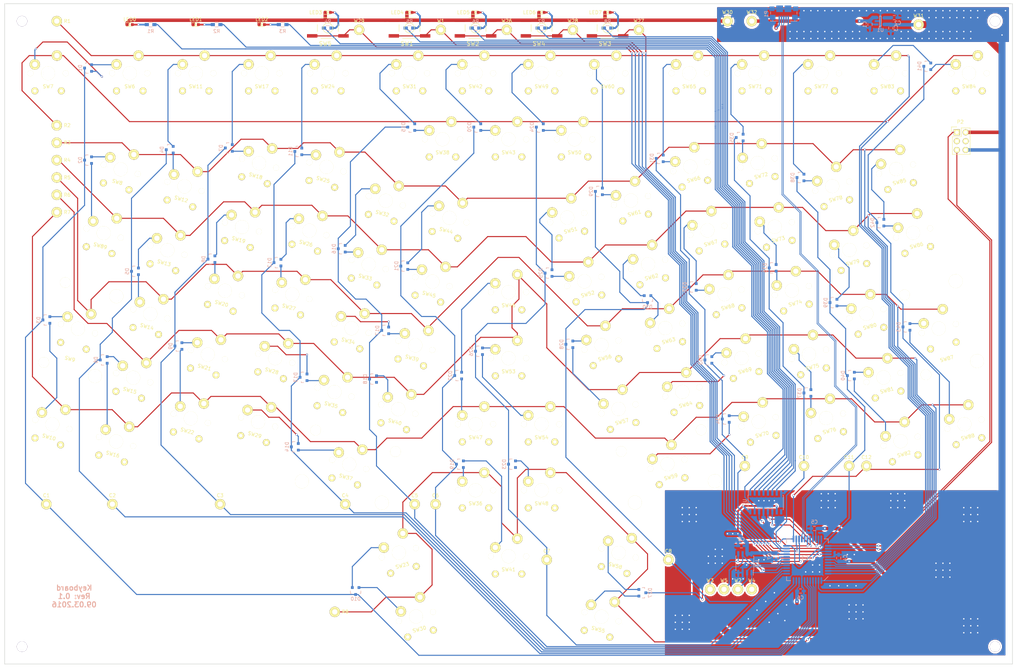
<source format=kicad_pcb>
(kicad_pcb (version 4) (host pcbnew 4.0.2-4+6225~38~ubuntu15.10.1-stable)
  (title_block (title Keyboard) (date 2016-03-09) (rev 0.1))
  (layers (0 F.Cu signal) (31 B.Cu signal) (34 B.Paste user) (35 F.Paste user) (36 B.SilkS user) (37 F.SilkS user) (38 B.Mask user) (39 F.Mask user) (44 Edge.Cuts user))
  (net 0 "")
  (net 1 +5V)
  (net 2 GND)
  (net 3 "Net-(C2-Pad1)")
  (net 4 +3V3)
  (net 5 "Net-(D1-Pad1)")
  (net 6 "Net-(D1-Pad2)")
  (net 7 /keyboard_controller/column_1)
  (net 8 "Net-(D2-Pad1)")
  (net 9 "Net-(D2-Pad2)")
  (net 10 "Net-(D3-Pad1)")
  (net 11 "Net-(D3-Pad2)")
  (net 12 "Net-(D4-Pad1)")
  (net 13 "Net-(D4-Pad2)")
  (net 14 /keyboard_controller/column_2)
  (net 15 "Net-(D5-Pad1)")
  (net 16 "Net-(D5-Pad2)")
  (net 17 "Net-(D6-Pad1)")
  (net 18 "Net-(D6-Pad2)")
  (net 19 "Net-(D7-Pad1)")
  (net 20 "Net-(D7-Pad2)")
  (net 21 /keyboard_controller/column_3)
  (net 22 "Net-(D8-Pad1)")
  (net 23 "Net-(D8-Pad2)")
  (net 24 "Net-(D9-Pad1)")
  (net 25 "Net-(D9-Pad2)")
  (net 26 "Net-(D10-Pad1)")
  (net 27 "Net-(D10-Pad2)")
  (net 28 "Net-(D11-Pad1)")
  (net 29 "Net-(D11-Pad2)")
  (net 30 /keyboard_controller/column_4)
  (net 31 "Net-(D12-Pad1)")
  (net 32 "Net-(D12-Pad2)")
  (net 33 "Net-(D13-Pad1)")
  (net 34 "Net-(D13-Pad2)")
  (net 35 "Net-(D14-Pad1)")
  (net 36 "Net-(D14-Pad2)")
  (net 37 "Net-(D15-Pad1)")
  (net 38 "Net-(D15-Pad2)")
  (net 39 /keyboard_controller/column_5)
  (net 40 "Net-(D16-Pad1)")
  (net 41 "Net-(D16-Pad2)")
  (net 42 "Net-(D17-Pad1)")
  (net 43 "Net-(D17-Pad2)")
  (net 44 "Net-(D18-Pad1)")
  (net 45 "Net-(D19-Pad1)")
  (net 46 "Net-(D19-Pad2)")
  (net 47 /keyboard_controller/column_6)
  (net 48 "Net-(D20-Pad1)")
  (net 49 "Net-(D20-Pad2)")
  (net 50 "Net-(D21-Pad1)")
  (net 51 "Net-(D21-Pad2)")
  (net 52 "Net-(D22-Pad1)")
  (net 53 "Net-(D22-Pad2)")
  (net 54 "Net-(D23-Pad1)")
  (net 55 /keyboard_controller/column_7)
  (net 56 "Net-(D24-Pad1)")
  (net 57 "Net-(D24-Pad2)")
  (net 58 "Net-(D25-Pad1)")
  (net 59 "Net-(D25-Pad2)")
  (net 60 "Net-(D26-Pad1)")
  (net 61 "Net-(D26-Pad2)")
  (net 62 "Net-(D27-Pad1)")
  (net 63 "Net-(D27-Pad2)")
  (net 64 /keyboard_controller/column_12)
  (net 65 "Net-(D28-Pad1)")
  (net 66 "Net-(D28-Pad2)")
  (net 67 /keyboard_controller/column_8)
  (net 68 "Net-(D29-Pad1)")
  (net 69 "Net-(D29-Pad2)")
  (net 70 "Net-(D30-Pad1)")
  (net 71 "Net-(D30-Pad2)")
  (net 72 "Net-(D31-Pad1)")
  (net 73 "Net-(D31-Pad2)")
  (net 74 /keyboard_controller/column_9)
  (net 75 "Net-(D32-Pad1)")
  (net 76 "Net-(D32-Pad2)")
  (net 77 "Net-(D33-Pad1)")
  (net 78 "Net-(D33-Pad2)")
  (net 79 "Net-(D34-Pad1)")
  (net 80 "Net-(D34-Pad2)")
  (net 81 "Net-(D35-Pad1)")
  (net 82 "Net-(D35-Pad2)")
  (net 83 /keyboard_controller/column_10)
  (net 84 "Net-(D36-Pad1)")
  (net 85 "Net-(D36-Pad2)")
  (net 86 "Net-(D37-Pad1)")
  (net 87 "Net-(D37-Pad2)")
  (net 88 "Net-(D38-Pad1)")
  (net 89 "Net-(D38-Pad2)")
  (net 90 /keyboard_controller/column_11)
  (net 91 "Net-(D39-Pad1)")
  (net 92 "Net-(D39-Pad2)")
  (net 93 "Net-(D40-Pad1)")
  (net 94 "Net-(D40-Pad2)")
  (net 95 "Net-(D41-Pad1)")
  (net 96 "Net-(D41-Pad2)")
  (net 97 "Net-(D42-Pad1)")
  (net 98 "Net-(D42-Pad2)")
  (net 99 "Net-(D43-Pad1)")
  (net 100 "Net-(D43-Pad2)")
  (net 101 /keyboard_controller/row_6)
  (net 102 /keyboard_controller/row_7)
  (net 103 /keyboard_controller/row_8)
  (net 104 "Net-(IC1-Pad14)")
  (net 105 "Net-(IC1-Pad15)")
  (net 106 "Net-(IC1-Pad16)")
  (net 107 "Net-(IC1-Pad17)")
  (net 108 "Net-(IC1-Pad24)")
  (net 109 "Net-(IC1-Pad25)")
  (net 110 "Net-(IC1-Pad28)")
  (net 111 "Net-(IC1-Pad29)")
  (net 112 "Net-(IC1-Pad32)")
  (net 113 "Net-(IC1-Pad33)")
  (net 114 "Net-(IC1-Pad34)")
  (net 115 "Net-(IC1-Pad35)")
  (net 116 "Net-(IC1-Pad36)")
  (net 117 "Net-(IC1-Pad37)")
  (net 118 /keyboard_controller/row_1)
  (net 119 /keyboard_controller/row_2)
  (net 120 /keyboard_controller/row_3)
  (net 121 /keyboard_controller/row_4)
  (net 122 /keyboard_controller/row_5)
  (net 123 "Net-(LED0-Pad2)")
  (net 124 "Net-(LED1-Pad2)")
  (net 125 "Net-(LED2-Pad2)")
  (net 126 "Net-(LED3-Pad2)")
  (net 127 "Net-(LED4-Pad2)")
  (net 128 "Net-(LED5-Pad2)")
  (net 129 "Net-(LED6-Pad2)")
  (net 130 "Net-(LED7-Pad2)")
  (net 131 "Net-(R1-Pad2)")
  (net 132 "Net-(R2-Pad2)")
  (net 133 "Net-(R3-Pad2)")
  (net 134 "Net-(R4-Pad2)")
  (net 135 "Net-(R5-Pad2)")
  (net 136 "Net-(R6-Pad2)")
  (net 137 "Net-(R7-Pad2)")
  (net 138 "Net-(R8-Pad2)")
  (net 139 /keyboard_controller/D-)
  (net 140 /keyboard_controller/D+)
  (net 141 "Net-(D18-Pad2)")
  (net 142 "Net-(D23-Pad2)")
  (net 143 "Net-(P1-Pad4)")
  (net 144 "Net-(P2-Pad3)")
  (net 145 "Net-(P2-Pad4)")
  (net 146 "Net-(U2-Pad9)")
  (module miscellaneous:Via_0.4mm (layer F.Cu) (at 345 216)
    (fp_text reference REF**110310 hide)
    (fp_text value Via_0.4mm hide)
    (pad "" thru_hole circle (at 0 0) (size 0.6 0.6) (drill 0.4) (layers *.Cu) (net 2 GND))
  )
  (module Mounting_Holes:MountingHole_3mm (layer F.Cu) (at 350 220)
    (fp_text reference REF** hide)
    (fp_text value MountingHole_3mm)
    (pad 1 thru_hole circle (at 0 0) (size 3 3) (drill 3) (layers))
  )
  (module Mounting_Holes:MountingHole_3mm (layer F.Cu) (at 70 40)
    (fp_text reference REF** hide)
    (fp_text value MountingHole_3mm)
    (pad 1 thru_hole circle (at 0 0) (size 3 3) (drill 3) (layers))
  )
  (module Mounting_Holes:MountingHole_3mm (layer F.Cu) (at 70 220)
    (fp_text reference REF** hide)
    (fp_text value MountingHole_3mm)
    (pad 1 thru_hole circle (at 0 0) (size 3 3) (drill 3) (layers))
  )
  (module Mounting_Holes:MountingHole_3mm (layer F.Cu) (at 350 40)
    (fp_text reference REF** hide)
    (fp_text value MountingHole_3mm)
    (pad 1 thru_hole circle (at 0 0) (size 3 3) (drill 3) (layers))
  )
  (module miscellaneous:Via_0.4mm (layer F.Cu) (at 307.5 193.5)
    (fp_text reference REF**110210 hide)
    (fp_text value Via_0.4mm hide)
    (pad "" thru_hole circle (at 0 0) (size 0.6 0.6) (drill 0.4) (layers *.Cu) (net 2 GND))
  )
  (module miscellaneous:Via_0.4mm (layer F.Cu) (at 309.5 193.5)
    (fp_text reference REF**110210 hide)
    (fp_text value Via_0.4mm hide)
    (pad "" thru_hole circle (at 0 0) (size 0.6 0.6) (drill 0.4) (layers *.Cu) (net 2 GND))
  )
  (module miscellaneous:Via_0.4mm (layer F.Cu) (at 290 208)
    (fp_text reference REF**110210 hide)
    (fp_text value Via_0.4mm hide)
    (pad "" thru_hole circle (at 0 0) (size 0.6 0.6) (drill 0.4) (layers *.Cu) (net 2 GND))
  )
  (module miscellaneous:Via_0.4mm (layer F.Cu) (at 289.5 212.5)
    (fp_text reference REF**110210 hide)
    (fp_text value Via_0.4mm hide)
    (pad "" thru_hole circle (at 0 0) (size 0.6 0.6) (drill 0.4) (layers *.Cu) (net 2 GND))
  )
  (module miscellaneous:Via_0.4mm (layer F.Cu) (at 287.5 210.5)
    (fp_text reference REF**110210 hide)
    (fp_text value Via_0.4mm hide)
    (pad "" thru_hole circle (at 0 0) (size 0.6 0.6) (drill 0.4) (layers *.Cu) (net 2 GND))
  )
  (module miscellaneous:Via_0.4mm (layer F.Cu) (at 285 213)
    (fp_text reference REF**110210 hide)
    (fp_text value Via_0.4mm hide)
    (pad "" thru_hole circle (at 0 0) (size 0.6 0.6) (drill 0.4) (layers *.Cu) (net 2 GND))
  )
  (module miscellaneous:Via_0.4mm (layer F.Cu) (at 283.5 195)
    (fp_text reference REF**110210 hide)
    (fp_text value Via_0.4mm hide)
    (pad "" thru_hole circle (at 0 0) (size 0.6 0.6) (drill 0.4) (layers *.Cu) (net 2 GND))
  )
  (module miscellaneous:Via_0.4mm (layer F.Cu) (at 282 195)
    (fp_text reference REF**110210 hide)
    (fp_text value Via_0.4mm hide)
    (pad "" thru_hole circle (at 0 0) (size 0.6 0.6) (drill 0.4) (layers *.Cu) (net 2 GND))
  )
  (module miscellaneous:Via_0.4mm (layer F.Cu) (at 286.5 178)
    (fp_text reference REF**110210 hide)
    (fp_text value Via_0.4mm hide)
    (pad "" thru_hole circle (at 0 0) (size 0.6 0.6) (drill 0.4) (layers *.Cu) (net 2 GND))
  )
  (module miscellaneous:Via_0.4mm (layer F.Cu) (at 285 178)
    (fp_text reference REF**110210 hide)
    (fp_text value Via_0.4mm hide)
    (pad "" thru_hole circle (at 0 0) (size 0.6 0.6) (drill 0.4) (layers *.Cu) (net 2 GND))
  )
  (module miscellaneous:Via_0.4mm (layer F.Cu) (at 283.5 178)
    (fp_text reference REF**110210 hide)
    (fp_text value Via_0.4mm hide)
    (pad "" thru_hole circle (at 0 0) (size 0.6 0.6) (drill 0.4) (layers *.Cu) (net 2 GND))
  )
  (module miscellaneous:Via_0.4mm (layer F.Cu) (at 282 178)
    (fp_text reference REF**110210 hide)
    (fp_text value Via_0.4mm hide)
    (pad "" thru_hole circle (at 0 0) (size 0.6 0.6) (drill 0.4) (layers *.Cu) (net 2 GND))
  )
  (module miscellaneous:Via_0.4mm (layer F.Cu) (at 278.5 196.5)
    (fp_text reference REF**110210 hide)
    (fp_text value Via_0.4mm hide)
    (pad "" thru_hole circle (at 0 0) (size 0.6 0.6) (drill 0.4) (layers *.Cu) (net 2 GND))
  )
  (module miscellaneous:Via_0.4mm (layer F.Cu) (at 277.5 200.5)
    (fp_text reference REF**110210 hide)
    (fp_text value Via_0.4mm hide)
    (pad "" thru_hole circle (at 0 0) (size 0.6 0.6) (drill 0.4) (layers *.Cu) (net 2 GND))
  )
  (module miscellaneous:Via_0.4mm (layer F.Cu) (at 274.5 200.5)
    (fp_text reference REF**110210 hide)
    (fp_text value Via_0.4mm hide)
    (pad "" thru_hole circle (at 0 0) (size 0.6 0.6) (drill 0.4) (layers *.Cu) (net 2 GND))
  )
  (module miscellaneous:Via_0.4mm (layer F.Cu) (at 295.5 198.5)
    (fp_text reference REF**110310 hide)
    (fp_text value Via_0.4mm hide)
    (pad "" thru_hole circle (at 0 0) (size 0.6 0.6) (drill 0.4) (layers *.Cu) (net 2 GND))
  )
  (module miscellaneous:Via_0.4mm (layer F.Cu) (at 297.5 198.5)
    (fp_text reference REF**110310 hide)
    (fp_text value Via_0.4mm hide)
    (pad "" thru_hole circle (at 0 0) (size 0.6 0.6) (drill 0.4) (layers *.Cu) (net 2 GND))
  )
  (module miscellaneous:Via_0.4mm (layer F.Cu) (at 297.5 196.5)
    (fp_text reference REF**110310 hide)
    (fp_text value Via_0.4mm hide)
    (pad "" thru_hole circle (at 0 0) (size 0.6 0.6) (drill 0.4) (layers *.Cu) (net 2 GND))
  )
  (module miscellaneous:Via_0.4mm (layer F.Cu) (at 299.5 196.5)
    (fp_text reference REF**110310 hide)
    (fp_text value Via_0.4mm hide)
    (pad "" thru_hole circle (at 0 0) (size 0.6 0.6) (drill 0.4) (layers *.Cu) (net 2 GND))
  )
  (module miscellaneous:Via_0.4mm (layer F.Cu) (at 299.5 198.5)
    (fp_text reference REF**110310 hide)
    (fp_text value Via_0.4mm hide)
    (pad "" thru_hole circle (at 0 0) (size 0.6 0.6) (drill 0.4) (layers *.Cu) (net 2 GND))
  )
  (module miscellaneous:Via_0.4mm (layer F.Cu) (at 310 202.5)
    (fp_text reference REF**110310 hide)
    (fp_text value Via_0.4mm hide)
    (pad "" thru_hole circle (at 0 0) (size 0.6 0.6) (drill 0.4) (layers *.Cu) (net 2 GND))
  )
  (module miscellaneous:Via_0.4mm (layer F.Cu) (at 307.5 202.5)
    (fp_text reference REF**110310 hide)
    (fp_text value Via_0.4mm hide)
    (pad "" thru_hole circle (at 0 0) (size 0.6 0.6) (drill 0.4) (layers *.Cu) (net 2 GND))
  )
  (module miscellaneous:Via_0.4mm (layer F.Cu) (at 305 202.5)
    (fp_text reference REF**110310 hide)
    (fp_text value Via_0.4mm hide)
    (pad "" thru_hole circle (at 0 0) (size 0.6 0.6) (drill 0.4) (layers *.Cu) (net 2 GND))
  )
  (module miscellaneous:Via_0.4mm (layer F.Cu) (at 302.5 202.5)
    (fp_text reference REF**110310 hide)
    (fp_text value Via_0.4mm hide)
    (pad "" thru_hole circle (at 0 0) (size 0.6 0.6) (drill 0.4) (layers *.Cu) (net 2 GND))
  )
  (module miscellaneous:Via_0.4mm (layer F.Cu) (at 286.5 204.5)
    (fp_text reference REF**110310 hide)
    (fp_text value Via_0.4mm hide)
    (pad "" thru_hole circle (at 0 0) (size 0.6 0.6) (drill 0.4) (layers *.Cu) (net 2 GND))
  )
  (module miscellaneous:Via_0.4mm (layer F.Cu) (at 284 207)
    (fp_text reference REF**110310 hide)
    (fp_text value Via_0.4mm hide)
    (pad "" thru_hole circle (at 0 0) (size 0.6 0.6) (drill 0.4) (layers *.Cu) (net 2 GND))
  )
  (module miscellaneous:Via_0.4mm (layer F.Cu) (at 281.5 209.5)
    (fp_text reference REF**110310 hide)
    (fp_text value Via_0.4mm hide)
    (pad "" thru_hole circle (at 0 0) (size 0.6 0.6) (drill 0.4) (layers *.Cu) (net 2 GND))
  )
  (module miscellaneous:Via_0.4mm (layer F.Cu) (at 279 212)
    (fp_text reference REF**110310 hide)
    (fp_text value Via_0.4mm hide)
    (pad "" thru_hole circle (at 0 0) (size 0.6 0.6) (drill 0.4) (layers *.Cu) (net 2 GND))
  )
  (module miscellaneous:Via_0.4mm (layer F.Cu) (at 262 182)
    (fp_text reference REF**11029 hide)
    (fp_text value Via_0.4mm hide)
    (pad "" thru_hole circle (at 0 0) (size 0.6 0.6) (drill 0.4) (layers *.Cu) (net 2 GND))
  )
  (module miscellaneous:Via_0.4mm (layer F.Cu) (at 260 182)
    (fp_text reference REF**11019 hide)
    (fp_text value Via_0.4mm hide)
    (pad "" thru_hole circle (at 0 0) (size 0.6 0.6) (drill 0.4) (layers *.Cu) (net 2 GND))
  )
  (module miscellaneous:Via_0.4mm (layer F.Cu) (at 260 184)
    (fp_text reference REF**110110 hide)
    (fp_text value Via_0.4mm hide)
    (pad "" thru_hole circle (at 0 0) (size 0.6 0.6) (drill 0.4) (layers *.Cu) (net 2 GND))
  )
  (module miscellaneous:Via_0.4mm (layer F.Cu) (at 262 184)
    (fp_text reference REF**110210 hide)
    (fp_text value Via_0.4mm hide)
    (pad "" thru_hole circle (at 0 0) (size 0.6 0.6) (drill 0.4) (layers *.Cu) (net 2 GND))
  )
  (module miscellaneous:Via_0.4mm (layer F.Cu) (at 260 180)
    (fp_text reference REF**11018 hide)
    (fp_text value Via_0.4mm hide)
    (pad "" thru_hole circle (at 0 0) (size 0.6 0.6) (drill 0.4) (layers *.Cu) (net 2 GND))
  )
  (module miscellaneous:Via_0.4mm (layer F.Cu) (at 262 180)
    (fp_text reference REF**11028 hide)
    (fp_text value Via_0.4mm hide)
    (pad "" thru_hole circle (at 0 0) (size 0.6 0.6) (drill 0.4) (layers *.Cu) (net 2 GND))
  )
  (module miscellaneous:Via_0.4mm (layer F.Cu) (at 264 180)
    (fp_text reference REF**11038 hide)
    (fp_text value Via_0.4mm hide)
    (pad "" thru_hole circle (at 0 0) (size 0.6 0.6) (drill 0.4) (layers *.Cu) (net 2 GND))
  )
  (module miscellaneous:Via_0.4mm (layer F.Cu) (at 264 184)
    (fp_text reference REF**110310 hide)
    (fp_text value Via_0.4mm hide)
    (pad "" thru_hole circle (at 0 0) (size 0.6 0.6) (drill 0.4) (layers *.Cu) (net 2 GND))
  )
  (module miscellaneous:Via_0.4mm (layer F.Cu) (at 264 182)
    (fp_text reference REF**11039 hide)
    (fp_text value Via_0.4mm hide)
    (pad "" thru_hole circle (at 0 0) (size 0.6 0.6) (drill 0.4) (layers *.Cu) (net 2 GND))
  )
  (module miscellaneous:Via_0.4mm (layer F.Cu) (at 269.5 194)
    (fp_text reference REF**11029 hide)
    (fp_text value Via_0.4mm hide)
    (pad "" thru_hole circle (at 0 0) (size 0.6 0.6) (drill 0.4) (layers *.Cu) (net 2 GND))
  )
  (module miscellaneous:Via_0.4mm (layer F.Cu) (at 267.5 194)
    (fp_text reference REF**11019 hide)
    (fp_text value Via_0.4mm hide)
    (pad "" thru_hole circle (at 0 0) (size 0.6 0.6) (drill 0.4) (layers *.Cu) (net 2 GND))
  )
  (module miscellaneous:Via_0.4mm (layer F.Cu) (at 267.5 196)
    (fp_text reference REF**110110 hide)
    (fp_text value Via_0.4mm hide)
    (pad "" thru_hole circle (at 0 0) (size 0.6 0.6) (drill 0.4) (layers *.Cu) (net 2 GND))
  )
  (module miscellaneous:Via_0.4mm (layer F.Cu) (at 269.5 196)
    (fp_text reference REF**110210 hide)
    (fp_text value Via_0.4mm hide)
    (pad "" thru_hole circle (at 0 0) (size 0.6 0.6) (drill 0.4) (layers *.Cu) (net 2 GND))
  )
  (module miscellaneous:Via_0.4mm (layer F.Cu) (at 269.5 192)
    (fp_text reference REF**11028 hide)
    (fp_text value Via_0.4mm hide)
    (pad "" thru_hole circle (at 0 0) (size 0.6 0.6) (drill 0.4) (layers *.Cu) (net 2 GND))
  )
  (module miscellaneous:Via_0.4mm (layer F.Cu) (at 271.5 192)
    (fp_text reference REF**11038 hide)
    (fp_text value Via_0.4mm hide)
    (pad "" thru_hole circle (at 0 0) (size 0.6 0.6) (drill 0.4) (layers *.Cu) (net 2 GND))
  )
  (module miscellaneous:Via_0.4mm (layer F.Cu) (at 271.5 196)
    (fp_text reference REF**110310 hide)
    (fp_text value Via_0.4mm hide)
    (pad "" thru_hole circle (at 0 0) (size 0.6 0.6) (drill 0.4) (layers *.Cu) (net 2 GND))
  )
  (module miscellaneous:Via_0.4mm (layer F.Cu) (at 271.5 194)
    (fp_text reference REF**11039 hide)
    (fp_text value Via_0.4mm hide)
    (pad "" thru_hole circle (at 0 0) (size 0.6 0.6) (drill 0.4) (layers *.Cu) (net 2 GND))
  )
  (module miscellaneous:Via_0.4mm (layer F.Cu) (at 260 213)
    (fp_text reference REF**11029 hide)
    (fp_text value Via_0.4mm hide)
    (pad "" thru_hole circle (at 0 0) (size 0.6 0.6) (drill 0.4) (layers *.Cu) (net 2 GND))
  )
  (module miscellaneous:Via_0.4mm (layer F.Cu) (at 258 213)
    (fp_text reference REF**11019 hide)
    (fp_text value Via_0.4mm hide)
    (pad "" thru_hole circle (at 0 0) (size 0.6 0.6) (drill 0.4) (layers *.Cu) (net 2 GND))
  )
  (module miscellaneous:Via_0.4mm (layer F.Cu) (at 258 215)
    (fp_text reference REF**110110 hide)
    (fp_text value Via_0.4mm hide)
    (pad "" thru_hole circle (at 0 0) (size 0.6 0.6) (drill 0.4) (layers *.Cu) (net 2 GND))
  )
  (module miscellaneous:Via_0.4mm (layer F.Cu) (at 260 215)
    (fp_text reference REF**110210 hide)
    (fp_text value Via_0.4mm hide)
    (pad "" thru_hole circle (at 0 0) (size 0.6 0.6) (drill 0.4) (layers *.Cu) (net 2 GND))
  )
  (module miscellaneous:Via_0.4mm (layer F.Cu) (at 258 211)
    (fp_text reference REF**11018 hide)
    (fp_text value Via_0.4mm hide)
    (pad "" thru_hole circle (at 0 0) (size 0.6 0.6) (drill 0.4) (layers *.Cu) (net 2 GND))
  )
  (module miscellaneous:Via_0.4mm (layer F.Cu) (at 260 211)
    (fp_text reference REF**11028 hide)
    (fp_text value Via_0.4mm hide)
    (pad "" thru_hole circle (at 0 0) (size 0.6 0.6) (drill 0.4) (layers *.Cu) (net 2 GND))
  )
  (module miscellaneous:Via_0.4mm (layer F.Cu) (at 262 211)
    (fp_text reference REF**11038 hide)
    (fp_text value Via_0.4mm hide)
    (pad "" thru_hole circle (at 0 0) (size 0.6 0.6) (drill 0.4) (layers *.Cu) (net 2 GND))
  )
  (module miscellaneous:Via_0.4mm (layer F.Cu) (at 262 215)
    (fp_text reference REF**110310 hide)
    (fp_text value Via_0.4mm hide)
    (pad "" thru_hole circle (at 0 0) (size 0.6 0.6) (drill 0.4) (layers *.Cu) (net 2 GND))
  )
  (module miscellaneous:Via_0.4mm (layer F.Cu) (at 262 213)
    (fp_text reference REF**11039 hide)
    (fp_text value Via_0.4mm hide)
    (pad "" thru_hole circle (at 0 0) (size 0.6 0.6) (drill 0.4) (layers *.Cu) (net 2 GND))
  )
  (module miscellaneous:Via_0.4mm (layer F.Cu) (at 310 210)
    (fp_text reference REF**11029 hide)
    (fp_text value Via_0.4mm hide)
    (pad "" thru_hole circle (at 0 0) (size 0.6 0.6) (drill 0.4) (layers *.Cu) (net 2 GND))
  )
  (module miscellaneous:Via_0.4mm (layer F.Cu) (at 308 210)
    (fp_text reference REF**11019 hide)
    (fp_text value Via_0.4mm hide)
    (pad "" thru_hole circle (at 0 0) (size 0.6 0.6) (drill 0.4) (layers *.Cu) (net 2 GND))
  )
  (module miscellaneous:Via_0.4mm (layer F.Cu) (at 308 212)
    (fp_text reference REF**110110 hide)
    (fp_text value Via_0.4mm hide)
    (pad "" thru_hole circle (at 0 0) (size 0.6 0.6) (drill 0.4) (layers *.Cu) (net 2 GND))
  )
  (module miscellaneous:Via_0.4mm (layer F.Cu) (at 310 212)
    (fp_text reference REF**110210 hide)
    (fp_text value Via_0.4mm hide)
    (pad "" thru_hole circle (at 0 0) (size 0.6 0.6) (drill 0.4) (layers *.Cu) (net 2 GND))
  )
  (module miscellaneous:Via_0.4mm (layer F.Cu) (at 308 208)
    (fp_text reference REF**11018 hide)
    (fp_text value Via_0.4mm hide)
    (pad "" thru_hole circle (at 0 0) (size 0.6 0.6) (drill 0.4) (layers *.Cu) (net 2 GND))
  )
  (module miscellaneous:Via_0.4mm (layer F.Cu) (at 310 208)
    (fp_text reference REF**11028 hide)
    (fp_text value Via_0.4mm hide)
    (pad "" thru_hole circle (at 0 0) (size 0.6 0.6) (drill 0.4) (layers *.Cu) (net 2 GND))
  )
  (module miscellaneous:Via_0.4mm (layer F.Cu) (at 312 208)
    (fp_text reference REF**11038 hide)
    (fp_text value Via_0.4mm hide)
    (pad "" thru_hole circle (at 0 0) (size 0.6 0.6) (drill 0.4) (layers *.Cu) (net 2 GND))
  )
  (module miscellaneous:Via_0.4mm (layer F.Cu) (at 312 212)
    (fp_text reference REF**110310 hide)
    (fp_text value Via_0.4mm hide)
    (pad "" thru_hole circle (at 0 0) (size 0.6 0.6) (drill 0.4) (layers *.Cu) (net 2 GND))
  )
  (module miscellaneous:Via_0.4mm (layer F.Cu) (at 312 210)
    (fp_text reference REF**11039 hide)
    (fp_text value Via_0.4mm hide)
    (pad "" thru_hole circle (at 0 0) (size 0.6 0.6) (drill 0.4) (layers *.Cu) (net 2 GND))
  )
  (module miscellaneous:Via_0.4mm (layer F.Cu) (at 302 178)
    (fp_text reference REF**11029 hide)
    (fp_text value Via_0.4mm hide)
    (pad "" thru_hole circle (at 0 0) (size 0.6 0.6) (drill 0.4) (layers *.Cu) (net 2 GND))
  )
  (module miscellaneous:Via_0.4mm (layer F.Cu) (at 300 178)
    (fp_text reference REF**11019 hide)
    (fp_text value Via_0.4mm hide)
    (pad "" thru_hole circle (at 0 0) (size 0.6 0.6) (drill 0.4) (layers *.Cu) (net 2 GND))
  )
  (module miscellaneous:Via_0.4mm (layer F.Cu) (at 300 180)
    (fp_text reference REF**110110 hide)
    (fp_text value Via_0.4mm hide)
    (pad "" thru_hole circle (at 0 0) (size 0.6 0.6) (drill 0.4) (layers *.Cu) (net 2 GND))
  )
  (module miscellaneous:Via_0.4mm (layer F.Cu) (at 302 180)
    (fp_text reference REF**110210 hide)
    (fp_text value Via_0.4mm hide)
    (pad "" thru_hole circle (at 0 0) (size 0.6 0.6) (drill 0.4) (layers *.Cu) (net 2 GND))
  )
  (module miscellaneous:Via_0.4mm (layer F.Cu) (at 300 176)
    (fp_text reference REF**11018 hide)
    (fp_text value Via_0.4mm hide)
    (pad "" thru_hole circle (at 0 0) (size 0.6 0.6) (drill 0.4) (layers *.Cu) (net 2 GND))
  )
  (module miscellaneous:Via_0.4mm (layer F.Cu) (at 302 176)
    (fp_text reference REF**11028 hide)
    (fp_text value Via_0.4mm hide)
    (pad "" thru_hole circle (at 0 0) (size 0.6 0.6) (drill 0.4) (layers *.Cu) (net 2 GND))
  )
  (module miscellaneous:Via_0.4mm (layer F.Cu) (at 304 176)
    (fp_text reference REF**11038 hide)
    (fp_text value Via_0.4mm hide)
    (pad "" thru_hole circle (at 0 0) (size 0.6 0.6) (drill 0.4) (layers *.Cu) (net 2 GND))
  )
  (module miscellaneous:Via_0.4mm (layer F.Cu) (at 304 180)
    (fp_text reference REF**110310 hide)
    (fp_text value Via_0.4mm hide)
    (pad "" thru_hole circle (at 0 0) (size 0.6 0.6) (drill 0.4) (layers *.Cu) (net 2 GND))
  )
  (module miscellaneous:Via_0.4mm (layer F.Cu) (at 304 178)
    (fp_text reference REF**11039 hide)
    (fp_text value Via_0.4mm hide)
    (pad "" thru_hole circle (at 0 0) (size 0.6 0.6) (drill 0.4) (layers *.Cu) (net 2 GND))
  )
  (module miscellaneous:Via_0.4mm (layer F.Cu) (at 322 178)
    (fp_text reference REF**11029 hide)
    (fp_text value Via_0.4mm hide)
    (pad "" thru_hole circle (at 0 0) (size 0.6 0.6) (drill 0.4) (layers *.Cu) (net 2 GND))
  )
  (module miscellaneous:Via_0.4mm (layer F.Cu) (at 320 178)
    (fp_text reference REF**11019 hide)
    (fp_text value Via_0.4mm hide)
    (pad "" thru_hole circle (at 0 0) (size 0.6 0.6) (drill 0.4) (layers *.Cu) (net 2 GND))
  )
  (module miscellaneous:Via_0.4mm (layer F.Cu) (at 320 180)
    (fp_text reference REF**110110 hide)
    (fp_text value Via_0.4mm hide)
    (pad "" thru_hole circle (at 0 0) (size 0.6 0.6) (drill 0.4) (layers *.Cu) (net 2 GND))
  )
  (module miscellaneous:Via_0.4mm (layer F.Cu) (at 322 180)
    (fp_text reference REF**110210 hide)
    (fp_text value Via_0.4mm hide)
    (pad "" thru_hole circle (at 0 0) (size 0.6 0.6) (drill 0.4) (layers *.Cu) (net 2 GND))
  )
  (module miscellaneous:Via_0.4mm (layer F.Cu) (at 320 176)
    (fp_text reference REF**11018 hide)
    (fp_text value Via_0.4mm hide)
    (pad "" thru_hole circle (at 0 0) (size 0.6 0.6) (drill 0.4) (layers *.Cu) (net 2 GND))
  )
  (module miscellaneous:Via_0.4mm (layer F.Cu) (at 322 176)
    (fp_text reference REF**11028 hide)
    (fp_text value Via_0.4mm hide)
    (pad "" thru_hole circle (at 0 0) (size 0.6 0.6) (drill 0.4) (layers *.Cu) (net 2 GND))
  )
  (module miscellaneous:Via_0.4mm (layer F.Cu) (at 324 176)
    (fp_text reference REF**11038 hide)
    (fp_text value Via_0.4mm hide)
    (pad "" thru_hole circle (at 0 0) (size 0.6 0.6) (drill 0.4) (layers *.Cu) (net 2 GND))
  )
  (module miscellaneous:Via_0.4mm (layer F.Cu) (at 324 180)
    (fp_text reference REF**110310 hide)
    (fp_text value Via_0.4mm hide)
    (pad "" thru_hole circle (at 0 0) (size 0.6 0.6) (drill 0.4) (layers *.Cu) (net 2 GND))
  )
  (module miscellaneous:Via_0.4mm (layer F.Cu) (at 324 178)
    (fp_text reference REF**11039 hide)
    (fp_text value Via_0.4mm hide)
    (pad "" thru_hole circle (at 0 0) (size 0.6 0.6) (drill 0.4) (layers *.Cu) (net 2 GND))
  )
  (module miscellaneous:Via_0.4mm (layer F.Cu) (at 335 198)
    (fp_text reference REF**11029 hide)
    (fp_text value Via_0.4mm hide)
    (pad "" thru_hole circle (at 0 0) (size 0.6 0.6) (drill 0.4) (layers *.Cu) (net 2 GND))
  )
  (module miscellaneous:Via_0.4mm (layer F.Cu) (at 333 198)
    (fp_text reference REF**11019 hide)
    (fp_text value Via_0.4mm hide)
    (pad "" thru_hole circle (at 0 0) (size 0.6 0.6) (drill 0.4) (layers *.Cu) (net 2 GND))
  )
  (module miscellaneous:Via_0.4mm (layer F.Cu) (at 333 200)
    (fp_text reference REF**110110 hide)
    (fp_text value Via_0.4mm hide)
    (pad "" thru_hole circle (at 0 0) (size 0.6 0.6) (drill 0.4) (layers *.Cu) (net 2 GND))
  )
  (module miscellaneous:Via_0.4mm (layer F.Cu) (at 335 200)
    (fp_text reference REF**110210 hide)
    (fp_text value Via_0.4mm hide)
    (pad "" thru_hole circle (at 0 0) (size 0.6 0.6) (drill 0.4) (layers *.Cu) (net 2 GND))
  )
  (module miscellaneous:Via_0.4mm (layer F.Cu) (at 333 196)
    (fp_text reference REF**11018 hide)
    (fp_text value Via_0.4mm hide)
    (pad "" thru_hole circle (at 0 0) (size 0.6 0.6) (drill 0.4) (layers *.Cu) (net 2 GND))
  )
  (module miscellaneous:Via_0.4mm (layer F.Cu) (at 335 196)
    (fp_text reference REF**11028 hide)
    (fp_text value Via_0.4mm hide)
    (pad "" thru_hole circle (at 0 0) (size 0.6 0.6) (drill 0.4) (layers *.Cu) (net 2 GND))
  )
  (module miscellaneous:Via_0.4mm (layer F.Cu) (at 337 196)
    (fp_text reference REF**11038 hide)
    (fp_text value Via_0.4mm hide)
    (pad "" thru_hole circle (at 0 0) (size 0.6 0.6) (drill 0.4) (layers *.Cu) (net 2 GND))
  )
  (module miscellaneous:Via_0.4mm (layer F.Cu) (at 337 200)
    (fp_text reference REF**110310 hide)
    (fp_text value Via_0.4mm hide)
    (pad "" thru_hole circle (at 0 0) (size 0.6 0.6) (drill 0.4) (layers *.Cu) (net 2 GND))
  )
  (module miscellaneous:Via_0.4mm (layer F.Cu) (at 337 198)
    (fp_text reference REF**11039 hide)
    (fp_text value Via_0.4mm hide)
    (pad "" thru_hole circle (at 0 0) (size 0.6 0.6) (drill 0.4) (layers *.Cu) (net 2 GND))
  )
  (module miscellaneous:Via_0.4mm (layer F.Cu) (at 343 214)
    (fp_text reference REF**11029 hide)
    (fp_text value Via_0.4mm hide)
    (pad "" thru_hole circle (at 0 0) (size 0.6 0.6) (drill 0.4) (layers *.Cu) (net 2 GND))
  )
  (module miscellaneous:Via_0.4mm (layer F.Cu) (at 341 214)
    (fp_text reference REF**11019 hide)
    (fp_text value Via_0.4mm hide)
    (pad "" thru_hole circle (at 0 0) (size 0.6 0.6) (drill 0.4) (layers *.Cu) (net 2 GND))
  )
  (module miscellaneous:Via_0.4mm (layer F.Cu) (at 341 216)
    (fp_text reference REF**110110 hide)
    (fp_text value Via_0.4mm hide)
    (pad "" thru_hole circle (at 0 0) (size 0.6 0.6) (drill 0.4) (layers *.Cu) (net 2 GND))
  )
  (module miscellaneous:Via_0.4mm (layer F.Cu) (at 343 216)
    (fp_text reference REF**110210 hide)
    (fp_text value Via_0.4mm hide)
    (pad "" thru_hole circle (at 0 0) (size 0.6 0.6) (drill 0.4) (layers *.Cu) (net 2 GND))
  )
  (module miscellaneous:Via_0.4mm (layer F.Cu) (at 341 212)
    (fp_text reference REF**11018 hide)
    (fp_text value Via_0.4mm hide)
    (pad "" thru_hole circle (at 0 0) (size 0.6 0.6) (drill 0.4) (layers *.Cu) (net 2 GND))
  )
  (module miscellaneous:Via_0.4mm (layer F.Cu) (at 343 212)
    (fp_text reference REF**11028 hide)
    (fp_text value Via_0.4mm hide)
    (pad "" thru_hole circle (at 0 0) (size 0.6 0.6) (drill 0.4) (layers *.Cu) (net 2 GND))
  )
  (module miscellaneous:Via_0.4mm (layer F.Cu) (at 345 212)
    (fp_text reference REF**11038 hide)
    (fp_text value Via_0.4mm hide)
    (pad "" thru_hole circle (at 0 0) (size 0.6 0.6) (drill 0.4) (layers *.Cu) (net 2 GND))
  )
  (module miscellaneous:Via_0.4mm (layer F.Cu) (at 345 214)
    (fp_text reference REF**11039 hide)
    (fp_text value Via_0.4mm hide)
    (pad "" thru_hole circle (at 0 0) (size 0.6 0.6) (drill 0.4) (layers *.Cu) (net 2 GND))
  )
  (module miscellaneous:Via_0.4mm (layer F.Cu) (at 345 184)
    (fp_text reference REF**110310 hide)
    (fp_text value Via_0.4mm hide)
    (pad "" thru_hole circle (at 0 0) (size 0.6 0.6) (drill 0.4) (layers *.Cu) (net 2 GND))
  )
  (module miscellaneous:Via_0.4mm (layer F.Cu) (at 343 184)
    (fp_text reference REF**110210 hide)
    (fp_text value Via_0.4mm hide)
    (pad "" thru_hole circle (at 0 0) (size 0.6 0.6) (drill 0.4) (layers *.Cu) (net 2 GND))
  )
  (module miscellaneous:Via_0.4mm (layer F.Cu) (at 341 184)
    (fp_text reference REF**110110 hide)
    (fp_text value Via_0.4mm hide)
    (pad "" thru_hole circle (at 0 0) (size 0.6 0.6) (drill 0.4) (layers *.Cu) (net 2 GND))
  )
  (module miscellaneous:Via_0.4mm (layer F.Cu) (at 345 182)
    (fp_text reference REF**11039 hide)
    (fp_text value Via_0.4mm hide)
    (pad "" thru_hole circle (at 0 0) (size 0.6 0.6) (drill 0.4) (layers *.Cu) (net 2 GND))
  )
  (module miscellaneous:Via_0.4mm (layer F.Cu) (at 343 182)
    (fp_text reference REF**11029 hide)
    (fp_text value Via_0.4mm hide)
    (pad "" thru_hole circle (at 0 0) (size 0.6 0.6) (drill 0.4) (layers *.Cu) (net 2 GND))
  )
  (module miscellaneous:Via_0.4mm (layer F.Cu) (at 341 182)
    (fp_text reference REF**11019 hide)
    (fp_text value Via_0.4mm hide)
    (pad "" thru_hole circle (at 0 0) (size 0.6 0.6) (drill 0.4) (layers *.Cu) (net 2 GND))
  )
  (module miscellaneous:Via_0.4mm (layer F.Cu) (at 343 180)
    (fp_text reference REF**11028 hide)
    (fp_text value Via_0.4mm hide)
    (pad "" thru_hole circle (at 0 0) (size 0.6 0.6) (drill 0.4) (layers *.Cu) (net 2 GND))
  )
  (module miscellaneous:Via_0.4mm (layer F.Cu) (at 341 180)
    (fp_text reference REF**11018 hide)
    (fp_text value Via_0.4mm hide)
    (pad "" thru_hole circle (at 0 0) (size 0.6 0.6) (drill 0.4) (layers *.Cu) (net 2 GND))
  )
  (module miscellaneous:Via_0.4mm (layer F.Cu) (at 319 45)
    (fp_text reference REF**1102 hide)
    (fp_text value Via_0.4mm hide)
    (pad "" thru_hole circle (at 0 0) (size 0.6 0.6) (drill 0.4) (layers *.Cu) (net 2 GND))
  )
  (module miscellaneous:Via_0.4mm (layer F.Cu) (at 317 45)
    (fp_text reference REF**192 hide)
    (fp_text value Via_0.4mm hide)
    (pad "" thru_hole circle (at 0 0) (size 0.6 0.6) (drill 0.4) (layers *.Cu) (net 2 GND))
  )
  (module miscellaneous:Via_0.4mm (layer F.Cu) (at 315 45)
    (fp_text reference REF**182 hide)
    (fp_text value Via_0.4mm hide)
    (pad "" thru_hole circle (at 0 0) (size 0.6 0.6) (drill 0.4) (layers *.Cu) (net 2 GND))
  )
  (module miscellaneous:Via_0.4mm (layer F.Cu) (at 295 37)
    (fp_text reference REF**111 hide)
    (fp_text value Via_0.4mm hide)
    (pad "" thru_hole circle (at 0 0) (size 0.6 0.6) (drill 0.4) (layers *.Cu) (net 2 GND))
  )
  (module miscellaneous:Via_0.4mm (layer F.Cu) (at 297 37)
    (fp_text reference REF**121 hide)
    (fp_text value Via_0.4mm hide)
    (pad "" thru_hole circle (at 0 0) (size 0.6 0.6) (drill 0.4) (layers *.Cu) (net 2 GND))
  )
  (module miscellaneous:Via_0.4mm (layer F.Cu) (at 321 37)
    (fp_text reference REF**1101 hide)
    (fp_text value Via_0.4mm hide)
    (pad "" thru_hole circle (at 0 0) (size 0.6 0.6) (drill 0.4) (layers *.Cu) (net 2 GND))
  )
  (module miscellaneous:Via_0.4mm (layer F.Cu) (at 319 37)
    (fp_text reference REF**191 hide)
    (fp_text value Via_0.4mm hide)
    (pad "" thru_hole circle (at 0 0) (size 0.6 0.6) (drill 0.4) (layers *.Cu) (net 2 GND))
  )
  (module miscellaneous:Via_0.4mm (layer F.Cu) (at 309 37)
    (fp_text reference REF**141 hide)
    (fp_text value Via_0.4mm hide)
    (pad "" thru_hole circle (at 0 0) (size 0.6 0.6) (drill 0.4) (layers *.Cu) (net 2 GND))
  )
  (module miscellaneous:Via_0.4mm (layer F.Cu) (at 303 37)
    (fp_text reference REF**111 hide)
    (fp_text value Via_0.4mm hide)
    (pad "" thru_hole circle (at 0 0) (size 0.6 0.6) (drill 0.4) (layers *.Cu) (net 2 GND))
  )
  (module miscellaneous:Via_0.4mm (layer F.Cu) (at 301 37)
    (fp_text reference REF**121 hide)
    (fp_text value Via_0.4mm hide)
    (pad "" thru_hole circle (at 0 0) (size 0.6 0.6) (drill 0.4) (layers *.Cu) (net 2 GND))
  )
  (module miscellaneous:Via_0.4mm (layer F.Cu) (at 305 37)
    (fp_text reference REF**121 hide)
    (fp_text value Via_0.4mm hide)
    (pad "" thru_hole circle (at 0 0) (size 0.6 0.6) (drill 0.4) (layers *.Cu) (net 2 GND))
  )
  (module miscellaneous:Via_0.4mm (layer F.Cu) (at 307 37)
    (fp_text reference REF**131 hide)
    (fp_text value Via_0.4mm hide)
    (pad "" thru_hole circle (at 0 0) (size 0.6 0.6) (drill 0.4) (layers *.Cu) (net 2 GND))
  )
  (module miscellaneous:Via_0.4mm (layer F.Cu) (at 299 37)
    (fp_text reference REF**111 hide)
    (fp_text value Via_0.4mm hide)
    (pad "" thru_hole circle (at 0 0) (size 0.6 0.6) (drill 0.4) (layers *.Cu) (net 2 GND))
  )
  (module miscellaneous:Via_0.4mm (layer F.Cu) (at 313 37)
    (fp_text reference REF**161 hide)
    (fp_text value Via_0.4mm hide)
    (pad "" thru_hole circle (at 0 0) (size 0.6 0.6) (drill 0.4) (layers *.Cu) (net 2 GND))
  )
  (module miscellaneous:Via_0.4mm (layer F.Cu) (at 317 37)
    (fp_text reference REF**181 hide)
    (fp_text value Via_0.4mm hide)
    (pad "" thru_hole circle (at 0 0) (size 0.6 0.6) (drill 0.4) (layers *.Cu) (net 2 GND))
  )
  (module miscellaneous:Via_0.4mm (layer F.Cu) (at 311 37)
    (fp_text reference REF**151 hide)
    (fp_text value Via_0.4mm hide)
    (pad "" thru_hole circle (at 0 0) (size 0.6 0.6) (drill 0.4) (layers *.Cu) (net 2 GND))
  )
  (module miscellaneous:Via_0.4mm (layer F.Cu) (at 315 37)
    (fp_text reference REF**171 hide)
    (fp_text value Via_0.4mm hide)
    (pad "" thru_hole circle (at 0 0) (size 0.6 0.6) (drill 0.4) (layers *.Cu) (net 2 GND))
  )
  (module miscellaneous:Via_0.4mm (layer F.Cu) (at 301 45)
    (fp_text reference REF**142 hide)
    (fp_text value Via_0.4mm hide)
    (pad "" thru_hole circle (at 0 0) (size 0.6 0.6) (drill 0.4) (layers *.Cu) (net 2 GND))
  )
  (module miscellaneous:Via_0.4mm (layer F.Cu) (at 291 45)
    (fp_text reference REF**112 hide)
    (fp_text value Via_0.4mm hide)
    (pad "" thru_hole circle (at 0 0) (size 0.6 0.6) (drill 0.4) (layers *.Cu) (net 2 GND))
  )
  (module miscellaneous:Via_0.4mm (layer F.Cu) (at 291 43)
    (fp_text reference REF**111 hide)
    (fp_text value Via_0.4mm hide)
    (pad "" thru_hole circle (at 0 0) (size 0.6 0.6) (drill 0.4) (layers *.Cu) (net 2 GND))
  )
  (module miscellaneous:Via_0.4mm (layer F.Cu) (at 311 45)
    (fp_text reference REF**192 hide)
    (fp_text value Via_0.4mm hide)
    (pad "" thru_hole circle (at 0 0) (size 0.6 0.6) (drill 0.4) (layers *.Cu) (net 2 GND))
  )
  (module miscellaneous:Via_0.4mm (layer F.Cu) (at 313 45)
    (fp_text reference REF**1102 hide)
    (fp_text value Via_0.4mm hide)
    (pad "" thru_hole circle (at 0 0) (size 0.6 0.6) (drill 0.4) (layers *.Cu) (net 2 GND))
  )
  (module miscellaneous:Via_0.4mm (layer F.Cu) (at 311 43)
    (fp_text reference REF**191 hide)
    (fp_text value Via_0.4mm hide)
    (pad "" thru_hole circle (at 0 0) (size 0.6 0.6) (drill 0.4) (layers *.Cu) (net 2 GND))
  )
  (module miscellaneous:Via_0.4mm (layer F.Cu) (at 303 43)
    (fp_text reference REF**151 hide)
    (fp_text value Via_0.4mm hide)
    (pad "" thru_hole circle (at 0 0) (size 0.6 0.6) (drill 0.4) (layers *.Cu) (net 2 GND))
  )
  (module miscellaneous:Via_0.4mm (layer F.Cu) (at 305 43)
    (fp_text reference REF**161 hide)
    (fp_text value Via_0.4mm hide)
    (pad "" thru_hole circle (at 0 0) (size 0.6 0.6) (drill 0.4) (layers *.Cu) (net 2 GND))
  )
  (module miscellaneous:Via_0.4mm (layer F.Cu) (at 303 45)
    (fp_text reference REF**152 hide)
    (fp_text value Via_0.4mm hide)
    (pad "" thru_hole circle (at 0 0) (size 0.6 0.6) (drill 0.4) (layers *.Cu) (net 2 GND))
  )
  (module miscellaneous:Via_0.4mm (layer F.Cu) (at 305 45)
    (fp_text reference REF**162 hide)
    (fp_text value Via_0.4mm hide)
    (pad "" thru_hole circle (at 0 0) (size 0.6 0.6) (drill 0.4) (layers *.Cu) (net 2 GND))
  )
  (module miscellaneous:Via_0.4mm (layer F.Cu) (at 295 45)
    (fp_text reference REF**112 hide)
    (fp_text value Via_0.4mm hide)
    (pad "" thru_hole circle (at 0 0) (size 0.6 0.6) (drill 0.4) (layers *.Cu) (net 2 GND))
  )
  (module miscellaneous:Via_0.4mm (layer F.Cu) (at 293 45)
    (fp_text reference REF**122 hide)
    (fp_text value Via_0.4mm hide)
    (pad "" thru_hole circle (at 0 0) (size 0.6 0.6) (drill 0.4) (layers *.Cu) (net 2 GND))
  )
  (module miscellaneous:Via_0.4mm (layer F.Cu) (at 295 43)
    (fp_text reference REF**111 hide)
    (fp_text value Via_0.4mm hide)
    (pad "" thru_hole circle (at 0 0) (size 0.6 0.6) (drill 0.4) (layers *.Cu) (net 2 GND))
  )
  (module miscellaneous:Via_0.4mm (layer F.Cu) (at 293 43)
    (fp_text reference REF**121 hide)
    (fp_text value Via_0.4mm hide)
    (pad "" thru_hole circle (at 0 0) (size 0.6 0.6) (drill 0.4) (layers *.Cu) (net 2 GND))
  )
  (module miscellaneous:Via_0.4mm (layer F.Cu) (at 299 43)
    (fp_text reference REF**131 hide)
    (fp_text value Via_0.4mm hide)
    (pad "" thru_hole circle (at 0 0) (size 0.6 0.6) (drill 0.4) (layers *.Cu) (net 2 GND))
  )
  (module miscellaneous:Via_0.4mm (layer F.Cu) (at 299 45)
    (fp_text reference REF**132 hide)
    (fp_text value Via_0.4mm hide)
    (pad "" thru_hole circle (at 0 0) (size 0.6 0.6) (drill 0.4) (layers *.Cu) (net 2 GND))
  )
  (module miscellaneous:Via_0.4mm (layer F.Cu) (at 301 43)
    (fp_text reference REF**141 hide)
    (fp_text value Via_0.4mm hide)
    (pad "" thru_hole circle (at 0 0) (size 0.6 0.6) (drill 0.4) (layers *.Cu) (net 2 GND))
  )
  (module miscellaneous:Via_0.4mm (layer F.Cu) (at 297 43)
    (fp_text reference REF**121 hide)
    (fp_text value Via_0.4mm hide)
    (pad "" thru_hole circle (at 0 0) (size 0.6 0.6) (drill 0.4) (layers *.Cu) (net 2 GND))
  )
  (module miscellaneous:Via_0.4mm (layer F.Cu) (at 297 45)
    (fp_text reference REF**122 hide)
    (fp_text value Via_0.4mm hide)
    (pad "" thru_hole circle (at 0 0) (size 0.6 0.6) (drill 0.4) (layers *.Cu) (net 2 GND))
  )
  (module miscellaneous:Via_0.4mm (layer F.Cu) (at 309 45)
    (fp_text reference REF**182 hide)
    (fp_text value Via_0.4mm hide)
    (pad "" thru_hole circle (at 0 0) (size 0.6 0.6) (drill 0.4) (layers *.Cu) (net 2 GND))
  )
  (module miscellaneous:Via_0.4mm (layer F.Cu) (at 309 43)
    (fp_text reference REF**181 hide)
    (fp_text value Via_0.4mm hide)
    (pad "" thru_hole circle (at 0 0) (size 0.6 0.6) (drill 0.4) (layers *.Cu) (net 2 GND))
  )
  (module miscellaneous:Via_0.4mm (layer F.Cu) (at 307 43)
    (fp_text reference REF**171 hide)
    (fp_text value Via_0.4mm hide)
    (pad "" thru_hole circle (at 0 0) (size 0.6 0.6) (drill 0.4) (layers *.Cu) (net 2 GND))
  )
  (module miscellaneous:Via_0.4mm (layer F.Cu) (at 307 45)
    (fp_text reference REF**172 hide)
    (fp_text value Via_0.4mm hide)
    (pad "" thru_hole circle (at 0 0) (size 0.6 0.6) (drill 0.4) (layers *.Cu) (net 2 GND))
  )
  (module miscellaneous:Via_0.4mm (layer F.Cu) (at 323 43)
    (fp_text reference REF**121 hide)
    (fp_text value Via_0.4mm hide)
    (pad "" thru_hole circle (at 0 0) (size 0.6 0.6) (drill 0.4) (layers *.Cu) (net 2 GND))
  )
  (module miscellaneous:Via_0.4mm (layer F.Cu) (at 325 45)
    (fp_text reference REF**112 hide)
    (fp_text value Via_0.4mm hide)
    (pad "" thru_hole circle (at 0 0) (size 0.6 0.6) (drill 0.4) (layers *.Cu) (net 2 GND))
  )
  (module miscellaneous:Via_0.4mm (layer F.Cu) (at 325 43)
    (fp_text reference REF**111 hide)
    (fp_text value Via_0.4mm hide)
    (pad "" thru_hole circle (at 0 0) (size 0.6 0.6) (drill 0.4) (layers *.Cu) (net 2 GND))
  )
  (module miscellaneous:Via_0.4mm (layer F.Cu) (at 323 45)
    (fp_text reference REF**122 hide)
    (fp_text value Via_0.4mm hide)
    (pad "" thru_hole circle (at 0 0) (size 0.6 0.6) (drill 0.4) (layers *.Cu) (net 2 GND))
  )
  (module miscellaneous:Via_0.4mm (layer F.Cu) (at 327 45)
    (fp_text reference REF**122 hide)
    (fp_text value Via_0.4mm hide)
    (pad "" thru_hole circle (at 0 0) (size 0.6 0.6) (drill 0.4) (layers *.Cu) (net 2 GND))
  )
  (module miscellaneous:Via_0.4mm (layer F.Cu) (at 329 45)
    (fp_text reference REF**132 hide)
    (fp_text value Via_0.4mm hide)
    (pad "" thru_hole circle (at 0 0) (size 0.6 0.6) (drill 0.4) (layers *.Cu) (net 2 GND))
  )
  (module miscellaneous:Via_0.4mm (layer F.Cu) (at 331 43)
    (fp_text reference REF**141 hide)
    (fp_text value Via_0.4mm hide)
    (pad "" thru_hole circle (at 0 0) (size 0.6 0.6) (drill 0.4) (layers *.Cu) (net 2 GND))
  )
  (module miscellaneous:Via_0.4mm (layer F.Cu) (at 337 45)
    (fp_text reference REF**172 hide)
    (fp_text value Via_0.4mm hide)
    (pad "" thru_hole circle (at 0 0) (size 0.6 0.6) (drill 0.4) (layers *.Cu) (net 2 GND))
  )
  (module miscellaneous:Via_0.4mm (layer F.Cu) (at 337 43)
    (fp_text reference REF**171 hide)
    (fp_text value Via_0.4mm hide)
    (pad "" thru_hole circle (at 0 0) (size 0.6 0.6) (drill 0.4) (layers *.Cu) (net 2 GND))
  )
  (module miscellaneous:Via_0.4mm (layer F.Cu) (at 341 43)
    (fp_text reference REF**191 hide)
    (fp_text value Via_0.4mm hide)
    (pad "" thru_hole circle (at 0 0) (size 0.6 0.6) (drill 0.4) (layers *.Cu) (net 2 GND))
  )
  (module miscellaneous:Via_0.4mm (layer F.Cu) (at 339 43)
    (fp_text reference REF**181 hide)
    (fp_text value Via_0.4mm hide)
    (pad "" thru_hole circle (at 0 0) (size 0.6 0.6) (drill 0.4) (layers *.Cu) (net 2 GND))
  )
  (module miscellaneous:Via_0.4mm (layer F.Cu) (at 341 45)
    (fp_text reference REF**192 hide)
    (fp_text value Via_0.4mm hide)
    (pad "" thru_hole circle (at 0 0) (size 0.6 0.6) (drill 0.4) (layers *.Cu) (net 2 GND))
  )
  (module miscellaneous:Via_0.4mm (layer F.Cu) (at 343 43)
    (fp_text reference REF**1101 hide)
    (fp_text value Via_0.4mm hide)
    (pad "" thru_hole circle (at 0 0) (size 0.6 0.6) (drill 0.4) (layers *.Cu) (net 2 GND))
  )
  (module miscellaneous:Via_0.4mm (layer F.Cu) (at 339 45)
    (fp_text reference REF**182 hide)
    (fp_text value Via_0.4mm hide)
    (pad "" thru_hole circle (at 0 0) (size 0.6 0.6) (drill 0.4) (layers *.Cu) (net 2 GND))
  )
  (module miscellaneous:Via_0.4mm (layer F.Cu) (at 343 45)
    (fp_text reference REF**1102 hide)
    (fp_text value Via_0.4mm hide)
    (pad "" thru_hole circle (at 0 0) (size 0.6 0.6) (drill 0.4) (layers *.Cu) (net 2 GND))
  )
  (module miscellaneous:Via_0.4mm (layer F.Cu) (at 335 45)
    (fp_text reference REF**162 hide)
    (fp_text value Via_0.4mm hide)
    (pad "" thru_hole circle (at 0 0) (size 0.6 0.6) (drill 0.4) (layers *.Cu) (net 2 GND))
  )
  (module miscellaneous:Via_0.4mm (layer F.Cu) (at 333 45)
    (fp_text reference REF**152 hide)
    (fp_text value Via_0.4mm hide)
    (pad "" thru_hole circle (at 0 0) (size 0.6 0.6) (drill 0.4) (layers *.Cu) (net 2 GND))
  )
  (module miscellaneous:Via_0.4mm (layer F.Cu) (at 335 43)
    (fp_text reference REF**161 hide)
    (fp_text value Via_0.4mm hide)
    (pad "" thru_hole circle (at 0 0) (size 0.6 0.6) (drill 0.4) (layers *.Cu) (net 2 GND))
  )
  (module miscellaneous:Via_0.4mm (layer F.Cu) (at 333 43)
    (fp_text reference REF**151 hide)
    (fp_text value Via_0.4mm hide)
    (pad "" thru_hole circle (at 0 0) (size 0.6 0.6) (drill 0.4) (layers *.Cu) (net 2 GND))
  )
  (module miscellaneous:Via_0.4mm (layer F.Cu) (at 331 45)
    (fp_text reference REF**142 hide)
    (fp_text value Via_0.4mm hide)
    (pad "" thru_hole circle (at 0 0) (size 0.6 0.6) (drill 0.4) (layers *.Cu) (net 2 GND))
  )
  (module miscellaneous:Via_0.4mm (layer F.Cu) (at 321 45)
    (fp_text reference REF**112 hide)
    (fp_text value Via_0.4mm hide)
    (pad "" thru_hole circle (at 0 0) (size 0.6 0.6) (drill 0.4) (layers *.Cu) (net 2 GND))
  )
  (module miscellaneous:Via_0.4mm (layer F.Cu) (at 325 39)
    (fp_text reference REF**122 hide)
    (fp_text value Via_0.4mm hide)
    (pad "" thru_hole circle (at 0 0) (size 0.6 0.6) (drill 0.4) (layers *.Cu) (net 2 GND))
  )
  (module miscellaneous:Via_0.4mm (layer F.Cu) (at 325 37)
    (fp_text reference REF**121 hide)
    (fp_text value Via_0.4mm hide)
    (pad "" thru_hole circle (at 0 0) (size 0.6 0.6) (drill 0.4) (layers *.Cu) (net 2 GND))
  )
  (module miscellaneous:Via_0.4mm (layer F.Cu) (at 323 37)
    (fp_text reference REF**111 hide)
    (fp_text value Via_0.4mm hide)
    (pad "" thru_hole circle (at 0 0) (size 0.6 0.6) (drill 0.4) (layers *.Cu) (net 2 GND))
  )
  (module miscellaneous:Via_0.4mm (layer F.Cu) (at 329 37)
    (fp_text reference REF**121 hide)
    (fp_text value Via_0.4mm hide)
    (pad "" thru_hole circle (at 0 0) (size 0.6 0.6) (drill 0.4) (layers *.Cu) (net 2 GND))
  )
  (module miscellaneous:Via_0.4mm (layer F.Cu) (at 327 37)
    (fp_text reference REF**111 hide)
    (fp_text value Via_0.4mm hide)
    (pad "" thru_hole circle (at 0 0) (size 0.6 0.6) (drill 0.4) (layers *.Cu) (net 2 GND))
  )
  (module miscellaneous:Via_0.4mm (layer F.Cu) (at 333 39)
    (fp_text reference REF**122 hide)
    (fp_text value Via_0.4mm hide)
    (pad "" thru_hole circle (at 0 0) (size 0.6 0.6) (drill 0.4) (layers *.Cu) (net 2 GND))
  )
  (module miscellaneous:Via_0.4mm (layer F.Cu) (at 331 39)
    (fp_text reference REF**112 hide)
    (fp_text value Via_0.4mm hide)
    (pad "" thru_hole circle (at 0 0) (size 0.6 0.6) (drill 0.4) (layers *.Cu) (net 2 GND))
  )
  (module miscellaneous:Via_0.4mm (layer F.Cu) (at 333 37)
    (fp_text reference REF**121 hide)
    (fp_text value Via_0.4mm hide)
    (pad "" thru_hole circle (at 0 0) (size 0.6 0.6) (drill 0.4) (layers *.Cu) (net 2 GND))
  )
  (module miscellaneous:Via_0.4mm (layer F.Cu) (at 331 37)
    (fp_text reference REF**111 hide)
    (fp_text value Via_0.4mm hide)
    (pad "" thru_hole circle (at 0 0) (size 0.6 0.6) (drill 0.4) (layers *.Cu) (net 2 GND))
  )
  (module miscellaneous:Via_0.4mm (layer F.Cu) (at 345 39)
    (fp_text reference REF**162 hide)
    (fp_text value Via_0.4mm hide)
    (pad "" thru_hole circle (at 0 0) (size 0.6 0.6) (drill 0.4) (layers *.Cu) (net 2 GND))
  )
  (module miscellaneous:Via_0.4mm (layer F.Cu) (at 343 39)
    (fp_text reference REF**152 hide)
    (fp_text value Via_0.4mm hide)
    (pad "" thru_hole circle (at 0 0) (size 0.6 0.6) (drill 0.4) (layers *.Cu) (net 2 GND))
  )
  (module miscellaneous:Via_0.4mm (layer F.Cu) (at 341 39)
    (fp_text reference REF**142 hide)
    (fp_text value Via_0.4mm hide)
    (pad "" thru_hole circle (at 0 0) (size 0.6 0.6) (drill 0.4) (layers *.Cu) (net 2 GND))
  )
  (module miscellaneous:Via_0.4mm (layer F.Cu) (at 339 39)
    (fp_text reference REF**132 hide)
    (fp_text value Via_0.4mm hide)
    (pad "" thru_hole circle (at 0 0) (size 0.6 0.6) (drill 0.4) (layers *.Cu) (net 2 GND))
  )
  (module miscellaneous:Via_0.4mm (layer F.Cu) (at 337 39)
    (fp_text reference REF**122 hide)
    (fp_text value Via_0.4mm hide)
    (pad "" thru_hole circle (at 0 0) (size 0.6 0.6) (drill 0.4) (layers *.Cu) (net 2 GND))
  )
  (module miscellaneous:Via_0.4mm (layer F.Cu) (at 335 39)
    (fp_text reference REF**112 hide)
    (fp_text value Via_0.4mm hide)
    (pad "" thru_hole circle (at 0 0) (size 0.6 0.6) (drill 0.4) (layers *.Cu) (net 2 GND))
  )
  (module miscellaneous:Via_0.4mm (layer F.Cu) (at 353 37)
    (fp_text reference REF**1101 hide)
    (fp_text value Via_0.4mm hide)
    (pad "" thru_hole circle (at 0 0) (size 0.6 0.6) (drill 0.4) (layers *.Cu) (net 2 GND))
  )
  (module miscellaneous:Via_0.4mm (layer F.Cu) (at 347 37)
    (fp_text reference REF**171 hide)
    (fp_text value Via_0.4mm hide)
    (pad "" thru_hole circle (at 0 0) (size 0.6 0.6) (drill 0.4) (layers *.Cu) (net 2 GND))
  )
  (module miscellaneous:Via_0.4mm (layer F.Cu) (at 345 37)
    (fp_text reference REF**161 hide)
    (fp_text value Via_0.4mm hide)
    (pad "" thru_hole circle (at 0 0) (size 0.6 0.6) (drill 0.4) (layers *.Cu) (net 2 GND))
  )
  (module miscellaneous:Via_0.4mm (layer F.Cu) (at 343 37)
    (fp_text reference REF**151 hide)
    (fp_text value Via_0.4mm hide)
    (pad "" thru_hole circle (at 0 0) (size 0.6 0.6) (drill 0.4) (layers *.Cu) (net 2 GND))
  )
  (module miscellaneous:Via_0.4mm (layer F.Cu) (at 341 37)
    (fp_text reference REF**141 hide)
    (fp_text value Via_0.4mm hide)
    (pad "" thru_hole circle (at 0 0) (size 0.6 0.6) (drill 0.4) (layers *.Cu) (net 2 GND))
  )
  (module miscellaneous:Via_0.4mm (layer F.Cu) (at 339 37)
    (fp_text reference REF**131 hide)
    (fp_text value Via_0.4mm hide)
    (pad "" thru_hole circle (at 0 0) (size 0.6 0.6) (drill 0.4) (layers *.Cu) (net 2 GND))
  )
  (module miscellaneous:Via_0.4mm (layer F.Cu) (at 337 37)
    (fp_text reference REF**121 hide)
    (fp_text value Via_0.4mm hide)
    (pad "" thru_hole circle (at 0 0) (size 0.6 0.6) (drill 0.4) (layers *.Cu) (net 2 GND))
  )
  (module miscellaneous:Via_0.4mm (layer F.Cu) (at 335 37)
    (fp_text reference REF**111 hide)
    (fp_text value Via_0.4mm hide)
    (pad "" thru_hole circle (at 0 0) (size 0.6 0.6) (drill 0.4) (layers *.Cu) (net 2 GND))
  )
  (module miscellaneous:Via_0.4mm (layer F.Cu) (at 345 180)
    (fp_text reference REF** hide)
    (fp_text value Via_0.4mm hide)
    (pad "" thru_hole circle (at 0 0) (size 0.6 0.6) (drill 0.4) (layers *.Cu) (net 2 GND))
  )
  (module Switches:Cherry_MX (layer F.Cu) (at 164.82619 128.395284 345)
    (fp_text reference SW34 (at 0 3.81 345) (layer F.SilkS))
    (fp_text value E)
    (pad 2 thru_hole circle (at 2.54 -5.08 345) (size 3 3) (drill 1.5) (layers *.Cu *.Mask F.SilkS) (net 122 /keyboard_controller/row_5))
    (pad "" np_thru_hole circle (at -5.08 0 345) (size 1.7 1.7) (drill 1.7) (layers *.Cu *.Mask F.SilkS))
    (pad "" np_thru_hole circle (at 0 0 345) (size 4 4) (drill 4) (layers *.Cu *.Mask F.SilkS))
    (pad "" np_thru_hole circle (at 5.08 0 345) (size 1.7 1.7) (drill 1.7) (layers *.Cu *.Mask F.SilkS))
    (pad 1 thru_hole circle (at -3.81 -2.54 345) (size 3 3) (drill 1.5) (layers *.Cu *.Mask F.SilkS) (net 42 "Net-(D17-Pad1)"))
    (pad "" thru_hole circle (at -3.81 5.08 345) (size 2 2) (drill 1) (layers *.Cu *.Mask F.SilkS))
    (pad "" thru_hole circle (at 3.81 5.08 345) (size 2 2) (drill 1) (layers *.Cu *.Mask F.SilkS))
  )
  (module Capacitors_SMD:C_0603_HandSoldering (layer B.Cu) (at 314 41 270)
    (fp_text reference C1 (at 0 1.5 270) (layer B.SilkS) (effects (justify mirror)))
    (fp_text value 1u)
    (pad 1 smd rect (at -0.95 0 270) (size 1.2 0.75) (layers B.Cu B.Paste B.Mask) (net 1 +5V))
    (pad 2 smd rect (at 0.95 0 270) (size 1.2 0.75) (layers B.Cu B.Paste B.Mask) (net 2 GND))
  )
  (module Capacitors_SMD:C_0603_HandSoldering (layer B.Cu) (at 321 39)
    (fp_text reference C2 (at 1 1.5) (layer B.SilkS) (effects (justify mirror)))
    (fp_text value 10n)
    (pad 1 smd rect (at -0.95 0) (size 1.2 0.75) (layers B.Cu B.Paste B.Mask) (net 3 "Net-(C2-Pad1)"))
    (pad 2 smd rect (at 0.95 0) (size 1.2 0.75) (layers B.Cu B.Paste B.Mask) (net 2 GND))
  )
  (module Capacitors_SMD:C_0603_HandSoldering (layer B.Cu) (at 320 42 270)
    (fp_text reference C3 (at 0 -1.5 450) (layer B.SilkS) (effects (justify mirror)))
    (fp_text value 1u)
    (pad 1 smd rect (at -0.95 0 270) (size 1.2 0.75) (layers B.Cu B.Paste B.Mask) (net 4 +3V3))
    (pad 2 smd rect (at 0.95 0 270) (size 1.2 0.75) (layers B.Cu B.Paste B.Mask) (net 2 GND))
  )
  (module Capacitors_SMD:C_0603_HandSoldering (layer B.Cu) (at 305 194.5 90)
    (fp_text reference C4 (at 0 1.9 90) (layer B.SilkS) (effects (justify mirror)))
    (fp_text value 100n)
    (pad 1 smd rect (at -0.95 0 90) (size 1.2 0.75) (layers B.Cu B.Paste B.Mask) (net 4 +3V3))
    (pad 2 smd rect (at 0.95 0 90) (size 1.2 0.75) (layers B.Cu B.Paste B.Mask) (net 2 GND))
  )
  (module Capacitors_SMD:C_0603_HandSoldering (layer B.Cu) (at 298 186 180)
    (fp_text reference C5 (at 0 1.9 180) (layer B.SilkS) (effects (justify mirror)))
    (fp_text value 100n)
    (pad 1 smd rect (at -0.95 0 180) (size 1.2 0.75) (layers B.Cu B.Paste B.Mask) (net 4 +3V3))
    (pad 2 smd rect (at 0.95 0 180) (size 1.2 0.75) (layers B.Cu B.Paste B.Mask) (net 2 GND))
  )
  (module Capacitors_SMD:C_0603_HandSoldering (layer B.Cu) (at 294 204)
    (fp_text reference C6 (at 0 1.9) (layer B.SilkS) (effects (justify mirror)))
    (fp_text value 100n)
    (pad 1 smd rect (at -0.95 0) (size 1.2 0.75) (layers B.Cu B.Paste B.Mask) (net 4 +3V3))
    (pad 2 smd rect (at 0.95 0) (size 1.2 0.75) (layers B.Cu B.Paste B.Mask) (net 2 GND))
  )
  (module Capacitors_SMD:C_0603_HandSoldering (layer B.Cu) (at 287 194 270)
    (fp_text reference C7 (at 0 1.9 270) (layer B.SilkS) (effects (justify mirror)))
    (fp_text value 100n)
    (pad 1 smd rect (at -0.95 0 270) (size 1.2 0.75) (layers B.Cu B.Paste B.Mask) (net 4 +3V3))
    (pad 2 smd rect (at 0.95 0 270) (size 1.2 0.75) (layers B.Cu B.Paste B.Mask) (net 2 GND))
  )
  (module Capacitors_SMD:C_0603_HandSoldering (layer B.Cu) (at 277 191 180)
    (fp_text reference C8 (at 0 1.9 180) (layer B.SilkS) (effects (justify mirror)))
    (fp_text value 100n)
    (pad 1 smd rect (at -0.95 0 180) (size 1.2 0.75) (layers B.Cu B.Paste B.Mask) (net 4 +3V3))
    (pad 2 smd rect (at 0.95 0 180) (size 1.2 0.75) (layers B.Cu B.Paste B.Mask) (net 2 GND))
  )
  (module TO_SOT_Packages_SMD:SOT-23 (layer B.Cu) (at 89 53.5 270)
    (fp_text reference D1 (at 0 2.25 270) (layer B.SilkS) (effects (justify mirror)))
    (fp_text value D_Schottky_x2_KCom_AAK)
    (pad 1 smd rect (at -0.95 -1.00076 270) (size 0.8001 0.8001) (layers B.Cu B.Paste B.Mask) (net 5 "Net-(D1-Pad1)"))
    (pad 2 smd rect (at 0.95 -1.00076 270) (size 0.8001 0.8001) (layers B.Cu B.Paste B.Mask) (net 6 "Net-(D1-Pad2)"))
    (pad 3 smd rect (at 0 0.99822 270) (size 0.8001 0.8001) (layers B.Cu B.Paste B.Mask) (net 7 /keyboard_controller/column_1))
  )
  (module TO_SOT_Packages_SMD:SOT-23 (layer B.Cu) (at 89 80 270)
    (fp_text reference D2 (at 0 2.25 270) (layer B.SilkS) (effects (justify mirror)))
    (fp_text value D_Schottky_x2_KCom_AAK)
    (pad 1 smd rect (at -0.95 -1.00076 270) (size 0.8001 0.8001) (layers B.Cu B.Paste B.Mask) (net 8 "Net-(D2-Pad1)"))
    (pad 2 smd rect (at 0.95 -1.00076 270) (size 0.8001 0.8001) (layers B.Cu B.Paste B.Mask) (net 9 "Net-(D2-Pad2)"))
    (pad 3 smd rect (at 0 0.99822 270) (size 0.8001 0.8001) (layers B.Cu B.Paste B.Mask) (net 7 /keyboard_controller/column_1))
  )
  (module TO_SOT_Packages_SMD:SOT-23 (layer B.Cu) (at 77 126 270)
    (fp_text reference D3 (at 0 2.25 270) (layer B.SilkS) (effects (justify mirror)))
    (fp_text value D_Schottky_x2_KCom_AAK)
    (pad 1 smd rect (at -0.95 -1.00076 270) (size 0.8001 0.8001) (layers B.Cu B.Paste B.Mask) (net 10 "Net-(D3-Pad1)"))
    (pad 2 smd rect (at 0.95 -1.00076 270) (size 0.8001 0.8001) (layers B.Cu B.Paste B.Mask) (net 11 "Net-(D3-Pad2)"))
    (pad 3 smd rect (at 0 0.99822 270) (size 0.8001 0.8001) (layers B.Cu B.Paste B.Mask) (net 7 /keyboard_controller/column_1))
  )
  (module TO_SOT_Packages_SMD:SOT-23 (layer B.Cu) (at 112.5 77 270)
    (fp_text reference D4 (at 0 2.25 270) (layer B.SilkS) (effects (justify mirror)))
    (fp_text value D_Schottky_x2_KCom_AAK)
    (pad 1 smd rect (at -0.95 -1.00076 270) (size 0.8001 0.8001) (layers B.Cu B.Paste B.Mask) (net 12 "Net-(D4-Pad1)"))
    (pad 2 smd rect (at 0.95 -1.00076 270) (size 0.8001 0.8001) (layers B.Cu B.Paste B.Mask) (net 13 "Net-(D4-Pad2)"))
    (pad 3 smd rect (at 0 0.99822 270) (size 0.8001 0.8001) (layers B.Cu B.Paste B.Mask) (net 14 /keyboard_controller/column_2))
  )
  (module TO_SOT_Packages_SMD:SOT-23 (layer B.Cu) (at 102.5 112 270)
    (fp_text reference D5 (at 0 2.25 270) (layer B.SilkS) (effects (justify mirror)))
    (fp_text value D_Schottky_x2_KCom_AAK)
    (pad 1 smd rect (at -0.95 -1.00076 270) (size 0.8001 0.8001) (layers B.Cu B.Paste B.Mask) (net 15 "Net-(D5-Pad1)"))
    (pad 2 smd rect (at 0.95 -1.00076 270) (size 0.8001 0.8001) (layers B.Cu B.Paste B.Mask) (net 16 "Net-(D5-Pad2)"))
    (pad 3 smd rect (at 0 0.99822 270) (size 0.8001 0.8001) (layers B.Cu B.Paste B.Mask) (net 14 /keyboard_controller/column_2))
  )
  (module TO_SOT_Packages_SMD:SOT-23 (layer B.Cu) (at 93.5 137.5 270)
    (fp_text reference D6 (at 0 2.25 270) (layer B.SilkS) (effects (justify mirror)))
    (fp_text value D_Schottky_x2_KCom_AAK)
    (pad 1 smd rect (at -0.95 -1.00076 270) (size 0.8001 0.8001) (layers B.Cu B.Paste B.Mask) (net 17 "Net-(D6-Pad1)"))
    (pad 2 smd rect (at 0.95 -1.00076 270) (size 0.8001 0.8001) (layers B.Cu B.Paste B.Mask) (net 18 "Net-(D6-Pad2)"))
    (pad 3 smd rect (at 0 0.99822 270) (size 0.8001 0.8001) (layers B.Cu B.Paste B.Mask) (net 14 /keyboard_controller/column_2))
  )
  (module TO_SOT_Packages_SMD:SOT-23 (layer B.Cu) (at 129.5 76.5 270)
    (fp_text reference D7 (at 0 2.25 270) (layer B.SilkS) (effects (justify mirror)))
    (fp_text value D_Schottky_x2_KCom_AAK)
    (pad 1 smd rect (at -0.95 -1.00076 270) (size 0.8001 0.8001) (layers B.Cu B.Paste B.Mask) (net 19 "Net-(D7-Pad1)"))
    (pad 2 smd rect (at 0.95 -1.00076 270) (size 0.8001 0.8001) (layers B.Cu B.Paste B.Mask) (net 20 "Net-(D7-Pad2)"))
    (pad 3 smd rect (at 0 0.99822 270) (size 0.8001 0.8001) (layers B.Cu B.Paste B.Mask) (net 21 /keyboard_controller/column_3))
  )
  (module TO_SOT_Packages_SMD:SOT-23 (layer B.Cu) (at 124.5 108.5 270)
    (fp_text reference D8 (at 0 2.25 270) (layer B.SilkS) (effects (justify mirror)))
    (fp_text value D_Schottky_x2_KCom_AAK)
    (pad 1 smd rect (at -0.95 -1.00076 270) (size 0.8001 0.8001) (layers B.Cu B.Paste B.Mask) (net 22 "Net-(D8-Pad1)"))
    (pad 2 smd rect (at 0.95 -1.00076 270) (size 0.8001 0.8001) (layers B.Cu B.Paste B.Mask) (net 23 "Net-(D8-Pad2)"))
    (pad 3 smd rect (at 0 0.99822 270) (size 0.8001 0.8001) (layers B.Cu B.Paste B.Mask) (net 21 /keyboard_controller/column_3))
  )
  (module TO_SOT_Packages_SMD:SOT-23 (layer B.Cu) (at 115 133.5 270)
    (fp_text reference D9 (at 0 2.25 270) (layer B.SilkS) (effects (justify mirror)))
    (fp_text value D_Schottky_x2_KCom_AAK)
    (pad 1 smd rect (at -0.95 -1.00076 270) (size 0.8001 0.8001) (layers B.Cu B.Paste B.Mask) (net 24 "Net-(D9-Pad1)"))
    (pad 2 smd rect (at 0.95 -1.00076 270) (size 0.8001 0.8001) (layers B.Cu B.Paste B.Mask) (net 25 "Net-(D9-Pad2)"))
    (pad 3 smd rect (at 0 0.99822 270) (size 0.8001 0.8001) (layers B.Cu B.Paste B.Mask) (net 21 /keyboard_controller/column_3))
  )
  (module TO_SOT_Packages_SMD:SOT-23 (layer B.Cu) (at 166 204)
    (fp_text reference D10 (at 0 2.25) (layer B.SilkS) (effects (justify mirror)))
    (fp_text value D_Schottky_x2_KCom_AAK)
    (pad 1 smd rect (at -0.95 -1.00076) (size 0.8001 0.8001) (layers B.Cu B.Paste B.Mask) (net 26 "Net-(D10-Pad1)"))
    (pad 2 smd rect (at 0.95 -1.00076) (size 0.8001 0.8001) (layers B.Cu B.Paste B.Mask) (net 27 "Net-(D10-Pad2)"))
    (pad 3 smd rect (at 0 0.99822) (size 0.8001 0.8001) (layers B.Cu B.Paste B.Mask) (net 7 /keyboard_controller/column_1))
  )
  (module TO_SOT_Packages_SMD:SOT-23 (layer B.Cu) (at 149.5 77.5 270)
    (fp_text reference D11 (at 0 2.25 270) (layer B.SilkS) (effects (justify mirror)))
    (fp_text value D_Schottky_x2_KCom_AAK)
    (pad 1 smd rect (at -0.95 -1.00076 270) (size 0.8001 0.8001) (layers B.Cu B.Paste B.Mask) (net 28 "Net-(D11-Pad1)"))
    (pad 2 smd rect (at 0.95 -1.00076 270) (size 0.8001 0.8001) (layers B.Cu B.Paste B.Mask) (net 29 "Net-(D11-Pad2)"))
    (pad 3 smd rect (at 0 0.99822 270) (size 0.8001 0.8001) (layers B.Cu B.Paste B.Mask) (net 30 /keyboard_controller/column_4))
  )
  (module TO_SOT_Packages_SMD:SOT-23 (layer B.Cu) (at 143.5 109.5 270)
    (fp_text reference D12 (at 0 2.25 270) (layer B.SilkS) (effects (justify mirror)))
    (fp_text value D_Schottky_x2_KCom_AAK)
    (pad 1 smd rect (at -0.95 -1.00076 270) (size 0.8001 0.8001) (layers B.Cu B.Paste B.Mask) (net 31 "Net-(D12-Pad1)"))
    (pad 2 smd rect (at 0.95 -1.00076 270) (size 0.8001 0.8001) (layers B.Cu B.Paste B.Mask) (net 32 "Net-(D12-Pad2)"))
    (pad 3 smd rect (at 0 0.99822 270) (size 0.8001 0.8001) (layers B.Cu B.Paste B.Mask) (net 30 /keyboard_controller/column_4))
  )
  (module TO_SOT_Packages_SMD:SOT-23 (layer B.Cu) (at 151 142.5 270)
    (fp_text reference D13 (at 0 2.25 270) (layer B.SilkS) (effects (justify mirror)))
    (fp_text value D_Schottky_x2_KCom_AAK)
    (pad 1 smd rect (at -0.95 -1.00076 270) (size 0.8001 0.8001) (layers B.Cu B.Paste B.Mask) (net 33 "Net-(D13-Pad1)"))
    (pad 2 smd rect (at 0.95 -1.00076 270) (size 0.8001 0.8001) (layers B.Cu B.Paste B.Mask) (net 34 "Net-(D13-Pad2)"))
    (pad 3 smd rect (at 0 0.99822 270) (size 0.8001 0.8001) (layers B.Cu B.Paste B.Mask) (net 30 /keyboard_controller/column_4))
  )
  (module TO_SOT_Packages_SMD:SOT-23 (layer B.Cu) (at 148.5 162.5 270)
    (fp_text reference D14 (at 0 2.25 270) (layer B.SilkS) (effects (justify mirror)))
    (fp_text value D_Schottky_x2_KCom_AAK)
    (pad 1 smd rect (at -0.95 -1.00076 270) (size 0.8001 0.8001) (layers B.Cu B.Paste B.Mask) (net 35 "Net-(D14-Pad1)"))
    (pad 2 smd rect (at 0.95 -1.00076 270) (size 0.8001 0.8001) (layers B.Cu B.Paste B.Mask) (net 36 "Net-(D14-Pad2)"))
    (pad 3 smd rect (at 0 0.99822 270) (size 0.8001 0.8001) (layers B.Cu B.Paste B.Mask) (net 30 /keyboard_controller/column_4))
  )
  (module TO_SOT_Packages_SMD:SOT-23 (layer B.Cu) (at 182 70.5 270)
    (fp_text reference D15 (at 0 2.25 270) (layer B.SilkS) (effects (justify mirror)))
    (fp_text value D_Schottky_x2_KCom_AAK)
    (pad 1 smd rect (at -0.95 -1.00076 270) (size 0.8001 0.8001) (layers B.Cu B.Paste B.Mask) (net 37 "Net-(D15-Pad1)"))
    (pad 2 smd rect (at 0.95 -1.00076 270) (size 0.8001 0.8001) (layers B.Cu B.Paste B.Mask) (net 38 "Net-(D15-Pad2)"))
    (pad 3 smd rect (at 0 0.99822 270) (size 0.8001 0.8001) (layers B.Cu B.Paste B.Mask) (net 39 /keyboard_controller/column_5))
  )
  (module TO_SOT_Packages_SMD:SOT-23 (layer B.Cu) (at 162 105.5 270)
    (fp_text reference D16 (at 0 2.25 270) (layer B.SilkS) (effects (justify mirror)))
    (fp_text value D_Schottky_x2_KCom_AAK)
    (pad 1 smd rect (at -0.95 -1.00076 270) (size 0.8001 0.8001) (layers B.Cu B.Paste B.Mask) (net 40 "Net-(D16-Pad1)"))
    (pad 2 smd rect (at 0.95 -1.00076 270) (size 0.8001 0.8001) (layers B.Cu B.Paste B.Mask) (net 41 "Net-(D16-Pad2)"))
    (pad 3 smd rect (at 0 0.99822 270) (size 0.8001 0.8001) (layers B.Cu B.Paste B.Mask) (net 39 /keyboard_controller/column_5))
  )
  (module TO_SOT_Packages_SMD:SOT-23 (layer B.Cu) (at 174.5 129 270)
    (fp_text reference D17 (at 0 2.25 270) (layer B.SilkS) (effects (justify mirror)))
    (fp_text value D_Schottky_x2_KCom_AAK)
    (pad 1 smd rect (at -0.95 -1.00076 270) (size 0.8001 0.8001) (layers B.Cu B.Paste B.Mask) (net 42 "Net-(D17-Pad1)"))
    (pad 2 smd rect (at 0.95 -1.00076 270) (size 0.8001 0.8001) (layers B.Cu B.Paste B.Mask) (net 43 "Net-(D17-Pad2)"))
    (pad 3 smd rect (at 0 0.99822 270) (size 0.8001 0.8001) (layers B.Cu B.Paste B.Mask) (net 39 /keyboard_controller/column_5))
  )
  (module TO_SOT_Packages_SMD:SOT-23 (layer B.Cu) (at 171 143 270)
    (fp_text reference D18 (at 0 2.25 270) (layer B.SilkS) (effects (justify mirror)))
    (fp_text value D_Schottky_x2_KCom_AAK)
    (pad 1 smd rect (at -0.95 -1.00076 270) (size 0.8001 0.8001) (layers B.Cu B.Paste B.Mask) (net 44 "Net-(D18-Pad1)"))
    (pad 2 smd rect (at 0.95 -1.00076 270) (size 0.8001 0.8001) (layers B.Cu B.Paste B.Mask) (net 141 "Net-(D18-Pad2)"))
    (pad 3 smd rect (at 0 0.99822 270) (size 0.8001 0.8001) (layers B.Cu B.Paste B.Mask) (net 39 /keyboard_controller/column_5))
  )
  (module TO_SOT_Packages_SMD:SOT-23 (layer B.Cu) (at 196 167.5 270)
    (fp_text reference D19 (at 0 2.25 270) (layer B.SilkS) (effects (justify mirror)))
    (fp_text value D_Schottky_x2_KCom_AAK)
    (pad 1 smd rect (at -0.95 -1.00076 270) (size 0.8001 0.8001) (layers B.Cu B.Paste B.Mask) (net 45 "Net-(D19-Pad1)"))
    (pad 2 smd rect (at 0.95 -1.00076 270) (size 0.8001 0.8001) (layers B.Cu B.Paste B.Mask) (net 46 "Net-(D19-Pad2)"))
    (pad 3 smd rect (at 0 0.99822 270) (size 0.8001 0.8001) (layers B.Cu B.Paste B.Mask) (net 47 /keyboard_controller/column_6))
  )
  (module TO_SOT_Packages_SMD:SOT-23 (layer B.Cu) (at 201 70.5 270)
    (fp_text reference D20 (at 0 2.25 270) (layer B.SilkS) (effects (justify mirror)))
    (fp_text value D_Schottky_x2_KCom_AAK)
    (pad 1 smd rect (at -0.95 -1.00076 270) (size 0.8001 0.8001) (layers B.Cu B.Paste B.Mask) (net 48 "Net-(D20-Pad1)"))
    (pad 2 smd rect (at 0.95 -1.00076 270) (size 0.8001 0.8001) (layers B.Cu B.Paste B.Mask) (net 49 "Net-(D20-Pad2)"))
    (pad 3 smd rect (at 0 0.99822 270) (size 0.8001 0.8001) (layers B.Cu B.Paste B.Mask) (net 47 /keyboard_controller/column_6))
  )
  (module TO_SOT_Packages_SMD:SOT-23 (layer B.Cu) (at 180 110.5 270)
    (fp_text reference D21 (at 0 2.25 270) (layer B.SilkS) (effects (justify mirror)))
    (fp_text value D_Schottky_x2_KCom_AAK)
    (pad 1 smd rect (at -0.95 -1.00076 270) (size 0.8001 0.8001) (layers B.Cu B.Paste B.Mask) (net 50 "Net-(D21-Pad1)"))
    (pad 2 smd rect (at 0.95 -1.00076 270) (size 0.8001 0.8001) (layers B.Cu B.Paste B.Mask) (net 51 "Net-(D21-Pad2)"))
    (pad 3 smd rect (at 0 0.99822 270) (size 0.8001 0.8001) (layers B.Cu B.Paste B.Mask) (net 47 /keyboard_controller/column_6))
  )
  (module TO_SOT_Packages_SMD:SOT-23 (layer B.Cu) (at 195.5 142 270)
    (fp_text reference D22 (at 0 2.25 270) (layer B.SilkS) (effects (justify mirror)))
    (fp_text value D_Schottky_x2_KCom_AAK)
    (pad 1 smd rect (at -0.95 -1.00076 270) (size 0.8001 0.8001) (layers B.Cu B.Paste B.Mask) (net 52 "Net-(D22-Pad1)"))
    (pad 2 smd rect (at 0.95 -1.00076 270) (size 0.8001 0.8001) (layers B.Cu B.Paste B.Mask) (net 53 "Net-(D22-Pad2)"))
    (pad 3 smd rect (at 0 0.99822 270) (size 0.8001 0.8001) (layers B.Cu B.Paste B.Mask) (net 47 /keyboard_controller/column_6))
  )
  (module TO_SOT_Packages_SMD:SOT-23 (layer B.Cu) (at 211 167.5 270)
    (fp_text reference D23 (at 0 2.25 270) (layer B.SilkS) (effects (justify mirror)))
    (fp_text value D_Schottky_x2_KCom_AAK)
    (pad 1 smd rect (at -0.95 -1.00076 270) (size 0.8001 0.8001) (layers B.Cu B.Paste B.Mask) (net 54 "Net-(D23-Pad1)"))
    (pad 2 smd rect (at 0.95 -1.00076 270) (size 0.8001 0.8001) (layers B.Cu B.Paste B.Mask) (net 142 "Net-(D23-Pad2)"))
    (pad 3 smd rect (at 0 0.99822 270) (size 0.8001 0.8001) (layers B.Cu B.Paste B.Mask) (net 55 /keyboard_controller/column_7))
  )
  (module TO_SOT_Packages_SMD:SOT-23 (layer B.Cu) (at 219 70.5 270)
    (fp_text reference D24 (at 0 2.25 270) (layer B.SilkS) (effects (justify mirror)))
    (fp_text value D_Schottky_x2_KCom_AAK)
    (pad 1 smd rect (at -0.95 -1.00076 270) (size 0.8001 0.8001) (layers B.Cu B.Paste B.Mask) (net 56 "Net-(D24-Pad1)"))
    (pad 2 smd rect (at 0.95 -1.00076 270) (size 0.8001 0.8001) (layers B.Cu B.Paste B.Mask) (net 57 "Net-(D24-Pad2)"))
    (pad 3 smd rect (at 0 0.99822 270) (size 0.8001 0.8001) (layers B.Cu B.Paste B.Mask) (net 55 /keyboard_controller/column_7))
  )
  (module TO_SOT_Packages_SMD:SOT-23 (layer B.Cu) (at 221.5 112.5 270)
    (fp_text reference D25 (at 0 2.25 270) (layer B.SilkS) (effects (justify mirror)))
    (fp_text value D_Schottky_x2_KCom_AAK)
    (pad 1 smd rect (at -0.95 -1.00076 270) (size 0.8001 0.8001) (layers B.Cu B.Paste B.Mask) (net 58 "Net-(D25-Pad1)"))
    (pad 2 smd rect (at 0.95 -1.00076 270) (size 0.8001 0.8001) (layers B.Cu B.Paste B.Mask) (net 59 "Net-(D25-Pad2)"))
    (pad 3 smd rect (at 0 0.99822 270) (size 0.8001 0.8001) (layers B.Cu B.Paste B.Mask) (net 55 /keyboard_controller/column_7))
  )
  (module TO_SOT_Packages_SMD:SOT-23 (layer B.Cu) (at 201.5 135 270)
    (fp_text reference D26 (at 0 2.25 270) (layer B.SilkS) (effects (justify mirror)))
    (fp_text value D_Schottky_x2_KCom_AAK)
    (pad 1 smd rect (at -0.95 -1.00076 270) (size 0.8001 0.8001) (layers B.Cu B.Paste B.Mask) (net 60 "Net-(D26-Pad1)"))
    (pad 2 smd rect (at 0.95 -1.00076 270) (size 0.8001 0.8001) (layers B.Cu B.Paste B.Mask) (net 61 "Net-(D26-Pad2)"))
    (pad 3 smd rect (at 0 0.99822 270) (size 0.8001 0.8001) (layers B.Cu B.Paste B.Mask) (net 55 /keyboard_controller/column_7))
  )
  (module TO_SOT_Packages_SMD:SOT-23 (layer B.Cu) (at 248.5 204.5 90)
    (fp_text reference D27 (at 0 2.25 90) (layer B.SilkS) (effects (justify mirror)))
    (fp_text value D_Schottky_x2_KCom_AAK)
    (pad 1 smd rect (at -0.95 -1.00076 90) (size 0.8001 0.8001) (layers B.Cu B.Paste B.Mask) (net 62 "Net-(D27-Pad1)"))
    (pad 2 smd rect (at 0.95 -1.00076 90) (size 0.8001 0.8001) (layers B.Cu B.Paste B.Mask) (net 63 "Net-(D27-Pad2)"))
    (pad 3 smd rect (at 0 0.99822 90) (size 0.8001 0.8001) (layers B.Cu B.Paste B.Mask) (net 64 /keyboard_controller/column_12))
  )
  (module TO_SOT_Packages_SMD:SOT-23 (layer B.Cu) (at 227.5 133 270)
    (fp_text reference D28 (at 0 2.25 270) (layer B.SilkS) (effects (justify mirror)))
    (fp_text value D_Schottky_x2_KCom_AAK)
    (pad 1 smd rect (at -0.95 -1.00076 270) (size 0.8001 0.8001) (layers B.Cu B.Paste B.Mask) (net 65 "Net-(D28-Pad1)"))
    (pad 2 smd rect (at 0.95 -1.00076 270) (size 0.8001 0.8001) (layers B.Cu B.Paste B.Mask) (net 66 "Net-(D28-Pad2)"))
    (pad 3 smd rect (at 0 0.99822 270) (size 0.8001 0.8001) (layers B.Cu B.Paste B.Mask) (net 67 /keyboard_controller/column_8))
  )
  (module TO_SOT_Packages_SMD:SOT-23 (layer B.Cu) (at 236 89 270)
    (fp_text reference D29 (at 0 2.25 270) (layer B.SilkS) (effects (justify mirror)))
    (fp_text value D_Schottky_x2_KCom_AAK)
    (pad 1 smd rect (at -0.95 -1.00076 270) (size 0.8001 0.8001) (layers B.Cu B.Paste B.Mask) (net 68 "Net-(D29-Pad1)"))
    (pad 2 smd rect (at 0.95 -1.00076 270) (size 0.8001 0.8001) (layers B.Cu B.Paste B.Mask) (net 69 "Net-(D29-Pad2)"))
    (pad 3 smd rect (at 0 0.99822 270) (size 0.8001 0.8001) (layers B.Cu B.Paste B.Mask) (net 67 /keyboard_controller/column_8))
  )
  (module TO_SOT_Packages_SMD:SOT-23 (layer B.Cu) (at 250 120)
    (fp_text reference D30 (at 0 2.25) (layer B.SilkS) (effects (justify mirror)))
    (fp_text value D_Schottky_x2_KCom_AAK)
    (pad 1 smd rect (at -0.95 -1.00076) (size 0.8001 0.8001) (layers B.Cu B.Paste B.Mask) (net 70 "Net-(D30-Pad1)"))
    (pad 2 smd rect (at 0.95 -1.00076) (size 0.8001 0.8001) (layers B.Cu B.Paste B.Mask) (net 71 "Net-(D30-Pad2)"))
    (pad 3 smd rect (at 0 0.99822) (size 0.8001 0.8001) (layers B.Cu B.Paste B.Mask) (net 67 /keyboard_controller/column_8))
  )
  (module TO_SOT_Packages_SMD:SOT-23 (layer B.Cu) (at 253.5 79.5 270)
    (fp_text reference D31 (at 0 2.25 270) (layer B.SilkS) (effects (justify mirror)))
    (fp_text value D_Schottky_x2_KCom_AAK)
    (pad 1 smd rect (at -0.95 -1.00076 270) (size 0.8001 0.8001) (layers B.Cu B.Paste B.Mask) (net 72 "Net-(D31-Pad1)"))
    (pad 2 smd rect (at 0.95 -1.00076 270) (size 0.8001 0.8001) (layers B.Cu B.Paste B.Mask) (net 73 "Net-(D31-Pad2)"))
    (pad 3 smd rect (at 0 0.99822 270) (size 0.8001 0.8001) (layers B.Cu B.Paste B.Mask) (net 74 /keyboard_controller/column_9))
  )
  (module TO_SOT_Packages_SMD:SOT-23 (layer B.Cu) (at 263 116.5 270)
    (fp_text reference D32 (at 0 2.25 270) (layer B.SilkS) (effects (justify mirror)))
    (fp_text value D_Schottky_x2_KCom_AAK)
    (pad 1 smd rect (at -0.95 -1.00076 270) (size 0.8001 0.8001) (layers B.Cu B.Paste B.Mask) (net 75 "Net-(D32-Pad1)"))
    (pad 2 smd rect (at 0.95 -1.00076 270) (size 0.8001 0.8001) (layers B.Cu B.Paste B.Mask) (net 76 "Net-(D32-Pad2)"))
    (pad 3 smd rect (at 0 0.99822 270) (size 0.8001 0.8001) (layers B.Cu B.Paste B.Mask) (net 74 /keyboard_controller/column_9))
  )
  (module TO_SOT_Packages_SMD:SOT-23 (layer B.Cu) (at 267.5 137.5 270)
    (fp_text reference D33 (at 0 2.25 270) (layer B.SilkS) (effects (justify mirror)))
    (fp_text value D_Schottky_x2_KCom_AAK)
    (pad 1 smd rect (at -0.95 -1.00076 270) (size 0.8001 0.8001) (layers B.Cu B.Paste B.Mask) (net 77 "Net-(D33-Pad1)"))
    (pad 2 smd rect (at 0.95 -1.00076 270) (size 0.8001 0.8001) (layers B.Cu B.Paste B.Mask) (net 78 "Net-(D33-Pad2)"))
    (pad 3 smd rect (at 0 0.99822 270) (size 0.8001 0.8001) (layers B.Cu B.Paste B.Mask) (net 74 /keyboard_controller/column_9))
  )
  (module TO_SOT_Packages_SMD:SOT-23 (layer B.Cu) (at 272.5 154.5 270)
    (fp_text reference D34 (at 0 2.25 270) (layer B.SilkS) (effects (justify mirror)))
    (fp_text value D_Schottky_x2_KCom_AAK)
    (pad 1 smd rect (at -0.95 -1.00076 270) (size 0.8001 0.8001) (layers B.Cu B.Paste B.Mask) (net 79 "Net-(D34-Pad1)"))
    (pad 2 smd rect (at 0.95 -1.00076 270) (size 0.8001 0.8001) (layers B.Cu B.Paste B.Mask) (net 80 "Net-(D34-Pad2)"))
    (pad 3 smd rect (at 0 0.99822 270) (size 0.8001 0.8001) (layers B.Cu B.Paste B.Mask) (net 74 /keyboard_controller/column_9))
  )
  (module TO_SOT_Packages_SMD:SOT-23 (layer B.Cu) (at 276.5 73.5 270)
    (fp_text reference D35 (at 0 2.25 270) (layer B.SilkS) (effects (justify mirror)))
    (fp_text value D_Schottky_x2_KCom_AAK)
    (pad 1 smd rect (at -0.95 -1.00076 270) (size 0.8001 0.8001) (layers B.Cu B.Paste B.Mask) (net 81 "Net-(D35-Pad1)"))
    (pad 2 smd rect (at 0.95 -1.00076 270) (size 0.8001 0.8001) (layers B.Cu B.Paste B.Mask) (net 82 "Net-(D35-Pad2)"))
    (pad 3 smd rect (at 0 0.99822 270) (size 0.8001 0.8001) (layers B.Cu B.Paste B.Mask) (net 83 /keyboard_controller/column_10))
  )
  (module TO_SOT_Packages_SMD:SOT-23 (layer B.Cu) (at 286 111 270)
    (fp_text reference D36 (at 0 2.25 270) (layer B.SilkS) (effects (justify mirror)))
    (fp_text value D_Schottky_x2_KCom_AAK)
    (pad 1 smd rect (at -0.95 -1.00076 270) (size 0.8001 0.8001) (layers B.Cu B.Paste B.Mask) (net 84 "Net-(D36-Pad1)"))
    (pad 2 smd rect (at 0.95 -1.00076 270) (size 0.8001 0.8001) (layers B.Cu B.Paste B.Mask) (net 85 "Net-(D36-Pad2)"))
    (pad 3 smd rect (at 0 0.99822 270) (size 0.8001 0.8001) (layers B.Cu B.Paste B.Mask) (net 83 /keyboard_controller/column_10))
  )
  (module TO_SOT_Packages_SMD:SOT-23 (layer B.Cu) (at 296 147 270)
    (fp_text reference D37 (at 0 2.25 270) (layer B.SilkS) (effects (justify mirror)))
    (fp_text value D_Schottky_x2_KCom_AAK)
    (pad 1 smd rect (at -0.95 -1.00076 270) (size 0.8001 0.8001) (layers B.Cu B.Paste B.Mask) (net 86 "Net-(D37-Pad1)"))
    (pad 2 smd rect (at 0.95 -1.00076 270) (size 0.8001 0.8001) (layers B.Cu B.Paste B.Mask) (net 87 "Net-(D37-Pad2)"))
    (pad 3 smd rect (at 0 0.99822 270) (size 0.8001 0.8001) (layers B.Cu B.Paste B.Mask) (net 83 /keyboard_controller/column_10))
  )
  (module TO_SOT_Packages_SMD:SOT-23 (layer B.Cu) (at 294 85 270)
    (fp_text reference D38 (at 0 2.25 270) (layer B.SilkS) (effects (justify mirror)))
    (fp_text value D_Schottky_x2_KCom_AAK)
    (pad 1 smd rect (at -0.95 -1.00076 270) (size 0.8001 0.8001) (layers B.Cu B.Paste B.Mask) (net 88 "Net-(D38-Pad1)"))
    (pad 2 smd rect (at 0.95 -1.00076 270) (size 0.8001 0.8001) (layers B.Cu B.Paste B.Mask) (net 89 "Net-(D38-Pad2)"))
    (pad 3 smd rect (at 0 0.99822 270) (size 0.8001 0.8001) (layers B.Cu B.Paste B.Mask) (net 90 /keyboard_controller/column_11))
  )
  (module TO_SOT_Packages_SMD:SOT-23 (layer B.Cu) (at 303.5 121 270)
    (fp_text reference D39 (at 0 2.25 270) (layer B.SilkS) (effects (justify mirror)))
    (fp_text value D_Schottky_x2_KCom_AAK)
    (pad 1 smd rect (at -0.95 -1.00076 270) (size 0.8001 0.8001) (layers B.Cu B.Paste B.Mask) (net 91 "Net-(D39-Pad1)"))
    (pad 2 smd rect (at 0.95 -1.00076 270) (size 0.8001 0.8001) (layers B.Cu B.Paste B.Mask) (net 92 "Net-(D39-Pad2)"))
    (pad 3 smd rect (at 0 0.99822 270) (size 0.8001 0.8001) (layers B.Cu B.Paste B.Mask) (net 90 /keyboard_controller/column_11))
  )
  (module TO_SOT_Packages_SMD:SOT-23 (layer B.Cu) (at 308.5 142 270)
    (fp_text reference D40 (at 0 2.25 270) (layer B.SilkS) (effects (justify mirror)))
    (fp_text value D_Schottky_x2_KCom_AAK)
    (pad 1 smd rect (at -0.95 -1.00076 270) (size 0.8001 0.8001) (layers B.Cu B.Paste B.Mask) (net 93 "Net-(D40-Pad1)"))
    (pad 2 smd rect (at 0.95 -1.00076 270) (size 0.8001 0.8001) (layers B.Cu B.Paste B.Mask) (net 94 "Net-(D40-Pad2)"))
    (pad 3 smd rect (at 0 0.99822 270) (size 0.8001 0.8001) (layers B.Cu B.Paste B.Mask) (net 90 /keyboard_controller/column_11))
  )
  (module TO_SOT_Packages_SMD:SOT-23 (layer B.Cu) (at 330.5 53 270)
    (fp_text reference D41 (at 0 2.25 270) (layer B.SilkS) (effects (justify mirror)))
    (fp_text value D_Schottky_x2_KCom_AAK)
    (pad 1 smd rect (at -0.95 -1.00076 270) (size 0.8001 0.8001) (layers B.Cu B.Paste B.Mask) (net 95 "Net-(D41-Pad1)"))
    (pad 2 smd rect (at 0.95 -1.00076 270) (size 0.8001 0.8001) (layers B.Cu B.Paste B.Mask) (net 96 "Net-(D41-Pad2)"))
    (pad 3 smd rect (at 0 0.99822 270) (size 0.8001 0.8001) (layers B.Cu B.Paste B.Mask) (net 64 /keyboard_controller/column_12))
  )
  (module TO_SOT_Packages_SMD:SOT-23 (layer B.Cu) (at 317 98 270)
    (fp_text reference D42 (at 0 2.25 270) (layer B.SilkS) (effects (justify mirror)))
    (fp_text value D_Schottky_x2_KCom_AAK)
    (pad 1 smd rect (at -0.95 -1.00076 270) (size 0.8001 0.8001) (layers B.Cu B.Paste B.Mask) (net 97 "Net-(D42-Pad1)"))
    (pad 2 smd rect (at 0.95 -1.00076 270) (size 0.8001 0.8001) (layers B.Cu B.Paste B.Mask) (net 98 "Net-(D42-Pad2)"))
    (pad 3 smd rect (at 0 0.99822 270) (size 0.8001 0.8001) (layers B.Cu B.Paste B.Mask) (net 64 /keyboard_controller/column_12))
  )
  (module TO_SOT_Packages_SMD:SOT-23 (layer B.Cu) (at 324.5 128 270)
    (fp_text reference D43 (at 0 2.25 270) (layer B.SilkS) (effects (justify mirror)))
    (fp_text value D_Schottky_x2_KCom_AAK)
    (pad 1 smd rect (at -0.95 -1.00076 270) (size 0.8001 0.8001) (layers B.Cu B.Paste B.Mask) (net 99 "Net-(D43-Pad1)"))
    (pad 2 smd rect (at 0.95 -1.00076 270) (size 0.8001 0.8001) (layers B.Cu B.Paste B.Mask) (net 100 "Net-(D43-Pad2)"))
    (pad 3 smd rect (at 0 0.99822 270) (size 0.8001 0.8001) (layers B.Cu B.Paste B.Mask) (net 64 /keyboard_controller/column_12))
  )
  (module QFP_handSoldering:TQFP_44_0.8mmPitch_handSoldering (layer B.Cu) (at 296 195 90)
    (fp_text reference IC1 (at 0.5 -0.5 180) (layer B.SilkS) (effects (font (size 1.2 1.2)) (justify mirror)))
    (fp_text value ATXMEGA128A4U-A)
    (pad 1 smd oval (at -6 4) (size 0.5 2) (layers B.Cu B.Paste B.Mask) (net 101 /keyboard_controller/row_6))
    (pad 2 smd oval (at -6 3.2) (size 0.5 2) (layers B.Cu B.Paste B.Mask) (net 102 /keyboard_controller/row_7))
    (pad 3 smd oval (at -6 2.4) (size 0.5 2) (layers B.Cu B.Paste B.Mask) (net 103 /keyboard_controller/row_8))
    (pad 4 smd oval (at -6 1.6) (size 0.5 2) (layers B.Cu B.Paste B.Mask) (net 7 /keyboard_controller/column_1))
    (pad 5 smd oval (at -6 0.8) (size 0.5 2) (layers B.Cu B.Paste B.Mask) (net 14 /keyboard_controller/column_2))
    (pad 6 smd oval (at -6 0) (size 0.5 2) (layers B.Cu B.Paste B.Mask) (net 21 /keyboard_controller/column_3))
    (pad 7 smd oval (at -6 -0.8) (size 0.5 2) (layers B.Cu B.Paste B.Mask) (net 30 /keyboard_controller/column_4))
    (pad 8 smd oval (at -6 -1.6) (size 0.5 2) (layers B.Cu B.Paste B.Mask) (net 2 GND))
    (pad 9 smd oval (at -6 -2.4) (size 0.5 2) (layers B.Cu B.Paste B.Mask) (net 4 +3V3))
    (pad 10 smd oval (at -6 -3.2) (size 0.5 2) (layers B.Cu B.Paste B.Mask) (net 39 /keyboard_controller/column_5))
    (pad 11 smd oval (at -6 -4) (size 0.5 2) (layers B.Cu B.Paste B.Mask) (net 47 /keyboard_controller/column_6))
    (pad 12 smd oval (at -4 -6 90) (size 0.5 2) (layers B.Cu B.Paste B.Mask) (net 55 /keyboard_controller/column_7))
    (pad 13 smd oval (at -3.2 -6 90) (size 0.5 2) (layers B.Cu B.Paste B.Mask) (net 67 /keyboard_controller/column_8))
    (pad 14 smd oval (at -2.4 -6 90) (size 0.5 2) (layers B.Cu B.Paste B.Mask) (net 104 "Net-(IC1-Pad14)"))
    (pad 15 smd oval (at -1.6 -6 90) (size 0.5 2) (layers B.Cu B.Paste B.Mask) (net 105 "Net-(IC1-Pad15)"))
    (pad 16 smd oval (at -0.8 -6 90) (size 0.5 2) (layers B.Cu B.Paste B.Mask) (net 106 "Net-(IC1-Pad16)"))
    (pad 17 smd oval (at 0 -6 90) (size 0.5 2) (layers B.Cu B.Paste B.Mask) (net 107 "Net-(IC1-Pad17)"))
    (pad 18 smd oval (at 0.8 -6 90) (size 0.5 2) (layers B.Cu B.Paste B.Mask) (net 2 GND))
    (pad 19 smd oval (at 1.6 -6 90) (size 0.5 2) (layers B.Cu B.Paste B.Mask) (net 4 +3V3))
    (pad 20 smd oval (at 2.4 -6 90) (size 0.5 2) (layers B.Cu B.Paste B.Mask) (net 74 /keyboard_controller/column_9))
    (pad 21 smd oval (at 3.2 -6 90) (size 0.5 2) (layers B.Cu B.Paste B.Mask) (net 83 /keyboard_controller/column_10))
    (pad 22 smd oval (at 4 -6 90) (size 0.5 2) (layers B.Cu B.Paste B.Mask) (net 90 /keyboard_controller/column_11))
    (pad 23 smd oval (at 6 -4) (size 0.5 2) (layers B.Cu B.Paste B.Mask) (net 64 /keyboard_controller/column_12))
    (pad 24 smd oval (at 6 -3.2) (size 0.5 2) (layers B.Cu B.Paste B.Mask) (net 108 "Net-(IC1-Pad24)"))
    (pad 25 smd oval (at 6 -2.4) (size 0.5 2) (layers B.Cu B.Paste B.Mask) (net 109 "Net-(IC1-Pad25)"))
    (pad 26 smd oval (at 6 -1.6) (size 0.5 2) (layers B.Cu B.Paste B.Mask) (net 139 /keyboard_controller/D-))
    (pad 27 smd oval (at 6 -0.8) (size 0.5 2) (layers B.Cu B.Paste B.Mask) (net 140 /keyboard_controller/D+))
    (pad 28 smd oval (at 6 0) (size 0.5 2) (layers B.Cu B.Paste B.Mask) (net 110 "Net-(IC1-Pad28)"))
    (pad 29 smd oval (at 6 0.8) (size 0.5 2) (layers B.Cu B.Paste B.Mask) (net 111 "Net-(IC1-Pad29)"))
    (pad 30 smd oval (at 6 1.6) (size 0.5 2) (layers B.Cu B.Paste B.Mask) (net 2 GND))
    (pad 31 smd oval (at 6 2.4) (size 0.5 2) (layers B.Cu B.Paste B.Mask) (net 4 +3V3))
    (pad 32 smd oval (at 6 3.2) (size 0.5 2) (layers B.Cu B.Paste B.Mask) (net 112 "Net-(IC1-Pad32)"))
    (pad 33 smd oval (at 6 4) (size 0.5 2) (layers B.Cu B.Paste B.Mask) (net 113 "Net-(IC1-Pad33)"))
    (pad 34 smd oval (at 4 6 90) (size 0.5 2) (layers B.Cu B.Paste B.Mask) (net 114 "Net-(IC1-Pad34)"))
    (pad 35 smd oval (at 3.2 6 90) (size 0.5 2) (layers B.Cu B.Paste B.Mask) (net 115 "Net-(IC1-Pad35)"))
    (pad 36 smd oval (at 2.4 6 90) (size 0.5 2) (layers B.Cu B.Paste B.Mask) (net 116 "Net-(IC1-Pad36)"))
    (pad 37 smd oval (at 1.6 6 90) (size 0.5 2) (layers B.Cu B.Paste B.Mask) (net 117 "Net-(IC1-Pad37)"))
    (pad 38 smd oval (at 0.8 6 90) (size 0.5 2) (layers B.Cu B.Paste B.Mask) (net 2 GND))
    (pad 39 smd oval (at 0 6 90) (size 0.5 2) (layers B.Cu B.Paste B.Mask) (net 4 +3V3))
    (pad 40 smd oval (at -0.8 6 90) (size 0.5 2) (layers B.Cu B.Paste B.Mask) (net 118 /keyboard_controller/row_1))
    (pad 41 smd oval (at -1.6 6 90) (size 0.5 2) (layers B.Cu B.Paste B.Mask) (net 119 /keyboard_controller/row_2))
    (pad 42 smd oval (at -2.4 6 90) (size 0.5 2) (layers B.Cu B.Paste B.Mask) (net 120 /keyboard_controller/row_3))
    (pad 43 smd oval (at -3.2 6 90) (size 0.5 2) (layers B.Cu B.Paste B.Mask) (net 121 /keyboard_controller/row_4))
    (pad 44 smd oval (at -4 6 90) (size 0.5 2) (layers B.Cu B.Paste B.Mask) (net 122 /keyboard_controller/row_5))
  )
  (module LEDs:LED_0603 (layer F.Cu) (at 101 41)
    (fp_text reference LED0 (at 0 -1.5) (layer F.SilkS))
    (fp_text value LED)
    (pad 2 smd rect (at 0.7493 0 180) (size 0.79756 0.79756) (layers F.Cu F.Paste F.Mask) (net 123 "Net-(LED0-Pad2)"))
    (pad 1 smd rect (at -0.7493 0 180) (size 0.79756 0.79756) (layers F.Cu F.Paste F.Mask) (net 2 GND))
  )
  (module LEDs:LED_0603 (layer F.Cu) (at 120 41)
    (fp_text reference LED1 (at 0 -1.5) (layer F.SilkS))
    (fp_text value LED)
    (pad 2 smd rect (at 0.7493 0 180) (size 0.79756 0.79756) (layers F.Cu F.Paste F.Mask) (net 124 "Net-(LED1-Pad2)"))
    (pad 1 smd rect (at -0.7493 0 180) (size 0.79756 0.79756) (layers F.Cu F.Paste F.Mask) (net 2 GND))
  )
  (module LEDs:LED_0603 (layer F.Cu) (at 139 41)
    (fp_text reference LED2 (at 0 -1.5) (layer F.SilkS))
    (fp_text value LED)
    (pad 2 smd rect (at 0.7493 0 180) (size 0.79756 0.79756) (layers F.Cu F.Paste F.Mask) (net 125 "Net-(LED2-Pad2)"))
    (pad 1 smd rect (at -0.7493 0 180) (size 0.79756 0.79756) (layers F.Cu F.Paste F.Mask) (net 2 GND))
  )
  (module LEDs:LED_0603 (layer F.Cu) (at 158 37.5)
    (fp_text reference LED3 (at -3.5 0) (layer F.SilkS))
    (fp_text value LED)
    (pad 2 smd rect (at 0.7493 0 180) (size 0.79756 0.79756) (layers F.Cu F.Paste F.Mask) (net 126 "Net-(LED3-Pad2)"))
    (pad 1 smd rect (at -0.7493 0 180) (size 0.79756 0.79756) (layers F.Cu F.Paste F.Mask) (net 2 GND))
  )
  (module LEDs:LED_0603 (layer F.Cu) (at 181.5 37.5)
    (fp_text reference LED4 (at -3.5 0) (layer F.SilkS))
    (fp_text value LED)
    (pad 2 smd rect (at 0.7493 0 180) (size 0.79756 0.79756) (layers F.Cu F.Paste F.Mask) (net 127 "Net-(LED4-Pad2)"))
    (pad 1 smd rect (at -0.7493 0 180) (size 0.79756 0.79756) (layers F.Cu F.Paste F.Mask) (net 2 GND))
  )
  (module LEDs:LED_0603 (layer F.Cu) (at 200.5 37.5)
    (fp_text reference LED5 (at -3.5 0) (layer F.SilkS))
    (fp_text value LED)
    (pad 2 smd rect (at 0.7493 0 180) (size 0.79756 0.79756) (layers F.Cu F.Paste F.Mask) (net 128 "Net-(LED5-Pad2)"))
    (pad 1 smd rect (at -0.7493 0 180) (size 0.79756 0.79756) (layers F.Cu F.Paste F.Mask) (net 2 GND))
  )
  (module LEDs:LED_0603 (layer F.Cu) (at 219.5 37.5)
    (fp_text reference LED6 (at -3.5 0) (layer F.SilkS))
    (fp_text value LED)
    (pad 2 smd rect (at 0.7493 0 180) (size 0.79756 0.79756) (layers F.Cu F.Paste F.Mask) (net 129 "Net-(LED6-Pad2)"))
    (pad 1 smd rect (at -0.7493 0 180) (size 0.79756 0.79756) (layers F.Cu F.Paste F.Mask) (net 2 GND))
  )
  (module LEDs:LED_0603 (layer F.Cu) (at 238.5 37.5)
    (fp_text reference LED7 (at -3.5 0) (layer F.SilkS))
    (fp_text value LED)
    (pad 2 smd rect (at 0.7493 0 180) (size 0.79756 0.79756) (layers F.Cu F.Paste F.Mask) (net 130 "Net-(LED7-Pad2)"))
    (pad 1 smd rect (at -0.7493 0 180) (size 0.79756 0.79756) (layers F.Cu F.Paste F.Mask) (net 2 GND))
  )
  (module Connectors:micro_USB_1981568-1 (layer B.Cu) (at 289.2 35)
    (fp_text reference P1 (at -5 3 270) (layer B.SilkS) (effects (justify mirror)))
    (fp_text value USB_OTG)
    (pad 6 smd rect (at 1.2 1.45) (size 1.9 1.9) (layers B.Cu B.Paste B.Mask) (net 2 GND))
    (pad 6 smd rect (at 3.425 1.45) (size 1.45 1.3) (layers B.Cu B.Paste B.Mask) (net 2 GND))
    (pad 6 smd rect (at -3.2 3.9) (size 1.6 1.4) (layers B.Cu B.Paste B.Mask) (net 2 GND))
    (pad 1 smd rect (at -1.3 4.45) (size 0.4 2) (layers B.Cu B.Paste B.Mask) (net 1 +5V))
    (pad 2 smd rect (at -0.65 4.45) (size 0.4 2) (layers B.Cu B.Paste B.Mask) (net 139 /keyboard_controller/D-))
    (pad 5 smd rect (at 1.3 4.45) (size 0.4 2) (layers B.Cu B.Paste B.Mask) (net 2 GND))
    (pad 4 smd rect (at 0.65 4.45) (size 0.4 2) (layers B.Cu B.Paste B.Mask) (net 143 "Net-(P1-Pad4)"))
    (pad 3 smd rect (at 0 4.45) (size 0.4 2) (layers B.Cu B.Paste B.Mask) (net 140 /keyboard_controller/D+))
    (pad 6 smd rect (at 3.2 3.9) (size 1.6 1.4) (layers B.Cu B.Paste B.Mask) (net 2 GND))
    (pad 6 smd rect (at -3.425 1.45) (size 1.45 1.3) (layers B.Cu B.Paste B.Mask) (net 2 GND))
    (pad 6 smd rect (at -1.2 1.45) (size 1.9 1.9) (layers B.Cu B.Paste B.Mask) (net 2 GND))
  )
  (module Pin_Headers:Pin_Header_Straight_2x03 (layer F.Cu) (at 339 72)
    (fp_text reference P2 (at 1 -3) (layer F.SilkS))
    (fp_text value CONN_PDI)
    (pad 1 thru_hole rect (at 0 0) (size 1.7272 1.7272) (drill 1.016) (layers *.Cu *.Mask F.SilkS) (net 114 "Net-(IC1-Pad34)"))
    (pad 2 thru_hole oval (at 2.54 0) (size 1.7272 1.7272) (drill 1.016) (layers *.Cu *.Mask F.SilkS) (net 4 +3V3))
    (pad 3 thru_hole oval (at 0 2.54) (size 1.7272 1.7272) (drill 1.016) (layers *.Cu *.Mask F.SilkS) (net 144 "Net-(P2-Pad3)"))
    (pad 4 thru_hole oval (at 2.54 2.54) (size 1.7272 1.7272) (drill 1.016) (layers *.Cu *.Mask F.SilkS) (net 145 "Net-(P2-Pad4)"))
    (pad 5 thru_hole oval (at 0 5.08) (size 1.7272 1.7272) (drill 1.016) (layers *.Cu *.Mask F.SilkS) (net 115 "Net-(IC1-Pad35)"))
    (pad 6 thru_hole oval (at 2.54 5.08) (size 1.7272 1.7272) (drill 1.016) (layers *.Cu *.Mask F.SilkS) (net 2 GND))
  )
  (module Resistors_SMD:R_0603_HandSoldering (layer B.Cu) (at 107 41)
    (fp_text reference R1 (at 0 1.9) (layer B.SilkS) (effects (justify mirror)))
    (fp_text value 1k)
    (pad 1 smd rect (at -1.1 0) (size 1.2 0.9) (layers B.Cu B.Paste B.Mask) (net 123 "Net-(LED0-Pad2)"))
    (pad 2 smd rect (at 1.1 0) (size 1.2 0.9) (layers B.Cu B.Paste B.Mask) (net 131 "Net-(R1-Pad2)"))
  )
  (module Resistors_SMD:R_0603_HandSoldering (layer B.Cu) (at 126 41)
    (fp_text reference R2 (at 0 1.9) (layer B.SilkS) (effects (justify mirror)))
    (fp_text value 1k)
    (pad 1 smd rect (at -1.1 0) (size 1.2 0.9) (layers B.Cu B.Paste B.Mask) (net 124 "Net-(LED1-Pad2)"))
    (pad 2 smd rect (at 1.1 0) (size 1.2 0.9) (layers B.Cu B.Paste B.Mask) (net 132 "Net-(R2-Pad2)"))
  )
  (module Resistors_SMD:R_0603_HandSoldering (layer B.Cu) (at 145 41)
    (fp_text reference R3 (at 0 1.9) (layer B.SilkS) (effects (justify mirror)))
    (fp_text value 1k)
    (pad 1 smd rect (at -1.1 0) (size 1.2 0.9) (layers B.Cu B.Paste B.Mask) (net 125 "Net-(LED2-Pad2)"))
    (pad 2 smd rect (at 1.1 0) (size 1.2 0.9) (layers B.Cu B.Paste B.Mask) (net 133 "Net-(R3-Pad2)"))
  )
  (module Resistors_SMD:R_0603_HandSoldering (layer B.Cu) (at 157.988 42 180)
    (fp_text reference R4 (at 0 1.9 180) (layer B.SilkS) (effects (justify mirror)))
    (fp_text value 1k)
    (pad 1 smd rect (at -1.1 0 180) (size 1.2 0.9) (layers B.Cu B.Paste B.Mask) (net 126 "Net-(LED3-Pad2)"))
    (pad 2 smd rect (at 1.1 0 180) (size 1.2 0.9) (layers B.Cu B.Paste B.Mask) (net 134 "Net-(R4-Pad2)"))
  )
  (module Resistors_SMD:R_0603_HandSoldering (layer B.Cu) (at 181.5 42 180)
    (fp_text reference R5 (at 0 1.9 180) (layer B.SilkS) (effects (justify mirror)))
    (fp_text value 1k)
    (pad 1 smd rect (at -1.1 0 180) (size 1.2 0.9) (layers B.Cu B.Paste B.Mask) (net 127 "Net-(LED4-Pad2)"))
    (pad 2 smd rect (at 1.1 0 180) (size 1.2 0.9) (layers B.Cu B.Paste B.Mask) (net 135 "Net-(R5-Pad2)"))
  )
  (module Resistors_SMD:R_0603_HandSoldering (layer B.Cu) (at 200.5 42 180)
    (fp_text reference R6 (at 0 1.9 180) (layer B.SilkS) (effects (justify mirror)))
    (fp_text value 1k)
    (pad 1 smd rect (at -1.1 0 180) (size 1.2 0.9) (layers B.Cu B.Paste B.Mask) (net 128 "Net-(LED5-Pad2)"))
    (pad 2 smd rect (at 1.1 0 180) (size 1.2 0.9) (layers B.Cu B.Paste B.Mask) (net 136 "Net-(R6-Pad2)"))
  )
  (module Resistors_SMD:R_0603_HandSoldering (layer B.Cu) (at 219.5 42 180)
    (fp_text reference R7 (at 0 1.9 180) (layer B.SilkS) (effects (justify mirror)))
    (fp_text value 1k)
    (pad 1 smd rect (at -1.1 0 180) (size 1.2 0.9) (layers B.Cu B.Paste B.Mask) (net 129 "Net-(LED6-Pad2)"))
    (pad 2 smd rect (at 1.1 0 180) (size 1.2 0.9) (layers B.Cu B.Paste B.Mask) (net 137 "Net-(R7-Pad2)"))
  )
  (module Resistors_SMD:R_0603_HandSoldering (layer B.Cu) (at 238.5 42 180)
    (fp_text reference R8 (at 0 1.9 180) (layer B.SilkS) (effects (justify mirror)))
    (fp_text value 1k)
    (pad 1 smd rect (at -1.1 0 180) (size 1.2 0.9) (layers B.Cu B.Paste B.Mask) (net 130 "Net-(LED7-Pad2)"))
    (pad 2 smd rect (at 1.1 0 180) (size 1.2 0.9) (layers B.Cu B.Paste B.Mask) (net 138 "Net-(R8-Pad2)"))
  )
  (module Switches:SPST_TACTM-613N-F (layer F.Cu) (at 181.5 42)
    (fp_text reference SW1 (at -0.75 4.5 180) (layer F.SilkS) (effects (font (size 1.2 1.2))))
    (fp_text value SPST)
    (pad 2 smd rect (at -4.5 2.25 90) (size 1 3) (layers F.Cu F.Paste F.Mask) (net 116 "Net-(IC1-Pad36)"))
    (pad 2 smd rect (at 4.5 2.25 90) (size 1 3) (layers F.Cu F.Paste F.Mask) (net 116 "Net-(IC1-Pad36)"))
    (pad 1 smd rect (at -4.5 -2.25 90) (size 1 3) (layers F.Cu F.Paste F.Mask) (net 2 GND))
    (pad 1 smd rect (at 4.5 -2.25 90) (size 1 3) (layers F.Cu F.Paste F.Mask) (net 2 GND))
  )
  (module Switches:SPST_TACTM-613N-F (layer F.Cu) (at 200.5 42)
    (fp_text reference SW2 (at -0.75 4.5 180) (layer F.SilkS) (effects (font (size 1.2 1.2))))
    (fp_text value SPST)
    (pad 2 smd rect (at -4.5 2.25 90) (size 1 3) (layers F.Cu F.Paste F.Mask) (net 117 "Net-(IC1-Pad37)"))
    (pad 2 smd rect (at 4.5 2.25 90) (size 1 3) (layers F.Cu F.Paste F.Mask) (net 117 "Net-(IC1-Pad37)"))
    (pad 1 smd rect (at -4.5 -2.25 90) (size 1 3) (layers F.Cu F.Paste F.Mask) (net 2 GND))
    (pad 1 smd rect (at 4.5 -2.25 90) (size 1 3) (layers F.Cu F.Paste F.Mask) (net 2 GND))
  )
  (module Switches:SPST_TACTM-613N-F (layer F.Cu) (at 238.5 42)
    (fp_text reference SW3 (at -0.75 4.5 180) (layer F.SilkS) (effects (font (size 1.2 1.2))))
    (fp_text value SPST)
    (pad 2 smd rect (at -4.5 2.25 90) (size 1 3) (layers F.Cu F.Paste F.Mask) (net 113 "Net-(IC1-Pad33)"))
    (pad 2 smd rect (at 4.5 2.25 90) (size 1 3) (layers F.Cu F.Paste F.Mask) (net 113 "Net-(IC1-Pad33)"))
    (pad 1 smd rect (at -4.5 -2.25 90) (size 1 3) (layers F.Cu F.Paste F.Mask) (net 2 GND))
    (pad 1 smd rect (at 4.5 -2.25 90) (size 1 3) (layers F.Cu F.Paste F.Mask) (net 2 GND))
  )
  (module Switches:SPST_TACTM-613N-F (layer F.Cu) (at 219.5 42)
    (fp_text reference SW4 (at -0.75 4.5 180) (layer F.SilkS) (effects (font (size 1.2 1.2))))
    (fp_text value SPST)
    (pad 2 smd rect (at -4.5 2.25 90) (size 1 3) (layers F.Cu F.Paste F.Mask) (net 108 "Net-(IC1-Pad24)"))
    (pad 2 smd rect (at 4.5 2.25 90) (size 1 3) (layers F.Cu F.Paste F.Mask) (net 108 "Net-(IC1-Pad24)"))
    (pad 1 smd rect (at -4.5 -2.25 90) (size 1 3) (layers F.Cu F.Paste F.Mask) (net 2 GND))
    (pad 1 smd rect (at 4.5 -2.25 90) (size 1 3) (layers F.Cu F.Paste F.Mask) (net 2 GND))
  )
  (module Switches:SPST_TACTM-613N-F (layer F.Cu) (at 158 42)
    (fp_text reference SW5 (at -0.75 4.5 180) (layer F.SilkS) (effects (font (size 1.2 1.2))))
    (fp_text value SPST)
    (pad 2 smd rect (at -4.5 2.25 90) (size 1 3) (layers F.Cu F.Paste F.Mask) (net 109 "Net-(IC1-Pad25)"))
    (pad 2 smd rect (at 4.5 2.25 90) (size 1 3) (layers F.Cu F.Paste F.Mask) (net 109 "Net-(IC1-Pad25)"))
    (pad 1 smd rect (at -4.5 -2.25 90) (size 1 3) (layers F.Cu F.Paste F.Mask) (net 2 GND))
    (pad 1 smd rect (at 4.5 -2.25 90) (size 1 3) (layers F.Cu F.Paste F.Mask) (net 2 GND))
  )
  (module Switches:Cherry_MX (layer F.Cu) (at 101 55)
    (fp_text reference SW6 (at 0 3.81) (layer F.SilkS))
    (fp_text value F1)
    (pad 2 thru_hole circle (at 2.54 -5.08) (size 3 3) (drill 1.5) (layers *.Cu *.Mask F.SilkS) (net 118 /keyboard_controller/row_1))
    (pad "" np_thru_hole circle (at -5.08 0) (size 1.7 1.7) (drill 1.7) (layers *.Cu *.Mask F.SilkS))
    (pad "" np_thru_hole circle (at 0 0) (size 4 4) (drill 4) (layers *.Cu *.Mask F.SilkS))
    (pad "" np_thru_hole circle (at 5.08 0) (size 1.7 1.7) (drill 1.7) (layers *.Cu *.Mask F.SilkS))
    (pad 1 thru_hole circle (at -3.81 -2.54) (size 3 3) (drill 1.5) (layers *.Cu *.Mask F.SilkS) (net 5 "Net-(D1-Pad1)"))
    (pad "" thru_hole circle (at -3.81 5.08) (size 2 2) (drill 1) (layers *.Cu *.Mask F.SilkS))
    (pad "" thru_hole circle (at 3.81 5.08) (size 2 2) (drill 1) (layers *.Cu *.Mask F.SilkS))
  )
  (module Switches:Cherry_MX (layer F.Cu) (at 77.5 55)
    (fp_text reference SW7 (at 0 3.81) (layer F.SilkS))
    (fp_text value ESC)
    (pad 2 thru_hole circle (at 2.54 -5.08) (size 3 3) (drill 1.5) (layers *.Cu *.Mask F.SilkS) (net 119 /keyboard_controller/row_2))
    (pad "" np_thru_hole circle (at -5.08 0) (size 1.7 1.7) (drill 1.7) (layers *.Cu *.Mask F.SilkS))
    (pad "" np_thru_hole circle (at 0 0) (size 4 4) (drill 4) (layers *.Cu *.Mask F.SilkS))
    (pad "" np_thru_hole circle (at 5.08 0) (size 1.7 1.7) (drill 1.7) (layers *.Cu *.Mask F.SilkS))
    (pad 1 thru_hole circle (at -3.81 -2.54) (size 3 3) (drill 1.5) (layers *.Cu *.Mask F.SilkS) (net 6 "Net-(D1-Pad2)"))
    (pad "" thru_hole circle (at -3.81 5.08) (size 2 2) (drill 1) (layers *.Cu *.Mask F.SilkS))
    (pad "" thru_hole circle (at 3.81 5.08) (size 2 2) (drill 1) (layers *.Cu *.Mask F.SilkS))
  )
  (module Switches:Cherry_MX (layer F.Cu) (at 98.403941 82.645038 345)
    (fp_text reference SW8 (at 0 3.81 345) (layer F.SilkS))
    (fp_text value head)
    (pad 2 thru_hole circle (at 2.54 -5.08 345) (size 3 3) (drill 1.5) (layers *.Cu *.Mask F.SilkS) (net 120 /keyboard_controller/row_3))
    (pad "" np_thru_hole circle (at -5.08 0 345) (size 1.7 1.7) (drill 1.7) (layers *.Cu *.Mask F.SilkS))
    (pad "" np_thru_hole circle (at 0 0 345) (size 4 4) (drill 4) (layers *.Cu *.Mask F.SilkS))
    (pad "" np_thru_hole circle (at 5.08 0 345) (size 1.7 1.7) (drill 1.7) (layers *.Cu *.Mask F.SilkS))
    (pad 1 thru_hole circle (at -3.81 -2.54 345) (size 3 3) (drill 1.5) (layers *.Cu *.Mask F.SilkS) (net 8 "Net-(D2-Pad1)"))
    (pad "" thru_hole circle (at -3.81 5.08 345) (size 2 2) (drill 1) (layers *.Cu *.Mask F.SilkS))
    (pad "" thru_hole circle (at 3.81 5.08 345) (size 2 2) (drill 1) (layers *.Cu *.Mask F.SilkS))
  )
  (module Switches:Cherry_MX_double_vertical (layer F.Cu) (at 86.110036 128.526515 345)
    (fp_text reference SW9 (at 0 9 345) (layer F.SilkS))
    (fp_text value Shift_L)
    (pad "" np_thru_hole circle (at 8.24 11.9 345) (size 4 4) (drill 4) (layers *.Cu *.Mask F.SilkS))
    (pad "" np_thru_hole circle (at -7 11.9 345) (size 3.05 3.05) (drill 3.05) (layers *.Cu *.Mask F.SilkS))
    (pad 2 thru_hole circle (at 2.54 -5.08 345) (size 3 3) (drill 1.5) (layers *.Cu *.Mask F.SilkS) (net 122 /keyboard_controller/row_5))
    (pad "" np_thru_hole circle (at -5.08 0 345) (size 1.7 1.7) (drill 1.7) (layers *.Cu *.Mask F.SilkS))
    (pad "" np_thru_hole circle (at 0 0 345) (size 4 4) (drill 4) (layers *.Cu *.Mask F.SilkS))
    (pad "" np_thru_hole circle (at 5.08 0 345) (size 1.7 1.7) (drill 1.7) (layers *.Cu *.Mask F.SilkS))
    (pad 1 thru_hole circle (at -3.81 -2.54 345) (size 3 3) (drill 1.5) (layers *.Cu *.Mask F.SilkS) (net 10 "Net-(D3-Pad1)"))
    (pad "" thru_hole circle (at -3.81 5.08 345) (size 2 2) (drill 1) (layers *.Cu *.Mask F.SilkS))
    (pad "" thru_hole circle (at 3.81 5.08 345) (size 2 2) (drill 1) (layers *.Cu *.Mask F.SilkS))
    (pad "" np_thru_hole circle (at -7 -11.9 345) (size 3.05 3.05) (drill 3.05) (layers *.Cu *.Mask F.SilkS))
    (pad "" np_thru_hole circle (at 8.24 -11.9 345) (size 4 4) (drill 4) (layers *.Cu *.Mask F.SilkS))
  )
  (module Switches:Cherry_MX (layer F.Cu) (at 78.733694 156.055402 345)
    (fp_text reference SW10 (at 0 3.81 345) (layer F.SilkS))
    (fp_text value Strg_L)
    (pad 2 thru_hole circle (at 2.54 -5.08 345) (size 3 3) (drill 1.5) (layers *.Cu *.Mask F.SilkS) (net 102 /keyboard_controller/row_7))
    (pad "" np_thru_hole circle (at -5.08 0 345) (size 1.7 1.7) (drill 1.7) (layers *.Cu *.Mask F.SilkS))
    (pad "" np_thru_hole circle (at 0 0 345) (size 4 4) (drill 4) (layers *.Cu *.Mask F.SilkS))
    (pad "" np_thru_hole circle (at 5.08 0 345) (size 1.7 1.7) (drill 1.7) (layers *.Cu *.Mask F.SilkS))
    (pad 1 thru_hole circle (at -3.81 -2.54 345) (size 3 3) (drill 1.5) (layers *.Cu *.Mask F.SilkS) (net 11 "Net-(D3-Pad2)"))
    (pad "" thru_hole circle (at -3.81 5.08 345) (size 2 2) (drill 1) (layers *.Cu *.Mask F.SilkS))
    (pad "" thru_hole circle (at 3.81 5.08 345) (size 2 2) (drill 1) (layers *.Cu *.Mask F.SilkS))
  )
  (module Switches:Cherry_MX (layer F.Cu) (at 120 55)
    (fp_text reference SW11 (at 0 3.81) (layer F.SilkS))
    (fp_text value F2)
    (pad 2 thru_hole circle (at 2.54 -5.08) (size 3 3) (drill 1.5) (layers *.Cu *.Mask F.SilkS) (net 118 /keyboard_controller/row_1))
    (pad "" np_thru_hole circle (at -5.08 0) (size 1.7 1.7) (drill 1.7) (layers *.Cu *.Mask F.SilkS))
    (pad "" np_thru_hole circle (at 0 0) (size 4 4) (drill 4) (layers *.Cu *.Mask F.SilkS))
    (pad "" np_thru_hole circle (at 5.08 0) (size 1.7 1.7) (drill 1.7) (layers *.Cu *.Mask F.SilkS))
    (pad 1 thru_hole circle (at -3.81 -2.54) (size 3 3) (drill 1.5) (layers *.Cu *.Mask F.SilkS) (net 12 "Net-(D4-Pad1)"))
    (pad "" thru_hole circle (at -3.81 5.08) (size 2 2) (drill 1) (layers *.Cu *.Mask F.SilkS))
    (pad "" thru_hole circle (at 3.81 5.08) (size 2 2) (drill 1) (layers *.Cu *.Mask F.SilkS))
  )
  (module Switches:Cherry_MX (layer F.Cu) (at 116.756532 87.5626 345)
    (fp_text reference SW12 (at 0 3.81 345) (layer F.SilkS))
    (fp_text value 1)
    (pad 2 thru_hole circle (at 2.54 -5.08 345) (size 3 3) (drill 1.5) (layers *.Cu *.Mask F.SilkS) (net 120 /keyboard_controller/row_3))
    (pad "" np_thru_hole circle (at -5.08 0 345) (size 1.7 1.7) (drill 1.7) (layers *.Cu *.Mask F.SilkS))
    (pad "" np_thru_hole circle (at 0 0 345) (size 4 4) (drill 4) (layers *.Cu *.Mask F.SilkS))
    (pad "" np_thru_hole circle (at 5.08 0 345) (size 1.7 1.7) (drill 1.7) (layers *.Cu *.Mask F.SilkS))
    (pad 1 thru_hole circle (at -3.81 -2.54 345) (size 3 3) (drill 1.5) (layers *.Cu *.Mask F.SilkS) (net 13 "Net-(D4-Pad2)"))
    (pad "" thru_hole circle (at -3.81 5.08 345) (size 2 2) (drill 1) (layers *.Cu *.Mask F.SilkS))
    (pad "" thru_hole circle (at 3.81 5.08 345) (size 2 2) (drill 1) (layers *.Cu *.Mask F.SilkS))
  )
  (module Switches:Cherry_MX (layer F.Cu) (at 111.838969 105.915191 345)
    (fp_text reference SW13 (at 0 3.81 345) (layer F.SilkS))
    (fp_text value X)
    (pad 2 thru_hole circle (at 2.54 -5.08 345) (size 3 3) (drill 1.5) (layers *.Cu *.Mask F.SilkS) (net 121 /keyboard_controller/row_4))
    (pad "" np_thru_hole circle (at -5.08 0 345) (size 1.7 1.7) (drill 1.7) (layers *.Cu *.Mask F.SilkS))
    (pad "" np_thru_hole circle (at 0 0 345) (size 4 4) (drill 4) (layers *.Cu *.Mask F.SilkS))
    (pad "" np_thru_hole circle (at 5.08 0 345) (size 1.7 1.7) (drill 1.7) (layers *.Cu *.Mask F.SilkS))
    (pad 1 thru_hole circle (at -3.81 -2.54 345) (size 3 3) (drill 1.5) (layers *.Cu *.Mask F.SilkS) (net 15 "Net-(D5-Pad1)"))
    (pad "" thru_hole circle (at -3.81 5.08 345) (size 2 2) (drill 1) (layers *.Cu *.Mask F.SilkS))
    (pad "" thru_hole circle (at 3.81 5.08 345) (size 2 2) (drill 1) (layers *.Cu *.Mask F.SilkS))
  )
  (module Switches:Cherry_MX (layer F.Cu) (at 106.921408 124.267782 345)
    (fp_text reference SW14 (at 0 3.81 345) (layer F.SilkS))
    (fp_text value U)
    (pad 2 thru_hole circle (at 2.54 -5.08 345) (size 3 3) (drill 1.5) (layers *.Cu *.Mask F.SilkS) (net 122 /keyboard_controller/row_5))
    (pad "" np_thru_hole circle (at -5.08 0 345) (size 1.7 1.7) (drill 1.7) (layers *.Cu *.Mask F.SilkS))
    (pad "" np_thru_hole circle (at 0 0 345) (size 4 4) (drill 4) (layers *.Cu *.Mask F.SilkS))
    (pad "" np_thru_hole circle (at 5.08 0 345) (size 1.7 1.7) (drill 1.7) (layers *.Cu *.Mask F.SilkS))
    (pad 1 thru_hole circle (at -3.81 -2.54 345) (size 3 3) (drill 1.5) (layers *.Cu *.Mask F.SilkS) (net 16 "Net-(D5-Pad2)"))
    (pad "" thru_hole circle (at -3.81 5.08 345) (size 2 2) (drill 1) (layers *.Cu *.Mask F.SilkS))
    (pad "" thru_hole circle (at 3.81 5.08 345) (size 2 2) (drill 1) (layers *.Cu *.Mask F.SilkS))
  )
  (module Switches:Cherry_MX (layer F.Cu) (at 102.003847 142.620372 345)
    (fp_text reference SW15 (at 0 3.81 345) (layer F.SilkS))
    (fp_text value Ü)
    (pad 2 thru_hole circle (at 2.54 -5.08 345) (size 3 3) (drill 1.5) (layers *.Cu *.Mask F.SilkS) (net 101 /keyboard_controller/row_6))
    (pad "" np_thru_hole circle (at -5.08 0 345) (size 1.7 1.7) (drill 1.7) (layers *.Cu *.Mask F.SilkS))
    (pad "" np_thru_hole circle (at 0 0 345) (size 4 4) (drill 4) (layers *.Cu *.Mask F.SilkS))
    (pad "" np_thru_hole circle (at 5.08 0 345) (size 1.7 1.7) (drill 1.7) (layers *.Cu *.Mask F.SilkS))
    (pad 1 thru_hole circle (at -3.81 -2.54 345) (size 3 3) (drill 1.5) (layers *.Cu *.Mask F.SilkS) (net 17 "Net-(D6-Pad1)"))
    (pad "" thru_hole circle (at -3.81 5.08 345) (size 2 2) (drill 1) (layers *.Cu *.Mask F.SilkS))
    (pad "" thru_hole circle (at 3.81 5.08 345) (size 2 2) (drill 1) (layers *.Cu *.Mask F.SilkS))
  )
  (module Switches:Cherry_MX (layer F.Cu) (at 97.086285 160.972963 345)
    (fp_text reference SW16 (at 0 3.81 345) (layer F.SilkS))
    (fp_text value Wind_L)
    (pad 2 thru_hole circle (at 2.54 -5.08 345) (size 3 3) (drill 1.5) (layers *.Cu *.Mask F.SilkS) (net 102 /keyboard_controller/row_7))
    (pad "" np_thru_hole circle (at -5.08 0 345) (size 1.7 1.7) (drill 1.7) (layers *.Cu *.Mask F.SilkS))
    (pad "" np_thru_hole circle (at 0 0 345) (size 4 4) (drill 4) (layers *.Cu *.Mask F.SilkS))
    (pad "" np_thru_hole circle (at 5.08 0 345) (size 1.7 1.7) (drill 1.7) (layers *.Cu *.Mask F.SilkS))
    (pad 1 thru_hole circle (at -3.81 -2.54 345) (size 3 3) (drill 1.5) (layers *.Cu *.Mask F.SilkS) (net 18 "Net-(D6-Pad2)"))
    (pad "" thru_hole circle (at -3.81 5.08 345) (size 2 2) (drill 1) (layers *.Cu *.Mask F.SilkS))
    (pad "" thru_hole circle (at 3.81 5.08 345) (size 2 2) (drill 1) (layers *.Cu *.Mask F.SilkS))
  )
  (module Switches:Cherry_MX (layer F.Cu) (at 139 55)
    (fp_text reference SW17 (at 0 3.81) (layer F.SilkS))
    (fp_text value F3)
    (pad 2 thru_hole circle (at 2.54 -5.08) (size 3 3) (drill 1.5) (layers *.Cu *.Mask F.SilkS) (net 118 /keyboard_controller/row_1))
    (pad "" np_thru_hole circle (at -5.08 0) (size 1.7 1.7) (drill 1.7) (layers *.Cu *.Mask F.SilkS))
    (pad "" np_thru_hole circle (at 0 0) (size 4 4) (drill 4) (layers *.Cu *.Mask F.SilkS))
    (pad "" np_thru_hole circle (at 5.08 0) (size 1.7 1.7) (drill 1.7) (layers *.Cu *.Mask F.SilkS))
    (pad 1 thru_hole circle (at -3.81 -2.54) (size 3 3) (drill 1.5) (layers *.Cu *.Mask F.SilkS) (net 19 "Net-(D7-Pad1)"))
    (pad "" thru_hole circle (at -3.81 5.08) (size 2 2) (drill 1) (layers *.Cu *.Mask F.SilkS))
    (pad "" thru_hole circle (at 3.81 5.08) (size 2 2) (drill 1) (layers *.Cu *.Mask F.SilkS))
  )
  (module Switches:Cherry_MX (layer F.Cu) (at 138.214951 80.889053 345)
    (fp_text reference SW18 (at 0 3.81 345) (layer F.SilkS))
    (fp_text value 2)
    (pad 2 thru_hole circle (at 2.54 -5.08 345) (size 3 3) (drill 1.5) (layers *.Cu *.Mask F.SilkS) (net 120 /keyboard_controller/row_3))
    (pad "" np_thru_hole circle (at -5.08 0 345) (size 1.7 1.7) (drill 1.7) (layers *.Cu *.Mask F.SilkS))
    (pad "" np_thru_hole circle (at 0 0 345) (size 4 4) (drill 4) (layers *.Cu *.Mask F.SilkS))
    (pad "" np_thru_hole circle (at 5.08 0 345) (size 1.7 1.7) (drill 1.7) (layers *.Cu *.Mask F.SilkS))
    (pad 1 thru_hole circle (at -3.81 -2.54 345) (size 3 3) (drill 1.5) (layers *.Cu *.Mask F.SilkS) (net 20 "Net-(D7-Pad2)"))
    (pad "" thru_hole circle (at -3.81 5.08 345) (size 2 2) (drill 1) (layers *.Cu *.Mask F.SilkS))
    (pad "" thru_hole circle (at 3.81 5.08 345) (size 2 2) (drill 1) (layers *.Cu *.Mask F.SilkS))
  )
  (module Switches:Cherry_MX (layer F.Cu) (at 133.29739 99.241644 345)
    (fp_text reference SW19 (at 0 3.81 345) (layer F.SilkS))
    (fp_text value V)
    (pad 2 thru_hole circle (at 2.54 -5.08 345) (size 3 3) (drill 1.5) (layers *.Cu *.Mask F.SilkS) (net 121 /keyboard_controller/row_4))
    (pad "" np_thru_hole circle (at -5.08 0 345) (size 1.7 1.7) (drill 1.7) (layers *.Cu *.Mask F.SilkS))
    (pad "" np_thru_hole circle (at 0 0 345) (size 4 4) (drill 4) (layers *.Cu *.Mask F.SilkS))
    (pad "" np_thru_hole circle (at 5.08 0 345) (size 1.7 1.7) (drill 1.7) (layers *.Cu *.Mask F.SilkS))
    (pad 1 thru_hole circle (at -3.81 -2.54 345) (size 3 3) (drill 1.5) (layers *.Cu *.Mask F.SilkS) (net 22 "Net-(D8-Pad1)"))
    (pad "" thru_hole circle (at -3.81 5.08 345) (size 2 2) (drill 1) (layers *.Cu *.Mask F.SilkS))
    (pad "" thru_hole circle (at 3.81 5.08 345) (size 2 2) (drill 1) (layers *.Cu *.Mask F.SilkS))
  )
  (module Switches:Cherry_MX (layer F.Cu) (at 128.379827 117.594234 345)
    (fp_text reference SW20 (at 0 3.81 345) (layer F.SilkS))
    (fp_text value I)
    (pad 2 thru_hole circle (at 2.54 -5.08 345) (size 3 3) (drill 1.5) (layers *.Cu *.Mask F.SilkS) (net 122 /keyboard_controller/row_5))
    (pad "" np_thru_hole circle (at -5.08 0 345) (size 1.7 1.7) (drill 1.7) (layers *.Cu *.Mask F.SilkS))
    (pad "" np_thru_hole circle (at 0 0 345) (size 4 4) (drill 4) (layers *.Cu *.Mask F.SilkS))
    (pad "" np_thru_hole circle (at 5.08 0 345) (size 1.7 1.7) (drill 1.7) (layers *.Cu *.Mask F.SilkS))
    (pad 1 thru_hole circle (at -3.81 -2.54 345) (size 3 3) (drill 1.5) (layers *.Cu *.Mask F.SilkS) (net 23 "Net-(D8-Pad2)"))
    (pad "" thru_hole circle (at -3.81 5.08 345) (size 2 2) (drill 1) (layers *.Cu *.Mask F.SilkS))
    (pad "" thru_hole circle (at 3.81 5.08 345) (size 2 2) (drill 1) (layers *.Cu *.Mask F.SilkS))
  )
  (module Switches:Cherry_MX (layer F.Cu) (at 123.462266 135.946825 345)
    (fp_text reference SW21 (at 0 3.81 345) (layer F.SilkS))
    (fp_text value Ö)
    (pad 2 thru_hole circle (at 2.54 -5.08 345) (size 3 3) (drill 1.5) (layers *.Cu *.Mask F.SilkS) (net 101 /keyboard_controller/row_6))
    (pad "" np_thru_hole circle (at -5.08 0 345) (size 1.7 1.7) (drill 1.7) (layers *.Cu *.Mask F.SilkS))
    (pad "" np_thru_hole circle (at 0 0 345) (size 4 4) (drill 4) (layers *.Cu *.Mask F.SilkS))
    (pad "" np_thru_hole circle (at 5.08 0 345) (size 1.7 1.7) (drill 1.7) (layers *.Cu *.Mask F.SilkS))
    (pad 1 thru_hole circle (at -3.81 -2.54 345) (size 3 3) (drill 1.5) (layers *.Cu *.Mask F.SilkS) (net 24 "Net-(D9-Pad1)"))
    (pad "" thru_hole circle (at -3.81 5.08 345) (size 2 2) (drill 1) (layers *.Cu *.Mask F.SilkS))
    (pad "" thru_hole circle (at 3.81 5.08 345) (size 2 2) (drill 1) (layers *.Cu *.Mask F.SilkS))
  )
  (module Switches:Cherry_MX (layer F.Cu) (at 118.544703 154.299414 345)
    (fp_text reference SW22 (at 0 3.81 345) (layer F.SilkS))
    (fp_text value Alt_L)
    (pad 2 thru_hole circle (at 2.54 -5.08 345) (size 3 3) (drill 1.5) (layers *.Cu *.Mask F.SilkS) (net 102 /keyboard_controller/row_7))
    (pad "" np_thru_hole circle (at -5.08 0 345) (size 1.7 1.7) (drill 1.7) (layers *.Cu *.Mask F.SilkS))
    (pad "" np_thru_hole circle (at 0 0 345) (size 4 4) (drill 4) (layers *.Cu *.Mask F.SilkS))
    (pad "" np_thru_hole circle (at 5.08 0 345) (size 1.7 1.7) (drill 1.7) (layers *.Cu *.Mask F.SilkS))
    (pad 1 thru_hole circle (at -3.81 -2.54 345) (size 3 3) (drill 1.5) (layers *.Cu *.Mask F.SilkS) (net 25 "Net-(D9-Pad2)"))
    (pad "" thru_hole circle (at -3.81 5.08 345) (size 2 2) (drill 1) (layers *.Cu *.Mask F.SilkS))
    (pad "" thru_hole circle (at 3.81 5.08 345) (size 2 2) (drill 1) (layers *.Cu *.Mask F.SilkS))
  )
  (module Switches:Cherry_MX (layer F.Cu) (at 178.44287 192.980911 15)
    (fp_text reference SW23 (at 0 3.81 15) (layer F.SilkS))
    (fp_text value M4_L)
    (pad 2 thru_hole circle (at 2.54 -5.08 15) (size 3 3) (drill 1.5) (layers *.Cu *.Mask F.SilkS) (net 103 /keyboard_controller/row_8))
    (pad "" np_thru_hole circle (at -5.08 0 15) (size 1.7 1.7) (drill 1.7) (layers *.Cu *.Mask F.SilkS))
    (pad "" np_thru_hole circle (at 0 0 15) (size 4 4) (drill 4) (layers *.Cu *.Mask F.SilkS))
    (pad "" np_thru_hole circle (at 5.08 0 15) (size 1.7 1.7) (drill 1.7) (layers *.Cu *.Mask F.SilkS))
    (pad 1 thru_hole circle (at -3.81 -2.54 15) (size 3 3) (drill 1.5) (layers *.Cu *.Mask F.SilkS) (net 26 "Net-(D10-Pad1)"))
    (pad "" thru_hole circle (at -3.81 5.08 15) (size 2 2) (drill 1) (layers *.Cu *.Mask F.SilkS))
    (pad "" thru_hole circle (at 3.81 5.08 15) (size 2 2) (drill 1) (layers *.Cu *.Mask F.SilkS))
  )
  (module Switches:Cherry_MX (layer F.Cu) (at 158 55)
    (fp_text reference SW24 (at 0 3.81) (layer F.SilkS))
    (fp_text value F4)
    (pad 2 thru_hole circle (at 2.54 -5.08) (size 3 3) (drill 1.5) (layers *.Cu *.Mask F.SilkS) (net 118 /keyboard_controller/row_1))
    (pad "" np_thru_hole circle (at -5.08 0) (size 1.7 1.7) (drill 1.7) (layers *.Cu *.Mask F.SilkS))
    (pad "" np_thru_hole circle (at 0 0) (size 4 4) (drill 4) (layers *.Cu *.Mask F.SilkS))
    (pad "" np_thru_hole circle (at 5.08 0) (size 1.7 1.7) (drill 1.7) (layers *.Cu *.Mask F.SilkS))
    (pad 1 thru_hole circle (at -3.81 -2.54) (size 3 3) (drill 1.5) (layers *.Cu *.Mask F.SilkS) (net 28 "Net-(D11-Pad1)"))
    (pad "" thru_hole circle (at -3.81 5.08) (size 2 2) (drill 1) (layers *.Cu *.Mask F.SilkS))
    (pad "" thru_hole circle (at 3.81 5.08) (size 2 2) (drill 1) (layers *.Cu *.Mask F.SilkS))
  )
  (module Switches:Cherry_MX (layer F.Cu) (at 157.602819 81.942911 345)
    (fp_text reference SW25 (at 0 3.81 345) (layer F.SilkS))
    (fp_text value 3)
    (pad 2 thru_hole circle (at 2.54 -5.08 345) (size 3 3) (drill 1.5) (layers *.Cu *.Mask F.SilkS) (net 120 /keyboard_controller/row_3))
    (pad "" np_thru_hole circle (at -5.08 0 345) (size 1.7 1.7) (drill 1.7) (layers *.Cu *.Mask F.SilkS))
    (pad "" np_thru_hole circle (at 0 0 345) (size 4 4) (drill 4) (layers *.Cu *.Mask F.SilkS))
    (pad "" np_thru_hole circle (at 5.08 0 345) (size 1.7 1.7) (drill 1.7) (layers *.Cu *.Mask F.SilkS))
    (pad 1 thru_hole circle (at -3.81 -2.54 345) (size 3 3) (drill 1.5) (layers *.Cu *.Mask F.SilkS) (net 29 "Net-(D11-Pad2)"))
    (pad "" thru_hole circle (at -3.81 5.08 345) (size 2 2) (drill 1) (layers *.Cu *.Mask F.SilkS))
    (pad "" thru_hole circle (at 3.81 5.08 345) (size 2 2) (drill 1) (layers *.Cu *.Mask F.SilkS))
  )
  (module Switches:Cherry_MX (layer F.Cu) (at 152.685257 100.295502 345)
    (fp_text reference SW26 (at 0 3.81 345) (layer F.SilkS))
    (fp_text value L)
    (pad 2 thru_hole circle (at 2.54 -5.08 345) (size 3 3) (drill 1.5) (layers *.Cu *.Mask F.SilkS) (net 121 /keyboard_controller/row_4))
    (pad "" np_thru_hole circle (at -5.08 0 345) (size 1.7 1.7) (drill 1.7) (layers *.Cu *.Mask F.SilkS))
    (pad "" np_thru_hole circle (at 0 0 345) (size 4 4) (drill 4) (layers *.Cu *.Mask F.SilkS))
    (pad "" np_thru_hole circle (at 5.08 0 345) (size 1.7 1.7) (drill 1.7) (layers *.Cu *.Mask F.SilkS))
    (pad 1 thru_hole circle (at -3.81 -2.54 345) (size 3 3) (drill 1.5) (layers *.Cu *.Mask F.SilkS) (net 31 "Net-(D12-Pad1)"))
    (pad "" thru_hole circle (at -3.81 5.08 345) (size 2 2) (drill 1) (layers *.Cu *.Mask F.SilkS))
    (pad "" thru_hole circle (at 3.81 5.08 345) (size 2 2) (drill 1) (layers *.Cu *.Mask F.SilkS))
  )
  (module Switches:Cherry_MX (layer F.Cu) (at 147.767695 118.648092 345)
    (fp_text reference SW27 (at 0 3.81 345) (layer F.SilkS))
    (fp_text value A)
    (pad 2 thru_hole circle (at 2.54 -5.08 345) (size 3 3) (drill 1.5) (layers *.Cu *.Mask F.SilkS) (net 122 /keyboard_controller/row_5))
    (pad "" np_thru_hole circle (at -5.08 0 345) (size 1.7 1.7) (drill 1.7) (layers *.Cu *.Mask F.SilkS))
    (pad "" np_thru_hole circle (at 0 0 345) (size 4 4) (drill 4) (layers *.Cu *.Mask F.SilkS))
    (pad "" np_thru_hole circle (at 5.08 0 345) (size 1.7 1.7) (drill 1.7) (layers *.Cu *.Mask F.SilkS))
    (pad 1 thru_hole circle (at -3.81 -2.54 345) (size 3 3) (drill 1.5) (layers *.Cu *.Mask F.SilkS) (net 32 "Net-(D12-Pad2)"))
    (pad "" thru_hole circle (at -3.81 5.08 345) (size 2 2) (drill 1) (layers *.Cu *.Mask F.SilkS))
    (pad "" thru_hole circle (at 3.81 5.08 345) (size 2 2) (drill 1) (layers *.Cu *.Mask F.SilkS))
  )
  (module Switches:Cherry_MX (layer F.Cu) (at 142.850133 137.000682 345)
    (fp_text reference SW28 (at 0 3.81 345) (layer F.SilkS))
    (fp_text value Ä)
    (pad 2 thru_hole circle (at 2.54 -5.08 345) (size 3 3) (drill 1.5) (layers *.Cu *.Mask F.SilkS) (net 101 /keyboard_controller/row_6))
    (pad "" np_thru_hole circle (at -5.08 0 345) (size 1.7 1.7) (drill 1.7) (layers *.Cu *.Mask F.SilkS))
    (pad "" np_thru_hole circle (at 0 0 345) (size 4 4) (drill 4) (layers *.Cu *.Mask F.SilkS))
    (pad "" np_thru_hole circle (at 5.08 0 345) (size 1.7 1.7) (drill 1.7) (layers *.Cu *.Mask F.SilkS))
    (pad 1 thru_hole circle (at -3.81 -2.54 345) (size 3 3) (drill 1.5) (layers *.Cu *.Mask F.SilkS) (net 33 "Net-(D13-Pad1)"))
    (pad "" thru_hole circle (at -3.81 5.08 345) (size 2 2) (drill 1) (layers *.Cu *.Mask F.SilkS))
    (pad "" thru_hole circle (at 3.81 5.08 345) (size 2 2) (drill 1) (layers *.Cu *.Mask F.SilkS))
  )
  (module Switches:Cherry_MX (layer F.Cu) (at 137.932571 155.353273 345)
    (fp_text reference SW29 (at 0 3.81 345) (layer F.SilkS))
    (fp_text value M3_L)
    (pad 2 thru_hole circle (at 2.54 -5.08 345) (size 3 3) (drill 1.5) (layers *.Cu *.Mask F.SilkS) (net 102 /keyboard_controller/row_7))
    (pad "" np_thru_hole circle (at -5.08 0 345) (size 1.7 1.7) (drill 1.7) (layers *.Cu *.Mask F.SilkS))
    (pad "" np_thru_hole circle (at 0 0 345) (size 4 4) (drill 4) (layers *.Cu *.Mask F.SilkS))
    (pad "" np_thru_hole circle (at 5.08 0 345) (size 1.7 1.7) (drill 1.7) (layers *.Cu *.Mask F.SilkS))
    (pad 1 thru_hole circle (at -3.81 -2.54 345) (size 3 3) (drill 1.5) (layers *.Cu *.Mask F.SilkS) (net 35 "Net-(D14-Pad1)"))
    (pad "" thru_hole circle (at -3.81 5.08 345) (size 2 2) (drill 1) (layers *.Cu *.Mask F.SilkS))
    (pad "" thru_hole circle (at 3.81 5.08 345) (size 2 2) (drill 1) (layers *.Cu *.Mask F.SilkS))
  )
  (module Switches:Cherry_MX (layer F.Cu) (at 183.360431 211.333502 15)
    (fp_text reference SW30 (at 0 3.81 15) (layer F.SilkS))
    (fp_text value M5)
    (pad 2 thru_hole circle (at 2.54 -5.08 15) (size 3 3) (drill 1.5) (layers *.Cu *.Mask F.SilkS) (net 103 /keyboard_controller/row_8))
    (pad "" np_thru_hole circle (at -5.08 0 15) (size 1.7 1.7) (drill 1.7) (layers *.Cu *.Mask F.SilkS))
    (pad "" np_thru_hole circle (at 0 0 15) (size 4 4) (drill 4) (layers *.Cu *.Mask F.SilkS))
    (pad "" np_thru_hole circle (at 5.08 0 15) (size 1.7 1.7) (drill 1.7) (layers *.Cu *.Mask F.SilkS))
    (pad 1 thru_hole circle (at -3.81 -2.54 15) (size 3 3) (drill 1.5) (layers *.Cu *.Mask F.SilkS) (net 27 "Net-(D10-Pad2)"))
    (pad "" thru_hole circle (at -3.81 5.08 15) (size 2 2) (drill 1) (layers *.Cu *.Mask F.SilkS))
    (pad "" thru_hole circle (at 3.81 5.08 15) (size 2 2) (drill 1) (layers *.Cu *.Mask F.SilkS))
  )
  (module Switches:Cherry_MX (layer F.Cu) (at 181.5 55)
    (fp_text reference SW31 (at 0 3.81) (layer F.SilkS))
    (fp_text value F5)
    (pad 2 thru_hole circle (at 2.54 -5.08) (size 3 3) (drill 1.5) (layers *.Cu *.Mask F.SilkS) (net 118 /keyboard_controller/row_1))
    (pad "" np_thru_hole circle (at -5.08 0) (size 1.7 1.7) (drill 1.7) (layers *.Cu *.Mask F.SilkS))
    (pad "" np_thru_hole circle (at 0 0) (size 4 4) (drill 4) (layers *.Cu *.Mask F.SilkS))
    (pad "" np_thru_hole circle (at 5.08 0) (size 1.7 1.7) (drill 1.7) (layers *.Cu *.Mask F.SilkS))
    (pad 1 thru_hole circle (at -3.81 -2.54) (size 3 3) (drill 1.5) (layers *.Cu *.Mask F.SilkS) (net 37 "Net-(D15-Pad1)"))
    (pad "" thru_hole circle (at -3.81 5.08) (size 2 2) (drill 1) (layers *.Cu *.Mask F.SilkS))
    (pad "" thru_hole circle (at 3.81 5.08) (size 2 2) (drill 1) (layers *.Cu *.Mask F.SilkS))
  )
  (module Switches:Cherry_MX (layer F.Cu) (at 174.661314 91.690102 345)
    (fp_text reference SW32 (at 0 3.81 345) (layer F.SilkS))
    (fp_text value 4)
    (pad 2 thru_hole circle (at 2.54 -5.08 345) (size 3 3) (drill 1.5) (layers *.Cu *.Mask F.SilkS) (net 120 /keyboard_controller/row_3))
    (pad "" np_thru_hole circle (at -5.08 0 345) (size 1.7 1.7) (drill 1.7) (layers *.Cu *.Mask F.SilkS))
    (pad "" np_thru_hole circle (at 0 0 345) (size 4 4) (drill 4) (layers *.Cu *.Mask F.SilkS))
    (pad "" np_thru_hole circle (at 5.08 0 345) (size 1.7 1.7) (drill 1.7) (layers *.Cu *.Mask F.SilkS))
    (pad 1 thru_hole circle (at -3.81 -2.54 345) (size 3 3) (drill 1.5) (layers *.Cu *.Mask F.SilkS) (net 40 "Net-(D16-Pad1)"))
    (pad "" thru_hole circle (at -3.81 5.08 345) (size 2 2) (drill 1) (layers *.Cu *.Mask F.SilkS))
    (pad "" thru_hole circle (at 3.81 5.08 345) (size 2 2) (drill 1) (layers *.Cu *.Mask F.SilkS))
  )
  (module Switches:Cherry_MX (layer F.Cu) (at 169.743752 110.042692 345)
    (fp_text reference SW33 (at 0 3.81 345) (layer F.SilkS))
    (fp_text value C)
    (pad 2 thru_hole circle (at 2.54 -5.08 345) (size 3 3) (drill 1.5) (layers *.Cu *.Mask F.SilkS) (net 121 /keyboard_controller/row_4))
    (pad "" np_thru_hole circle (at -5.08 0 345) (size 1.7 1.7) (drill 1.7) (layers *.Cu *.Mask F.SilkS))
    (pad "" np_thru_hole circle (at 0 0 345) (size 4 4) (drill 4) (layers *.Cu *.Mask F.SilkS))
    (pad "" np_thru_hole circle (at 5.08 0 345) (size 1.7 1.7) (drill 1.7) (layers *.Cu *.Mask F.SilkS))
    (pad 1 thru_hole circle (at -3.81 -2.54 345) (size 3 3) (drill 1.5) (layers *.Cu *.Mask F.SilkS) (net 41 "Net-(D16-Pad2)"))
    (pad "" thru_hole circle (at -3.81 5.08 345) (size 2 2) (drill 1) (layers *.Cu *.Mask F.SilkS))
    (pad "" thru_hole circle (at 3.81 5.08 345) (size 2 2) (drill 1) (layers *.Cu *.Mask F.SilkS))
  )
  (module Switches:Cherry_MX (layer F.Cu) (at 159.908628 146.747874 345)
    (fp_text reference SW35 (at 0 3.81 345) (layer F.SilkS))
    (fp_text value P)
    (pad 2 thru_hole circle (at 2.54 -5.08 345) (size 3 3) (drill 1.5) (layers *.Cu *.Mask F.SilkS) (net 101 /keyboard_controller/row_6))
    (pad "" np_thru_hole circle (at -5.08 0 345) (size 1.7 1.7) (drill 1.7) (layers *.Cu *.Mask F.SilkS))
    (pad "" np_thru_hole circle (at 0 0 345) (size 4 4) (drill 4) (layers *.Cu *.Mask F.SilkS))
    (pad "" np_thru_hole circle (at 5.08 0 345) (size 1.7 1.7) (drill 1.7) (layers *.Cu *.Mask F.SilkS))
    (pad 1 thru_hole circle (at -3.81 -2.54 345) (size 3 3) (drill 1.5) (layers *.Cu *.Mask F.SilkS) (net 34 "Net-(D13-Pad2)"))
    (pad "" thru_hole circle (at -3.81 5.08 345) (size 2 2) (drill 1) (layers *.Cu *.Mask F.SilkS))
    (pad "" thru_hole circle (at 3.81 5.08 345) (size 2 2) (drill 1) (layers *.Cu *.Mask F.SilkS))
  )
  (module Switches:Cherry_MX (layer F.Cu) (at 200.5 175)
    (fp_text reference SW36 (at 0 3.81) (layer F.SilkS))
    (fp_text value Back)
    (pad 2 thru_hole circle (at 2.54 -5.08) (size 3 3) (drill 1.5) (layers *.Cu *.Mask F.SilkS) (net 103 /keyboard_controller/row_8))
    (pad "" np_thru_hole circle (at -5.08 0) (size 1.7 1.7) (drill 1.7) (layers *.Cu *.Mask F.SilkS))
    (pad "" np_thru_hole circle (at 0 0) (size 4 4) (drill 4) (layers *.Cu *.Mask F.SilkS))
    (pad "" np_thru_hole circle (at 5.08 0) (size 1.7 1.7) (drill 1.7) (layers *.Cu *.Mask F.SilkS))
    (pad 1 thru_hole circle (at -3.81 -2.54) (size 3 3) (drill 1.5) (layers *.Cu *.Mask F.SilkS) (net 46 "Net-(D19-Pad2)"))
    (pad "" thru_hole circle (at -3.81 5.08) (size 2 2) (drill 1) (layers *.Cu *.Mask F.SilkS))
    (pad "" thru_hole circle (at 3.81 5.08) (size 2 2) (drill 1) (layers *.Cu *.Mask F.SilkS))
  )
  (module Switches:Cherry_MX_double_horizontal (layer F.Cu) (at 164.167362 167.559246 345)
    (fp_text reference SW37 (at 0 3.81 345) (layer F.SilkS))
    (fp_text value enter)
    (pad "" np_thru_hole circle (at 11.9 8.24 345) (size 4 4) (drill 4) (layers *.Cu *.Mask F.SilkS))
    (pad "" np_thru_hole circle (at 11.9 -7 345) (size 3.05 3.05) (drill 3.05) (layers *.Cu *.Mask F.SilkS))
    (pad 2 thru_hole circle (at 2.54 -5.08 345) (size 3 3) (drill 1.5) (layers *.Cu *.Mask F.SilkS) (net 102 /keyboard_controller/row_7))
    (pad "" np_thru_hole circle (at -5.08 0 345) (size 1.7 1.7) (drill 1.7) (layers *.Cu *.Mask F.SilkS))
    (pad "" np_thru_hole circle (at 0 0 345) (size 4 4) (drill 4) (layers *.Cu *.Mask F.SilkS))
    (pad "" np_thru_hole circle (at 5.08 0 345) (size 1.7 1.7) (drill 1.7) (layers *.Cu *.Mask F.SilkS))
    (pad 1 thru_hole circle (at -3.81 -2.54 345) (size 3 3) (drill 1.5) (layers *.Cu *.Mask F.SilkS) (net 36 "Net-(D14-Pad2)"))
    (pad "" thru_hole circle (at -3.81 5.08 345) (size 2 2) (drill 1) (layers *.Cu *.Mask F.SilkS))
    (pad "" thru_hole circle (at 3.81 5.08 345) (size 2 2) (drill 1) (layers *.Cu *.Mask F.SilkS))
    (pad "" np_thru_hole circle (at -11.9 -7 345) (size 3.05 3.05) (drill 3.05) (layers *.Cu *.Mask F.SilkS))
    (pad "" np_thru_hole circle (at -11.9 8.24 345) (size 4 4) (drill 4) (layers *.Cu *.Mask F.SilkS))
  )
  (module Switches:Cherry_MX (layer F.Cu) (at 191 74)
    (fp_text reference SW38 (at 0 3.81) (layer F.SilkS))
    (fp_text value Drucken)
    (pad 2 thru_hole circle (at 2.54 -5.08) (size 3 3) (drill 1.5) (layers *.Cu *.Mask F.SilkS) (net 119 /keyboard_controller/row_2))
    (pad "" np_thru_hole circle (at -5.08 0) (size 1.7 1.7) (drill 1.7) (layers *.Cu *.Mask F.SilkS))
    (pad "" np_thru_hole circle (at 0 0) (size 4 4) (drill 4) (layers *.Cu *.Mask F.SilkS))
    (pad "" np_thru_hole circle (at 5.08 0) (size 1.7 1.7) (drill 1.7) (layers *.Cu *.Mask F.SilkS))
    (pad 1 thru_hole circle (at -3.81 -2.54) (size 3 3) (drill 1.5) (layers *.Cu *.Mask F.SilkS) (net 38 "Net-(D15-Pad2)"))
    (pad "" thru_hole circle (at -3.81 5.08) (size 2 2) (drill 1) (layers *.Cu *.Mask F.SilkS))
    (pad "" thru_hole circle (at 3.81 5.08) (size 2 2) (drill 1) (layers *.Cu *.Mask F.SilkS))
  )
  (module Switches:Cherry_MX (layer F.Cu) (at 183.178781 133.312846 345)
    (fp_text reference SW39 (at 0 3.81 345) (layer F.SilkS))
    (fp_text value O)
    (pad 2 thru_hole circle (at 2.54 -5.08 345) (size 3 3) (drill 1.5) (layers *.Cu *.Mask F.SilkS) (net 122 /keyboard_controller/row_5))
    (pad "" np_thru_hole circle (at -5.08 0 345) (size 1.7 1.7) (drill 1.7) (layers *.Cu *.Mask F.SilkS))
    (pad "" np_thru_hole circle (at 0 0 345) (size 4 4) (drill 4) (layers *.Cu *.Mask F.SilkS))
    (pad "" np_thru_hole circle (at 5.08 0 345) (size 1.7 1.7) (drill 1.7) (layers *.Cu *.Mask F.SilkS))
    (pad 1 thru_hole circle (at -3.81 -2.54 345) (size 3 3) (drill 1.5) (layers *.Cu *.Mask F.SilkS) (net 43 "Net-(D17-Pad2)"))
    (pad "" thru_hole circle (at -3.81 5.08 345) (size 2 2) (drill 1) (layers *.Cu *.Mask F.SilkS))
    (pad "" thru_hole circle (at 3.81 5.08 345) (size 2 2) (drill 1) (layers *.Cu *.Mask F.SilkS))
  )
  (module Switches:Cherry_MX (layer F.Cu) (at 178.261218 151.665436 345)
    (fp_text reference SW40 (at 0 3.81 345) (layer F.SilkS))
    (fp_text value Z)
    (pad 2 thru_hole circle (at 2.54 -5.08 345) (size 3 3) (drill 1.5) (layers *.Cu *.Mask F.SilkS) (net 101 /keyboard_controller/row_6))
    (pad "" np_thru_hole circle (at -5.08 0 345) (size 1.7 1.7) (drill 1.7) (layers *.Cu *.Mask F.SilkS))
    (pad "" np_thru_hole circle (at 0 0 345) (size 4 4) (drill 4) (layers *.Cu *.Mask F.SilkS))
    (pad "" np_thru_hole circle (at 5.08 0 345) (size 1.7 1.7) (drill 1.7) (layers *.Cu *.Mask F.SilkS))
    (pad 1 thru_hole circle (at -3.81 -2.54 345) (size 3 3) (drill 1.5) (layers *.Cu *.Mask F.SilkS) (net 44 "Net-(D18-Pad1)"))
    (pad "" thru_hole circle (at -3.81 5.08 345) (size 2 2) (drill 1) (layers *.Cu *.Mask F.SilkS))
    (pad "" thru_hole circle (at 3.81 5.08 345) (size 2 2) (drill 1) (layers *.Cu *.Mask F.SilkS))
  )
  (module Switches:Cherry_MX (layer F.Cu) (at 210 194)
    (fp_text reference SW41 (at 0 3.81) (layer F.SilkS))
    (fp_text value bottom_middle)
    (pad 2 thru_hole circle (at 2.54 -5.08) (size 3 3) (drill 1.5) (layers *.Cu *.Mask F.SilkS) (net 103 /keyboard_controller/row_8))
    (pad "" np_thru_hole circle (at -5.08 0) (size 1.7 1.7) (drill 1.7) (layers *.Cu *.Mask F.SilkS))
    (pad "" np_thru_hole circle (at 0 0) (size 4 4) (drill 4) (layers *.Cu *.Mask F.SilkS))
    (pad "" np_thru_hole circle (at 5.08 0) (size 1.7 1.7) (drill 1.7) (layers *.Cu *.Mask F.SilkS))
    (pad 1 thru_hole circle (at -3.81 -2.54) (size 3 3) (drill 1.5) (layers *.Cu *.Mask F.SilkS) (net 45 "Net-(D19-Pad1)"))
    (pad "" thru_hole circle (at -3.81 5.08) (size 2 2) (drill 1) (layers *.Cu *.Mask F.SilkS))
    (pad "" thru_hole circle (at 3.81 5.08) (size 2 2) (drill 1) (layers *.Cu *.Mask F.SilkS))
  )
  (module Switches:Cherry_MX (layer F.Cu) (at 200.5 55)
    (fp_text reference SW42 (at 0 3.81) (layer F.SilkS))
    (fp_text value F6)
    (pad 2 thru_hole circle (at 2.54 -5.08) (size 3 3) (drill 1.5) (layers *.Cu *.Mask F.SilkS) (net 118 /keyboard_controller/row_1))
    (pad "" np_thru_hole circle (at -5.08 0) (size 1.7 1.7) (drill 1.7) (layers *.Cu *.Mask F.SilkS))
    (pad "" np_thru_hole circle (at 0 0) (size 4 4) (drill 4) (layers *.Cu *.Mask F.SilkS))
    (pad "" np_thru_hole circle (at 5.08 0) (size 1.7 1.7) (drill 1.7) (layers *.Cu *.Mask F.SilkS))
    (pad 1 thru_hole circle (at -3.81 -2.54) (size 3 3) (drill 1.5) (layers *.Cu *.Mask F.SilkS) (net 48 "Net-(D20-Pad1)"))
    (pad "" thru_hole circle (at -3.81 5.08) (size 2 2) (drill 1) (layers *.Cu *.Mask F.SilkS))
    (pad "" thru_hole circle (at 3.81 5.08) (size 2 2) (drill 1) (layers *.Cu *.Mask F.SilkS))
  )
  (module Switches:Cherry_MX (layer F.Cu) (at 210 74)
    (fp_text reference SW43 (at 0 3.81) (layer F.SilkS))
    (fp_text value Rollen)
    (pad 2 thru_hole circle (at 2.54 -5.08) (size 3 3) (drill 1.5) (layers *.Cu *.Mask F.SilkS) (net 119 /keyboard_controller/row_2))
    (pad "" np_thru_hole circle (at -5.08 0) (size 1.7 1.7) (drill 1.7) (layers *.Cu *.Mask F.SilkS))
    (pad "" np_thru_hole circle (at 0 0) (size 4 4) (drill 4) (layers *.Cu *.Mask F.SilkS))
    (pad "" np_thru_hole circle (at 5.08 0) (size 1.7 1.7) (drill 1.7) (layers *.Cu *.Mask F.SilkS))
    (pad 1 thru_hole circle (at -3.81 -2.54) (size 3 3) (drill 1.5) (layers *.Cu *.Mask F.SilkS) (net 49 "Net-(D20-Pad2)"))
    (pad "" thru_hole circle (at -3.81 5.08) (size 2 2) (drill 1) (layers *.Cu *.Mask F.SilkS))
    (pad "" thru_hole circle (at 3.81 5.08) (size 2 2) (drill 1) (layers *.Cu *.Mask F.SilkS))
  )
  (module Switches:Cherry_MX (layer F.Cu) (at 193.013904 96.607663 345)
    (fp_text reference SW44 (at 0 3.81 345) (layer F.SilkS))
    (fp_text value 5)
    (pad 2 thru_hole circle (at 2.54 -5.08 345) (size 3 3) (drill 1.5) (layers *.Cu *.Mask F.SilkS) (net 120 /keyboard_controller/row_3))
    (pad "" np_thru_hole circle (at -5.08 0 345) (size 1.7 1.7) (drill 1.7) (layers *.Cu *.Mask F.SilkS))
    (pad "" np_thru_hole circle (at 0 0 345) (size 4 4) (drill 4) (layers *.Cu *.Mask F.SilkS))
    (pad "" np_thru_hole circle (at 5.08 0 345) (size 1.7 1.7) (drill 1.7) (layers *.Cu *.Mask F.SilkS))
    (pad 1 thru_hole circle (at -3.81 -2.54 345) (size 3 3) (drill 1.5) (layers *.Cu *.Mask F.SilkS) (net 50 "Net-(D21-Pad1)"))
    (pad "" thru_hole circle (at -3.81 5.08 345) (size 2 2) (drill 1) (layers *.Cu *.Mask F.SilkS))
    (pad "" thru_hole circle (at 3.81 5.08 345) (size 2 2) (drill 1) (layers *.Cu *.Mask F.SilkS))
  )
  (module Switches:Cherry_MX (layer F.Cu) (at 188.096343 114.960254 345)
    (fp_text reference SW45 (at 0 3.81 345) (layer F.SilkS))
    (fp_text value W)
    (pad 2 thru_hole circle (at 2.54 -5.08 345) (size 3 3) (drill 1.5) (layers *.Cu *.Mask F.SilkS) (net 121 /keyboard_controller/row_4))
    (pad "" np_thru_hole circle (at -5.08 0 345) (size 1.7 1.7) (drill 1.7) (layers *.Cu *.Mask F.SilkS))
    (pad "" np_thru_hole circle (at 0 0 345) (size 4 4) (drill 4) (layers *.Cu *.Mask F.SilkS))
    (pad "" np_thru_hole circle (at 5.08 0 345) (size 1.7 1.7) (drill 1.7) (layers *.Cu *.Mask F.SilkS))
    (pad 1 thru_hole circle (at -3.81 -2.54 345) (size 3 3) (drill 1.5) (layers *.Cu *.Mask F.SilkS) (net 51 "Net-(D21-Pad2)"))
    (pad "" thru_hole circle (at -3.81 5.08 345) (size 2 2) (drill 1) (layers *.Cu *.Mask F.SilkS))
    (pad "" thru_hole circle (at 3.81 5.08 345) (size 2 2) (drill 1) (layers *.Cu *.Mask F.SilkS))
  )
  (module Switches:Cherry_MX (layer F.Cu) (at 210 118)
    (fp_text reference SW46 (at 0 3.81) (layer F.SilkS))
    (fp_text value Strg_M)
    (pad 2 thru_hole circle (at 2.54 -5.08) (size 3 3) (drill 1.5) (layers *.Cu *.Mask F.SilkS) (net 101 /keyboard_controller/row_6))
    (pad "" np_thru_hole circle (at -5.08 0) (size 1.7 1.7) (drill 1.7) (layers *.Cu *.Mask F.SilkS))
    (pad "" np_thru_hole circle (at 0 0) (size 4 4) (drill 4) (layers *.Cu *.Mask F.SilkS))
    (pad "" np_thru_hole circle (at 5.08 0) (size 1.7 1.7) (drill 1.7) (layers *.Cu *.Mask F.SilkS))
    (pad 1 thru_hole circle (at -3.81 -2.54) (size 3 3) (drill 1.5) (layers *.Cu *.Mask F.SilkS) (net 52 "Net-(D22-Pad1)"))
    (pad "" thru_hole circle (at -3.81 5.08) (size 2 2) (drill 1) (layers *.Cu *.Mask F.SilkS))
    (pad "" thru_hole circle (at 3.81 5.08) (size 2 2) (drill 1) (layers *.Cu *.Mask F.SilkS))
  )
  (module Switches:Cherry_MX (layer F.Cu) (at 200.5 156)
    (fp_text reference SW47 (at 0 3.81) (layer F.SilkS))
    (fp_text value grave)
    (pad 2 thru_hole circle (at 2.54 -5.08) (size 3 3) (drill 1.5) (layers *.Cu *.Mask F.SilkS) (net 102 /keyboard_controller/row_7))
    (pad "" np_thru_hole circle (at -5.08 0) (size 1.7 1.7) (drill 1.7) (layers *.Cu *.Mask F.SilkS))
    (pad "" np_thru_hole circle (at 0 0) (size 4 4) (drill 4) (layers *.Cu *.Mask F.SilkS))
    (pad "" np_thru_hole circle (at 5.08 0) (size 1.7 1.7) (drill 1.7) (layers *.Cu *.Mask F.SilkS))
    (pad 1 thru_hole circle (at -3.81 -2.54) (size 3 3) (drill 1.5) (layers *.Cu *.Mask F.SilkS) (net 53 "Net-(D22-Pad2)"))
    (pad "" thru_hole circle (at -3.81 5.08) (size 2 2) (drill 1) (layers *.Cu *.Mask F.SilkS))
    (pad "" thru_hole circle (at 3.81 5.08) (size 2 2) (drill 1) (layers *.Cu *.Mask F.SilkS))
  )
  (module Switches:Cherry_MX (layer F.Cu) (at 219.5 175)
    (fp_text reference SW48 (at 0 3.81) (layer F.SilkS))
    (fp_text value Entf)
    (pad 2 thru_hole circle (at 2.54 -5.08) (size 3 3) (drill 1.5) (layers *.Cu *.Mask F.SilkS) (net 103 /keyboard_controller/row_8))
    (pad "" np_thru_hole circle (at -5.08 0) (size 1.7 1.7) (drill 1.7) (layers *.Cu *.Mask F.SilkS))
    (pad "" np_thru_hole circle (at 0 0) (size 4 4) (drill 4) (layers *.Cu *.Mask F.SilkS))
    (pad "" np_thru_hole circle (at 5.08 0) (size 1.7 1.7) (drill 1.7) (layers *.Cu *.Mask F.SilkS))
    (pad 1 thru_hole circle (at -3.81 -2.54) (size 3 3) (drill 1.5) (layers *.Cu *.Mask F.SilkS) (net 54 "Net-(D23-Pad1)"))
    (pad "" thru_hole circle (at -3.81 5.08) (size 2 2) (drill 1) (layers *.Cu *.Mask F.SilkS))
    (pad "" thru_hole circle (at 3.81 5.08) (size 2 2) (drill 1) (layers *.Cu *.Mask F.SilkS))
  )
  (module Switches:Cherry_MX (layer F.Cu) (at 219.5 55)
    (fp_text reference SW49 (at 0 3.81) (layer F.SilkS))
    (fp_text value F7)
    (pad 2 thru_hole circle (at 2.54 -5.08) (size 3 3) (drill 1.5) (layers *.Cu *.Mask F.SilkS) (net 118 /keyboard_controller/row_1))
    (pad "" np_thru_hole circle (at -5.08 0) (size 1.7 1.7) (drill 1.7) (layers *.Cu *.Mask F.SilkS))
    (pad "" np_thru_hole circle (at 0 0) (size 4 4) (drill 4) (layers *.Cu *.Mask F.SilkS))
    (pad "" np_thru_hole circle (at 5.08 0) (size 1.7 1.7) (drill 1.7) (layers *.Cu *.Mask F.SilkS))
    (pad 1 thru_hole circle (at -3.81 -2.54) (size 3 3) (drill 1.5) (layers *.Cu *.Mask F.SilkS) (net 56 "Net-(D24-Pad1)"))
    (pad "" thru_hole circle (at -3.81 5.08) (size 2 2) (drill 1) (layers *.Cu *.Mask F.SilkS))
    (pad "" thru_hole circle (at 3.81 5.08) (size 2 2) (drill 1) (layers *.Cu *.Mask F.SilkS))
  )
  (module Switches:Cherry_MX (layer F.Cu) (at 229 74)
    (fp_text reference SW50 (at 0 3.81) (layer F.SilkS))
    (fp_text value Pause)
    (pad 2 thru_hole circle (at 2.54 -5.08) (size 3 3) (drill 1.5) (layers *.Cu *.Mask F.SilkS) (net 119 /keyboard_controller/row_2))
    (pad "" np_thru_hole circle (at -5.08 0) (size 1.7 1.7) (drill 1.7) (layers *.Cu *.Mask F.SilkS))
    (pad "" np_thru_hole circle (at 0 0) (size 4 4) (drill 4) (layers *.Cu *.Mask F.SilkS))
    (pad "" np_thru_hole circle (at 5.08 0) (size 1.7 1.7) (drill 1.7) (layers *.Cu *.Mask F.SilkS))
    (pad 1 thru_hole circle (at -3.81 -2.54) (size 3 3) (drill 1.5) (layers *.Cu *.Mask F.SilkS) (net 57 "Net-(D24-Pad2)"))
    (pad "" thru_hole circle (at -3.81 5.08) (size 2 2) (drill 1) (layers *.Cu *.Mask F.SilkS))
    (pad "" thru_hole circle (at 3.81 5.08) (size 2 2) (drill 1) (layers *.Cu *.Mask F.SilkS))
  )
  (module Switches:Cherry_MX (layer F.Cu) (at 226.892957 96.537878 15)
    (fp_text reference SW51 (at 0 3.81 15) (layer F.SilkS))
    (fp_text value 6)
    (pad 2 thru_hole circle (at 2.54 -5.08 15) (size 3 3) (drill 1.5) (layers *.Cu *.Mask F.SilkS) (net 120 /keyboard_controller/row_3))
    (pad "" np_thru_hole circle (at -5.08 0 15) (size 1.7 1.7) (drill 1.7) (layers *.Cu *.Mask F.SilkS))
    (pad "" np_thru_hole circle (at 0 0 15) (size 4 4) (drill 4) (layers *.Cu *.Mask F.SilkS))
    (pad "" np_thru_hole circle (at 5.08 0 15) (size 1.7 1.7) (drill 1.7) (layers *.Cu *.Mask F.SilkS))
    (pad 1 thru_hole circle (at -3.81 -2.54 15) (size 3 3) (drill 1.5) (layers *.Cu *.Mask F.SilkS) (net 58 "Net-(D25-Pad1)"))
    (pad "" thru_hole circle (at -3.81 5.08 15) (size 2 2) (drill 1) (layers *.Cu *.Mask F.SilkS))
    (pad "" thru_hole circle (at 3.81 5.08 15) (size 2 2) (drill 1) (layers *.Cu *.Mask F.SilkS))
  )
  (module Switches:Cherry_MX (layer F.Cu) (at 231.810519 114.890469 15)
    (fp_text reference SW52 (at 0 3.81 15) (layer F.SilkS))
    (fp_text value K)
    (pad 2 thru_hole circle (at 2.54 -5.08 15) (size 3 3) (drill 1.5) (layers *.Cu *.Mask F.SilkS) (net 121 /keyboard_controller/row_4))
    (pad "" np_thru_hole circle (at -5.08 0 15) (size 1.7 1.7) (drill 1.7) (layers *.Cu *.Mask F.SilkS))
    (pad "" np_thru_hole circle (at 0 0 15) (size 4 4) (drill 4) (layers *.Cu *.Mask F.SilkS))
    (pad "" np_thru_hole circle (at 5.08 0 15) (size 1.7 1.7) (drill 1.7) (layers *.Cu *.Mask F.SilkS))
    (pad 1 thru_hole circle (at -3.81 -2.54 15) (size 3 3) (drill 1.5) (layers *.Cu *.Mask F.SilkS) (net 59 "Net-(D25-Pad2)"))
    (pad "" thru_hole circle (at -3.81 5.08 15) (size 2 2) (drill 1) (layers *.Cu *.Mask F.SilkS))
    (pad "" thru_hole circle (at 3.81 5.08 15) (size 2 2) (drill 1) (layers *.Cu *.Mask F.SilkS))
  )
  (module Switches:Cherry_MX (layer F.Cu) (at 210 137)
    (fp_text reference SW53 (at 0 3.81) (layer F.SilkS))
    (fp_text value mitte)
    (pad 2 thru_hole circle (at 2.54 -5.08) (size 3 3) (drill 1.5) (layers *.Cu *.Mask F.SilkS) (net 101 /keyboard_controller/row_6))
    (pad "" np_thru_hole circle (at -5.08 0) (size 1.7 1.7) (drill 1.7) (layers *.Cu *.Mask F.SilkS))
    (pad "" np_thru_hole circle (at 0 0) (size 4 4) (drill 4) (layers *.Cu *.Mask F.SilkS))
    (pad "" np_thru_hole circle (at 5.08 0) (size 1.7 1.7) (drill 1.7) (layers *.Cu *.Mask F.SilkS))
    (pad 1 thru_hole circle (at -3.81 -2.54) (size 3 3) (drill 1.5) (layers *.Cu *.Mask F.SilkS) (net 60 "Net-(D26-Pad1)"))
    (pad "" thru_hole circle (at -3.81 5.08) (size 2 2) (drill 1) (layers *.Cu *.Mask F.SilkS))
    (pad "" thru_hole circle (at 3.81 5.08) (size 2 2) (drill 1) (layers *.Cu *.Mask F.SilkS))
  )
  (module Switches:Cherry_MX (layer F.Cu) (at 219.5 156)
    (fp_text reference SW54 (at 0 3.81) (layer F.SilkS))
    (fp_text value aigu)
    (pad 2 thru_hole circle (at 2.54 -5.08) (size 3 3) (drill 1.5) (layers *.Cu *.Mask F.SilkS) (net 102 /keyboard_controller/row_7))
    (pad "" np_thru_hole circle (at -5.08 0) (size 1.7 1.7) (drill 1.7) (layers *.Cu *.Mask F.SilkS))
    (pad "" np_thru_hole circle (at 0 0) (size 4 4) (drill 4) (layers *.Cu *.Mask F.SilkS))
    (pad "" np_thru_hole circle (at 5.08 0) (size 1.7 1.7) (drill 1.7) (layers *.Cu *.Mask F.SilkS))
    (pad 1 thru_hole circle (at -3.81 -2.54) (size 3 3) (drill 1.5) (layers *.Cu *.Mask F.SilkS) (net 61 "Net-(D26-Pad2)"))
    (pad "" thru_hole circle (at -3.81 5.08) (size 2 2) (drill 1) (layers *.Cu *.Mask F.SilkS))
    (pad "" thru_hole circle (at 3.81 5.08) (size 2 2) (drill 1) (layers *.Cu *.Mask F.SilkS))
  )
  (module Switches:Cherry_MX (layer F.Cu) (at 236.773287 211.386318 345)
    (fp_text reference SW55 (at 0 3.81 345) (layer F.SilkS))
    (fp_text value M6)
    (pad 2 thru_hole circle (at 2.54 -5.08 345) (size 3 3) (drill 1.5) (layers *.Cu *.Mask F.SilkS) (net 103 /keyboard_controller/row_8))
    (pad "" np_thru_hole circle (at -5.08 0 345) (size 1.7 1.7) (drill 1.7) (layers *.Cu *.Mask F.SilkS))
    (pad "" np_thru_hole circle (at 0 0 345) (size 4 4) (drill 4) (layers *.Cu *.Mask F.SilkS))
    (pad "" np_thru_hole circle (at 5.08 0 345) (size 1.7 1.7) (drill 1.7) (layers *.Cu *.Mask F.SilkS))
    (pad 1 thru_hole circle (at -3.81 -2.54 345) (size 3 3) (drill 1.5) (layers *.Cu *.Mask F.SilkS) (net 62 "Net-(D27-Pad1)"))
    (pad "" thru_hole circle (at -3.81 5.08 345) (size 2 2) (drill 1) (layers *.Cu *.Mask F.SilkS))
    (pad "" thru_hole circle (at 3.81 5.08 345) (size 2 2) (drill 1) (layers *.Cu *.Mask F.SilkS))
  )
  (module Switches:Cherry_MX (layer F.Cu) (at 236.728081 133.24306 15)
    (fp_text reference SW56 (at 0 3.81 15) (layer F.SilkS))
    (fp_text value S)
    (pad 2 thru_hole circle (at 2.54 -5.08 15) (size 3 3) (drill 1.5) (layers *.Cu *.Mask F.SilkS) (net 122 /keyboard_controller/row_5))
    (pad "" np_thru_hole circle (at -5.08 0 15) (size 1.7 1.7) (drill 1.7) (layers *.Cu *.Mask F.SilkS))
    (pad "" np_thru_hole circle (at 0 0 15) (size 4 4) (drill 4) (layers *.Cu *.Mask F.SilkS))
    (pad "" np_thru_hole circle (at 5.08 0 15) (size 1.7 1.7) (drill 1.7) (layers *.Cu *.Mask F.SilkS))
    (pad 1 thru_hole circle (at -3.81 -2.54 15) (size 3 3) (drill 1.5) (layers *.Cu *.Mask F.SilkS) (net 65 "Net-(D28-Pad1)"))
    (pad "" thru_hole circle (at -3.81 5.08 15) (size 2 2) (drill 1) (layers *.Cu *.Mask F.SilkS))
    (pad "" thru_hole circle (at 3.81 5.08 15) (size 2 2) (drill 1) (layers *.Cu *.Mask F.SilkS))
  )
  (module Switches:Cherry_MX (layer F.Cu) (at 241.645643 151.59565 15)
    (fp_text reference SW57 (at 0 3.81 15) (layer F.SilkS))
    (fp_text value B)
    (pad 2 thru_hole circle (at 2.54 -5.08 15) (size 3 3) (drill 1.5) (layers *.Cu *.Mask F.SilkS) (net 101 /keyboard_controller/row_6))
    (pad "" np_thru_hole circle (at -5.08 0 15) (size 1.7 1.7) (drill 1.7) (layers *.Cu *.Mask F.SilkS))
    (pad "" np_thru_hole circle (at 0 0 15) (size 4 4) (drill 4) (layers *.Cu *.Mask F.SilkS))
    (pad "" np_thru_hole circle (at 5.08 0 15) (size 1.7 1.7) (drill 1.7) (layers *.Cu *.Mask F.SilkS))
    (pad 1 thru_hole circle (at -3.81 -2.54 15) (size 3 3) (drill 1.5) (layers *.Cu *.Mask F.SilkS) (net 66 "Net-(D28-Pad2)"))
    (pad "" thru_hole circle (at -3.81 5.08 15) (size 2 2) (drill 1) (layers *.Cu *.Mask F.SilkS))
    (pad "" thru_hole circle (at 3.81 5.08 15) (size 2 2) (drill 1) (layers *.Cu *.Mask F.SilkS))
  )
  (module Switches:Cherry_MX (layer F.Cu) (at 241.690849 193.033727 345)
    (fp_text reference SW58 (at 0 3.81 345) (layer F.SilkS))
    (fp_text value M4_R)
    (pad 2 thru_hole circle (at 2.54 -5.08 345) (size 3 3) (drill 1.5) (layers *.Cu *.Mask F.SilkS) (net 103 /keyboard_controller/row_8))
    (pad "" np_thru_hole circle (at -5.08 0 345) (size 1.7 1.7) (drill 1.7) (layers *.Cu *.Mask F.SilkS))
    (pad "" np_thru_hole circle (at 0 0 345) (size 4 4) (drill 4) (layers *.Cu *.Mask F.SilkS))
    (pad "" np_thru_hole circle (at 5.08 0 345) (size 1.7 1.7) (drill 1.7) (layers *.Cu *.Mask F.SilkS))
    (pad 1 thru_hole circle (at -3.81 -2.54 345) (size 3 3) (drill 1.5) (layers *.Cu *.Mask F.SilkS) (net 63 "Net-(D27-Pad2)"))
    (pad "" thru_hole circle (at -3.81 5.08 345) (size 2 2) (drill 1) (layers *.Cu *.Mask F.SilkS))
    (pad "" thru_hole circle (at 3.81 5.08 345) (size 2 2) (drill 1) (layers *.Cu *.Mask F.SilkS))
  )
  (module Switches:Cherry_MX_double_horizontal (layer F.Cu) (at 255.7395 167.48946 15)
    (fp_text reference SW59 (at 0 3.81 15) (layer F.SilkS))
    (fp_text value leer)
    (pad "" np_thru_hole circle (at 11.9 8.24 15) (size 4 4) (drill 4) (layers *.Cu *.Mask F.SilkS))
    (pad "" np_thru_hole circle (at 11.9 -7 15) (size 3.05 3.05) (drill 3.05) (layers *.Cu *.Mask F.SilkS))
    (pad 2 thru_hole circle (at 2.54 -5.08 15) (size 3 3) (drill 1.5) (layers *.Cu *.Mask F.SilkS) (net 102 /keyboard_controller/row_7))
    (pad "" np_thru_hole circle (at -5.08 0 15) (size 1.7 1.7) (drill 1.7) (layers *.Cu *.Mask F.SilkS))
    (pad "" np_thru_hole circle (at 0 0 15) (size 4 4) (drill 4) (layers *.Cu *.Mask F.SilkS))
    (pad "" np_thru_hole circle (at 5.08 0 15) (size 1.7 1.7) (drill 1.7) (layers *.Cu *.Mask F.SilkS))
    (pad 1 thru_hole circle (at -3.81 -2.54 15) (size 3 3) (drill 1.5) (layers *.Cu *.Mask F.SilkS) (net 80 "Net-(D34-Pad2)"))
    (pad "" thru_hole circle (at -3.81 5.08 15) (size 2 2) (drill 1) (layers *.Cu *.Mask F.SilkS))
    (pad "" thru_hole circle (at 3.81 5.08 15) (size 2 2) (drill 1) (layers *.Cu *.Mask F.SilkS))
    (pad "" np_thru_hole circle (at -11.9 -7 15) (size 3.05 3.05) (drill 3.05) (layers *.Cu *.Mask F.SilkS))
    (pad "" np_thru_hole circle (at -11.9 8.24 15) (size 4 4) (drill 4) (layers *.Cu *.Mask F.SilkS))
  )
  (module Switches:Cherry_MX (layer F.Cu) (at 238.5 55)
    (fp_text reference SW60 (at 0 3.81) (layer F.SilkS))
    (fp_text value F8)
    (pad 2 thru_hole circle (at 2.54 -5.08) (size 3 3) (drill 1.5) (layers *.Cu *.Mask F.SilkS) (net 118 /keyboard_controller/row_1))
    (pad "" np_thru_hole circle (at -5.08 0) (size 1.7 1.7) (drill 1.7) (layers *.Cu *.Mask F.SilkS))
    (pad "" np_thru_hole circle (at 0 0) (size 4 4) (drill 4) (layers *.Cu *.Mask F.SilkS))
    (pad "" np_thru_hole circle (at 5.08 0) (size 1.7 1.7) (drill 1.7) (layers *.Cu *.Mask F.SilkS))
    (pad 1 thru_hole circle (at -3.81 -2.54) (size 3 3) (drill 1.5) (layers *.Cu *.Mask F.SilkS) (net 68 "Net-(D29-Pad1)"))
    (pad "" thru_hole circle (at -3.81 5.08) (size 2 2) (drill 1) (layers *.Cu *.Mask F.SilkS))
    (pad "" thru_hole circle (at 3.81 5.08) (size 2 2) (drill 1) (layers *.Cu *.Mask F.SilkS))
  )
  (module Switches:Cherry_MX (layer F.Cu) (at 245.245548 91.620317 15)
    (fp_text reference SW61 (at 0 3.81 15) (layer F.SilkS))
    (fp_text value 7)
    (pad 2 thru_hole circle (at 2.54 -5.08 15) (size 3 3) (drill 1.5) (layers *.Cu *.Mask F.SilkS) (net 120 /keyboard_controller/row_3))
    (pad "" np_thru_hole circle (at -5.08 0 15) (size 1.7 1.7) (drill 1.7) (layers *.Cu *.Mask F.SilkS))
    (pad "" np_thru_hole circle (at 0 0 15) (size 4 4) (drill 4) (layers *.Cu *.Mask F.SilkS))
    (pad "" np_thru_hole circle (at 5.08 0 15) (size 1.7 1.7) (drill 1.7) (layers *.Cu *.Mask F.SilkS))
    (pad 1 thru_hole circle (at -3.81 -2.54 15) (size 3 3) (drill 1.5) (layers *.Cu *.Mask F.SilkS) (net 69 "Net-(D29-Pad2)"))
    (pad "" thru_hole circle (at -3.81 5.08 15) (size 2 2) (drill 1) (layers *.Cu *.Mask F.SilkS))
    (pad "" thru_hole circle (at 3.81 5.08 15) (size 2 2) (drill 1) (layers *.Cu *.Mask F.SilkS))
  )
  (module Switches:Cherry_MX (layer F.Cu) (at 250.16311 109.972907 15)
    (fp_text reference SW62 (at 0 3.81 15) (layer F.SilkS))
    (fp_text value H)
    (pad 2 thru_hole circle (at 2.54 -5.08 15) (size 3 3) (drill 1.5) (layers *.Cu *.Mask F.SilkS) (net 121 /keyboard_controller/row_4))
    (pad "" np_thru_hole circle (at -5.08 0 15) (size 1.7 1.7) (drill 1.7) (layers *.Cu *.Mask F.SilkS))
    (pad "" np_thru_hole circle (at 0 0 15) (size 4 4) (drill 4) (layers *.Cu *.Mask F.SilkS))
    (pad "" np_thru_hole circle (at 5.08 0 15) (size 1.7 1.7) (drill 1.7) (layers *.Cu *.Mask F.SilkS))
    (pad 1 thru_hole circle (at -3.81 -2.54 15) (size 3 3) (drill 1.5) (layers *.Cu *.Mask F.SilkS) (net 70 "Net-(D30-Pad1)"))
    (pad "" thru_hole circle (at -3.81 5.08 15) (size 2 2) (drill 1) (layers *.Cu *.Mask F.SilkS))
    (pad "" thru_hole circle (at 3.81 5.08 15) (size 2 2) (drill 1) (layers *.Cu *.Mask F.SilkS))
  )
  (module Switches:Cherry_MX (layer F.Cu) (at 255.080671 128.325498 15)
    (fp_text reference SW63 (at 0 3.81 15) (layer F.SilkS))
    (fp_text value N)
    (pad 2 thru_hole circle (at 2.54 -5.08 15) (size 3 3) (drill 1.5) (layers *.Cu *.Mask F.SilkS) (net 122 /keyboard_controller/row_5))
    (pad "" np_thru_hole circle (at -5.08 0 15) (size 1.7 1.7) (drill 1.7) (layers *.Cu *.Mask F.SilkS))
    (pad "" np_thru_hole circle (at 0 0 15) (size 4 4) (drill 4) (layers *.Cu *.Mask F.SilkS))
    (pad "" np_thru_hole circle (at 5.08 0 15) (size 1.7 1.7) (drill 1.7) (layers *.Cu *.Mask F.SilkS))
    (pad 1 thru_hole circle (at -3.81 -2.54 15) (size 3 3) (drill 1.5) (layers *.Cu *.Mask F.SilkS) (net 71 "Net-(D30-Pad2)"))
    (pad "" thru_hole circle (at -3.81 5.08 15) (size 2 2) (drill 1) (layers *.Cu *.Mask F.SilkS))
    (pad "" thru_hole circle (at 3.81 5.08 15) (size 2 2) (drill 1) (layers *.Cu *.Mask F.SilkS))
  )
  (module Switches:Cherry_MX (layer F.Cu) (at 259.998233 146.678089 15)
    (fp_text reference SW64 (at 0 3.81 15) (layer F.SilkS))
    (fp_text value M)
    (pad 2 thru_hole circle (at 2.54 -5.08 15) (size 3 3) (drill 1.5) (layers *.Cu *.Mask F.SilkS) (net 101 /keyboard_controller/row_6))
    (pad "" np_thru_hole circle (at -5.08 0 15) (size 1.7 1.7) (drill 1.7) (layers *.Cu *.Mask F.SilkS))
    (pad "" np_thru_hole circle (at 0 0 15) (size 4 4) (drill 4) (layers *.Cu *.Mask F.SilkS))
    (pad "" np_thru_hole circle (at 5.08 0 15) (size 1.7 1.7) (drill 1.7) (layers *.Cu *.Mask F.SilkS))
    (pad 1 thru_hole circle (at -3.81 -2.54 15) (size 3 3) (drill 1.5) (layers *.Cu *.Mask F.SilkS) (net 78 "Net-(D33-Pad2)"))
    (pad "" thru_hole circle (at -3.81 5.08 15) (size 2 2) (drill 1) (layers *.Cu *.Mask F.SilkS))
    (pad "" thru_hole circle (at 3.81 5.08 15) (size 2 2) (drill 1) (layers *.Cu *.Mask F.SilkS))
  )
  (module Switches:Cherry_MX (layer F.Cu) (at 262 55)
    (fp_text reference SW65 (at 0 3.81) (layer F.SilkS))
    (fp_text value F9)
    (pad 2 thru_hole circle (at 2.54 -5.08) (size 3 3) (drill 1.5) (layers *.Cu *.Mask F.SilkS) (net 118 /keyboard_controller/row_1))
    (pad "" np_thru_hole circle (at -5.08 0) (size 1.7 1.7) (drill 1.7) (layers *.Cu *.Mask F.SilkS))
    (pad "" np_thru_hole circle (at 0 0) (size 4 4) (drill 4) (layers *.Cu *.Mask F.SilkS))
    (pad "" np_thru_hole circle (at 5.08 0) (size 1.7 1.7) (drill 1.7) (layers *.Cu *.Mask F.SilkS))
    (pad 1 thru_hole circle (at -3.81 -2.54) (size 3 3) (drill 1.5) (layers *.Cu *.Mask F.SilkS) (net 72 "Net-(D31-Pad1)"))
    (pad "" thru_hole circle (at -3.81 5.08) (size 2 2) (drill 1) (layers *.Cu *.Mask F.SilkS))
    (pad "" thru_hole circle (at 3.81 5.08) (size 2 2) (drill 1) (layers *.Cu *.Mask F.SilkS))
  )
  (module Switches:Cherry_MX (layer F.Cu) (at 262.304043 81.873126 15)
    (fp_text reference SW66 (at 0 3.81 15) (layer F.SilkS))
    (fp_text value 8)
    (pad 2 thru_hole circle (at 2.54 -5.08 15) (size 3 3) (drill 1.5) (layers *.Cu *.Mask F.SilkS) (net 120 /keyboard_controller/row_3))
    (pad "" np_thru_hole circle (at -5.08 0 15) (size 1.7 1.7) (drill 1.7) (layers *.Cu *.Mask F.SilkS))
    (pad "" np_thru_hole circle (at 0 0 15) (size 4 4) (drill 4) (layers *.Cu *.Mask F.SilkS))
    (pad "" np_thru_hole circle (at 5.08 0 15) (size 1.7 1.7) (drill 1.7) (layers *.Cu *.Mask F.SilkS))
    (pad 1 thru_hole circle (at -3.81 -2.54 15) (size 3 3) (drill 1.5) (layers *.Cu *.Mask F.SilkS) (net 73 "Net-(D31-Pad2)"))
    (pad "" thru_hole circle (at -3.81 5.08 15) (size 2 2) (drill 1) (layers *.Cu *.Mask F.SilkS))
    (pad "" thru_hole circle (at 3.81 5.08 15) (size 2 2) (drill 1) (layers *.Cu *.Mask F.SilkS))
  )
  (module Switches:Cherry_MX (layer F.Cu) (at 267.221605 100.225716 15)
    (fp_text reference SW67 (at 0 3.81 15) (layer F.SilkS))
    (fp_text value G)
    (pad 2 thru_hole circle (at 2.54 -5.08 15) (size 3 3) (drill 1.5) (layers *.Cu *.Mask F.SilkS) (net 121 /keyboard_controller/row_4))
    (pad "" np_thru_hole circle (at -5.08 0 15) (size 1.7 1.7) (drill 1.7) (layers *.Cu *.Mask F.SilkS))
    (pad "" np_thru_hole circle (at 0 0 15) (size 4 4) (drill 4) (layers *.Cu *.Mask F.SilkS))
    (pad "" np_thru_hole circle (at 5.08 0 15) (size 1.7 1.7) (drill 1.7) (layers *.Cu *.Mask F.SilkS))
    (pad 1 thru_hole circle (at -3.81 -2.54 15) (size 3 3) (drill 1.5) (layers *.Cu *.Mask F.SilkS) (net 75 "Net-(D32-Pad1)"))
    (pad "" thru_hole circle (at -3.81 5.08 15) (size 2 2) (drill 1) (layers *.Cu *.Mask F.SilkS))
    (pad "" thru_hole circle (at 3.81 5.08 15) (size 2 2) (drill 1) (layers *.Cu *.Mask F.SilkS))
  )
  (module Switches:Cherry_MX (layer F.Cu) (at 272.139167 118.578307 15)
    (fp_text reference SW68 (at 0 3.81 15) (layer F.SilkS))
    (fp_text value R)
    (pad 2 thru_hole circle (at 2.54 -5.08 15) (size 3 3) (drill 1.5) (layers *.Cu *.Mask F.SilkS) (net 122 /keyboard_controller/row_5))
    (pad "" np_thru_hole circle (at -5.08 0 15) (size 1.7 1.7) (drill 1.7) (layers *.Cu *.Mask F.SilkS))
    (pad "" np_thru_hole circle (at 0 0 15) (size 4 4) (drill 4) (layers *.Cu *.Mask F.SilkS))
    (pad "" np_thru_hole circle (at 5.08 0 15) (size 1.7 1.7) (drill 1.7) (layers *.Cu *.Mask F.SilkS))
    (pad 1 thru_hole circle (at -3.81 -2.54 15) (size 3 3) (drill 1.5) (layers *.Cu *.Mask F.SilkS) (net 76 "Net-(D32-Pad2)"))
    (pad "" thru_hole circle (at -3.81 5.08 15) (size 2 2) (drill 1) (layers *.Cu *.Mask F.SilkS))
    (pad "" thru_hole circle (at 3.81 5.08 15) (size 2 2) (drill 1) (layers *.Cu *.Mask F.SilkS))
  )
  (module Switches:Cherry_MX (layer F.Cu) (at 277.056729 136.930898 15)
    (fp_text reference SW69 (at 0 3.81 15) (layer F.SilkS))
    (fp_text value komma)
    (pad 2 thru_hole circle (at 2.54 -5.08 15) (size 3 3) (drill 1.5) (layers *.Cu *.Mask F.SilkS) (net 101 /keyboard_controller/row_6))
    (pad "" np_thru_hole circle (at -5.08 0 15) (size 1.7 1.7) (drill 1.7) (layers *.Cu *.Mask F.SilkS))
    (pad "" np_thru_hole circle (at 0 0 15) (size 4 4) (drill 4) (layers *.Cu *.Mask F.SilkS))
    (pad "" np_thru_hole circle (at 5.08 0 15) (size 1.7 1.7) (drill 1.7) (layers *.Cu *.Mask F.SilkS))
    (pad 1 thru_hole circle (at -3.81 -2.54 15) (size 3 3) (drill 1.5) (layers *.Cu *.Mask F.SilkS) (net 77 "Net-(D33-Pad1)"))
    (pad "" thru_hole circle (at -3.81 5.08 15) (size 2 2) (drill 1) (layers *.Cu *.Mask F.SilkS))
    (pad "" thru_hole circle (at 3.81 5.08 15) (size 2 2) (drill 1) (layers *.Cu *.Mask F.SilkS))
  )
  (module Switches:Cherry_MX (layer F.Cu) (at 281.974291 155.283488 15)
    (fp_text reference SW70 (at 0 3.81 15) (layer F.SilkS))
    (fp_text value M3_R)
    (pad 2 thru_hole circle (at 2.54 -5.08 15) (size 3 3) (drill 1.5) (layers *.Cu *.Mask F.SilkS) (net 102 /keyboard_controller/row_7))
    (pad "" np_thru_hole circle (at -5.08 0 15) (size 1.7 1.7) (drill 1.7) (layers *.Cu *.Mask F.SilkS))
    (pad "" np_thru_hole circle (at 0 0 15) (size 4 4) (drill 4) (layers *.Cu *.Mask F.SilkS))
    (pad "" np_thru_hole circle (at 5.08 0 15) (size 1.7 1.7) (drill 1.7) (layers *.Cu *.Mask F.SilkS))
    (pad 1 thru_hole circle (at -3.81 -2.54 15) (size 3 3) (drill 1.5) (layers *.Cu *.Mask F.SilkS) (net 79 "Net-(D34-Pad1)"))
    (pad "" thru_hole circle (at -3.81 5.08 15) (size 2 2) (drill 1) (layers *.Cu *.Mask F.SilkS))
    (pad "" thru_hole circle (at 3.81 5.08 15) (size 2 2) (drill 1) (layers *.Cu *.Mask F.SilkS))
  )
  (module Switches:Cherry_MX (layer F.Cu) (at 281 55)
    (fp_text reference SW71 (at 0 3.81) (layer F.SilkS))
    (fp_text value F10)
    (pad 2 thru_hole circle (at 2.54 -5.08) (size 3 3) (drill 1.5) (layers *.Cu *.Mask F.SilkS) (net 118 /keyboard_controller/row_1))
    (pad "" np_thru_hole circle (at -5.08 0) (size 1.7 1.7) (drill 1.7) (layers *.Cu *.Mask F.SilkS))
    (pad "" np_thru_hole circle (at 0 0) (size 4 4) (drill 4) (layers *.Cu *.Mask F.SilkS))
    (pad "" np_thru_hole circle (at 5.08 0) (size 1.7 1.7) (drill 1.7) (layers *.Cu *.Mask F.SilkS))
    (pad 1 thru_hole circle (at -3.81 -2.54) (size 3 3) (drill 1.5) (layers *.Cu *.Mask F.SilkS) (net 81 "Net-(D35-Pad1)"))
    (pad "" thru_hole circle (at -3.81 5.08) (size 2 2) (drill 1) (layers *.Cu *.Mask F.SilkS))
    (pad "" thru_hole circle (at 3.81 5.08) (size 2 2) (drill 1) (layers *.Cu *.Mask F.SilkS))
  )
  (module Switches:Cherry_MX (layer F.Cu) (at 281.69191 80.819267 15)
    (fp_text reference SW72 (at 0 3.81 15) (layer F.SilkS))
    (fp_text value 9)
    (pad 2 thru_hole circle (at 2.54 -5.08 15) (size 3 3) (drill 1.5) (layers *.Cu *.Mask F.SilkS) (net 120 /keyboard_controller/row_3))
    (pad "" np_thru_hole circle (at -5.08 0 15) (size 1.7 1.7) (drill 1.7) (layers *.Cu *.Mask F.SilkS))
    (pad "" np_thru_hole circle (at 0 0 15) (size 4 4) (drill 4) (layers *.Cu *.Mask F.SilkS))
    (pad "" np_thru_hole circle (at 5.08 0 15) (size 1.7 1.7) (drill 1.7) (layers *.Cu *.Mask F.SilkS))
    (pad 1 thru_hole circle (at -3.81 -2.54 15) (size 3 3) (drill 1.5) (layers *.Cu *.Mask F.SilkS) (net 82 "Net-(D35-Pad2)"))
    (pad "" thru_hole circle (at -3.81 5.08 15) (size 2 2) (drill 1) (layers *.Cu *.Mask F.SilkS))
    (pad "" thru_hole circle (at 3.81 5.08 15) (size 2 2) (drill 1) (layers *.Cu *.Mask F.SilkS))
  )
  (module Switches:Cherry_MX (layer F.Cu) (at 286.609472 99.171858 15)
    (fp_text reference SW73 (at 0 3.81 15) (layer F.SilkS))
    (fp_text value F)
    (pad 2 thru_hole circle (at 2.54 -5.08 15) (size 3 3) (drill 1.5) (layers *.Cu *.Mask F.SilkS) (net 121 /keyboard_controller/row_4))
    (pad "" np_thru_hole circle (at -5.08 0 15) (size 1.7 1.7) (drill 1.7) (layers *.Cu *.Mask F.SilkS))
    (pad "" np_thru_hole circle (at 0 0 15) (size 4 4) (drill 4) (layers *.Cu *.Mask F.SilkS))
    (pad "" np_thru_hole circle (at 5.08 0 15) (size 1.7 1.7) (drill 1.7) (layers *.Cu *.Mask F.SilkS))
    (pad 1 thru_hole circle (at -3.81 -2.54 15) (size 3 3) (drill 1.5) (layers *.Cu *.Mask F.SilkS) (net 84 "Net-(D36-Pad1)"))
    (pad "" thru_hole circle (at -3.81 5.08 15) (size 2 2) (drill 1) (layers *.Cu *.Mask F.SilkS))
    (pad "" thru_hole circle (at 3.81 5.08 15) (size 2 2) (drill 1) (layers *.Cu *.Mask F.SilkS))
  )
  (module Switches:Cherry_MX (layer F.Cu) (at 291.527034 117.524448 15)
    (fp_text reference SW74 (at 0 3.81 15) (layer F.SilkS))
    (fp_text value T)
    (pad 2 thru_hole circle (at 2.54 -5.08 15) (size 3 3) (drill 1.5) (layers *.Cu *.Mask F.SilkS) (net 122 /keyboard_controller/row_5))
    (pad "" np_thru_hole circle (at -5.08 0 15) (size 1.7 1.7) (drill 1.7) (layers *.Cu *.Mask F.SilkS))
    (pad "" np_thru_hole circle (at 0 0 15) (size 4 4) (drill 4) (layers *.Cu *.Mask F.SilkS))
    (pad "" np_thru_hole circle (at 5.08 0 15) (size 1.7 1.7) (drill 1.7) (layers *.Cu *.Mask F.SilkS))
    (pad 1 thru_hole circle (at -3.81 -2.54 15) (size 3 3) (drill 1.5) (layers *.Cu *.Mask F.SilkS) (net 85 "Net-(D36-Pad2)"))
    (pad "" thru_hole circle (at -3.81 5.08 15) (size 2 2) (drill 1) (layers *.Cu *.Mask F.SilkS))
    (pad "" thru_hole circle (at 3.81 5.08 15) (size 2 2) (drill 1) (layers *.Cu *.Mask F.SilkS))
  )
  (module Switches:Cherry_MX (layer F.Cu) (at 296.444596 135.877039 15)
    (fp_text reference SW75 (at 0 3.81 15) (layer F.SilkS))
    (fp_text value punkt)
    (pad 2 thru_hole circle (at 2.54 -5.08 15) (size 3 3) (drill 1.5) (layers *.Cu *.Mask F.SilkS) (net 101 /keyboard_controller/row_6))
    (pad "" np_thru_hole circle (at -5.08 0 15) (size 1.7 1.7) (drill 1.7) (layers *.Cu *.Mask F.SilkS))
    (pad "" np_thru_hole circle (at 0 0 15) (size 4 4) (drill 4) (layers *.Cu *.Mask F.SilkS))
    (pad "" np_thru_hole circle (at 5.08 0 15) (size 1.7 1.7) (drill 1.7) (layers *.Cu *.Mask F.SilkS))
    (pad 1 thru_hole circle (at -3.81 -2.54 15) (size 3 3) (drill 1.5) (layers *.Cu *.Mask F.SilkS) (net 86 "Net-(D37-Pad1)"))
    (pad "" thru_hole circle (at -3.81 5.08 15) (size 2 2) (drill 1) (layers *.Cu *.Mask F.SilkS))
    (pad "" thru_hole circle (at 3.81 5.08 15) (size 2 2) (drill 1) (layers *.Cu *.Mask F.SilkS))
  )
  (module Switches:Cherry_MX (layer F.Cu) (at 301.362157 154.22963 15)
    (fp_text reference SW76 (at 0 3.81 15) (layer F.SilkS))
    (fp_text value Wind_R)
    (pad 2 thru_hole circle (at 2.54 -5.08 15) (size 3 3) (drill 1.5) (layers *.Cu *.Mask F.SilkS) (net 102 /keyboard_controller/row_7))
    (pad "" np_thru_hole circle (at -5.08 0 15) (size 1.7 1.7) (drill 1.7) (layers *.Cu *.Mask F.SilkS))
    (pad "" np_thru_hole circle (at 0 0 15) (size 4 4) (drill 4) (layers *.Cu *.Mask F.SilkS))
    (pad "" np_thru_hole circle (at 5.08 0 15) (size 1.7 1.7) (drill 1.7) (layers *.Cu *.Mask F.SilkS))
    (pad 1 thru_hole circle (at -3.81 -2.54 15) (size 3 3) (drill 1.5) (layers *.Cu *.Mask F.SilkS) (net 87 "Net-(D37-Pad2)"))
    (pad "" thru_hole circle (at -3.81 5.08 15) (size 2 2) (drill 1) (layers *.Cu *.Mask F.SilkS))
    (pad "" thru_hole circle (at 3.81 5.08 15) (size 2 2) (drill 1) (layers *.Cu *.Mask F.SilkS))
  )
  (module Switches:Cherry_MX (layer F.Cu) (at 300 55)
    (fp_text reference SW77 (at 0 3.81) (layer F.SilkS))
    (fp_text value F11)
    (pad 2 thru_hole circle (at 2.54 -5.08) (size 3 3) (drill 1.5) (layers *.Cu *.Mask F.SilkS) (net 118 /keyboard_controller/row_1))
    (pad "" np_thru_hole circle (at -5.08 0) (size 1.7 1.7) (drill 1.7) (layers *.Cu *.Mask F.SilkS))
    (pad "" np_thru_hole circle (at 0 0) (size 4 4) (drill 4) (layers *.Cu *.Mask F.SilkS))
    (pad "" np_thru_hole circle (at 5.08 0) (size 1.7 1.7) (drill 1.7) (layers *.Cu *.Mask F.SilkS))
    (pad 1 thru_hole circle (at -3.81 -2.54) (size 3 3) (drill 1.5) (layers *.Cu *.Mask F.SilkS) (net 88 "Net-(D38-Pad1)"))
    (pad "" thru_hole circle (at -3.81 5.08) (size 2 2) (drill 1) (layers *.Cu *.Mask F.SilkS))
    (pad "" thru_hole circle (at 3.81 5.08) (size 2 2) (drill 1) (layers *.Cu *.Mask F.SilkS))
  )
  (module Switches:Cherry_MX (layer F.Cu) (at 303.150329 87.492815 15)
    (fp_text reference SW78 (at 0 3.81 15) (layer F.SilkS))
    (fp_text value 0)
    (pad 2 thru_hole circle (at 2.54 -5.08 15) (size 3 3) (drill 1.5) (layers *.Cu *.Mask F.SilkS) (net 120 /keyboard_controller/row_3))
    (pad "" np_thru_hole circle (at -5.08 0 15) (size 1.7 1.7) (drill 1.7) (layers *.Cu *.Mask F.SilkS))
    (pad "" np_thru_hole circle (at 0 0 15) (size 4 4) (drill 4) (layers *.Cu *.Mask F.SilkS))
    (pad "" np_thru_hole circle (at 5.08 0 15) (size 1.7 1.7) (drill 1.7) (layers *.Cu *.Mask F.SilkS))
    (pad 1 thru_hole circle (at -3.81 -2.54 15) (size 3 3) (drill 1.5) (layers *.Cu *.Mask F.SilkS) (net 89 "Net-(D38-Pad2)"))
    (pad "" thru_hole circle (at -3.81 5.08 15) (size 2 2) (drill 1) (layers *.Cu *.Mask F.SilkS))
    (pad "" thru_hole circle (at 3.81 5.08 15) (size 2 2) (drill 1) (layers *.Cu *.Mask F.SilkS))
  )
  (module Switches:Cherry_MX (layer F.Cu) (at 308.067891 105.845406 15)
    (fp_text reference SW79 (at 0 3.81 15) (layer F.SilkS))
    (fp_text value Q)
    (pad 2 thru_hole circle (at 2.54 -5.08 15) (size 3 3) (drill 1.5) (layers *.Cu *.Mask F.SilkS) (net 121 /keyboard_controller/row_4))
    (pad "" np_thru_hole circle (at -5.08 0 15) (size 1.7 1.7) (drill 1.7) (layers *.Cu *.Mask F.SilkS))
    (pad "" np_thru_hole circle (at 0 0 15) (size 4 4) (drill 4) (layers *.Cu *.Mask F.SilkS))
    (pad "" np_thru_hole circle (at 5.08 0 15) (size 1.7 1.7) (drill 1.7) (layers *.Cu *.Mask F.SilkS))
    (pad 1 thru_hole circle (at -3.81 -2.54 15) (size 3 3) (drill 1.5) (layers *.Cu *.Mask F.SilkS) (net 91 "Net-(D39-Pad1)"))
    (pad "" thru_hole circle (at -3.81 5.08 15) (size 2 2) (drill 1) (layers *.Cu *.Mask F.SilkS))
    (pad "" thru_hole circle (at 3.81 5.08 15) (size 2 2) (drill 1) (layers *.Cu *.Mask F.SilkS))
  )
  (module Switches:Cherry_MX (layer F.Cu) (at 312.985453 124.197996 15)
    (fp_text reference SW80 (at 0 3.81 15) (layer F.SilkS))
    (fp_text value D)
    (pad 2 thru_hole circle (at 2.54 -5.08 15) (size 3 3) (drill 1.5) (layers *.Cu *.Mask F.SilkS) (net 122 /keyboard_controller/row_5))
    (pad "" np_thru_hole circle (at -5.08 0 15) (size 1.7 1.7) (drill 1.7) (layers *.Cu *.Mask F.SilkS))
    (pad "" np_thru_hole circle (at 0 0 15) (size 4 4) (drill 4) (layers *.Cu *.Mask F.SilkS))
    (pad "" np_thru_hole circle (at 5.08 0 15) (size 1.7 1.7) (drill 1.7) (layers *.Cu *.Mask F.SilkS))
    (pad 1 thru_hole circle (at -3.81 -2.54 15) (size 3 3) (drill 1.5) (layers *.Cu *.Mask F.SilkS) (net 92 "Net-(D39-Pad2)"))
    (pad "" thru_hole circle (at -3.81 5.08 15) (size 2 2) (drill 1) (layers *.Cu *.Mask F.SilkS))
    (pad "" thru_hole circle (at 3.81 5.08 15) (size 2 2) (drill 1) (layers *.Cu *.Mask F.SilkS))
  )
  (module Switches:Cherry_MX (layer F.Cu) (at 317.903015 142.550587 15)
    (fp_text reference SW81 (at 0 3.81 15) (layer F.SilkS))
    (fp_text value J)
    (pad 2 thru_hole circle (at 2.54 -5.08 15) (size 3 3) (drill 1.5) (layers *.Cu *.Mask F.SilkS) (net 101 /keyboard_controller/row_6))
    (pad "" np_thru_hole circle (at -5.08 0 15) (size 1.7 1.7) (drill 1.7) (layers *.Cu *.Mask F.SilkS))
    (pad "" np_thru_hole circle (at 0 0 15) (size 4 4) (drill 4) (layers *.Cu *.Mask F.SilkS))
    (pad "" np_thru_hole circle (at 5.08 0 15) (size 1.7 1.7) (drill 1.7) (layers *.Cu *.Mask F.SilkS))
    (pad 1 thru_hole circle (at -3.81 -2.54 15) (size 3 3) (drill 1.5) (layers *.Cu *.Mask F.SilkS) (net 93 "Net-(D40-Pad1)"))
    (pad "" thru_hole circle (at -3.81 5.08 15) (size 2 2) (drill 1) (layers *.Cu *.Mask F.SilkS))
    (pad "" thru_hole circle (at 3.81 5.08 15) (size 2 2) (drill 1) (layers *.Cu *.Mask F.SilkS))
  )
  (module Switches:Cherry_MX (layer F.Cu) (at 322.820577 160.903178 15)
    (fp_text reference SW82 (at 0 3.81 15) (layer F.SilkS))
    (fp_text value compose)
    (pad 2 thru_hole circle (at 2.54 -5.08 15) (size 3 3) (drill 1.5) (layers *.Cu *.Mask F.SilkS) (net 102 /keyboard_controller/row_7))
    (pad "" np_thru_hole circle (at -5.08 0 15) (size 1.7 1.7) (drill 1.7) (layers *.Cu *.Mask F.SilkS))
    (pad "" np_thru_hole circle (at 0 0 15) (size 4 4) (drill 4) (layers *.Cu *.Mask F.SilkS))
    (pad "" np_thru_hole circle (at 5.08 0 15) (size 1.7 1.7) (drill 1.7) (layers *.Cu *.Mask F.SilkS))
    (pad 1 thru_hole circle (at -3.81 -2.54 15) (size 3 3) (drill 1.5) (layers *.Cu *.Mask F.SilkS) (net 94 "Net-(D40-Pad2)"))
    (pad "" thru_hole circle (at -3.81 5.08 15) (size 2 2) (drill 1) (layers *.Cu *.Mask F.SilkS))
    (pad "" thru_hole circle (at 3.81 5.08 15) (size 2 2) (drill 1) (layers *.Cu *.Mask F.SilkS))
  )
  (module Switches:Cherry_MX (layer F.Cu) (at 319 55)
    (fp_text reference SW83 (at 0 3.81) (layer F.SilkS))
    (fp_text value F12)
    (pad 2 thru_hole circle (at 2.54 -5.08) (size 3 3) (drill 1.5) (layers *.Cu *.Mask F.SilkS) (net 118 /keyboard_controller/row_1))
    (pad "" np_thru_hole circle (at -5.08 0) (size 1.7 1.7) (drill 1.7) (layers *.Cu *.Mask F.SilkS))
    (pad "" np_thru_hole circle (at 0 0) (size 4 4) (drill 4) (layers *.Cu *.Mask F.SilkS))
    (pad "" np_thru_hole circle (at 5.08 0) (size 1.7 1.7) (drill 1.7) (layers *.Cu *.Mask F.SilkS))
    (pad 1 thru_hole circle (at -3.81 -2.54) (size 3 3) (drill 1.5) (layers *.Cu *.Mask F.SilkS) (net 95 "Net-(D41-Pad1)"))
    (pad "" thru_hole circle (at -3.81 5.08) (size 2 2) (drill 1) (layers *.Cu *.Mask F.SilkS))
    (pad "" thru_hole circle (at 3.81 5.08) (size 2 2) (drill 1) (layers *.Cu *.Mask F.SilkS))
  )
  (module Switches:Cherry_MX (layer F.Cu) (at 342.5 55)
    (fp_text reference SW84 (at 0 3.81) (layer F.SilkS))
    (fp_text value top_right)
    (pad 2 thru_hole circle (at 2.54 -5.08) (size 3 3) (drill 1.5) (layers *.Cu *.Mask F.SilkS) (net 119 /keyboard_controller/row_2))
    (pad "" np_thru_hole circle (at -5.08 0) (size 1.7 1.7) (drill 1.7) (layers *.Cu *.Mask F.SilkS))
    (pad "" np_thru_hole circle (at 0 0) (size 4 4) (drill 4) (layers *.Cu *.Mask F.SilkS))
    (pad "" np_thru_hole circle (at 5.08 0) (size 1.7 1.7) (drill 1.7) (layers *.Cu *.Mask F.SilkS))
    (pad 1 thru_hole circle (at -3.81 -2.54) (size 3 3) (drill 1.5) (layers *.Cu *.Mask F.SilkS) (net 96 "Net-(D41-Pad2)"))
    (pad "" thru_hole circle (at -3.81 5.08) (size 2 2) (drill 1) (layers *.Cu *.Mask F.SilkS))
    (pad "" thru_hole circle (at 3.81 5.08) (size 2 2) (drill 1) (layers *.Cu *.Mask F.SilkS))
  )
  (module Switches:Cherry_MX (layer F.Cu) (at 321.50292 82.575253 15)
    (fp_text reference SW85 (at 0 3.81 15) (layer F.SilkS))
    (fp_text value minus)
    (pad 2 thru_hole circle (at 2.54 -5.08 15) (size 3 3) (drill 1.5) (layers *.Cu *.Mask F.SilkS) (net 120 /keyboard_controller/row_3))
    (pad "" np_thru_hole circle (at -5.08 0 15) (size 1.7 1.7) (drill 1.7) (layers *.Cu *.Mask F.SilkS))
    (pad "" np_thru_hole circle (at 0 0 15) (size 4 4) (drill 4) (layers *.Cu *.Mask F.SilkS))
    (pad "" np_thru_hole circle (at 5.08 0 15) (size 1.7 1.7) (drill 1.7) (layers *.Cu *.Mask F.SilkS))
    (pad 1 thru_hole circle (at -3.81 -2.54 15) (size 3 3) (drill 1.5) (layers *.Cu *.Mask F.SilkS) (net 97 "Net-(D42-Pad1)"))
    (pad "" thru_hole circle (at -3.81 5.08 15) (size 2 2) (drill 1) (layers *.Cu *.Mask F.SilkS))
    (pad "" thru_hole circle (at 3.81 5.08 15) (size 2 2) (drill 1) (layers *.Cu *.Mask F.SilkS))
  )
  (module Switches:Cherry_MX (layer F.Cu) (at 326.420482 100.927844 15)
    (fp_text reference SW86 (at 0 3.81 15) (layer F.SilkS))
    (fp_text value ß)
    (pad 2 thru_hole circle (at 2.54 -5.08 15) (size 3 3) (drill 1.5) (layers *.Cu *.Mask F.SilkS) (net 121 /keyboard_controller/row_4))
    (pad "" np_thru_hole circle (at -5.08 0 15) (size 1.7 1.7) (drill 1.7) (layers *.Cu *.Mask F.SilkS))
    (pad "" np_thru_hole circle (at 0 0 15) (size 4 4) (drill 4) (layers *.Cu *.Mask F.SilkS))
    (pad "" np_thru_hole circle (at 5.08 0 15) (size 1.7 1.7) (drill 1.7) (layers *.Cu *.Mask F.SilkS))
    (pad 1 thru_hole circle (at -3.81 -2.54 15) (size 3 3) (drill 1.5) (layers *.Cu *.Mask F.SilkS) (net 98 "Net-(D42-Pad2)"))
    (pad "" thru_hole circle (at -3.81 5.08 15) (size 2 2) (drill 1) (layers *.Cu *.Mask F.SilkS))
    (pad "" thru_hole circle (at 3.81 5.08 15) (size 2 2) (drill 1) (layers *.Cu *.Mask F.SilkS))
  )
  (module Switches:Cherry_MX_double_vertical (layer F.Cu) (at 333.796825 128.45673 15)
    (fp_text reference SW87 (at 0 9 15) (layer F.SilkS))
    (fp_text value Shift_R)
    (pad "" np_thru_hole circle (at 8.24 11.9 15) (size 4 4) (drill 4) (layers *.Cu *.Mask F.SilkS))
    (pad "" np_thru_hole circle (at -7 11.9 15) (size 3.05 3.05) (drill 3.05) (layers *.Cu *.Mask F.SilkS))
    (pad 2 thru_hole circle (at 2.54 -5.08 15) (size 3 3) (drill 1.5) (layers *.Cu *.Mask F.SilkS) (net 122 /keyboard_controller/row_5))
    (pad "" np_thru_hole circle (at -5.08 0 15) (size 1.7 1.7) (drill 1.7) (layers *.Cu *.Mask F.SilkS))
    (pad "" np_thru_hole circle (at 0 0 15) (size 4 4) (drill 4) (layers *.Cu *.Mask F.SilkS))
    (pad "" np_thru_hole circle (at 5.08 0 15) (size 1.7 1.7) (drill 1.7) (layers *.Cu *.Mask F.SilkS))
    (pad 1 thru_hole circle (at -3.81 -2.54 15) (size 3 3) (drill 1.5) (layers *.Cu *.Mask F.SilkS) (net 99 "Net-(D43-Pad1)"))
    (pad "" thru_hole circle (at -3.81 5.08 15) (size 2 2) (drill 1) (layers *.Cu *.Mask F.SilkS))
    (pad "" thru_hole circle (at 3.81 5.08 15) (size 2 2) (drill 1) (layers *.Cu *.Mask F.SilkS))
    (pad "" np_thru_hole circle (at -7 -11.9 15) (size 3.05 3.05) (drill 3.05) (layers *.Cu *.Mask F.SilkS))
    (pad "" np_thru_hole circle (at 8.24 -11.9 15) (size 4 4) (drill 4) (layers *.Cu *.Mask F.SilkS))
  )
  (module Switches:Cherry_MX (layer F.Cu) (at 341.173167 155.985616 15)
    (fp_text reference SW88 (at 0 3.81 15) (layer F.SilkS))
    (fp_text value bottom_right)
    (pad 2 thru_hole circle (at 2.54 -5.08 15) (size 3 3) (drill 1.5) (layers *.Cu *.Mask F.SilkS) (net 102 /keyboard_controller/row_7))
    (pad "" np_thru_hole circle (at -5.08 0 15) (size 1.7 1.7) (drill 1.7) (layers *.Cu *.Mask F.SilkS))
    (pad "" np_thru_hole circle (at 0 0 15) (size 4 4) (drill 4) (layers *.Cu *.Mask F.SilkS))
    (pad "" np_thru_hole circle (at 5.08 0 15) (size 1.7 1.7) (drill 1.7) (layers *.Cu *.Mask F.SilkS))
    (pad 1 thru_hole circle (at -3.81 -2.54 15) (size 3 3) (drill 1.5) (layers *.Cu *.Mask F.SilkS) (net 100 "Net-(D43-Pad2)"))
    (pad "" thru_hole circle (at -3.81 5.08 15) (size 2 2) (drill 1) (layers *.Cu *.Mask F.SilkS))
    (pad "" thru_hole circle (at 3.81 5.08 15) (size 2 2) (drill 1) (layers *.Cu *.Mask F.SilkS))
  )
  (module TO_SOT_Packages_SMD:SOT-23-5 (layer B.Cu) (at 317 40)
    (fp_text reference U1 (at 0 2.55) (layer B.SilkS) (effects (justify mirror)))
    (fp_text value LDO_3V3_APE8865Y5-33-HF-3TR)
    (pad 1 smd rect (at -1.1 0.95) (size 1.06 0.65) (layers B.Cu B.Paste B.Mask) (net 1 +5V))
    (pad 2 smd rect (at -1.1 0) (size 1.06 0.65) (layers B.Cu B.Paste B.Mask) (net 2 GND))
    (pad 3 smd rect (at -1.1 -0.95) (size 1.06 0.65) (layers B.Cu B.Paste B.Mask) (net 1 +5V))
    (pad 4 smd rect (at 1.1 -0.95) (size 1.06 0.65) (layers B.Cu B.Paste B.Mask) (net 3 "Net-(C2-Pad1)"))
    (pad 5 smd rect (at 1.1 0.95) (size 1.06 0.65) (layers B.Cu B.Paste B.Mask) (net 4 +3V3))
  )
  (module Housings_SOIC:SOIC-16_3.9x9.9mm_Pitch1.27mm (layer B.Cu) (at 284 178.5 270)
    (fp_text reference U2 (at 0 6 270) (layer B.SilkS) (effects (justify mirror)))
    (fp_text value 74HC595)
    (pad 1 smd rect (at -2.7 4.445 270) (size 1.5 0.6) (layers B.Cu B.Paste B.Mask) (net 132 "Net-(R2-Pad2)"))
    (pad 2 smd rect (at -2.7 3.175 270) (size 1.5 0.6) (layers B.Cu B.Paste B.Mask) (net 133 "Net-(R3-Pad2)"))
    (pad 3 smd rect (at -2.7 1.905 270) (size 1.5 0.6) (layers B.Cu B.Paste B.Mask) (net 134 "Net-(R4-Pad2)"))
    (pad 4 smd rect (at -2.7 0.635 270) (size 1.5 0.6) (layers B.Cu B.Paste B.Mask) (net 135 "Net-(R5-Pad2)"))
    (pad 5 smd rect (at -2.7 -0.635 270) (size 1.5 0.6) (layers B.Cu B.Paste B.Mask) (net 136 "Net-(R6-Pad2)"))
    (pad 6 smd rect (at -2.7 -1.905 270) (size 1.5 0.6) (layers B.Cu B.Paste B.Mask) (net 137 "Net-(R7-Pad2)"))
    (pad 7 smd rect (at -2.7 -3.175 270) (size 1.5 0.6) (layers B.Cu B.Paste B.Mask) (net 138 "Net-(R8-Pad2)"))
    (pad 8 smd rect (at -2.7 -4.445 270) (size 1.5 0.6) (layers B.Cu B.Paste B.Mask) (net 2 GND))
    (pad 9 smd rect (at 2.7 -4.445 270) (size 1.5 0.6) (layers B.Cu B.Paste B.Mask) (net 146 "Net-(U2-Pad9)"))
    (pad 10 smd rect (at 2.7 -3.175 270) (size 1.5 0.6) (layers B.Cu B.Paste B.Mask) (net 4 +3V3))
    (pad 11 smd rect (at 2.7 -1.905 270) (size 1.5 0.6) (layers B.Cu B.Paste B.Mask) (net 111 "Net-(IC1-Pad29)"))
    (pad 12 smd rect (at 2.7 -0.635 270) (size 1.5 0.6) (layers B.Cu B.Paste B.Mask) (net 112 "Net-(IC1-Pad32)"))
    (pad 13 smd rect (at 2.7 0.635 270) (size 1.5 0.6) (layers B.Cu B.Paste B.Mask) (net 2 GND))
    (pad 14 smd rect (at 2.7 1.905 270) (size 1.5 0.6) (layers B.Cu B.Paste B.Mask) (net 110 "Net-(IC1-Pad28)"))
    (pad 15 smd rect (at 2.7 3.175 270) (size 1.5 0.6) (layers B.Cu B.Paste B.Mask) (net 131 "Net-(R1-Pad2)"))
    (pad 16 smd rect (at 2.7 4.445 270) (size 1.5 0.6) (layers B.Cu B.Paste B.Mask) (net 4 +3V3))
  )
  (module Housings_SOIC:SOIC-8_3.9x4.9mm_Pitch1.27mm (layer B.Cu) (at 278 196 90)
    (fp_text reference U3 (at 0 3.5 90) (layer B.SilkS) (effects (justify mirror)))
    (fp_text value 25LC256_EEPROM)
    (pad 1 smd rect (at -2.7 1.905 90) (size 1.55 0.6) (layers B.Cu B.Paste B.Mask) (net 104 "Net-(IC1-Pad14)"))
    (pad 2 smd rect (at -2.7 0.635 90) (size 1.55 0.6) (layers B.Cu B.Paste B.Mask) (net 106 "Net-(IC1-Pad16)"))
    (pad 3 smd rect (at -2.7 -0.635 90) (size 1.55 0.6) (layers B.Cu B.Paste B.Mask) (net 2 GND))
    (pad 4 smd rect (at -2.7 -1.905 90) (size 1.55 0.6) (layers B.Cu B.Paste B.Mask) (net 2 GND))
    (pad 5 smd rect (at 2.7 -1.905 90) (size 1.55 0.6) (layers B.Cu B.Paste B.Mask) (net 105 "Net-(IC1-Pad15)"))
    (pad 6 smd rect (at 2.7 -0.635 90) (size 1.55 0.6) (layers B.Cu B.Paste B.Mask) (net 107 "Net-(IC1-Pad17)"))
    (pad 7 smd rect (at 2.7 0.635 90) (size 1.55 0.6) (layers B.Cu B.Paste B.Mask) (net 4 +3V3))
    (pad 8 smd rect (at 2.7 1.905 90) (size 1.55 0.6) (layers B.Cu B.Paste B.Mask) (net 4 +3V3))
  )
  (module Measurement_Points:Measurement_Point_Round-TH_Big (layer F.Cu) (at 190.5 42.5)
    (fp_text reference W1 (at 0 -2.54) (layer F.SilkS))
    (fp_text value PR0)
    (pad 1 thru_hole circle (at 0 0) (size 2.99974 2.99974) (drill 1.50114) (layers *.Cu *.Mask F.SilkS) (net 116 "Net-(IC1-Pad36)"))
  )
  (module Measurement_Points:Measurement_Point_Round-TH_Big (layer F.Cu) (at 276 203.5)
    (fp_text reference W2 (at 0 -2.54) (layer F.SilkS))
    (fp_text value MISO)
    (pad 1 thru_hole circle (at 0 0) (size 2.99974 2.99974) (drill 1.50114) (layers *.Cu *.Mask F.SilkS) (net 106 "Net-(IC1-Pad16)"))
  )
  (module Measurement_Points:Measurement_Point_Round-TH_Big (layer F.Cu) (at 268 203.5)
    (fp_text reference W3 (at 0 -2.54) (layer F.SilkS))
    (fp_text value MOSI)
    (pad 1 thru_hole circle (at 0 0) (size 2.99974 2.99974) (drill 1.50114) (layers *.Cu *.Mask F.SilkS) (net 105 "Net-(IC1-Pad15)"))
  )
  (module Measurement_Points:Measurement_Point_Round-TH_Big (layer F.Cu) (at 280 203.5)
    (fp_text reference W4 (at 0 -2.54) (layer F.SilkS))
    (fp_text value ~CS)
    (pad 1 thru_hole circle (at 0 0) (size 2.99974 2.99974) (drill 1.50114) (layers *.Cu *.Mask F.SilkS) (net 104 "Net-(IC1-Pad14)"))
  )
  (module Measurement_Points:Measurement_Point_Round-TH_Big (layer F.Cu) (at 272 203.5)
    (fp_text reference W5 (at 0 -2.54) (layer F.SilkS))
    (fp_text value SCK)
    (pad 1 thru_hole circle (at 0 0) (size 2.99974 2.99974) (drill 1.50114) (layers *.Cu *.Mask F.SilkS) (net 107 "Net-(IC1-Pad17)"))
  )
  (module Measurement_Points:Measurement_Point_Round-TH_Big (layer F.Cu) (at 77 179)
    (fp_text reference W6)
    (fp_text value C1 (at 0 -2.5) (layer F.SilkS))
    (pad 1 thru_hole circle (at 0 0) (size 2.99974 2.99974) (drill 1.50114) (layers *.Cu *.Mask F.SilkS) (net 7 /keyboard_controller/column_1))
  )
  (module Measurement_Points:Measurement_Point_Round-TH_Big (layer F.Cu) (at 96 179)
    (fp_text reference W7)
    (fp_text value C2 (at 0 -2.5) (layer F.SilkS))
    (pad 1 thru_hole circle (at 0 0) (size 2.99974 2.99974) (drill 1.50114) (layers *.Cu *.Mask F.SilkS) (net 14 /keyboard_controller/column_2))
  )
  (module Measurement_Points:Measurement_Point_Round-TH_Big (layer F.Cu) (at 127 179)
    (fp_text reference W8)
    (fp_text value C3 (at 0 -2.5) (layer F.SilkS))
    (pad 1 thru_hole circle (at 0 0) (size 2.99974 2.99974) (drill 1.50114) (layers *.Cu *.Mask F.SilkS) (net 21 /keyboard_controller/column_3))
  )
  (module Measurement_Points:Measurement_Point_Round-TH_Big (layer F.Cu) (at 163 179)
    (fp_text reference W9)
    (fp_text value C4 (at 0 -2.5) (layer F.SilkS))
    (pad 1 thru_hole circle (at 0 0) (size 2.99974 2.99974) (drill 1.50114) (layers *.Cu *.Mask F.SilkS) (net 30 /keyboard_controller/column_4))
  )
  (module Measurement_Points:Measurement_Point_Round-TH_Big (layer F.Cu) (at 183 179)
    (fp_text reference W10)
    (fp_text value C5 (at 0 -2.5) (layer F.SilkS))
    (pad 1 thru_hole circle (at 0 0) (size 2.99974 2.99974) (drill 1.50114) (layers *.Cu *.Mask F.SilkS) (net 39 /keyboard_controller/column_5))
  )
  (module Measurement_Points:Measurement_Point_Round-TH_Big (layer F.Cu) (at 189 179)
    (fp_text reference W11)
    (fp_text value C6 (at 0 -2.5) (layer F.SilkS))
    (pad 1 thru_hole circle (at 0 0) (size 2.99974 2.99974) (drill 1.50114) (layers *.Cu *.Mask F.SilkS) (net 47 /keyboard_controller/column_6))
  )
  (module Measurement_Points:Measurement_Point_Round-TH_Big (layer F.Cu) (at 221 195)
    (fp_text reference W12)
    (fp_text value C7 (at 0 -2.5) (layer F.SilkS))
    (pad 1 thru_hole circle (at 0 0) (size 2.99974 2.99974) (drill 1.50114) (layers *.Cu *.Mask F.SilkS) (net 55 /keyboard_controller/column_7))
  )
  (module Measurement_Points:Measurement_Point_Round-TH_Big (layer F.Cu) (at 256 195)
    (fp_text reference W13)
    (fp_text value C8 (at 0 -2.5) (layer F.SilkS))
    (pad 1 thru_hole circle (at 0 0) (size 2.99974 2.99974) (drill 1.50114) (layers *.Cu *.Mask F.SilkS) (net 67 /keyboard_controller/column_8))
  )
  (module Measurement_Points:Measurement_Point_Round-TH_Big (layer F.Cu) (at 278 168)
    (fp_text reference W14)
    (fp_text value C9 (at 0 -2.5) (layer F.SilkS))
    (pad 1 thru_hole circle (at 0 0) (size 2.99974 2.99974) (drill 1.50114) (layers *.Cu *.Mask F.SilkS) (net 74 /keyboard_controller/column_9))
  )
  (module Measurement_Points:Measurement_Point_Round-TH_Big (layer F.Cu) (at 295 168)
    (fp_text reference W15)
    (fp_text value C10 (at 0 -2.5) (layer F.SilkS))
    (pad 1 thru_hole circle (at 0 0) (size 2.99974 2.99974) (drill 1.50114) (layers *.Cu *.Mask F.SilkS) (net 83 /keyboard_controller/column_10))
  )
  (module Measurement_Points:Measurement_Point_Round-TH_Big (layer F.Cu) (at 308 168)
    (fp_text reference W16)
    (fp_text value C11 (at 0 -2.5) (layer F.SilkS))
    (pad 1 thru_hole circle (at 0 0) (size 2.99974 2.99974) (drill 1.50114) (layers *.Cu *.Mask F.SilkS) (net 90 /keyboard_controller/column_11))
  )
  (module Measurement_Points:Measurement_Point_Round-TH_Big (layer F.Cu) (at 313 168)
    (fp_text reference W17)
    (fp_text value C12 (at 0 -2.5) (layer F.SilkS))
    (pad 1 thru_hole circle (at 0 0) (size 2.99974 2.99974) (drill 1.50114) (layers *.Cu *.Mask F.SilkS) (net 64 /keyboard_controller/column_12))
  )
  (module Measurement_Points:Measurement_Point_Round-TH_Big (layer F.Cu) (at 80 40)
    (fp_text reference W18)
    (fp_text value R1 (at 3 0) (layer F.SilkS))
    (pad 1 thru_hole circle (at 0 0) (size 2.99974 2.99974) (drill 1.50114) (layers *.Cu *.Mask F.SilkS) (net 118 /keyboard_controller/row_1))
  )
  (module Measurement_Points:Measurement_Point_Round-TH_Big (layer F.Cu) (at 80 70)
    (fp_text reference W19)
    (fp_text value R2 (at 3 0) (layer F.SilkS))
    (pad 1 thru_hole circle (at 0 0) (size 2.99974 2.99974) (drill 1.50114) (layers *.Cu *.Mask F.SilkS) (net 119 /keyboard_controller/row_2))
  )
  (module Measurement_Points:Measurement_Point_Round-TH_Big (layer F.Cu) (at 80 75)
    (fp_text reference W20)
    (fp_text value R3 (at 3 0) (layer F.SilkS))
    (pad 1 thru_hole circle (at 0 0) (size 2.99974 2.99974) (drill 1.50114) (layers *.Cu *.Mask F.SilkS) (net 120 /keyboard_controller/row_3))
  )
  (module Measurement_Points:Measurement_Point_Round-TH_Big (layer F.Cu) (at 80 80)
    (fp_text reference W21)
    (fp_text value R4 (at 3 0) (layer F.SilkS))
    (pad 1 thru_hole circle (at 0 0) (size 2.99974 2.99974) (drill 1.50114) (layers *.Cu *.Mask F.SilkS) (net 121 /keyboard_controller/row_4))
  )
  (module Measurement_Points:Measurement_Point_Round-TH_Big (layer F.Cu) (at 80 85)
    (fp_text reference W22)
    (fp_text value R5 (at 3 0) (layer F.SilkS))
    (pad 1 thru_hole circle (at 0 0) (size 2.99974 2.99974) (drill 1.50114) (layers *.Cu *.Mask F.SilkS) (net 122 /keyboard_controller/row_5))
  )
  (module Measurement_Points:Measurement_Point_Round-TH_Big (layer F.Cu) (at 80 90)
    (fp_text reference W23)
    (fp_text value R6 (at 3 0) (layer F.SilkS))
    (pad 1 thru_hole circle (at 0 0) (size 2.99974 2.99974) (drill 1.50114) (layers *.Cu *.Mask F.SilkS) (net 101 /keyboard_controller/row_6))
  )
  (module Measurement_Points:Measurement_Point_Round-TH_Big (layer F.Cu) (at 80 95)
    (fp_text reference W24)
    (fp_text value R7 (at 3 0) (layer F.SilkS))
    (pad 1 thru_hole circle (at 0 0) (size 2.99974 2.99974) (drill 1.50114) (layers *.Cu *.Mask F.SilkS) (net 102 /keyboard_controller/row_7))
  )
  (module Measurement_Points:Measurement_Point_Round-TH_Big (layer F.Cu) (at 160 210)
    (fp_text reference W25)
    (fp_text value R8 (at 3 0) (layer F.SilkS))
    (pad 1 thru_hole circle (at 0 0) (size 2.99974 2.99974) (drill 1.50114) (layers *.Cu *.Mask F.SilkS) (net 103 /keyboard_controller/row_8))
  )
  (module Measurement_Points:Measurement_Point_Round-TH_Big (layer F.Cu) (at 209.5 42.5)
    (fp_text reference W26 (at 0 -2.54) (layer F.SilkS))
    (fp_text value PR1)
    (pad 1 thru_hole circle (at 0 0) (size 2.99974 2.99974) (drill 1.50114) (layers *.Cu *.Mask F.SilkS) (net 117 "Net-(IC1-Pad37)"))
  )
  (module Measurement_Points:Measurement_Point_Round-TH_Big (layer F.Cu) (at 247.5 42.5)
    (fp_text reference W27 (at 0 -2.54) (layer F.SilkS))
    (fp_text value PE3)
    (pad 1 thru_hole circle (at 0 0) (size 2.99974 2.99974) (drill 1.50114) (layers *.Cu *.Mask F.SilkS) (net 113 "Net-(IC1-Pad33)"))
  )
  (module Measurement_Points:Measurement_Point_Round-TH_Big (layer F.Cu) (at 228.5 42.5)
    (fp_text reference W28 (at 0 -2.54) (layer F.SilkS))
    (fp_text value PD4)
    (pad 1 thru_hole circle (at 0 0) (size 2.99974 2.99974) (drill 1.50114) (layers *.Cu *.Mask F.SilkS) (net 108 "Net-(IC1-Pad24)"))
  )
  (module Measurement_Points:Measurement_Point_Round-TH_Big (layer F.Cu) (at 167 42.5)
    (fp_text reference W29 (at 0 -2.54) (layer F.SilkS))
    (fp_text value PD5)
    (pad 1 thru_hole circle (at 0 0) (size 2.99974 2.99974) (drill 1.50114) (layers *.Cu *.Mask F.SilkS) (net 109 "Net-(IC1-Pad25)"))
  )
  (module Switches:Cherry_MX (layer F.Cu) (at 93.486379 100.99763 345)
    (fp_text reference SW89 (at 0 3.81 345) (layer F.SilkS))
    (fp_text value Y)
    (pad 2 thru_hole circle (at 2.54 -5.08 345) (size 3 3) (drill 1.5) (layers *.Cu *.Mask F.SilkS) (net 121 /keyboard_controller/row_4))
    (pad "" np_thru_hole circle (at -5.08 0 345) (size 1.7 1.7) (drill 1.7) (layers *.Cu *.Mask F.SilkS))
    (pad "" np_thru_hole circle (at 0 0 345) (size 4 4) (drill 4) (layers *.Cu *.Mask F.SilkS))
    (pad "" np_thru_hole circle (at 5.08 0 345) (size 1.7 1.7) (drill 1.7) (layers *.Cu *.Mask F.SilkS))
    (pad 1 thru_hole circle (at -3.81 -2.54 345) (size 3 3) (drill 1.5) (layers *.Cu *.Mask F.SilkS) (net 9 "Net-(D2-Pad2)"))
    (pad "" thru_hole circle (at -3.81 5.08 345) (size 2 2) (drill 1) (layers *.Cu *.Mask F.SilkS))
    (pad "" thru_hole circle (at 3.81 5.08 345) (size 2 2) (drill 1) (layers *.Cu *.Mask F.SilkS))
  )
  (module Measurement_Points:Measurement_Point_Round-TH_Big (layer F.Cu) (at 273 40)
    (fp_text reference W30 (at 0 -2.54) (layer F.SilkS))
    (fp_text value GND)
    (pad 1 thru_hole circle (at 0 0) (size 2.99974 2.99974) (drill 1.50114) (layers *.Cu *.Mask F.SilkS) (net 2 GND))
  )
  (module Measurement_Points:Measurement_Point_Round-TH_Big (layer F.Cu) (at 328 41)
    (fp_text reference W31 (at 0 -2.54) (layer F.SilkS))
    (fp_text value 3V3)
    (pad 1 thru_hole circle (at 0 0) (size 2.99974 2.99974) (drill 1.50114) (layers *.Cu *.Mask F.SilkS) (net 4 +3V3))
  )
  (module Measurement_Points:Measurement_Point_Round-TH_Big (layer F.Cu) (at 280 40)
    (fp_text reference W32 (at 0 -2.54) (layer F.SilkS))
    (fp_text value 5V)
    (pad 1 thru_hole circle (at 0 0) (size 2.99974 2.99974) (drill 1.50114) (layers *.Cu *.Mask F.SilkS) (net 1 +5V))
  )
  (module miscellaneous:Via_0.4mm (layer F.Cu) (at 352 44)
    (fp_text reference REF** hide)
    (fp_text value Via_0.4mm hide)
    (pad "" thru_hole circle (at 0 0) (size 0.6 0.6) (drill 0.4) (layers *.Cu) (net 2 GND))
  )
  (gr_text "Keyboard\nRev: 0.1\n09.03.2016" (at 85 205.5) (layer B.SilkS) (effects (font (size 1.5 1.5) (thickness 0.3)) (justify mirror)))
  (gr_line (start 65 225) (end 355 225) (angle 90) (layer Edge.Cuts) (width 0.15))
  (gr_line (start 65 35) (end 65 225) (angle 90) (layer Edge.Cuts) (width 0.15))
  (gr_line (start 355 35) (end 65 35) (angle 90) (layer Edge.Cuts) (width 0.15))
  (gr_line (start 355 225) (end 355 35) (angle 90) (layer Edge.Cuts) (width 0.15))
  (segment (start 280 40) (end 287 40) (width 1) (layer F.Cu) (net 1))
  (segment (start 287 40) (end 311 40) (width 1) (layer F.Cu) (net 1))
  (segment (start 287 42) (end 287 40) (width 1) (layer F.Cu) (net 1))
  (segment (start 287.9 39.45) (end 287.9 41.1) (width 0.4) (layer B.Cu) (net 1))
  (segment (start 287.9 41.1) (end 287 42) (width 0.5) (layer B.Cu) (net 1))
  (via (at 287 42) (size 0.6) (drill 0.4) (layers F.Cu B.Cu) (net 1))
  (segment (start 315.9 40.95) (end 314.9 40.95) (width 0.5) (layer B.Cu) (net 1))
  (segment (start 314.9 40.95) (end 314 40.05) (width 0.5) (layer B.Cu) (net 1))
  (segment (start 314 40.05) (end 314 39.784998) (width 1) (layer B.Cu) (net 1))
  (segment (start 314 39.784998) (end 314.809999 38.974999) (width 1) (layer B.Cu) (net 1))
  (segment (start 314.809999 38.974999) (end 315.9 38.974999) (width 1) (layer B.Cu) (net 1))
  (segment (start 311 40) (end 313.95 40) (width 1) (layer B.Cu) (net 1))
  (segment (start 313.95 40) (end 314 40.05) (width 1) (layer B.Cu) (net 1))
  (via (at 311 40) (size 0.6) (drill 0.4) (layers F.Cu B.Cu) (net 1))
  (segment (start 294.4 201) (end 294.4 199.1) (width 0.3) (layer B.Cu) (net 2))
  (segment (start 162.5 39.75) (end 157.25 39.75) (width 1) (layer F.Cu) (net 2))
  (segment (start 157.2507 39.7493) (end 157.25 39.75) (width 1) (layer F.Cu) (net 2))
  (segment (start 157.25 39.75) (end 153.5 39.75) (width 1) (layer F.Cu) (net 2))
  (segment (start 157.2507 37.5) (end 157.2507 39.7493) (width 1) (layer F.Cu) (net 2))
  (segment (start 186 39.75) (end 180.7 39.75) (width 1) (layer F.Cu) (net 2))
  (segment (start 180.7 39.75) (end 177 39.75) (width 1) (layer F.Cu) (net 2))
  (segment (start 180.7507 37.5) (end 180.7507 39.6993) (width 1) (layer F.Cu) (net 2))
  (segment (start 180.7507 39.6993) (end 180.7 39.75) (width 1) (layer F.Cu) (net 2))
  (segment (start 243 39.75) (end 237.75 39.75) (width 1) (layer F.Cu) (net 2))
  (segment (start 237.7507 37.5) (end 237.7507 38.89878) (width 1) (layer F.Cu) (net 2))
  (segment (start 237.75 39.75) (end 234 39.75) (width 1) (layer F.Cu) (net 2))
  (segment (start 237.7507 38.89878) (end 237.75 38.89948) (width 1) (layer F.Cu) (net 2))
  (segment (start 237.75 38.89948) (end 237.75 39.75) (width 1) (layer F.Cu) (net 2))
  (segment (start 224 39.75) (end 218.7 39.75) (width 1) (layer F.Cu) (net 2))
  (segment (start 218.7 39.75) (end 215 39.75) (width 1) (layer F.Cu) (net 2))
  (segment (start 218.7507 37.5) (end 218.7507 39.6993) (width 1) (layer F.Cu) (net 2))
  (segment (start 218.7507 39.6993) (end 218.7 39.75) (width 1) (layer F.Cu) (net 2))
  (segment (start 205 39.75) (end 199.6 39.75) (width 1) (layer F.Cu) (net 2))
  (segment (start 199.6 39.75) (end 196 39.75) (width 1) (layer F.Cu) (net 2))
  (segment (start 199.7507 37.5) (end 199.7507 39.5993) (width 1) (layer F.Cu) (net 2))
  (segment (start 199.7507 39.5993) (end 199.6 39.75) (width 1) (layer F.Cu) (net 2))
  (segment (start 153.5 39.75) (end 138.4 39.75) (width 1) (layer F.Cu) (net 2))
  (segment (start 138.4 39.75) (end 119.3 39.75) (width 1) (layer F.Cu) (net 2))
  (segment (start 138.2507 41) (end 138.2507 39.8993) (width 1) (layer F.Cu) (net 2))
  (segment (start 138.2507 39.8993) (end 138.4 39.75) (width 1) (layer F.Cu) (net 2))
  (segment (start 119.3 39.75) (end 101.031738 39.75) (width 1) (layer F.Cu) (net 2))
  (segment (start 119.2507 41) (end 119.2507 39.7993) (width 1) (layer F.Cu) (net 2))
  (segment (start 119.2507 39.7993) (end 119.3 39.75) (width 1) (layer F.Cu) (net 2))
  (segment (start 101.031738 39.75) (end 100.2507 40.531038) (width 1) (layer F.Cu) (net 2))
  (segment (start 100.2507 40.531038) (end 100.2507 41) (width 1) (layer F.Cu) (net 2))
  (segment (start 177 39.75) (end 174.5 39.75) (width 1) (layer F.Cu) (net 2))
  (segment (start 174.5 39.75) (end 162.5 39.75) (width 1) (layer F.Cu) (net 2))
  (segment (start 196 39.75) (end 186 39.75) (width 1) (layer F.Cu) (net 2))
  (segment (start 215 39.75) (end 205 39.75) (width 1) (layer F.Cu) (net 2))
  (segment (start 234 39.75) (end 224 39.75) (width 1) (layer F.Cu) (net 2))
  (segment (start 273 40) (end 270.878864 40) (width 1) (layer F.Cu) (net 2))
  (segment (start 270.878864 40) (end 270.628864 39.75) (width 1) (layer F.Cu) (net 2))
  (segment (start 270.628864 39.75) (end 243 39.75) (width 1) (layer F.Cu) (net 2))
  (segment (start 294.95 204) (end 294.95 203.325) (width 0.3) (layer B.Cu) (net 2))
  (segment (start 294.95 203.325) (end 294.4 202.775) (width 0.3) (layer B.Cu) (net 2))
  (segment (start 294.4 202.775) (end 294.4 202.3) (width 0.3) (layer B.Cu) (net 2))
  (segment (start 294.4 202.3) (end 294.4 201) (width 0.3) (layer B.Cu) (net 2))
  (segment (start 287 194.95) (end 287.675 194.95) (width 0.3) (layer B.Cu) (net 2))
  (segment (start 287.675 194.95) (end 288.425 194.2) (width 0.3) (layer B.Cu) (net 2))
  (segment (start 288.425 194.2) (end 288.7 194.2) (width 0.3) (layer B.Cu) (net 2))
  (segment (start 288.7 194.2) (end 290 194.2) (width 0.3) (layer B.Cu) (net 2))
  (segment (start 297.6 187.6) (end 297.05 187.05) (width 0.3) (layer B.Cu) (net 2))
  (segment (start 297.05 187.05) (end 297.05 186) (width 0.3) (layer B.Cu) (net 2))
  (segment (start 297.6 189) (end 297.6 187.6) (width 0.3) (layer B.Cu) (net 2))
  (segment (start 305 193.55) (end 304.325 193.55) (width 0.3) (layer B.Cu) (net 2))
  (segment (start 304.325 193.55) (end 303.675 194.2) (width 0.3) (layer B.Cu) (net 2))
  (segment (start 303.675 194.2) (end 303.3 194.2) (width 0.3) (layer B.Cu) (net 2))
  (segment (start 303.3 194.2) (end 302 194.2) (width 0.3) (layer B.Cu) (net 2))
  (segment (start 290.5 39.45) (end 290.5 40.95) (width 0.4) (layer B.Cu) (net 2))
  (segment (start 290.5 40.95) (end 291 41.45) (width 0.5) (layer B.Cu) (net 2))
  (segment (start 352 44) (end 352 77) (width 2) (layer B.Cu) (net 2))
  (segment (start 352 77) (end 352 177) (width 2) (layer B.Cu) (net 2))
  (segment (start 341.54 77.08) (end 351.92 77.08) (width 1) (layer B.Cu) (net 2))
  (segment (start 351.92 77.08) (end 352 77) (width 1) (layer B.Cu) (net 2))
  (segment (start 352 177) (end 349 180) (width 2) (layer B.Cu) (net 2))
  (segment (start 349 180) (end 345 180) (width 2) (layer B.Cu) (net 2))
  (segment (start 243 39.75) (end 242 39.75) (width 1) (layer F.Cu) (net 2))
  (segment (start 317 40) (end 317 42) (width 0.5) (layer B.Cu) (net 2))
  (segment (start 315.9 40) (end 317 40) (width 0.5) (layer B.Cu) (net 2))
  (segment (start 317 40) (end 317 38) (width 0.5) (layer B.Cu) (net 2))
  (segment (start 318.1 39.05) (end 320 39.05) (width 1) (layer B.Cu) (net 3))
  (segment (start 320 39.05) (end 320.05 39) (width 1) (layer B.Cu) (net 3))
  (segment (start 278.635 193.3) (end 278.635 191) (width 1) (layer B.Cu) (net 4))
  (segment (start 278.635 191) (end 278.635 190.135) (width 1) (layer B.Cu) (net 4))
  (segment (start 277.95 191) (end 278.635 191) (width 0.5) (layer B.Cu) (net 4))
  (segment (start 279.555 181.2) (end 279.2 181.2) (width 0.5) (layer B.Cu) (net 4))
  (segment (start 279.2 181.2) (end 277.5 179.5) (width 0.5) (layer B.Cu) (net 4))
  (segment (start 287 179.5) (end 287.175 179.675) (width 0.5) (layer B.Cu) (net 4))
  (segment (start 287.175 179.675) (end 287.175 181.2) (width 0.5) (layer B.Cu) (net 4))
  (segment (start 277.5 179.5) (end 287 179.5) (width 0.5) (layer F.Cu) (net 4))
  (via (at 287 179.5) (size 0.6) (drill 0.4) (layers F.Cu B.Cu) (net 4))
  (segment (start 277.5 179.5) (end 276 181) (width 0.5) (layer F.Cu) (net 4))
  (segment (start 276 181) (end 276 187.5) (width 0.5) (layer F.Cu) (net 4))
  (segment (start 278.635 190.135) (end 276 187.5) (width 1) (layer B.Cu) (net 4))
  (segment (start 278.635 193.3) (end 279.905 193.3) (width 1) (layer B.Cu) (net 4))
  (segment (start 274.5 187.5) (end 273 187.5) (width 1) (layer B.Cu) (net 4))
  (via (at 273 187.5) (size 0.6) (drill 0.4) (layers F.Cu B.Cu) (net 4))
  (segment (start 263.99998 205.00002) (end 263.99998 192.50002) (width 2) (layer F.Cu) (net 4))
  (via (at 274.5 187.5) (size 0.6) (drill 0.4) (layers F.Cu B.Cu) (net 4))
  (segment (start 276 187.5) (end 274.5 187.5) (width 1) (layer B.Cu) (net 4))
  (segment (start 274.5 187.5) (end 276 187.5) (width 2) (layer F.Cu) (net 4))
  (segment (start 269 187.5) (end 274.5 187.5) (width 2) (layer F.Cu) (net 4))
  (segment (start 263.99998 192.50002) (end 269 187.5) (width 2) (layer F.Cu) (net 4))
  (via (at 276 187.5) (size 0.6) (drill 0.4) (layers F.Cu B.Cu) (net 4))
  (segment (start 352 49) (end 352 71.5) (width 2) (layer F.Cu) (net 4))
  (segment (start 352 71.5) (end 352 193.49581) (width 2) (layer F.Cu) (net 4))
  (segment (start 341.54 72) (end 351.5 72) (width 1) (layer F.Cu) (net 4))
  (segment (start 351.5 72) (end 352 71.5) (width 1) (layer F.Cu) (net 4))
  (via (at 277.5 179.5) (size 0.6) (drill 0.4) (layers F.Cu B.Cu) (net 4))
  (segment (start 303.875 195) (end 303.3 195) (width 0.3) (layer B.Cu) (net 4))
  (segment (start 304.325 195.45) (end 303.875 195) (width 0.3) (layer B.Cu) (net 4))
  (segment (start 305 195.45) (end 304.325 195.45) (width 0.3) (layer B.Cu) (net 4))
  (segment (start 303.3 195) (end 302 195) (width 0.3) (layer B.Cu) (net 4))
  (segment (start 263.99998 205.00002) (end 264 205) (width 2) (layer F.Cu) (net 4))
  (segment (start 263.99998 207) (end 263.99998 205.00002) (width 2) (layer F.Cu) (net 4))
  (segment (start 264.299979 207.299999) (end 263.99998 207) (width 2) (layer F.Cu) (net 4))
  (segment (start 272.99998 216) (end 264.299979 207.299999) (width 2) (layer F.Cu) (net 4))
  (segment (start 293 216) (end 272.99998 216) (width 2) (layer F.Cu) (net 4))
  (segment (start 293.05 204) (end 293.05 203.325) (width 0.3) (layer B.Cu) (net 4))
  (segment (start 293.05 203.325) (end 293.6 202.775) (width 0.3) (layer B.Cu) (net 4))
  (segment (start 293.6 202.775) (end 293.6 202.3) (width 0.3) (layer B.Cu) (net 4))
  (segment (start 293.6 202.3) (end 293.6 201) (width 0.3) (layer B.Cu) (net 4))
  (segment (start 287 193.05) (end 287.675 193.05) (width 0.3) (layer B.Cu) (net 4))
  (segment (start 287.675 193.05) (end 288.025 193.4) (width 0.3) (layer B.Cu) (net 4))
  (segment (start 288.025 193.4) (end 288.7 193.4) (width 0.3) (layer B.Cu) (net 4))
  (segment (start 288.7 193.4) (end 290 193.4) (width 0.3) (layer B.Cu) (net 4))
  (segment (start 298.4 189) (end 298.4 186.55) (width 0.3) (layer B.Cu) (net 4))
  (segment (start 298.4 186.55) (end 298.95 186) (width 0.3) (layer B.Cu) (net 4))
  (segment (start 301 186) (end 298.95 186) (width 1) (layer B.Cu) (net 4))
  (segment (start 305.5 186.5) (end 305 186) (width 1) (layer F.Cu) (net 4))
  (segment (start 305 186) (end 301 186) (width 1) (layer F.Cu) (net 4))
  (via (at 301 186) (size 0.6) (drill 0.4) (layers F.Cu B.Cu) (net 4))
  (segment (start 314.5 195.5) (end 305.5 186.5) (width 1) (layer F.Cu) (net 4))
  (segment (start 308 195.5) (end 305.05 195.5) (width 1) (layer B.Cu) (net 4))
  (segment (start 305.05 195.5) (end 305 195.45) (width 1) (layer B.Cu) (net 4))
  (segment (start 320 201) (end 314.5 195.5) (width 1) (layer F.Cu) (net 4))
  (segment (start 314.5 195.5) (end 308 195.5) (width 1) (layer F.Cu) (net 4))
  (via (at 308 195.5) (size 0.6) (drill 0.4) (layers F.Cu B.Cu) (net 4))
  (segment (start 320 216) (end 293 216) (width 2) (layer F.Cu) (net 4))
  (segment (start 329.49581 216) (end 320 216) (width 2) (layer F.Cu) (net 4))
  (segment (start 320 216) (end 320 201) (width 1) (layer F.Cu) (net 4))
  (segment (start 293 207) (end 293 204.05) (width 1) (layer B.Cu) (net 4))
  (segment (start 293 204.05) (end 293.05 204) (width 1) (layer B.Cu) (net 4))
  (segment (start 293 216) (end 293 207) (width 1) (layer F.Cu) (net 4))
  (via (at 293 207) (size 0.6) (drill 0.4) (layers F.Cu B.Cu) (net 4))
  (segment (start 287 193.05) (end 280.155 193.05) (width 1) (layer B.Cu) (net 4))
  (segment (start 280.155 193.05) (end 279.905 193.3) (width 1) (layer B.Cu) (net 4))
  (segment (start 352 193.49581) (end 329.49581 216) (width 2) (layer F.Cu) (net 4))
  (segment (start 344 41) (end 352 49) (width 2) (layer F.Cu) (net 4))
  (segment (start 328 41) (end 344 41) (width 2) (layer F.Cu) (net 4))
  (segment (start 320 41.05) (end 327.95 41.05) (width 1) (layer B.Cu) (net 4))
  (segment (start 327.95 41.05) (end 328 41) (width 1) (layer B.Cu) (net 4))
  (segment (start 318.1 40.95) (end 319.9 40.95) (width 1) (layer B.Cu) (net 4))
  (segment (start 319.9 40.95) (end 320 41.05) (width 1) (layer B.Cu) (net 4))
  (segment (start 90.00076 52.55) (end 97.1 52.55) (width 0.3) (layer B.Cu) (net 5))
  (segment (start 97.1 52.55) (end 97.19 52.46) (width 0.3) (layer B.Cu) (net 5))
  (segment (start 73.69 52.46) (end 73.69 48.31) (width 0.3) (layer B.Cu) (net 6))
  (segment (start 73.69 48.31) (end 74 48) (width 0.3) (layer B.Cu) (net 6))
  (via (at 74 48) (size 0.6) (drill 0.4) (layers F.Cu B.Cu) (net 6))
  (segment (start 76 46) (end 74 48) (width 0.3) (layer F.Cu) (net 6))
  (segment (start 83 46) (end 76 46) (width 0.3) (layer F.Cu) (net 6))
  (segment (start 93 56) (end 83 46) (width 0.3) (layer F.Cu) (net 6))
  (segment (start 90.00076 54.45) (end 91.45 54.45) (width 0.3) (layer B.Cu) (net 6))
  (segment (start 91.45 54.45) (end 93 56) (width 0.3) (layer B.Cu) (net 6))
  (via (at 93 56) (size 0.6) (drill 0.4) (layers F.Cu B.Cu) (net 6))
  (segment (start 77 179) (end 71 173) (width 0.3) (layer B.Cu) (net 7))
  (segment (start 102.99822 204.99822) (end 77 179) (width 0.3) (layer B.Cu) (net 7))
  (segment (start 288.499949 222.500051) (end 297.899989 213.100011) (width 0.3) (layer B.Cu) (net 7))
  (segment (start 184.201881 222.500051) (end 288.499949 222.500051) (width 0.3) (layer B.Cu) (net 7))
  (segment (start 297.6 202.3) (end 297.6 201) (width 0.3) (layer B.Cu) (net 7))
  (segment (start 297.6 202.578634) (end 297.6 202.3) (width 0.3) (layer B.Cu) (net 7))
  (segment (start 297.899989 213.100011) (end 297.899989 202.878623) (width 0.3) (layer B.Cu) (net 7))
  (segment (start 166.70005 204.99822) (end 184.201881 222.500051) (width 0.3) (layer B.Cu) (net 7))
  (segment (start 166 204.99822) (end 166.70005 204.99822) (width 0.3) (layer B.Cu) (net 7))
  (segment (start 297.899989 202.878623) (end 297.6 202.578634) (width 0.3) (layer B.Cu) (net 7))
  (segment (start 102.99822 204.99822) (end 166 204.99822) (width 0.3) (layer B.Cu) (net 7))
  (segment (start 71 131.00178) (end 71 173) (width 0.3) (layer B.Cu) (net 7))
  (segment (start 76.00178 126) (end 71 131.00178) (width 0.3) (layer B.Cu) (net 7))
  (segment (start 88.00178 92.99822) (end 76.00178 104.99822) (width 0.3) (layer B.Cu) (net 7))
  (segment (start 76.00178 104.99822) (end 76.00178 126) (width 0.3) (layer B.Cu) (net 7))
  (segment (start 88.00178 80) (end 88.00178 92.99822) (width 0.3) (layer B.Cu) (net 7))
  (segment (start 88.00178 53.5) (end 88.00178 80) (width 0.3) (layer B.Cu) (net 7))
  (segment (start 90.00076 79.05) (end 95.225678 79.05) (width 0.3) (layer B.Cu) (net 8))
  (segment (start 95.225678 79.05) (end 95.381164 79.205486) (width 0.3) (layer B.Cu) (net 8))
  (segment (start 90.00076 80.95) (end 90.00076 97.095236) (width 0.3) (layer B.Cu) (net 9))
  (segment (start 90.00076 97.095236) (end 90.463602 97.558078) (width 0.3) (layer B.Cu) (net 9))
  (segment (start 78.00076 125.05) (end 83.050296 125.05) (width 0.3) (layer B.Cu) (net 10))
  (segment (start 83.050296 125.05) (end 83.087259 125.086963) (width 0.3) (layer B.Cu) (net 10))
  (segment (start 80 137) (end 80 148.326767) (width 0.3) (layer B.Cu) (net 11))
  (segment (start 80 148.326767) (end 75.710917 152.61585) (width 0.3) (layer B.Cu) (net 11))
  (segment (start 78.00076 135.00076) (end 80 137) (width 0.3) (layer B.Cu) (net 11))
  (segment (start 78.00076 126.95) (end 78.00076 135.00076) (width 0.3) (layer B.Cu) (net 11))
  (segment (start 112 54) (end 113.54 52.46) (width 0.3) (layer B.Cu) (net 12))
  (segment (start 113.54 52.46) (end 116.19 52.46) (width 0.3) (layer B.Cu) (net 12))
  (segment (start 112 74.54924) (end 112 54) (width 0.3) (layer B.Cu) (net 12))
  (segment (start 113.50076 76.05) (end 112 74.54924) (width 0.3) (layer B.Cu) (net 12))
  (segment (start 113.50076 77.95) (end 113.50076 83.890053) (width 0.3) (layer B.Cu) (net 13))
  (segment (start 113.50076 83.890053) (end 113.733755 84.123048) (width 0.3) (layer B.Cu) (net 13))
  (segment (start 96 179) (end 86.5 169.5) (width 0.3) (layer B.Cu) (net 14))
  (segment (start 86.5 169.5) (end 86.5 142.80173) (width 0.3) (layer B.Cu) (net 14))
  (segment (start 86.5 142.80173) (end 91.80173 137.5) (width 0.3) (layer B.Cu) (net 14))
  (segment (start 91.80173 137.5) (end 92.50178 137.5) (width 0.3) (layer B.Cu) (net 14))
  (segment (start 296.8 201) (end 296.8 202.485756) (width 0.3) (layer B.Cu) (net 14))
  (segment (start 296.8 202.485756) (end 297.399978 203.085735) (width 0.3) (layer B.Cu) (net 14))
  (segment (start 297.399978 203.085735) (end 297.399978 212.8929) (width 0.3) (layer B.Cu) (net 14))
  (segment (start 297.399978 212.8929) (end 288.292838 222.00004) (width 0.3) (layer B.Cu) (net 14))
  (segment (start 288.292838 222.00004) (end 219.00004 222.00004) (width 0.3) (layer B.Cu) (net 14))
  (segment (start 179.650129 182.650129) (end 99.650129 182.650129) (width 0.3) (layer B.Cu) (net 14))
  (segment (start 219.00004 222.00004) (end 179.650129 182.650129) (width 0.3) (layer B.Cu) (net 14))
  (segment (start 99.650129 182.650129) (end 96 179) (width 0.3) (layer B.Cu) (net 14))
  (segment (start 101.50178 112) (end 101.50178 119.99822) (width 0.3) (layer B.Cu) (net 14))
  (segment (start 101.50178 119.99822) (end 96 125.5) (width 0.3) (layer B.Cu) (net 14))
  (segment (start 96 125.5) (end 96 129.5) (width 0.3) (layer B.Cu) (net 14))
  (segment (start 96 129.5) (end 92.5 133) (width 0.3) (layer B.Cu) (net 14))
  (segment (start 92.5 133) (end 92.5 137.49822) (width 0.3) (layer B.Cu) (net 14))
  (segment (start 92.5 137.49822) (end 92.50178 137.5) (width 0.3) (layer B.Cu) (net 14))
  (segment (start 111.50178 77) (end 111.50178 80.99822) (width 0.3) (layer B.Cu) (net 14))
  (segment (start 111.50178 80.99822) (end 101.5 91) (width 0.3) (layer B.Cu) (net 14))
  (segment (start 101.5 111.99822) (end 101.50178 112) (width 0.3) (layer B.Cu) (net 14))
  (segment (start 101.5 91) (end 101.5 111.99822) (width 0.3) (layer B.Cu) (net 14))
  (segment (start 106.694872 102.475639) (end 108.816192 102.475639) (width 0.3) (layer B.Cu) (net 15))
  (segment (start 103.50076 105.669751) (end 106.694872 102.475639) (width 0.3) (layer B.Cu) (net 15))
  (segment (start 103.50076 111.05) (end 103.50076 105.669751) (width 0.3) (layer B.Cu) (net 15))
  (segment (start 103.50076 112.95) (end 103.50076 120.430359) (width 0.3) (layer B.Cu) (net 16))
  (segment (start 103.50076 120.430359) (end 103.898631 120.82823) (width 0.3) (layer B.Cu) (net 16))
  (segment (start 94.50076 136.55) (end 96.35025 136.55) (width 0.3) (layer B.Cu) (net 17))
  (segment (start 96.35025 136.55) (end 98.98107 139.18082) (width 0.3) (layer B.Cu) (net 17))
  (segment (start 94.50076 138.45) (end 94.50076 157.096159) (width 0.3) (layer B.Cu) (net 18))
  (segment (start 94.50076 157.096159) (end 94.063508 157.533411) (width 0.3) (layer B.Cu) (net 18))
  (segment (start 130.50076 54.49924) (end 132.54 52.46) (width 0.3) (layer B.Cu) (net 19))
  (segment (start 132.54 52.46) (end 135.19 52.46) (width 0.3) (layer B.Cu) (net 19))
  (segment (start 130.50076 75.55) (end 130.50076 54.49924) (width 0.3) (layer B.Cu) (net 19))
  (segment (start 130.50076 77.45) (end 135.191675 77.45) (width 0.3) (layer B.Cu) (net 20))
  (segment (start 135.191675 77.45) (end 135.192174 77.449501) (width 0.3) (layer B.Cu) (net 20))
  (segment (start 127 179) (end 110 162) (width 0.3) (layer B.Cu) (net 21))
  (segment (start 110 162) (end 110 138.20183) (width 0.3) (layer B.Cu) (net 21))
  (segment (start 110 138.20183) (end 114.00178 134.20005) (width 0.3) (layer B.Cu) (net 21))
  (segment (start 114.00178 134.20005) (end 114.00178 133.5) (width 0.3) (layer B.Cu) (net 21))
  (segment (start 130.000011 182.000011) (end 127 179) (width 0.3) (layer B.Cu) (net 21))
  (segment (start 296 201) (end 296 202.392878) (width 0.3) (layer B.Cu) (net 21))
  (segment (start 296 202.392878) (end 296.899967 203.292846) (width 0.3) (layer B.Cu) (net 21))
  (segment (start 296.899967 203.292846) (end 296.899967 212.685789) (width 0.3) (layer B.Cu) (net 21))
  (segment (start 296.899967 212.685789) (end 288.085727 221.500029) (width 0.3) (layer B.Cu) (net 21))
  (segment (start 288.085727 221.500029) (end 219.500029 221.500029) (width 0.3) (layer B.Cu) (net 21))
  (segment (start 219.500029 221.500029) (end 180.000011 182.000011) (width 0.3) (layer B.Cu) (net 21))
  (segment (start 180.000011 182.000011) (end 130.000011 182.000011) (width 0.3) (layer B.Cu) (net 21))
  (segment (start 123.50178 108.5) (end 114 118.00178) (width 0.3) (layer B.Cu) (net 21))
  (segment (start 114 118.00178) (end 114 133.49822) (width 0.3) (layer B.Cu) (net 21))
  (segment (start 114 133.49822) (end 114.00178 133.5) (width 0.3) (layer B.Cu) (net 21))
  (segment (start 128.50178 76.5) (end 123.5 81.50178) (width 0.3) (layer B.Cu) (net 21))
  (segment (start 123.5 81.50178) (end 123.5 108.49822) (width 0.3) (layer B.Cu) (net 21))
  (segment (start 123.5 108.49822) (end 123.50178 108.5) (width 0.3) (layer B.Cu) (net 21))
  (segment (start 126 98) (end 128.197908 95.802092) (width 0.3) (layer B.Cu) (net 22))
  (segment (start 128.197908 95.802092) (end 130.274613 95.802092) (width 0.3) (layer B.Cu) (net 22))
  (segment (start 126 107.05076) (end 126 98) (width 0.3) (layer B.Cu) (net 22))
  (segment (start 125.50076 107.55) (end 126 107.05076) (width 0.3) (layer B.Cu) (net 22))
  (segment (start 125.50076 109.45) (end 125.50076 114.010972) (width 0.3) (layer B.Cu) (net 23))
  (segment (start 125.50076 114.010972) (end 125.35705 114.154682) (width 0.3) (layer B.Cu) (net 23))
  (segment (start 116.00076 132.55) (end 120.396762 132.55) (width 0.3) (layer B.Cu) (net 24))
  (segment (start 120.396762 132.55) (end 120.439489 132.507273) (width 0.3) (layer B.Cu) (net 24))
  (segment (start 116.00076 134.45) (end 115.521926 134.928834) (width 0.3) (layer B.Cu) (net 25))
  (segment (start 115.521926 134.928834) (end 115.521926 150.859862) (width 0.3) (layer B.Cu) (net 25))
  (segment (start 165.05 196.95) (end 170.48644 191.51356) (width 0.3) (layer B.Cu) (net 26))
  (segment (start 170.48644 191.51356) (end 174.105292 191.51356) (width 0.3) (layer B.Cu) (net 26))
  (segment (start 165.05 202.99924) (end 165.05 196.95) (width 0.3) (layer B.Cu) (net 26))
  (segment (start 166.95 202.99924) (end 172.155942 202.99924) (width 0.3) (layer B.Cu) (net 27))
  (segment (start 172.155942 202.99924) (end 179.022853 209.866151) (width 0.3) (layer B.Cu) (net 27))
  (segment (start 150.50076 53.49924) (end 151.54 52.46) (width 0.3) (layer B.Cu) (net 28))
  (segment (start 151.54 52.46) (end 154.19 52.46) (width 0.3) (layer B.Cu) (net 28))
  (segment (start 150.50076 76.55) (end 150.50076 53.49924) (width 0.3) (layer B.Cu) (net 28))
  (segment (start 150.50076 78.45) (end 154.526683 78.45) (width 0.3) (layer B.Cu) (net 29))
  (segment (start 154.526683 78.45) (end 154.580042 78.503359) (width 0.3) (layer B.Cu) (net 29))
  (segment (start 163 179) (end 147.50178 163.50178) (width 0.3) (layer B.Cu) (net 30))
  (segment (start 147.50178 163.50178) (end 147.50178 162.5) (width 0.3) (layer B.Cu) (net 30))
  (segment (start 295.2 201) (end 295.2 202.3) (width 0.3) (layer B.Cu) (net 30))
  (segment (start 295.2 202.3) (end 296.399956 203.499956) (width 0.3) (layer B.Cu) (net 30))
  (segment (start 180.5 181.5) (end 165.5 181.5) (width 0.3) (layer B.Cu) (net 30))
  (segment (start 296.399956 203.499956) (end 296.399956 212.478678) (width 0.3) (layer B.Cu) (net 30))
  (segment (start 296.399956 212.478678) (end 287.878616 221.000018) (width 0.3) (layer B.Cu) (net 30))
  (segment (start 287.878616 221.000018) (end 220.000018 221.000018) (width 0.3) (layer B.Cu) (net 30))
  (segment (start 220.000018 221.000018) (end 180.5 181.5) (width 0.3) (layer B.Cu) (net 30))
  (segment (start 165.5 181.5) (end 163 179) (width 0.3) (layer B.Cu) (net 30))
  (segment (start 147.50178 163.20005) (end 147.50178 162.5) (width 0.3) (layer B.Cu) (net 30))
  (segment (start 148.50178 77.5) (end 148.50178 80.99822) (width 0.3) (layer B.Cu) (net 30))
  (segment (start 148.50178 80.99822) (end 142.5 87) (width 0.3) (layer B.Cu) (net 30))
  (segment (start 142.5 87) (end 142.5 109.49822) (width 0.3) (layer B.Cu) (net 30))
  (segment (start 142.5 109.49822) (end 142.50178 109.5) (width 0.3) (layer B.Cu) (net 30))
  (segment (start 150.00178 142.5) (end 147.50178 145) (width 0.3) (layer B.Cu) (net 30))
  (segment (start 147.50178 145) (end 147.50178 162.5) (width 0.3) (layer B.Cu) (net 30))
  (segment (start 142.50178 109.5) (end 139 113.00178) (width 0.3) (layer B.Cu) (net 30))
  (segment (start 139 113.00178) (end 139 124) (width 0.3) (layer B.Cu) (net 30))
  (segment (start 139 124) (end 144 129) (width 0.3) (layer B.Cu) (net 30))
  (segment (start 144 129) (end 147 129) (width 0.3) (layer B.Cu) (net 30))
  (segment (start 147 129) (end 150.00178 132.00178) (width 0.3) (layer B.Cu) (net 30))
  (segment (start 150.00178 132.00178) (end 150.00178 142.5) (width 0.3) (layer B.Cu) (net 30))
  (segment (start 144.50076 108.55) (end 146 107.05076) (width 0.3) (layer B.Cu) (net 31))
  (segment (start 146 107.05076) (end 146 98) (width 0.3) (layer B.Cu) (net 31))
  (segment (start 146 98) (end 147.14405 96.85595) (width 0.3) (layer B.Cu) (net 31))
  (segment (start 147.14405 96.85595) (end 149.66248 96.85595) (width 0.3) (layer B.Cu) (net 31))
  (segment (start 144.50076 110.45) (end 144.50076 114.964382) (width 0.3) (layer B.Cu) (net 32))
  (segment (start 144.50076 114.964382) (end 144.744918 115.20854) (width 0.3) (layer B.Cu) (net 32))
  (segment (start 146 136) (end 143.56113 133.56113) (width 0.3) (layer F.Cu) (net 33))
  (segment (start 143.56113 133.56113) (end 139.827356 133.56113) (width 0.3) (layer F.Cu) (net 33))
  (segment (start 152 136) (end 146 136) (width 0.3) (layer F.Cu) (net 33))
  (segment (start 152.00076 141.55) (end 152.00076 136.00076) (width 0.3) (layer B.Cu) (net 33))
  (segment (start 152.00076 136.00076) (end 152 136) (width 0.3) (layer B.Cu) (net 33))
  (via (at 152 136) (size 0.6) (drill 0.4) (layers F.Cu B.Cu) (net 33))
  (segment (start 152.00076 143.45) (end 156.744173 143.45) (width 0.3) (layer B.Cu) (net 34))
  (segment (start 156.744173 143.45) (end 156.885851 143.308322) (width 0.3) (layer B.Cu) (net 34))
  (segment (start 141 154) (end 138.913721 151.913721) (width 0.3) (layer F.Cu) (net 35))
  (segment (start 138.913721 151.913721) (end 134.909794 151.913721) (width 0.3) (layer F.Cu) (net 35))
  (segment (start 144 154) (end 141 154) (width 0.3) (layer F.Cu) (net 35))
  (segment (start 149 159) (end 144 154) (width 0.3) (layer F.Cu) (net 35))
  (segment (start 149.50076 161.55) (end 149.50076 159.50076) (width 0.3) (layer B.Cu) (net 35))
  (segment (start 149.50076 159.50076) (end 149 159) (width 0.3) (layer B.Cu) (net 35))
  (via (at 149 159) (size 0.6) (drill 0.4) (layers F.Cu B.Cu) (net 35))
  (segment (start 149.50076 163.45) (end 160.474891 163.45) (width 0.3) (layer B.Cu) (net 36))
  (segment (start 160.474891 163.45) (end 161.144585 164.119694) (width 0.3) (layer B.Cu) (net 36))
  (segment (start 173 55) (end 175.54 52.46) (width 0.3) (layer B.Cu) (net 37))
  (segment (start 175.54 52.46) (end 177.69 52.46) (width 0.3) (layer B.Cu) (net 37))
  (segment (start 173 59.54924) (end 173 55) (width 0.3) (layer B.Cu) (net 37))
  (segment (start 183.00076 69.55) (end 173 59.54924) (width 0.3) (layer B.Cu) (net 37))
  (segment (start 183.00076 71.45) (end 187.18 71.45) (width 0.3) (layer B.Cu) (net 38))
  (segment (start 187.18 71.45) (end 187.19 71.46) (width 0.3) (layer B.Cu) (net 38))
  (segment (start 172 168) (end 172 159.5) (width 0.3) (layer B.Cu) (net 39))
  (segment (start 183 179) (end 181.500131 177.500131) (width 0.3) (layer B.Cu) (net 39))
  (segment (start 181.500131 177.500131) (end 172 168) (width 0.3) (layer B.Cu) (net 39))
  (segment (start 220.5 220.5) (end 183 183) (width 0.3) (layer B.Cu) (net 39))
  (segment (start 183 183) (end 183 179) (width 0.3) (layer B.Cu) (net 39))
  (segment (start 181.00178 70.5) (end 174.5 70.5) (width 0.3) (layer B.Cu) (net 39))
  (segment (start 174.5 70.5) (end 164.5 80.5) (width 0.3) (layer B.Cu) (net 39))
  (segment (start 164.5 80.5) (end 164.5 99) (width 0.3) (layer B.Cu) (net 39))
  (segment (start 164.5 99) (end 161.00178 102.49822) (width 0.3) (layer B.Cu) (net 39))
  (segment (start 161.00178 102.49822) (end 161.00178 105.5) (width 0.3) (layer B.Cu) (net 39))
  (segment (start 173.50178 129) (end 170 132.50178) (width 0.3) (layer B.Cu) (net 39))
  (segment (start 170 142.99822) (end 170.00178 143) (width 0.3) (layer B.Cu) (net 39))
  (segment (start 170 132.50178) (end 170 142.99822) (width 0.3) (layer B.Cu) (net 39))
  (segment (start 292.8 201) (end 292.8 202.2) (width 0.3) (layer B.Cu) (net 39))
  (segment (start 274.5 220.5) (end 220.5 220.5) (width 0.3) (layer B.Cu) (net 39))
  (segment (start 292.8 202.2) (end 274.5 220.5) (width 0.3) (layer B.Cu) (net 39))
  (segment (start 172 159.5) (end 170.00178 157.50178) (width 0.3) (layer B.Cu) (net 39))
  (segment (start 170.00178 157.50178) (end 170.00178 143.70005) (width 0.3) (layer B.Cu) (net 39))
  (segment (start 170.00178 143.70005) (end 170.00178 143) (width 0.3) (layer B.Cu) (net 39))
  (segment (start 169 120) (end 173.50178 124.50178) (width 0.3) (layer B.Cu) (net 39))
  (segment (start 173.50178 124.50178) (end 173.50178 129) (width 0.3) (layer B.Cu) (net 39))
  (segment (start 166 120) (end 169 120) (width 0.3) (layer B.Cu) (net 39))
  (segment (start 161.00178 115.00178) (end 166 120) (width 0.3) (layer B.Cu) (net 39))
  (segment (start 161.00178 105.5) (end 161.00178 115.00178) (width 0.3) (layer B.Cu) (net 39))
  (segment (start 166 90) (end 167.74945 88.25055) (width 0.3) (layer B.Cu) (net 40))
  (segment (start 167.74945 88.25055) (end 171.638537 88.25055) (width 0.3) (layer B.Cu) (net 40))
  (segment (start 166 101.55076) (end 166 90) (width 0.3) (layer B.Cu) (net 40))
  (segment (start 163.00076 104.55) (end 166 101.55076) (width 0.3) (layer B.Cu) (net 40))
  (segment (start 163.00076 106.45) (end 166.567835 106.45) (width 0.3) (layer B.Cu) (net 41))
  (segment (start 166.567835 106.45) (end 166.720975 106.60314) (width 0.3) (layer B.Cu) (net 41))
  (segment (start 167.4 126.5) (end 165.855732 124.955732) (width 0.3) (layer F.Cu) (net 42))
  (segment (start 165.855732 124.955732) (end 161.803413 124.955732) (width 0.3) (layer F.Cu) (net 42))
  (segment (start 175.5 126.5) (end 167.4 126.5) (width 0.3) (layer F.Cu) (net 42))
  (segment (start 175.50076 128.05) (end 175.50076 126.50076) (width 0.3) (layer B.Cu) (net 42))
  (segment (start 175.50076 126.50076) (end 175.5 126.5) (width 0.3) (layer B.Cu) (net 42))
  (via (at 175.5 126.5) (size 0.6) (drill 0.4) (layers F.Cu B.Cu) (net 42))
  (segment (start 175.50076 129.95) (end 180.079298 129.95) (width 0.3) (layer B.Cu) (net 43))
  (segment (start 180.079298 129.95) (end 180.156004 129.873294) (width 0.3) (layer B.Cu) (net 43))
  (segment (start 174.05 142.05) (end 175.238441 143.238441) (width 0.3) (layer B.Cu) (net 44))
  (segment (start 175.238441 143.238441) (end 175.238441 148.225884) (width 0.3) (layer B.Cu) (net 44))
  (segment (start 172.00076 142.05) (end 174.05 142.05) (width 0.3) (layer B.Cu) (net 44))
  (segment (start 208 171) (end 208 189.65) (width 0.3) (layer B.Cu) (net 45))
  (segment (start 208 189.65) (end 206.19 191.46) (width 0.3) (layer B.Cu) (net 45))
  (segment (start 203.55 166.55) (end 208 171) (width 0.3) (layer B.Cu) (net 45))
  (segment (start 197.00076 166.55) (end 203.55 166.55) (width 0.3) (layer B.Cu) (net 45))
  (segment (start 197.00076 168.45) (end 197.00076 172.14924) (width 0.3) (layer B.Cu) (net 46))
  (segment (start 197.00076 172.14924) (end 196.69 172.46) (width 0.3) (layer B.Cu) (net 46))
  (segment (start 189 179) (end 189 188) (width 0.3) (layer B.Cu) (net 47))
  (segment (start 189 188) (end 220.999989 219.999989) (width 0.3) (layer B.Cu) (net 47))
  (segment (start 220.999989 219.999989) (end 274.000011 219.999989) (width 0.3) (layer B.Cu) (net 47))
  (segment (start 274.000011 219.999989) (end 292 202) (width 0.3) (layer B.Cu) (net 47))
  (segment (start 292 202) (end 292 201) (width 0.3) (layer B.Cu) (net 47))
  (segment (start 195.00178 167.5) (end 195.00178 168.20005) (width 0.3) (layer B.Cu) (net 47))
  (segment (start 195.00178 168.20005) (end 189 174.20183) (width 0.3) (layer B.Cu) (net 47))
  (segment (start 189 174.20183) (end 189 179) (width 0.3) (layer B.Cu) (net 47))
  (segment (start 200.00178 70.5) (end 200.00178 77.99822) (width 0.3) (layer B.Cu) (net 47))
  (segment (start 200.00178 77.99822) (end 179 99) (width 0.3) (layer B.Cu) (net 47))
  (segment (start 179 99) (end 179 110.49822) (width 0.3) (layer B.Cu) (net 47))
  (segment (start 179 110.49822) (end 179.00178 110.5) (width 0.3) (layer B.Cu) (net 47))
  (segment (start 191 163.49822) (end 191 145.50178) (width 0.3) (layer B.Cu) (net 47))
  (segment (start 191 145.50178) (end 194.50178 142) (width 0.3) (layer B.Cu) (net 47))
  (segment (start 195.00178 167.5) (end 191 163.49822) (width 0.3) (layer B.Cu) (net 47))
  (segment (start 189 125) (end 194.50178 130.50178) (width 0.3) (layer B.Cu) (net 47))
  (segment (start 194.50178 130.50178) (end 194.50178 142) (width 0.3) (layer B.Cu) (net 47))
  (segment (start 185 125) (end 189 125) (width 0.3) (layer B.Cu) (net 47))
  (segment (start 179.00178 119.00178) (end 185 125) (width 0.3) (layer B.Cu) (net 47))
  (segment (start 179.00178 110.5) (end 179.00178 119.00178) (width 0.3) (layer B.Cu) (net 47))
  (segment (start 192 54) (end 193.54 52.46) (width 0.3) (layer B.Cu) (net 48))
  (segment (start 193.54 52.46) (end 196.69 52.46) (width 0.3) (layer B.Cu) (net 48))
  (segment (start 192 59.54924) (end 192 54) (width 0.3) (layer B.Cu) (net 48))
  (segment (start 202.00076 69.55) (end 192 59.54924) (width 0.3) (layer B.Cu) (net 48))
  (segment (start 202.00076 71.45) (end 206.18 71.45) (width 0.3) (layer B.Cu) (net 49))
  (segment (start 206.18 71.45) (end 206.19 71.46) (width 0.3) (layer B.Cu) (net 49))
  (segment (start 185 95) (end 186.831889 93.168111) (width 0.3) (layer B.Cu) (net 50))
  (segment (start 186.831889 93.168111) (end 189.991127 93.168111) (width 0.3) (layer B.Cu) (net 50))
  (segment (start 185 105.55076) (end 185 95) (width 0.3) (layer B.Cu) (net 50))
  (segment (start 181.00076 109.55) (end 185 105.55076) (width 0.3) (layer B.Cu) (net 50))
  (segment (start 181.00076 111.45) (end 185.002864 111.45) (width 0.3) (layer B.Cu) (net 51))
  (segment (start 185.002864 111.45) (end 185.073566 111.520702) (width 0.3) (layer B.Cu) (net 51))
  (segment (start 206.19 115.46) (end 204.06868 115.46) (width 0.3) (layer B.Cu) (net 52))
  (segment (start 196.50076 123.02792) (end 196.50076 141.05) (width 0.3) (layer B.Cu) (net 52))
  (segment (start 204.06868 115.46) (end 196.50076 123.02792) (width 0.3) (layer B.Cu) (net 52))
  (segment (start 196.50076 142.95) (end 196.50076 153.27076) (width 0.3) (layer B.Cu) (net 53))
  (segment (start 196.50076 153.27076) (end 196.69 153.46) (width 0.3) (layer B.Cu) (net 53))
  (segment (start 213.55 166.55) (end 215.69 168.69) (width 0.3) (layer B.Cu) (net 54))
  (segment (start 215.69 168.69) (end 215.69 172.46) (width 0.3) (layer B.Cu) (net 54))
  (segment (start 212.00076 166.55) (end 213.55 166.55) (width 0.3) (layer B.Cu) (net 54))
  (segment (start 229.499978 219.499978) (end 221 211) (width 0.3) (layer B.Cu) (net 55))
  (segment (start 221 195) (end 221 211) (width 0.3) (layer B.Cu) (net 55))
  (segment (start 210.00178 167.5) (end 210.00178 180.50178) (width 0.3) (layer B.Cu) (net 55))
  (segment (start 210.00178 180.50178) (end 221 191.5) (width 0.3) (layer B.Cu) (net 55))
  (segment (start 221 191.5) (end 221 195) (width 0.3) (layer B.Cu) (net 55))
  (segment (start 290 199) (end 288.7 199) (width 0.3) (layer B.Cu) (net 55))
  (segment (start 288.7 199) (end 268.200022 219.499978) (width 0.3) (layer B.Cu) (net 55))
  (segment (start 268.200022 219.499978) (end 229.499978 219.499978) (width 0.3) (layer B.Cu) (net 55))
  (segment (start 200.50178 142.50178) (end 210.00178 152.00178) (width 0.3) (layer B.Cu) (net 55))
  (segment (start 210.00178 152.00178) (end 210.00178 167.5) (width 0.3) (layer B.Cu) (net 55))
  (segment (start 200.50178 135) (end 200.50178 142.50178) (width 0.3) (layer B.Cu) (net 55))
  (segment (start 204 127) (end 200.50178 130.49822) (width 0.3) (layer B.Cu) (net 55))
  (segment (start 200.50178 130.49822) (end 200.50178 135) (width 0.3) (layer B.Cu) (net 55))
  (segment (start 215 127) (end 204 127) (width 0.3) (layer B.Cu) (net 55))
  (segment (start 220.50178 121.49822) (end 215 127) (width 0.3) (layer B.Cu) (net 55))
  (segment (start 220.50178 112.5) (end 220.50178 121.49822) (width 0.3) (layer B.Cu) (net 55))
  (segment (start 218.00178 70.5) (end 218.00178 110) (width 0.3) (layer B.Cu) (net 55))
  (segment (start 218.00178 110) (end 220.50178 112.5) (width 0.3) (layer B.Cu) (net 55))
  (segment (start 211 55) (end 213.54 52.46) (width 0.3) (layer B.Cu) (net 56))
  (segment (start 213.54 52.46) (end 215.69 52.46) (width 0.3) (layer B.Cu) (net 56))
  (segment (start 211 60.54924) (end 211 55) (width 0.3) (layer B.Cu) (net 56))
  (segment (start 220.00076 69.55) (end 211 60.54924) (width 0.3) (layer B.Cu) (net 56))
  (segment (start 220.00076 71.45) (end 225.18 71.45) (width 0.3) (layer B.Cu) (net 57))
  (segment (start 225.18 71.45) (end 225.19 71.46) (width 0.3) (layer B.Cu) (net 57))
  (segment (start 219 97) (end 220.929473 95.070527) (width 0.3) (layer B.Cu) (net 58))
  (segment (start 220.929473 95.070527) (end 222.555379 95.070527) (width 0.3) (layer B.Cu) (net 58))
  (segment (start 219 98) (end 219 97) (width 0.3) (layer B.Cu) (net 58))
  (segment (start 222.50076 101.50076) (end 219 98) (width 0.3) (layer B.Cu) (net 58))
  (segment (start 222.50076 111.55) (end 222.50076 101.50076) (width 0.3) (layer B.Cu) (net 58))
  (segment (start 222.50076 113.45) (end 227.446059 113.45) (width 0.3) (layer B.Cu) (net 59))
  (segment (start 227.446059 113.45) (end 227.472941 113.423118) (width 0.3) (layer B.Cu) (net 59))
  (segment (start 202.50076 134.05) (end 205.78 134.05) (width 0.3) (layer B.Cu) (net 60))
  (segment (start 205.78 134.05) (end 206.19 134.46) (width 0.3) (layer B.Cu) (net 60))
  (segment (start 202.50076 135.95) (end 202.50076 142.40076) (width 0.3) (layer B.Cu) (net 61))
  (segment (start 202.50076 142.40076) (end 213.56 153.46) (width 0.3) (layer B.Cu) (net 61))
  (segment (start 213.56 153.46) (end 215.69 153.46) (width 0.3) (layer B.Cu) (net 61))
  (segment (start 242 204) (end 237.697276 204) (width 0.3) (layer B.Cu) (net 62))
  (segment (start 237.697276 204) (end 233.75051 207.946766) (width 0.3) (layer B.Cu) (net 62))
  (segment (start 243.45 205.45) (end 242 204) (width 0.3) (layer B.Cu) (net 62))
  (segment (start 247.49924 205.45) (end 243.45 205.45) (width 0.3) (layer B.Cu) (net 62))
  (segment (start 243.55 203.55) (end 238.668072 198.668072) (width 0.3) (layer B.Cu) (net 63))
  (segment (start 238.668072 198.668072) (end 238.668072 189.594175) (width 0.3) (layer B.Cu) (net 63))
  (segment (start 247.49924 203.55) (end 243.55 203.55) (width 0.3) (layer B.Cu) (net 63))
  (segment (start 297.5 171) (end 292.299999 176.200001) (width 0.3) (layer F.Cu) (net 64))
  (segment (start 313 168) (end 310 171) (width 0.3) (layer F.Cu) (net 64))
  (segment (start 310 171) (end 297.5 171) (width 0.3) (layer F.Cu) (net 64))
  (segment (start 334 169) (end 314 169) (width 0.3) (layer F.Cu) (net 64))
  (segment (start 314 169) (end 313 168) (width 0.3) (layer F.Cu) (net 64))
  (segment (start 334 168.575736) (end 334 169) (width 0.3) (layer B.Cu) (net 64))
  (segment (start 334 141.792878) (end 334 168.575736) (width 0.3) (layer B.Cu) (net 64))
  (segment (start 323.50178 131.294658) (end 334 141.792878) (width 0.3) (layer B.Cu) (net 64))
  (segment (start 323.50178 128) (end 323.50178 131.294658) (width 0.3) (layer B.Cu) (net 64))
  (via (at 334 169) (size 0.6) (drill 0.4) (layers F.Cu B.Cu) (net 64))
  (segment (start 265.8 193.7) (end 265.8 205.975736) (width 0.3) (layer F.Cu) (net 64))
  (segment (start 287.700001 189.700001) (end 269.799999 189.700001) (width 0.3) (layer F.Cu) (net 64))
  (segment (start 265.8 205.975736) (end 265.8 206.4) (width 0.3) (layer F.Cu) (net 64))
  (segment (start 269.799999 189.700001) (end 265.8 193.7) (width 0.3) (layer F.Cu) (net 64))
  (segment (start 288 190) (end 287.700001 189.700001) (width 0.3) (layer F.Cu) (net 64))
  (segment (start 263.9 204.5) (end 265.500001 206.100001) (width 0.3) (layer B.Cu) (net 64))
  (segment (start 249.49822 204.5) (end 263.9 204.5) (width 0.3) (layer B.Cu) (net 64))
  (segment (start 265.500001 206.100001) (end 265.8 206.4) (width 0.3) (layer B.Cu) (net 64))
  (via (at 265.8 206.4) (size 0.6) (drill 0.4) (layers F.Cu B.Cu) (net 64))
  (segment (start 292 189) (end 289 189) (width 0.3) (layer B.Cu) (net 64))
  (segment (start 289 189) (end 288 190) (width 0.3) (layer B.Cu) (net 64))
  (via (at 288 190) (size 0.6) (drill 0.4) (layers F.Cu B.Cu) (net 64))
  (segment (start 292.299999 176.200001) (end 292 176.5) (width 0.3) (layer F.Cu) (net 64))
  (segment (start 292 189) (end 292 176.5) (width 0.3) (layer B.Cu) (net 64))
  (via (at 292 176.5) (size 0.6) (drill 0.4) (layers F.Cu B.Cu) (net 64))
  (segment (start 316.00178 98) (end 316.00178 99.99822) (width 0.3) (layer B.Cu) (net 64))
  (segment (start 316.00178 99.99822) (end 320 103.99644) (width 0.3) (layer B.Cu) (net 64))
  (segment (start 320 103.99644) (end 320 118) (width 0.3) (layer B.Cu) (net 64))
  (segment (start 320 118) (end 323.50178 121.50178) (width 0.3) (layer B.Cu) (net 64))
  (segment (start 323.50178 121.50178) (end 323.50178 127.29995) (width 0.3) (layer B.Cu) (net 64))
  (segment (start 323.50178 127.29995) (end 323.50178 128) (width 0.3) (layer B.Cu) (net 64))
  (segment (start 329.50178 53) (end 329.50178 62.49822) (width 0.3) (layer B.Cu) (net 64))
  (segment (start 313.5 94.79817) (end 316.00178 97.29995) (width 0.3) (layer B.Cu) (net 64))
  (segment (start 329.50178 62.49822) (end 313.5 78.5) (width 0.3) (layer B.Cu) (net 64))
  (segment (start 313.5 78.5) (end 313.5 94.79817) (width 0.3) (layer B.Cu) (net 64))
  (segment (start 316.00178 97.29995) (end 316.00178 98) (width 0.3) (layer B.Cu) (net 64))
  (segment (start 228.50076 132.05) (end 232.116212 132.05) (width 0.3) (layer B.Cu) (net 65))
  (segment (start 232.116212 132.05) (end 232.390503 131.775709) (width 0.3) (layer B.Cu) (net 65))
  (segment (start 228.50076 133.95) (end 228.50076 141.320994) (width 0.3) (layer B.Cu) (net 66))
  (segment (start 228.50076 141.320994) (end 237.308065 150.128299) (width 0.3) (layer B.Cu) (net 66))
  (segment (start 226.50178 165) (end 226.50178 133) (width 0.3) (layer B.Cu) (net 67))
  (segment (start 256 195) (end 226.50178 165.50178) (width 0.3) (layer B.Cu) (net 67))
  (segment (start 226.50178 165.50178) (end 226.50178 165) (width 0.3) (layer B.Cu) (net 67))
  (segment (start 279.9 207) (end 268 207) (width 0.3) (layer B.Cu) (net 67))
  (segment (start 268 207) (end 266.799999 205.799999) (width 0.3) (layer B.Cu) (net 67))
  (segment (start 266.799999 205.799999) (end 256 195) (width 0.3) (layer B.Cu) (net 67))
  (segment (start 290 198.2) (end 288.7 198.2) (width 0.3) (layer B.Cu) (net 67))
  (segment (start 288.7 198.2) (end 279.9 207) (width 0.3) (layer B.Cu) (net 67))
  (segment (start 232 123) (end 226.50178 128.49822) (width 0.3) (layer B.Cu) (net 67))
  (segment (start 226.50178 128.49822) (end 226.50178 133) (width 0.3) (layer B.Cu) (net 67))
  (segment (start 249 123) (end 232 123) (width 0.3) (layer B.Cu) (net 67))
  (segment (start 250 122) (end 249 123) (width 0.3) (layer B.Cu) (net 67))
  (segment (start 250 120.99822) (end 250 122) (width 0.3) (layer B.Cu) (net 67))
  (segment (start 242 118) (end 244.99822 120.99822) (width 0.3) (layer B.Cu) (net 67))
  (segment (start 244.99822 120.99822) (end 250 120.99822) (width 0.3) (layer B.Cu) (net 67))
  (segment (start 242 112) (end 242 118) (width 0.3) (layer B.Cu) (net 67))
  (segment (start 235.00178 105.00178) (end 242 112) (width 0.3) (layer B.Cu) (net 67))
  (segment (start 235.00178 89) (end 235.00178 105.00178) (width 0.3) (layer B.Cu) (net 67))
  (segment (start 237.00076 88.05) (end 237.00076 58.50076) (width 0.3) (layer B.Cu) (net 68))
  (segment (start 235.3 56.8) (end 235.3 53.07) (width 0.3) (layer B.Cu) (net 68))
  (segment (start 237.00076 58.50076) (end 235.3 56.8) (width 0.3) (layer B.Cu) (net 68))
  (segment (start 235.3 53.07) (end 234.69 52.46) (width 0.3) (layer B.Cu) (net 68))
  (segment (start 237.00076 89.95) (end 240.705004 89.95) (width 0.3) (layer B.Cu) (net 69))
  (segment (start 240.705004 89.95) (end 240.90797 90.152966) (width 0.3) (layer B.Cu) (net 69))
  (segment (start 249.05 118.99924) (end 247.99924 118.99924) (width 0.3) (layer B.Cu) (net 70))
  (segment (start 247.99924 118.99924) (end 243 114) (width 0.3) (layer B.Cu) (net 70))
  (segment (start 243 114) (end 243 110) (width 0.3) (layer B.Cu) (net 70))
  (segment (start 243 110) (end 244.494444 108.505556) (width 0.3) (layer B.Cu) (net 70))
  (segment (start 244.494444 108.505556) (end 245.825532 108.505556) (width 0.3) (layer B.Cu) (net 70))
  (segment (start 253 121) (end 253 124.60124) (width 0.3) (layer B.Cu) (net 71))
  (segment (start 253 124.60124) (end 250.743093 126.858147) (width 0.3) (layer B.Cu) (net 71))
  (segment (start 250.99924 118.99924) (end 253 121) (width 0.3) (layer B.Cu) (net 71))
  (segment (start 250.95 118.99924) (end 250.99924 118.99924) (width 0.3) (layer B.Cu) (net 71))
  (segment (start 254.50076 53.49924) (end 255.54 52.46) (width 0.3) (layer B.Cu) (net 72))
  (segment (start 255.54 52.46) (end 258.19 52.46) (width 0.3) (layer B.Cu) (net 72))
  (segment (start 254.50076 78.55) (end 254.50076 53.49924) (width 0.3) (layer B.Cu) (net 72))
  (segment (start 254.50076 80.45) (end 257.92224 80.45) (width 0.3) (layer B.Cu) (net 73))
  (segment (start 257.92224 80.45) (end 257.966465 80.405775) (width 0.3) (layer B.Cu) (net 73))
  (segment (start 271.50178 154.5) (end 271.50178 153.79995) (width 0.3) (layer B.Cu) (net 74))
  (segment (start 271.50178 153.79995) (end 271.5 153.79817) (width 0.3) (layer B.Cu) (net 74))
  (segment (start 271.5 153.79817) (end 271.5 143.462002) (width 0.3) (layer B.Cu) (net 74))
  (segment (start 271.5 159) (end 271.50178 158.99822) (width 0.3) (layer B.Cu) (net 74))
  (segment (start 271.50178 158.99822) (end 271.50178 154.5) (width 0.3) (layer B.Cu) (net 74))
  (segment (start 266.50178 137.5) (end 266.50178 123.00178) (width 0.3) (layer B.Cu) (net 74))
  (segment (start 266.50178 123.00178) (end 262.00178 118.50178) (width 0.3) (layer B.Cu) (net 74))
  (segment (start 262.00178 118.50178) (end 262.00178 116.5) (width 0.3) (layer B.Cu) (net 74))
  (segment (start 271.5 143.462002) (end 266.50178 138.463782) (width 0.3) (layer B.Cu) (net 74))
  (segment (start 266.50178 138.463782) (end 266.50178 137.5) (width 0.3) (layer B.Cu) (net 74))
  (segment (start 278 168) (end 276 170) (width 0.3) (layer B.Cu) (net 74))
  (segment (start 276 170) (end 276 179.9) (width 0.3) (layer B.Cu) (net 74))
  (segment (start 271.5 159) (end 278 165.5) (width 0.3) (layer B.Cu) (net 74))
  (segment (start 278 165.5) (end 278 168) (width 0.3) (layer B.Cu) (net 74))
  (segment (start 276 179.9) (end 288.7 192.6) (width 0.3) (layer B.Cu) (net 74))
  (segment (start 288.7 192.6) (end 290 192.6) (width 0.3) (layer B.Cu) (net 74))
  (segment (start 252.50178 79.5) (end 252.50178 81.00178) (width 0.3) (layer B.Cu) (net 74))
  (segment (start 252.50178 81.00178) (end 252.5 81.00356) (width 0.3) (layer B.Cu) (net 74))
  (segment (start 252.5 81.00356) (end 252.5 83) (width 0.3) (layer B.Cu) (net 74))
  (segment (start 252.5 83) (end 253.820709 84.320709) (width 0.3) (layer B.Cu) (net 74))
  (segment (start 253.820709 84.320709) (end 253.820709 84.387928) (width 0.3) (layer B.Cu) (net 74))
  (segment (start 262.00178 108.50178) (end 262.00178 116.5) (width 0.3) (layer B.Cu) (net 74))
  (segment (start 253.820709 84.387928) (end 253.887928 84.387928) (width 0.3) (layer B.Cu) (net 74))
  (segment (start 253.887928 84.387928) (end 259.5 90) (width 0.3) (layer B.Cu) (net 74))
  (segment (start 259.5 90) (end 259.5 106) (width 0.3) (layer B.Cu) (net 74))
  (segment (start 259.5 106) (end 262.00178 108.50178) (width 0.3) (layer B.Cu) (net 74))
  (segment (start 264.00076 115.55) (end 264.00076 109.00076) (width 0.3) (layer B.Cu) (net 75))
  (segment (start 264.00076 109.00076) (end 260.5 105.5) (width 0.3) (layer B.Cu) (net 75))
  (segment (start 260.5 105.5) (end 260.5 99.5) (width 0.3) (layer B.Cu) (net 75))
  (segment (start 260.5 99.5) (end 261.241635 98.758365) (width 0.3) (layer B.Cu) (net 75))
  (segment (start 261.241635 98.758365) (end 262.884027 98.758365) (width 0.3) (layer B.Cu) (net 75))
  (segment (start 264.00076 117.45) (end 267.462545 117.45) (width 0.3) (layer B.Cu) (net 76))
  (segment (start 267.462545 117.45) (end 267.801589 117.110956) (width 0.3) (layer B.Cu) (net 76))
  (segment (start 268.50076 136.55) (end 269.587213 135.463547) (width 0.3) (layer B.Cu) (net 77))
  (segment (start 269.587213 135.463547) (end 272.719151 135.463547) (width 0.3) (layer B.Cu) (net 77))
  (segment (start 268.50076 138.45) (end 268.50076 138.50076) (width 0.3) (layer B.Cu) (net 78))
  (segment (start 268.50076 138.50076) (end 271.999986 141.999986) (width 0.3) (layer B.Cu) (net 78))
  (segment (start 271.999986 141.999986) (end 272 141.999986) (width 0.3) (layer B.Cu) (net 78))
  (segment (start 271.700001 142.299985) (end 272 141.999986) (width 0.3) (layer F.Cu) (net 78))
  (segment (start 257.160654 143.710739) (end 270.289247 143.710739) (width 0.3) (layer F.Cu) (net 78))
  (segment (start 255.660655 145.210738) (end 257.160654 143.710739) (width 0.3) (layer F.Cu) (net 78))
  (segment (start 270.289247 143.710739) (end 271.700001 142.299985) (width 0.3) (layer F.Cu) (net 78))
  (via (at 272 141.999986) (size 0.6) (drill 0.4) (layers F.Cu B.Cu) (net 78))
  (segment (start 273.5 153.5) (end 273.55 153.55) (width 0.3) (layer B.Cu) (net 79))
  (segment (start 273.55 153.55) (end 277.370576 153.55) (width 0.3) (layer B.Cu) (net 79))
  (segment (start 277.370576 153.55) (end 277.636713 153.816137) (width 0.3) (layer B.Cu) (net 79))
  (segment (start 273.5 155.5) (end 273.5 159) (width 0.3) (layer B.Cu) (net 80))
  (segment (start 268 164.5) (end 252.924031 164.5) (width 0.3) (layer F.Cu) (net 80))
  (segment (start 252.924031 164.5) (end 251.401922 166.022109) (width 0.3) (layer F.Cu) (net 80))
  (segment (start 273.5 159) (end 268 164.5) (width 0.3) (layer F.Cu) (net 80))
  (via (at 273.5 159) (size 0.6) (drill 0.4) (layers F.Cu B.Cu) (net 80))
  (segment (start 277.50076 72.55) (end 277.50076 70.343784) (width 0.3) (layer B.Cu) (net 81))
  (segment (start 277.50076 70.343784) (end 274 66.843024) (width 0.3) (layer B.Cu) (net 81))
  (segment (start 274 66.843024) (end 274 53.52868) (width 0.3) (layer B.Cu) (net 81))
  (segment (start 274 53.52868) (end 275.06868 52.46) (width 0.3) (layer B.Cu) (net 81))
  (segment (start 275.06868 52.46) (end 277.19 52.46) (width 0.3) (layer B.Cu) (net 81))
  (segment (start 277.354332 79.351916) (end 277.354332 74.596428) (width 0.3) (layer B.Cu) (net 82))
  (segment (start 277.354332 74.596428) (end 277.50076 74.45) (width 0.3) (layer B.Cu) (net 82))
  (segment (start 277.256248 79.45) (end 277.354332 79.351916) (width 0.3) (layer B.Cu) (net 82))
  (segment (start 275.50178 73.5) (end 275 74.00178) (width 0.3) (layer B.Cu) (net 83))
  (segment (start 275 74.00178) (end 275 85.792878) (width 0.3) (layer B.Cu) (net 83))
  (segment (start 279.5 90.292878) (end 279.5 102.792878) (width 0.3) (layer B.Cu) (net 83))
  (segment (start 275 85.792878) (end 279.5 90.292878) (width 0.3) (layer B.Cu) (net 83))
  (segment (start 279.5 102.792878) (end 285.00178 108.294658) (width 0.3) (layer B.Cu) (net 83))
  (segment (start 285.00178 108.294658) (end 285.00178 110.29995) (width 0.3) (layer B.Cu) (net 83))
  (segment (start 285.00178 110.29995) (end 285.00178 111) (width 0.3) (layer B.Cu) (net 83))
  (segment (start 295.00178 147) (end 295.00178 145.294658) (width 0.3) (layer B.Cu) (net 83))
  (segment (start 295.00178 145.294658) (end 289 139.292878) (width 0.3) (layer B.Cu) (net 83))
  (segment (start 289 126.792878) (end 285.00178 122.794658) (width 0.3) (layer B.Cu) (net 83))
  (segment (start 289 139.292878) (end 289 126.792878) (width 0.3) (layer B.Cu) (net 83))
  (segment (start 285.00178 122.794658) (end 285.00178 111) (width 0.3) (layer B.Cu) (net 83))
  (segment (start 295 168) (end 295 147.00178) (width 0.3) (layer B.Cu) (net 83))
  (segment (start 295 147.00178) (end 295.00178 147) (width 0.3) (layer B.Cu) (net 83))
  (segment (start 295 171.5) (end 295 168) (width 0.3) (layer B.Cu) (net 83))
  (segment (start 290 184) (end 287 187) (width 0.3) (layer B.Cu) (net 83))
  (segment (start 287 187) (end 287 190.1) (width 0.3) (layer B.Cu) (net 83))
  (segment (start 295 171.5) (end 290 176.5) (width 0.3) (layer B.Cu) (net 83))
  (segment (start 288.7 191.8) (end 290 191.8) (width 0.3) (layer B.Cu) (net 83))
  (segment (start 290 176.5) (end 290 184) (width 0.3) (layer B.Cu) (net 83))
  (segment (start 287 190.1) (end 288.7 191.8) (width 0.3) (layer B.Cu) (net 83))
  (segment (start 287.00076 110.05) (end 287.00076 104.50076) (width 0.3) (layer B.Cu) (net 84))
  (segment (start 287.00076 104.50076) (end 283.476401 100.976401) (width 0.3) (layer B.Cu) (net 84))
  (segment (start 283.476401 100.976401) (end 283.476401 99.523599) (width 0.3) (layer B.Cu) (net 84))
  (segment (start 283.476401 99.523599) (end 283.5 99.5) (width 0.3) (layer B.Cu) (net 84))
  (segment (start 283.5 99.5) (end 283.5 98.932613) (width 0.3) (layer B.Cu) (net 84))
  (segment (start 283.5 98.932613) (end 282.271894 97.704507) (width 0.3) (layer B.Cu) (net 84))
  (segment (start 287.189456 116.057097) (end 287.189456 112.138696) (width 0.3) (layer B.Cu) (net 85))
  (segment (start 287.189456 112.138696) (end 287.00076 111.95) (width 0.3) (layer B.Cu) (net 85))
  (segment (start 287.082359 115.95) (end 287.189456 116.057097) (width 0.3) (layer B.Cu) (net 85))
  (segment (start 297.00076 141.00076) (end 293.607017 137.607017) (width 0.3) (layer B.Cu) (net 86))
  (segment (start 293.607017 137.607017) (end 293.607017 135.909687) (width 0.3) (layer B.Cu) (net 86))
  (segment (start 293.607017 135.909687) (end 292.107018 134.409688) (width 0.3) (layer B.Cu) (net 86))
  (segment (start 297.00076 146.05) (end 297.00076 141.00076) (width 0.3) (layer B.Cu) (net 86))
  (segment (start 291.466706 135.05) (end 292.107018 134.409688) (width 0.3) (layer B.Cu) (net 86))
  (segment (start 297.00076 147.95) (end 297.00076 152.73846) (width 0.3) (layer B.Cu) (net 87))
  (segment (start 297.00076 152.73846) (end 297.024579 152.762279) (width 0.3) (layer B.Cu) (net 87))
  (segment (start 292 55) (end 294.54 52.46) (width 0.3) (layer B.Cu) (net 88))
  (segment (start 294.54 52.46) (end 296.19 52.46) (width 0.3) (layer B.Cu) (net 88))
  (segment (start 292 81.04924) (end 292 55) (width 0.3) (layer B.Cu) (net 88))
  (segment (start 295.00076 84.05) (end 292 81.04924) (width 0.3) (layer B.Cu) (net 88))
  (segment (start 295.00076 85.95) (end 298.737287 85.95) (width 0.3) (layer B.Cu) (net 89))
  (segment (start 298.737287 85.95) (end 298.812751 86.025464) (width 0.3) (layer B.Cu) (net 89))
  (segment (start 300.500011 190.499989) (end 308 183) (width 0.3) (layer B.Cu) (net 90))
  (segment (start 308 168) (end 308 183) (width 0.3) (layer B.Cu) (net 90))
  (segment (start 307.50178 142) (end 307.50178 146.00178) (width 0.3) (layer B.Cu) (net 90))
  (segment (start 307.50178 146.00178) (end 312.5 151) (width 0.3) (layer B.Cu) (net 90))
  (segment (start 312.5 151) (end 312.5 163.5) (width 0.3) (layer B.Cu) (net 90))
  (segment (start 312.5 163.5) (end 308 168) (width 0.3) (layer B.Cu) (net 90))
  (segment (start 290 191) (end 291.3 191) (width 0.3) (layer B.Cu) (net 90))
  (segment (start 291.3 191) (end 292.349999 192.049999) (width 0.3) (layer B.Cu) (net 90))
  (segment (start 292.349999 192.049999) (end 292.349999 195.849999) (width 0.3) (layer B.Cu) (net 90))
  (segment (start 292.349999 195.849999) (end 293.5 197) (width 0.3) (layer B.Cu) (net 90))
  (segment (start 293.5 197) (end 293.792878 197) (width 0.3) (layer B.Cu) (net 90))
  (segment (start 293.792878 197) (end 298.692889 192.099989) (width 0.3) (layer B.Cu) (net 90))
  (segment (start 298.692889 192.099989) (end 299.862013 192.099989) (width 0.3) (layer B.Cu) (net 90))
  (segment (start 299.862013 192.099989) (end 300.500011 191.461991) (width 0.3) (layer B.Cu) (net 90))
  (segment (start 300.500011 191.461991) (end 300.500011 190.499989) (width 0.3) (layer B.Cu) (net 90))
  (segment (start 302.50178 121) (end 302.50178 122.00178) (width 0.3) (layer B.Cu) (net 90))
  (segment (start 302.50178 122.00178) (end 302.5 122) (width 0.3) (layer B.Cu) (net 90))
  (segment (start 302.5 122) (end 302.5 124) (width 0.3) (layer B.Cu) (net 90))
  (segment (start 302.5 124) (end 307 128.5) (width 0.3) (layer B.Cu) (net 90))
  (segment (start 307 128.5) (end 307 141.49822) (width 0.3) (layer B.Cu) (net 90))
  (segment (start 307 141.49822) (end 307.50178 142) (width 0.3) (layer B.Cu) (net 90))
  (segment (start 293.00178 85) (end 293.00178 88.49822) (width 0.3) (layer B.Cu) (net 90))
  (segment (start 302.5 120.99822) (end 302.50178 121) (width 0.3) (layer B.Cu) (net 90))
  (segment (start 293.00178 88.49822) (end 293 88.5) (width 0.3) (layer B.Cu) (net 90))
  (segment (start 293 88.5) (end 293 89) (width 0.3) (layer B.Cu) (net 90))
  (segment (start 293 89) (end 299 95) (width 0.3) (layer B.Cu) (net 90))
  (segment (start 299 95) (end 299 108) (width 0.3) (layer B.Cu) (net 90))
  (segment (start 302.5 111.5) (end 302.5 120.99822) (width 0.3) (layer B.Cu) (net 90))
  (segment (start 299 108) (end 302.5 111.5) (width 0.3) (layer B.Cu) (net 90))
  (segment (start 305 108) (end 305 105.647742) (width 0.3) (layer B.Cu) (net 91))
  (segment (start 305 105.647742) (end 303.730313 104.378055) (width 0.3) (layer B.Cu) (net 91))
  (segment (start 308 111) (end 305 108) (width 0.3) (layer B.Cu) (net 91))
  (segment (start 308 116.55076) (end 308 111) (width 0.3) (layer B.Cu) (net 91))
  (segment (start 304.50076 120.05) (end 308 116.55076) (width 0.3) (layer B.Cu) (net 91))
  (segment (start 304.50076 121.95) (end 307.86723 121.95) (width 0.3) (layer B.Cu) (net 92))
  (segment (start 307.86723 121.95) (end 308.647875 122.730645) (width 0.3) (layer B.Cu) (net 92))
  (segment (start 309.50076 141.05) (end 313.532201 141.05) (width 0.3) (layer B.Cu) (net 93))
  (segment (start 313.532201 141.05) (end 313.565437 141.083236) (width 0.3) (layer B.Cu) (net 93))
  (segment (start 309.50076 146.50076) (end 318.482999 155.482999) (width 0.3) (layer B.Cu) (net 94))
  (segment (start 318.482999 155.482999) (end 318.482999 159.435827) (width 0.3) (layer B.Cu) (net 94))
  (segment (start 309.50076 142.95) (end 309.50076 146.50076) (width 0.3) (layer B.Cu) (net 94))
  (segment (start 331.50076 52.05) (end 326.45076 47) (width 0.3) (layer B.Cu) (net 95))
  (segment (start 326.45076 47) (end 320.65 47) (width 0.3) (layer B.Cu) (net 95))
  (segment (start 320.65 47) (end 315.19 52.46) (width 0.3) (layer B.Cu) (net 95))
  (segment (start 331.50076 53.95) (end 332.99076 52.46) (width 0.3) (layer B.Cu) (net 96))
  (segment (start 332.99076 52.46) (end 338.69 52.46) (width 0.3) (layer B.Cu) (net 96))
  (segment (start 318.00076 97.05) (end 318.00076 92.00076) (width 0.3) (layer B.Cu) (net 97))
  (segment (start 318.00076 92.00076) (end 314.5 88.5) (width 0.3) (layer B.Cu) (net 97))
  (segment (start 314.5 88.5) (end 314.5 82.5) (width 0.3) (layer B.Cu) (net 97))
  (segment (start 314.5 82.5) (end 315.892098 81.107902) (width 0.3) (layer B.Cu) (net 97))
  (segment (start 315.892098 81.107902) (end 317.165342 81.107902) (width 0.3) (layer B.Cu) (net 97))
  (segment (start 318.00076 98.95) (end 321.572411 98.95) (width 0.3) (layer B.Cu) (net 98))
  (segment (start 321.572411 98.95) (end 322.082904 99.460493) (width 0.3) (layer B.Cu) (net 98))
  (segment (start 325.50076 127.05) (end 329.398626 127.05) (width 0.3) (layer B.Cu) (net 99))
  (segment (start 329.398626 127.05) (end 329.459247 126.989379) (width 0.3) (layer B.Cu) (net 99))
  (segment (start 325.50076 132.50076) (end 336.835589 143.835589) (width 0.3) (layer B.Cu) (net 100))
  (segment (start 336.835589 143.835589) (end 336.835589 154.518265) (width 0.3) (layer B.Cu) (net 100))
  (segment (start 325.50076 128.95) (end 325.50076 132.50076) (width 0.3) (layer B.Cu) (net 100))
  (segment (start 221.5 134.5) (end 233.031346 146.031346) (width 0.3) (layer F.Cu) (net 101))
  (segment (start 212.54 112.92) (end 221 121.38) (width 0.3) (layer F.Cu) (net 101))
  (segment (start 221 121.38) (end 221 134) (width 0.3) (layer F.Cu) (net 101))
  (segment (start 221 134) (end 221.5 134.5) (width 0.3) (layer F.Cu) (net 101))
  (segment (start 212.54 131.92) (end 212.54 129.79868) (width 0.3) (layer F.Cu) (net 101))
  (segment (start 211 122) (end 213 120) (width 0.3) (layer F.Cu) (net 101))
  (segment (start 212.54 129.79868) (end 211 128.25868) (width 0.3) (layer F.Cu) (net 101))
  (segment (start 211 128.25868) (end 211 122) (width 0.3) (layer F.Cu) (net 101))
  (segment (start 213 120) (end 213 113.38) (width 0.3) (layer F.Cu) (net 101))
  (segment (start 213 113.38) (end 212.54 112.92) (width 0.3) (layer F.Cu) (net 101))
  (segment (start 327.500002 137.500002) (end 327.500002 147.500002) (width 0.3) (layer B.Cu) (net 101))
  (segment (start 327.500002 147.500002) (end 332.500049 152.500053) (width 0.3) (layer B.Cu) (net 101))
  (segment (start 314.292878 201) (end 300.55 201) (width 0.3) (layer B.Cu) (net 101))
  (segment (start 332.500049 182.79283) (end 314.292878 201) (width 0.3) (layer B.Cu) (net 101))
  (segment (start 326.986283 136.986283) (end 327.500002 137.500002) (width 0.3) (layer B.Cu) (net 101))
  (segment (start 300.55 201) (end 300 201) (width 0.3) (layer B.Cu) (net 101))
  (segment (start 332.500049 152.500053) (end 332.500049 182.79283) (width 0.3) (layer B.Cu) (net 101))
  (via (at 326.986283 136.986283) (size 0.6) (drill 0.4) (layers F.Cu B.Cu) (net 101))
  (segment (start 319.041666 136.986283) (end 326.986283 136.986283) (width 0.3) (layer F.Cu) (net 101))
  (segment (start 80 90) (end 85 95) (width 0.3) (layer F.Cu) (net 101))
  (segment (start 85 95) (end 85 123) (width 0.3) (layer F.Cu) (net 101))
  (segment (start 85 123) (end 89 127) (width 0.3) (layer F.Cu) (net 101))
  (segment (start 89 127) (end 94.40123 127) (width 0.3) (layer F.Cu) (net 101))
  (segment (start 94.40123 127) (end 105.772099 138.370869) (width 0.3) (layer F.Cu) (net 101))
  (segment (start 303.312735 130.312735) (end 309.986283 136.986283) (width 0.3) (layer F.Cu) (net 101))
  (segment (start 309.986283 136.986283) (end 319.041666 136.986283) (width 0.3) (layer F.Cu) (net 101))
  (segment (start 297.583247 130.312735) (end 303.312735 130.312735) (width 0.3) (layer F.Cu) (net 101))
  (segment (start 278.19538 131.366594) (end 279.249239 130.312735) (width 0.3) (layer F.Cu) (net 101))
  (segment (start 279.249239 130.312735) (end 297.583247 130.312735) (width 0.3) (layer F.Cu) (net 101))
  (segment (start 261.136884 141.113785) (end 270.884075 131.366594) (width 0.3) (layer F.Cu) (net 101))
  (segment (start 270.884075 131.366594) (end 278.19538 131.366594) (width 0.3) (layer F.Cu) (net 101))
  (segment (start 242.784294 146.031346) (end 247.701855 141.113785) (width 0.3) (layer F.Cu) (net 101))
  (segment (start 247.701855 141.113785) (end 261.136884 141.113785) (width 0.3) (layer F.Cu) (net 101))
  (segment (start 233.031346 146.031346) (end 242.784294 146.031346) (width 0.3) (layer F.Cu) (net 101))
  (segment (start 202 131) (end 211.62 131) (width 0.3) (layer F.Cu) (net 101))
  (segment (start 211.62 131) (end 212.54 131.92) (width 0.3) (layer F.Cu) (net 101))
  (segment (start 185.584067 147.415933) (end 202 131) (width 0.3) (layer F.Cu) (net 101))
  (segment (start 182.02947 147.415933) (end 185.584067 147.415933) (width 0.3) (layer F.Cu) (net 101))
  (segment (start 163.67688 142.498371) (end 177.111908 142.498371) (width 0.3) (layer F.Cu) (net 101))
  (segment (start 177.111908 142.498371) (end 182.02947 147.415933) (width 0.3) (layer F.Cu) (net 101))
  (segment (start 146.618385 132.751179) (end 153.929688 132.751179) (width 0.3) (layer F.Cu) (net 101))
  (segment (start 153.929688 132.751179) (end 163.67688 142.498371) (width 0.3) (layer F.Cu) (net 101))
  (segment (start 128.92784 130) (end 143.867206 130) (width 0.3) (layer F.Cu) (net 101))
  (segment (start 143.867206 130) (end 146.618385 132.751179) (width 0.3) (layer F.Cu) (net 101))
  (segment (start 127.230518 131.697322) (end 128.92784 130) (width 0.3) (layer F.Cu) (net 101))
  (segment (start 115.142968 129) (end 124.533196 129) (width 0.3) (layer F.Cu) (net 101))
  (segment (start 124.533196 129) (end 127.230518 131.697322) (width 0.3) (layer F.Cu) (net 101))
  (segment (start 105.772099 138.370869) (end 115.142968 129) (width 0.3) (layer F.Cu) (net 101))
  (segment (start 300 204) (end 299.2 203.2) (width 0.3) (layer B.Cu) (net 102))
  (segment (start 312 204) (end 300 204) (width 0.3) (layer B.Cu) (net 102))
  (segment (start 299.2 202.3) (end 299.2 201) (width 0.3) (layer B.Cu) (net 102))
  (segment (start 332 150.421312) (end 333.00006 151.421372) (width 0.3) (layer B.Cu) (net 102))
  (segment (start 333.00006 151.421372) (end 333.00006 182.999941) (width 0.3) (layer B.Cu) (net 102))
  (segment (start 333.00006 182.999941) (end 312 204) (width 0.3) (layer B.Cu) (net 102))
  (segment (start 299.2 203.2) (end 299.2 202.3) (width 0.3) (layer B.Cu) (net 102))
  (segment (start 332 150.421312) (end 342.311818 150.421312) (width 0.3) (layer F.Cu) (net 102))
  (segment (start 328.87679 150.421312) (end 332 150.421312) (width 0.3) (layer F.Cu) (net 102))
  (via (at 332 150.421312) (size 0.6) (drill 0.4) (layers F.Cu B.Cu) (net 102))
  (segment (start 141.700823 151.10377) (end 143.10377 151.10377) (width 0.3) (layer F.Cu) (net 102))
  (segment (start 143.10377 151.10377) (end 153 161) (width 0.3) (layer F.Cu) (net 102))
  (segment (start 153 161) (end 165.625871 161) (width 0.3) (layer F.Cu) (net 102))
  (segment (start 165.625871 161) (end 167.935614 163.309743) (width 0.3) (layer F.Cu) (net 102))
  (segment (start 73 102) (end 73 142.303953) (width 0.3) (layer F.Cu) (net 102))
  (segment (start 73 142.303953) (end 82.501946 151.805899) (width 0.3) (layer F.Cu) (net 102))
  (segment (start 80 95) (end 73 102) (width 0.3) (layer F.Cu) (net 102))
  (segment (start 323.959228 155.338874) (end 328.87679 150.421312) (width 0.3) (layer F.Cu) (net 102))
  (segment (start 308.665326 148.665326) (end 315.338874 155.338874) (width 0.3) (layer F.Cu) (net 102))
  (segment (start 315.338874 155.338874) (end 323.959228 155.338874) (width 0.3) (layer F.Cu) (net 102))
  (segment (start 302.500808 148.665326) (end 308.665326 148.665326) (width 0.3) (layer F.Cu) (net 102))
  (segment (start 283.112942 149.719184) (end 284.1668 148.665326) (width 0.3) (layer F.Cu) (net 102))
  (segment (start 284.1668 148.665326) (end 302.500808 148.665326) (width 0.3) (layer F.Cu) (net 102))
  (segment (start 270 154) (end 274.280816 149.719184) (width 0.3) (layer F.Cu) (net 102))
  (segment (start 274.280816 149.719184) (end 283.112942 149.719184) (width 0.3) (layer F.Cu) (net 102))
  (segment (start 264 154) (end 270 154) (width 0.3) (layer F.Cu) (net 102))
  (segment (start 256.878151 161.121849) (end 264 154) (width 0.3) (layer F.Cu) (net 102))
  (segment (start 256.878151 161.925156) (end 256.878151 161.121849) (width 0.3) (layer F.Cu) (net 102))
  (segment (start 235 160) (end 254.952995 160) (width 0.3) (layer F.Cu) (net 102))
  (segment (start 254.952995 160) (end 256.878151 161.925156) (width 0.3) (layer F.Cu) (net 102))
  (segment (start 225.92 150.92) (end 235 160) (width 0.3) (layer F.Cu) (net 102))
  (segment (start 222.04 150.92) (end 225.92 150.92) (width 0.3) (layer F.Cu) (net 102))
  (segment (start 203.04 150.92) (end 222.04 150.92) (width 0.3) (layer F.Cu) (net 102))
  (segment (start 185 160) (end 194.08 150.92) (width 0.3) (layer F.Cu) (net 102))
  (segment (start 194.08 150.92) (end 203.04 150.92) (width 0.3) (layer F.Cu) (net 102))
  (segment (start 175 160) (end 185 160) (width 0.3) (layer F.Cu) (net 102))
  (segment (start 171.690257 163.309743) (end 175 160) (width 0.3) (layer F.Cu) (net 102))
  (segment (start 167.935614 163.309743) (end 171.690257 163.309743) (width 0.3) (layer F.Cu) (net 102))
  (segment (start 124.362866 148) (end 138.597053 148) (width 0.3) (layer F.Cu) (net 102))
  (segment (start 138.597053 148) (end 141.700823 151.10377) (width 0.3) (layer F.Cu) (net 102))
  (segment (start 122.312955 150.049911) (end 124.362866 148) (width 0.3) (layer F.Cu) (net 102))
  (segment (start 113 147) (end 119.263044 147) (width 0.3) (layer F.Cu) (net 102))
  (segment (start 119.263044 147) (end 122.312955 150.049911) (width 0.3) (layer F.Cu) (net 102))
  (segment (start 103.27654 156.72346) (end 113 147) (width 0.3) (layer F.Cu) (net 102))
  (segment (start 100.854537 156.72346) (end 103.27654 156.72346) (width 0.3) (layer F.Cu) (net 102))
  (segment (start 82.501946 151.805899) (end 95.936976 151.805899) (width 0.3) (layer F.Cu) (net 102))
  (segment (start 95.936976 151.805899) (end 100.854537 156.72346) (width 0.3) (layer F.Cu) (net 102))
  (segment (start 179.581521 187.416607) (end 179.581521 178.418479) (width 0.3) (layer F.Cu) (net 103))
  (segment (start 179.581521 178.418479) (end 188.08 169.92) (width 0.3) (layer F.Cu) (net 103))
  (segment (start 188.08 169.92) (end 203.04 169.92) (width 0.3) (layer F.Cu) (net 103))
  (segment (start 240.541539 207.136815) (end 252.034047 218.629323) (width 0.3) (layer F.Cu) (net 103))
  (segment (start 252.034047 218.629323) (end 295.370677 218.629323) (width 0.3) (layer F.Cu) (net 103))
  (segment (start 170.5 210) (end 174.730802 205.769198) (width 0.3) (layer F.Cu) (net 103))
  (segment (start 174.730802 205.769198) (end 184.499082 205.769198) (width 0.3) (layer F.Cu) (net 103))
  (segment (start 160 210) (end 170.5 210) (width 0.3) (layer F.Cu) (net 103))
  (segment (start 296 218) (end 298.4 215.6) (width 0.3) (layer B.Cu) (net 103))
  (segment (start 298.4 215.6) (end 298.4 201) (width 0.3) (layer B.Cu) (net 103))
  (segment (start 295.370677 218.629323) (end 296 218) (width 0.3) (layer F.Cu) (net 103))
  (via (at 296 218) (size 0.6) (drill 0.4) (layers F.Cu B.Cu) (net 103))
  (segment (start 250 193.325123) (end 250 197.678354) (width 0.3) (layer F.Cu) (net 103))
  (segment (start 250 197.678354) (end 240.541539 207.136815) (width 0.3) (layer F.Cu) (net 103))
  (segment (start 245.459101 188.784224) (end 250 193.325123) (width 0.3) (layer F.Cu) (net 103))
  (segment (start 222.04 169.92) (end 226.594877 169.92) (width 0.3) (layer F.Cu) (net 103))
  (segment (start 226.594877 169.92) (end 245.459101 188.784224) (width 0.3) (layer F.Cu) (net 103))
  (segment (start 215 169) (end 221.12 169) (width 0.3) (layer F.Cu) (net 103))
  (segment (start 221.12 169) (end 222.04 169.92) (width 0.3) (layer F.Cu) (net 103))
  (segment (start 212.54 171.46) (end 215 169) (width 0.3) (layer F.Cu) (net 103))
  (segment (start 212.54 188.92) (end 212.54 171.46) (width 0.3) (layer F.Cu) (net 103))
  (segment (start 208 174) (end 208 184.38) (width 0.3) (layer F.Cu) (net 103))
  (segment (start 208 184.38) (end 212.54 188.92) (width 0.3) (layer F.Cu) (net 103))
  (segment (start 203.92 169.92) (end 208 174) (width 0.3) (layer F.Cu) (net 103))
  (segment (start 203.04 169.92) (end 203.92 169.92) (width 0.3) (layer F.Cu) (net 103))
  (segment (start 188 192) (end 188 202.26828) (width 0.3) (layer F.Cu) (net 103))
  (segment (start 188 202.26828) (end 184.499082 205.769198) (width 0.3) (layer F.Cu) (net 103))
  (segment (start 183.416607 187.416607) (end 188 192) (width 0.3) (layer F.Cu) (net 103))
  (segment (start 179.581521 187.416607) (end 183.416607 187.416607) (width 0.3) (layer F.Cu) (net 103))
  (segment (start 280 203.5) (end 280 198.795) (width 0.3) (layer B.Cu) (net 104))
  (segment (start 280 198.795) (end 279.905 198.7) (width 0.3) (layer B.Cu) (net 104))
  (segment (start 290 197.4) (end 288.7 197.4) (width 0.3) (layer B.Cu) (net 104))
  (segment (start 288.7 197.4) (end 287.4 198.7) (width 0.3) (layer B.Cu) (net 104))
  (segment (start 287.4 198.7) (end 280.505 198.7) (width 0.3) (layer B.Cu) (net 104))
  (segment (start 280.505 198.7) (end 279.905 198.7) (width 0.3) (layer B.Cu) (net 104))
  (segment (start 275.999968 195.5) (end 274 195.5) (width 0.3) (layer B.Cu) (net 105))
  (segment (start 274 195.5) (end 268 201.5) (width 0.3) (layer B.Cu) (net 105))
  (segment (start 268 201.5) (end 268 203.5) (width 0.3) (layer B.Cu) (net 105))
  (segment (start 276.424232 195.5) (end 275.999968 195.5) (width 0.3) (layer F.Cu) (net 105))
  (segment (start 280.5 195.5) (end 276.424232 195.5) (width 0.3) (layer F.Cu) (net 105))
  (segment (start 283 198) (end 280.5 195.5) (width 0.3) (layer F.Cu) (net 105))
  (segment (start 276.095 195.404968) (end 275.999968 195.5) (width 0.3) (layer B.Cu) (net 105))
  (segment (start 276.095 193.3) (end 276.095 195.404968) (width 0.3) (layer B.Cu) (net 105))
  (via (at 275.999968 195.5) (size 0.6) (drill 0.4) (layers F.Cu B.Cu) (net 105))
  (segment (start 287.469246 197.5) (end 286.969246 198) (width 0.3) (layer B.Cu) (net 105))
  (segment (start 286.969246 198) (end 283 198) (width 0.3) (layer B.Cu) (net 105))
  (via (at 283 198) (size 0.6) (drill 0.4) (layers F.Cu B.Cu) (net 105))
  (segment (start 290 196.6) (end 288.369246 196.6) (width 0.3) (layer B.Cu) (net 105))
  (segment (start 288.369246 196.6) (end 287.469246 197.5) (width 0.3) (layer B.Cu) (net 105))
  (segment (start 276 203.5) (end 278.635 200.865) (width 0.3) (layer B.Cu) (net 106))
  (segment (start 278.635 200.865) (end 278.635 198.7) (width 0.3) (layer B.Cu) (net 106))
  (segment (start 287.262124 197) (end 279.86 197) (width 0.3) (layer B.Cu) (net 106))
  (segment (start 279.86 197) (end 278.635 198.225) (width 0.3) (layer B.Cu) (net 106))
  (segment (start 278.635 198.225) (end 278.635 198.7) (width 0.3) (layer B.Cu) (net 106))
  (segment (start 290 195.8) (end 288.462124 195.8) (width 0.3) (layer B.Cu) (net 106))
  (segment (start 288.462124 195.8) (end 287.262124 197) (width 0.3) (layer B.Cu) (net 106))
  (segment (start 276 197) (end 277.365 195.635) (width 0.3) (layer B.Cu) (net 107))
  (segment (start 277.365 195.635) (end 277.365 193.3) (width 0.3) (layer B.Cu) (net 107))
  (segment (start 274.5 197) (end 276 197) (width 0.3) (layer B.Cu) (net 107))
  (segment (start 273.499869 198.000131) (end 274.5 197) (width 0.3) (layer B.Cu) (net 107))
  (segment (start 272 203.5) (end 273.499869 202.000131) (width 0.3) (layer B.Cu) (net 107))
  (segment (start 273.499869 202.000131) (end 273.499869 198.000131) (width 0.3) (layer B.Cu) (net 107))
  (segment (start 277.365 193.775) (end 277.365 193.3) (width 0.3) (layer B.Cu) (net 107))
  (segment (start 280.089989 196.499989) (end 277.365 193.775) (width 0.3) (layer B.Cu) (net 107))
  (segment (start 287.055013 196.499989) (end 280.089989 196.499989) (width 0.3) (layer B.Cu) (net 107))
  (segment (start 290 195) (end 288.555002 195) (width 0.3) (layer B.Cu) (net 107))
  (segment (start 288.555002 195) (end 287.055013 196.499989) (width 0.3) (layer B.Cu) (net 107))
  (segment (start 284 190.5) (end 274.25 180.75) (width 0.3) (layer B.Cu) (net 108))
  (via (at 248.500008 49.150101) (size 0.6) (drill 0.4) (layers F.Cu B.Cu) (net 108))
  (segment (start 257.500033 106.378667) (end 257.500033 90.878667) (width 0.3) (layer B.Cu) (net 108))
  (segment (start 245.349876 45.999969) (end 248.200009 48.850102) (width 0.3) (layer F.Cu) (net 108))
  (segment (start 257.500033 90.878667) (end 248.500008 81.878642) (width 0.3) (layer B.Cu) (net 108))
  (segment (start 248.500008 81.878642) (end 248.500008 49.574365) (width 0.3) (layer B.Cu) (net 108))
  (segment (start 264.000024 124.08578) (end 260.75172 120.837476) (width 0.3) (layer B.Cu) (net 108))
  (segment (start 264.000024 138.207146) (end 264.000024 124.08578) (width 0.3) (layer B.Cu) (net 108))
  (segment (start 228.5 42.5) (end 231.999969 45.999969) (width 0.3) (layer F.Cu) (net 108))
  (segment (start 248.500008 49.574365) (end 248.500008 49.150101) (width 0.3) (layer B.Cu) (net 108))
  (segment (start 269.500033 143.707155) (end 264.000024 138.207146) (width 0.3) (layer B.Cu) (net 108))
  (segment (start 231.999969 45.999969) (end 245.349876 45.999969) (width 0.3) (layer F.Cu) (net 108))
  (segment (start 260.75172 109.630354) (end 257.500033 106.378667) (width 0.3) (layer B.Cu) (net 108))
  (segment (start 248.200009 48.850102) (end 248.500008 49.150101) (width 0.3) (layer F.Cu) (net 108))
  (segment (start 260.75172 120.837476) (end 260.75172 109.630354) (width 0.3) (layer B.Cu) (net 108))
  (segment (start 274.25 165.128634) (end 269.500033 160.378667) (width 0.3) (layer B.Cu) (net 108))
  (segment (start 274.25 180.75) (end 274.25 165.128634) (width 0.3) (layer B.Cu) (net 108))
  (segment (start 269.500033 160.378667) (end 269.500033 143.707155) (width 0.3) (layer B.Cu) (net 108))
  (segment (start 293 191) (end 292.8 190.8) (width 0.3) (layer B.Cu) (net 108))
  (segment (start 292.8 190.8) (end 292.8 189) (width 0.3) (layer B.Cu) (net 108))
  (segment (start 293 192.5) (end 293 191) (width 0.3) (layer B.Cu) (net 108))
  (segment (start 286 192.5) (end 293 192.5) (width 0.3) (layer F.Cu) (net 108))
  (segment (start 284 190.5) (end 286 192.5) (width 0.3) (layer F.Cu) (net 108))
  (via (at 293 192.5) (size 0.6) (drill 0.4) (layers F.Cu B.Cu) (net 108))
  (via (at 284 190.5) (size 0.6) (drill 0.4) (layers F.Cu B.Cu) (net 108))
  (segment (start 224 44.25) (end 225.75 42.5) (width 0.3) (layer F.Cu) (net 108))
  (segment (start 225.75 42.5) (end 228.5 42.5) (width 0.3) (layer F.Cu) (net 108))
  (segment (start 215 44.25) (end 224 44.25) (width 0.3) (layer F.Cu) (net 108))
  (segment (start 281 190.5) (end 271.999969 181.499969) (width 0.3) (layer B.Cu) (net 109))
  (segment (start 245.200001 48.850102) (end 245.5 49.150101) (width 0.3) (layer F.Cu) (net 109))
  (segment (start 262.499992 138.82848) (end 262.499991 124.707113) (width 0.3) (layer B.Cu) (net 109))
  (segment (start 243.849899 47.5) (end 245.200001 48.850102) (width 0.3) (layer F.Cu) (net 109))
  (segment (start 271.999969 164.999969) (end 268 161) (width 0.3) (layer B.Cu) (net 109))
  (segment (start 262.499991 124.707113) (end 259.251688 121.45881) (width 0.3) (layer B.Cu) (net 109))
  (segment (start 256.000001 107.000001) (end 256 91.5) (width 0.3) (layer B.Cu) (net 109))
  (segment (start 245.5 81) (end 245.5 49.574365) (width 0.3) (layer B.Cu) (net 109))
  (segment (start 256 91.5) (end 245.5 81) (width 0.3) (layer B.Cu) (net 109))
  (segment (start 167 42.5) (end 172 47.5) (width 0.3) (layer F.Cu) (net 109))
  (segment (start 268 144.328488) (end 262.499992 138.82848) (width 0.3) (layer B.Cu) (net 109))
  (segment (start 271.999969 181.499969) (end 271.999969 164.999969) (width 0.3) (layer B.Cu) (net 109))
  (segment (start 172 47.5) (end 243.849899 47.5) (width 0.3) (layer F.Cu) (net 109))
  (segment (start 259.251687 110.251687) (end 256.000001 107.000001) (width 0.3) (layer B.Cu) (net 109))
  (segment (start 268 161) (end 268 144.328488) (width 0.3) (layer B.Cu) (net 109))
  (via (at 245.5 49.150101) (size 0.6) (drill 0.4) (layers F.Cu B.Cu) (net 109))
  (segment (start 259.251688 121.45881) (end 259.251687 110.251687) (width 0.3) (layer B.Cu) (net 109))
  (segment (start 245.5 49.574365) (end 245.5 49.150101) (width 0.3) (layer B.Cu) (net 109))
  (segment (start 294 195.5) (end 293.700001 195.200001) (width 0.3) (layer B.Cu) (net 109))
  (segment (start 293.700001 195.200001) (end 293.700001 190.400001) (width 0.3) (layer B.Cu) (net 109))
  (segment (start 293.700001 190.400001) (end 293.6 190.3) (width 0.3) (layer B.Cu) (net 109))
  (segment (start 293.6 190.3) (end 293.6 189) (width 0.3) (layer B.Cu) (net 109))
  (segment (start 293.575736 195.5) (end 294 195.5) (width 0.3) (layer F.Cu) (net 109))
  (segment (start 286 195.5) (end 293.575736 195.5) (width 0.3) (layer F.Cu) (net 109))
  (segment (start 281 190.5) (end 286 195.5) (width 0.3) (layer F.Cu) (net 109))
  (via (at 294 195.5) (size 0.6) (drill 0.4) (layers F.Cu B.Cu) (net 109))
  (via (at 281 190.5) (size 0.6) (drill 0.4) (layers F.Cu B.Cu) (net 109))
  (segment (start 162.5 44.25) (end 164.25 42.5) (width 0.3) (layer F.Cu) (net 109))
  (segment (start 164.25 42.5) (end 167 42.5) (width 0.3) (layer F.Cu) (net 109))
  (segment (start 153.5 44.25) (end 162.5 44.25) (width 0.3) (layer F.Cu) (net 109))
  (segment (start 283 184) (end 282.095 183.095) (width 0.3) (layer B.Cu) (net 110))
  (segment (start 282.095 183.095) (end 282.095 181.2) (width 0.3) (layer B.Cu) (net 110))
  (segment (start 290 191) (end 283 184) (width 0.3) (layer F.Cu) (net 110))
  (via (at 283 184) (size 0.6) (drill 0.4) (layers F.Cu B.Cu) (net 110))
  (segment (start 296 191) (end 290 191) (width 0.3) (layer F.Cu) (net 110))
  (segment (start 296 189) (end 296 191) (width 0.3) (layer B.Cu) (net 110))
  (via (at 296 191) (size 0.6) (drill 0.4) (layers F.Cu B.Cu) (net 110))
  (segment (start 285.905 181.2) (end 285.905 184.905) (width 0.3) (layer B.Cu) (net 111))
  (segment (start 285.905 184.905) (end 286 185) (width 0.3) (layer B.Cu) (net 111))
  (segment (start 297 191) (end 291 185) (width 0.3) (layer F.Cu) (net 111))
  (segment (start 291 185) (end 286 185) (width 0.3) (layer F.Cu) (net 111))
  (via (at 286 185) (size 0.6) (drill 0.4) (layers F.Cu B.Cu) (net 111))
  (segment (start 296.8 189) (end 296.8 190.8) (width 0.3) (layer B.Cu) (net 111))
  (segment (start 296.8 190.8) (end 297 191) (width 0.3) (layer B.Cu) (net 111))
  (via (at 297 191) (size 0.6) (drill 0.4) (layers F.Cu B.Cu) (net 111))
  (segment (start 285.679244 183.333538) (end 285.25498 183.333538) (width 0.3) (layer F.Cu) (net 112))
  (segment (start 284.954981 183.033539) (end 285.25498 183.333538) (width 0.3) (layer B.Cu) (net 112))
  (segment (start 290.833538 183.333538) (end 285.679244 183.333538) (width 0.3) (layer F.Cu) (net 112))
  (segment (start 298.5 191) (end 290.833538 183.333538) (width 0.3) (layer F.Cu) (net 112))
  (segment (start 284.635 182.713558) (end 284.954981 183.033539) (width 0.3) (layer B.Cu) (net 112))
  (segment (start 284.635 181.2) (end 284.635 182.713558) (width 0.3) (layer B.Cu) (net 112))
  (via (at 285.25498 183.333538) (size 0.6) (drill 0.4) (layers F.Cu B.Cu) (net 112))
  (segment (start 299.2 189) (end 299.2 190.3) (width 0.3) (layer B.Cu) (net 112))
  (via (at 298.5 191) (size 0.6) (drill 0.4) (layers F.Cu B.Cu) (net 112))
  (segment (start 299.2 190.3) (end 298.5 191) (width 0.3) (layer B.Cu) (net 112))
  (segment (start 247.5 42.5) (end 249.5 44.5) (width 0.3) (layer F.Cu) (net 113))
  (segment (start 285 190.5) (end 275 180.5) (width 0.3) (layer B.Cu) (net 113))
  (segment (start 258.000044 106.171556) (end 258.000044 90.671556) (width 0.3) (layer B.Cu) (net 113))
  (segment (start 249.5 49.574365) (end 249.5 49.150101) (width 0.3) (layer B.Cu) (net 113))
  (segment (start 275 165) (end 270.000044 160.000044) (width 0.3) (layer B.Cu) (net 113))
  (segment (start 258.000044 90.671556) (end 249.5 82.171512) (width 0.3) (layer B.Cu) (net 113))
  (segment (start 249.5 44.5) (end 249.5 48.725837) (width 0.3) (layer F.Cu) (net 113))
  (segment (start 261.251729 109.423241) (end 258.000044 106.171556) (width 0.3) (layer B.Cu) (net 113))
  (segment (start 275 180.5) (end 275 165) (width 0.3) (layer B.Cu) (net 113))
  (segment (start 270.000044 143.500044) (end 264.500035 138.000035) (width 0.3) (layer B.Cu) (net 113))
  (segment (start 249.5 82.171512) (end 249.5 49.574365) (width 0.3) (layer B.Cu) (net 113))
  (segment (start 270.000044 160.000044) (end 270.000044 143.500044) (width 0.3) (layer B.Cu) (net 113))
  (segment (start 264.500035 123.878669) (end 261.251729 120.630363) (width 0.3) (layer B.Cu) (net 113))
  (segment (start 264.500035 138.000035) (end 264.500035 123.878669) (width 0.3) (layer B.Cu) (net 113))
  (segment (start 249.5 48.725837) (end 249.5 49.150101) (width 0.3) (layer F.Cu) (net 113))
  (via (at 249.5 49.150101) (size 0.6) (drill 0.4) (layers F.Cu B.Cu) (net 113))
  (segment (start 261.251729 120.630363) (end 261.251729 109.423241) (width 0.3) (layer B.Cu) (net 113))
  (segment (start 299.235666 191.739116) (end 299.535665 191.439117) (width 0.3) (layer F.Cu) (net 113))
  (segment (start 286.239116 191.739116) (end 299.235666 191.739116) (width 0.3) (layer F.Cu) (net 113))
  (segment (start 285 190.5) (end 286.239116 191.739116) (width 0.3) (layer F.Cu) (net 113))
  (segment (start 299.835664 191.139118) (end 299.535665 191.439117) (width 0.3) (layer B.Cu) (net 113))
  (via (at 299.535665 191.439117) (size 0.6) (drill 0.4) (layers F.Cu B.Cu) (net 113))
  (segment (start 300 189) (end 300 190.974782) (width 0.3) (layer B.Cu) (net 113))
  (segment (start 300 190.974782) (end 299.835664 191.139118) (width 0.3) (layer B.Cu) (net 113))
  (via (at 285 190.5) (size 0.6) (drill 0.4) (layers F.Cu B.Cu) (net 113))
  (segment (start 243 44.25) (end 244.75 42.5) (width 0.3) (layer F.Cu) (net 113))
  (segment (start 244.75 42.5) (end 247.5 42.5) (width 0.3) (layer F.Cu) (net 113))
  (segment (start 234 44.25) (end 243 44.25) (width 0.3) (layer F.Cu) (net 113))
  (segment (start 318.5 191) (end 316.924264 191) (width 0.3) (layer F.Cu) (net 114))
  (segment (start 348.499999 103.207121) (end 348.499999 161.000001) (width 0.3) (layer F.Cu) (net 114))
  (segment (start 336.5 73.3364) (end 336.5 91.207122) (width 0.3) (layer F.Cu) (net 114))
  (segment (start 316.924264 191) (end 316.5 191) (width 0.3) (layer F.Cu) (net 114))
  (segment (start 336.5 91.207122) (end 348.499999 103.207121) (width 0.3) (layer F.Cu) (net 114))
  (segment (start 337.8364 72) (end 336.5 73.3364) (width 0.3) (layer F.Cu) (net 114))
  (segment (start 348.499999 161.000001) (end 318.5 191) (width 0.3) (layer F.Cu) (net 114))
  (segment (start 339 72) (end 337.8364 72) (width 0.3) (layer F.Cu) (net 114))
  (segment (start 302 191) (end 316.5 191) (width 0.3) (layer B.Cu) (net 114))
  (via (at 316.5 191) (size 0.6) (drill 0.4) (layers F.Cu B.Cu) (net 114))
  (segment (start 339 93) (end 349.00001 103.00001) (width 0.3) (layer F.Cu) (net 115))
  (segment (start 339 77.08) (end 339 93) (width 0.3) (layer F.Cu) (net 115))
  (segment (start 318.207122 192) (end 316.924264 192) (width 0.3) (layer F.Cu) (net 115))
  (segment (start 349.00001 103.00001) (end 349.00001 161.207112) (width 0.3) (layer F.Cu) (net 115))
  (segment (start 349.00001 161.207112) (end 318.207122 192) (width 0.3) (layer F.Cu) (net 115))
  (segment (start 316.924264 192) (end 316.5 192) (width 0.3) (layer F.Cu) (net 115))
  (segment (start 316.3 191.8) (end 316.5 192) (width 0.3) (layer B.Cu) (net 115))
  (segment (start 302 191.8) (end 316.3 191.8) (width 0.3) (layer B.Cu) (net 115))
  (via (at 316.5 192) (size 0.6) (drill 0.4) (layers F.Cu B.Cu) (net 115))
  (segment (start 256.500011 106.792889) (end 256.500011 91.292889) (width 0.3) (layer B.Cu) (net 116))
  (segment (start 272.75 165.042878) (end 268.500011 160.792889) (width 0.3) (layer B.Cu) (net 116))
  (segment (start 259.751698 121.251698) (end 259.751698 110.044576) (width 0.3) (layer B.Cu) (net 116))
  (segment (start 259.751698 110.044576) (end 256.500011 106.792889) (width 0.3) (layer B.Cu) (net 116))
  (segment (start 190.5 42.5) (end 194.999989 46.999989) (width 0.3) (layer F.Cu) (net 116))
  (segment (start 263.000002 138.621368) (end 263.000002 124.500002) (width 0.3) (layer B.Cu) (net 116))
  (segment (start 246.5 49.574365) (end 246.5 49.150101) (width 0.3) (layer B.Cu) (net 116))
  (segment (start 244.349888 46.999989) (end 246.200001 48.850102) (width 0.3) (layer F.Cu) (net 116))
  (segment (start 272.75 181.25) (end 272.75 165.042878) (width 0.3) (layer B.Cu) (net 116))
  (segment (start 246.5 81.292878) (end 246.5 49.574365) (width 0.3) (layer B.Cu) (net 116))
  (segment (start 256.500011 91.292889) (end 246.5 81.292878) (width 0.3) (layer B.Cu) (net 116))
  (via (at 246.5 49.150101) (size 0.6) (drill 0.4) (layers F.Cu B.Cu) (net 116))
  (segment (start 268.500011 144.121377) (end 263.000002 138.621368) (width 0.3) (layer B.Cu) (net 116))
  (segment (start 263.000002 124.500002) (end 259.751698 121.251698) (width 0.3) (layer B.Cu) (net 116))
  (segment (start 246.200001 48.850102) (end 246.5 49.150101) (width 0.3) (layer F.Cu) (net 116))
  (segment (start 194.999989 46.999989) (end 244.349888 46.999989) (width 0.3) (layer F.Cu) (net 116))
  (segment (start 268.500011 160.792889) (end 268.500011 144.121377) (width 0.3) (layer B.Cu) (net 116))
  (segment (start 282 190.5) (end 272.75 181.25) (width 0.3) (layer B.Cu) (net 116))
  (segment (start 297.5 194.5) (end 299.4 192.6) (width 0.3) (layer B.Cu) (net 116))
  (segment (start 299.4 192.6) (end 302 192.6) (width 0.3) (layer B.Cu) (net 116))
  (segment (start 282 190.5) (end 286 194.5) (width 0.3) (layer F.Cu) (net 116))
  (segment (start 286 194.5) (end 297.5 194.5) (width 0.3) (layer F.Cu) (net 116))
  (via (at 297.5 194.5) (size 0.6) (drill 0.4) (layers F.Cu B.Cu) (net 116))
  (via (at 282 190.5) (size 0.6) (drill 0.4) (layers F.Cu B.Cu) (net 116))
  (segment (start 186 44.25) (end 187.75 42.5) (width 0.3) (layer F.Cu) (net 116))
  (segment (start 187.75 42.5) (end 190.5 42.5) (width 0.3) (layer F.Cu) (net 116))
  (segment (start 177 44.25) (end 186 44.25) (width 0.3) (layer F.Cu) (net 116))
  (segment (start 273.5 165.085756) (end 269.000022 160.585778) (width 0.3) (layer B.Cu) (net 117))
  (segment (start 269.000022 143.914266) (end 263.500013 138.414257) (width 0.3) (layer B.Cu) (net 117))
  (segment (start 273.5 181) (end 273.5 165.085756) (width 0.3) (layer B.Cu) (net 117))
  (segment (start 260.251709 109.837465) (end 257.000023 106.585779) (width 0.3) (layer B.Cu) (net 117))
  (segment (start 213.499979 46.499979) (end 244.849878 46.499979) (width 0.3) (layer F.Cu) (net 117))
  (segment (start 260.251709 121.044587) (end 260.251709 109.837465) (width 0.3) (layer B.Cu) (net 117))
  (segment (start 263.500013 124.292891) (end 260.251709 121.044587) (width 0.3) (layer B.Cu) (net 117))
  (segment (start 269.000022 160.585778) (end 269.000022 143.914266) (width 0.3) (layer B.Cu) (net 117))
  (via (at 247.5 49.150101) (size 0.6) (drill 0.4) (layers F.Cu B.Cu) (net 117))
  (segment (start 283 190.5) (end 273.5 181) (width 0.3) (layer B.Cu) (net 117))
  (segment (start 247.5 81.585756) (end 247.5 49.574365) (width 0.3) (layer B.Cu) (net 117))
  (segment (start 263.500013 138.414257) (end 263.500013 124.292891) (width 0.3) (layer B.Cu) (net 117))
  (segment (start 244.849878 46.499979) (end 247.200001 48.850102) (width 0.3) (layer F.Cu) (net 117))
  (segment (start 257.000023 106.585779) (end 257.000022 91.085778) (width 0.3) (layer B.Cu) (net 117))
  (segment (start 247.200001 48.850102) (end 247.5 49.150101) (width 0.3) (layer F.Cu) (net 117))
  (segment (start 247.5 49.574365) (end 247.5 49.150101) (width 0.3) (layer B.Cu) (net 117))
  (segment (start 257.000022 91.085778) (end 247.5 81.585756) (width 0.3) (layer B.Cu) (net 117))
  (segment (start 209.5 42.5) (end 213.499979 46.499979) (width 0.3) (layer F.Cu) (net 117))
  (segment (start 299.5 193.5) (end 299.6 193.4) (width 0.3) (layer B.Cu) (net 117))
  (segment (start 299.6 193.4) (end 302 193.4) (width 0.3) (layer B.Cu) (net 117))
  (segment (start 283 190.5) (end 286 193.5) (width 0.3) (layer F.Cu) (net 117))
  (segment (start 286 193.5) (end 299.5 193.5) (width 0.3) (layer F.Cu) (net 117))
  (via (at 299.5 193.5) (size 0.6) (drill 0.4) (layers F.Cu B.Cu) (net 117))
  (via (at 283 190.5) (size 0.6) (drill 0.4) (layers F.Cu B.Cu) (net 117))
  (segment (start 205 44.25) (end 206.75 42.5) (width 0.3) (layer F.Cu) (net 117))
  (segment (start 206.75 42.5) (end 209.5 42.5) (width 0.3) (layer F.Cu) (net 117))
  (segment (start 196 44.25) (end 205 44.25) (width 0.3) (layer F.Cu) (net 117))
  (segment (start 103.54 49.92) (end 89.92 49.92) (width 0.3) (layer F.Cu) (net 118))
  (segment (start 89.92 49.92) (end 80 40) (width 0.3) (layer F.Cu) (net 118))
  (segment (start 122.54 49.92) (end 103.54 49.92) (width 0.3) (layer F.Cu) (net 118))
  (segment (start 141.54 49.92) (end 122.54 49.92) (width 0.3) (layer F.Cu) (net 118))
  (segment (start 160.54 49.92) (end 141.54 49.92) (width 0.3) (layer F.Cu) (net 118))
  (segment (start 184.04 49.92) (end 160.54 49.92) (width 0.3) (layer F.Cu) (net 118))
  (segment (start 203.04 49.92) (end 184.04 49.92) (width 0.3) (layer F.Cu) (net 118))
  (segment (start 222.04 49.92) (end 203.04 49.92) (width 0.3) (layer F.Cu) (net 118))
  (segment (start 241.04 49.92) (end 222.04 49.92) (width 0.3) (layer F.Cu) (net 118))
  (segment (start 264.54 49.92) (end 241.04 49.92) (width 0.3) (layer F.Cu) (net 118))
  (segment (start 283.54 49.92) (end 264.54 49.92) (width 0.3) (layer F.Cu) (net 118))
  (segment (start 302.54 49.92) (end 283.54 49.92) (width 0.3) (layer F.Cu) (net 118))
  (segment (start 321.54 49.92) (end 302.54 49.92) (width 0.3) (layer F.Cu) (net 118))
  (segment (start 325.299999 61.700001) (end 311 76) (width 0.3) (layer B.Cu) (net 118))
  (segment (start 304.344999 196.400001) (end 303.744998 195.8) (width 0.3) (layer B.Cu) (net 118))
  (segment (start 303.3 195.8) (end 302 195.8) (width 0.3) (layer B.Cu) (net 118))
  (segment (start 315.357267 196.400001) (end 304.344999 196.400001) (width 0.3) (layer B.Cu) (net 118))
  (segment (start 325 50) (end 325.299999 50.299999) (width 0.3) (layer B.Cu) (net 118))
  (segment (start 329.999994 181.757275) (end 315.357267 196.400001) (width 0.3) (layer B.Cu) (net 118))
  (segment (start 317.49997 119.99997) (end 319.49997 121.99997) (width 0.3) (layer B.Cu) (net 118))
  (segment (start 324.999947 139.499947) (end 324.999949 148.535559) (width 0.3) (layer B.Cu) (net 118))
  (segment (start 319.499971 133.999971) (end 324.999947 139.499947) (width 0.3) (layer B.Cu) (net 118))
  (segment (start 325.299999 50.299999) (end 325.299999 61.700001) (width 0.3) (layer B.Cu) (net 118))
  (segment (start 311.000001 98.914245) (end 317.499969 105.414213) (width 0.3) (layer B.Cu) (net 118))
  (segment (start 319.49997 121.99997) (end 319.499971 133.999971) (width 0.3) (layer B.Cu) (net 118))
  (segment (start 311 76) (end 311.000001 98.914245) (width 0.3) (layer B.Cu) (net 118))
  (segment (start 303.744998 195.8) (end 303.3 195.8) (width 0.3) (layer B.Cu) (net 118))
  (segment (start 329.999994 153.535608) (end 329.999994 181.757275) (width 0.3) (layer B.Cu) (net 118))
  (segment (start 324.999949 148.535559) (end 329.999994 153.535608) (width 0.3) (layer B.Cu) (net 118))
  (segment (start 317.499969 105.414213) (end 317.49997 119.99997) (width 0.3) (layer B.Cu) (net 118))
  (segment (start 321.54 49.92) (end 324.92 49.92) (width 0.3) (layer F.Cu) (net 118))
  (segment (start 324.92 49.92) (end 325 50) (width 0.3) (layer F.Cu) (net 118))
  (via (at 325 50) (size 0.6) (drill 0.4) (layers F.Cu B.Cu) (net 118))
  (segment (start 193.54 68.92) (end 100.92 68.92) (width 0.3) (layer F.Cu) (net 119))
  (segment (start 212.54 68.92) (end 193.54 68.92) (width 0.3) (layer F.Cu) (net 119))
  (segment (start 231.54 68.92) (end 212.54 68.92) (width 0.3) (layer F.Cu) (net 119))
  (segment (start 70 60) (end 80 70) (width 0.3) (layer F.Cu) (net 119))
  (segment (start 303.3 196.6) (end 302 196.6) (width 0.3) (layer B.Cu) (net 119))
  (segment (start 319.08 68.92) (end 311.500011 76.499989) (width 0.3) (layer B.Cu) (net 119))
  (segment (start 317.99998 105.207102) (end 317.99998 119.792858) (width 0.3) (layer B.Cu) (net 119))
  (segment (start 325.499959 148.328447) (end 330.500005 153.328497) (width 0.3) (layer B.Cu) (net 119))
  (segment (start 325.499958 139.292836) (end 325.499959 148.328447) (width 0.3) (layer B.Cu) (net 119))
  (segment (start 319.999981 133.792859) (end 325.499958 139.292836) (width 0.3) (layer B.Cu) (net 119))
  (segment (start 317.99998 119.792858) (end 319.999981 121.792859) (width 0.3) (layer B.Cu) (net 119))
  (segment (start 330.500005 153.328497) (end 330.500005 181.964386) (width 0.3) (layer B.Cu) (net 119))
  (segment (start 311.500011 76.499989) (end 311.500011 98.707133) (width 0.3) (layer B.Cu) (net 119))
  (segment (start 319.999981 121.792859) (end 319.999981 133.792859) (width 0.3) (layer B.Cu) (net 119))
  (segment (start 330.500005 181.964386) (end 315.564378 196.900012) (width 0.3) (layer B.Cu) (net 119))
  (segment (start 304.137887 196.900011) (end 303.837876 196.6) (width 0.3) (layer B.Cu) (net 119))
  (segment (start 303.837876 196.6) (end 303.3 196.6) (width 0.3) (layer B.Cu) (net 119))
  (segment (start 311.500011 98.707133) (end 317.99998 105.207102) (width 0.3) (layer B.Cu) (net 119))
  (segment (start 315.564378 196.900012) (end 304.137887 196.900011) (width 0.3) (layer B.Cu) (net 119))
  (via (at 319.08 68.92) (size 0.6) (drill 0.4) (layers F.Cu B.Cu) (net 119))
  (segment (start 231.54 68.92) (end 319.08 68.92) (width 0.3) (layer F.Cu) (net 119))
  (segment (start 319.08 68.92) (end 338.08 49.92) (width 0.3) (layer F.Cu) (net 119))
  (segment (start 338.08 49.92) (end 345.04 49.92) (width 0.3) (layer F.Cu) (net 119))
  (segment (start 70 52) (end 70 60) (width 0.3) (layer F.Cu) (net 119))
  (segment (start 72.08 49.92) (end 70 52) (width 0.3) (layer F.Cu) (net 119))
  (segment (start 80.04 49.92) (end 72.08 49.92) (width 0.3) (layer F.Cu) (net 119))
  (segment (start 81.92 49.92) (end 100.92 68.92) (width 0.3) (layer F.Cu) (net 119))
  (segment (start 80.04 49.92) (end 81.92 49.92) (width 0.3) (layer F.Cu) (net 119))
  (segment (start 312.50002 99.00002) (end 312.50002 77.435213) (width 0.3) (layer B.Cu) (net 120))
  (segment (start 331.000016 153.121386) (end 325.999969 148.121335) (width 0.3) (layer B.Cu) (net 120))
  (segment (start 320.499992 133.585748) (end 320.499992 121.585748) (width 0.3) (layer B.Cu) (net 120))
  (segment (start 312.50002 77.435213) (end 312.50002 77.010949) (width 0.3) (layer B.Cu) (net 120))
  (segment (start 320.499992 121.585748) (end 318.5 119.585756) (width 0.3) (layer B.Cu) (net 120))
  (segment (start 325.999969 139.085725) (end 320.499992 133.585748) (width 0.3) (layer B.Cu) (net 120))
  (segment (start 325.999969 148.121335) (end 325.999969 139.085725) (width 0.3) (layer B.Cu) (net 120))
  (segment (start 318.5 105) (end 312.50002 99.00002) (width 0.3) (layer B.Cu) (net 120))
  (segment (start 331.000016 182.171497) (end 331.000016 153.121386) (width 0.3) (layer B.Cu) (net 120))
  (segment (start 303.3 197.4) (end 303.300026 197.400026) (width 0.3) (layer B.Cu) (net 120))
  (segment (start 303.300026 197.400026) (end 315.771486 197.400026) (width 0.3) (layer B.Cu) (net 120))
  (segment (start 315.771486 197.400026) (end 331.000016 182.171497) (width 0.3) (layer B.Cu) (net 120))
  (segment (start 302 197.4) (end 303.3 197.4) (width 0.3) (layer B.Cu) (net 120))
  (segment (start 318.5 119.585756) (end 318.5 105) (width 0.3) (layer B.Cu) (net 120))
  (segment (start 312.075756 77.010949) (end 312.50002 77.010949) (width 0.3) (layer F.Cu) (net 120))
  (segment (start 309.206542 77.010949) (end 312.075756 77.010949) (width 0.3) (layer F.Cu) (net 120))
  (segment (start 304.28898 81.928511) (end 309.206542 77.010949) (width 0.3) (layer F.Cu) (net 120))
  (via (at 312.50002 77.010949) (size 0.6) (drill 0.4) (layers F.Cu B.Cu) (net 120))
  (segment (start 322.641571 77.010949) (end 312.50002 77.010949) (width 0.3) (layer F.Cu) (net 120))
  (segment (start 102.172193 78.395535) (end 98.776658 75) (width 0.3) (layer F.Cu) (net 120))
  (segment (start 98.776658 75) (end 80 75) (width 0.3) (layer F.Cu) (net 120))
  (segment (start 282.830561 75.254963) (end 297.615432 75.254963) (width 0.3) (layer F.Cu) (net 120))
  (segment (start 297.615432 75.254963) (end 304.28898 81.928511) (width 0.3) (layer F.Cu) (net 120))
  (segment (start 263.442694 76.308822) (end 264.496553 75.254963) (width 0.3) (layer F.Cu) (net 120))
  (segment (start 264.496553 75.254963) (end 282.830561 75.254963) (width 0.3) (layer F.Cu) (net 120))
  (segment (start 246.384199 86.056013) (end 256.13139 76.308822) (width 0.3) (layer F.Cu) (net 120))
  (segment (start 256.13139 76.308822) (end 263.442694 76.308822) (width 0.3) (layer F.Cu) (net 120))
  (segment (start 228.031608 90.973574) (end 232.949169 86.056013) (width 0.3) (layer F.Cu) (net 120))
  (segment (start 232.949169 86.056013) (end 246.384199 86.056013) (width 0.3) (layer F.Cu) (net 120))
  (segment (start 196.782156 92.35816) (end 198.166742 90.973574) (width 0.3) (layer F.Cu) (net 120))
  (segment (start 198.166742 90.973574) (end 228.031608 90.973574) (width 0.3) (layer F.Cu) (net 120))
  (segment (start 178.429566 87.440599) (end 191.864595 87.440599) (width 0.3) (layer F.Cu) (net 120))
  (segment (start 191.864595 87.440599) (end 196.782156 92.35816) (width 0.3) (layer F.Cu) (net 120))
  (segment (start 161.371071 77.693408) (end 168.682375 77.693408) (width 0.3) (layer F.Cu) (net 120))
  (segment (start 168.682375 77.693408) (end 178.429566 87.440599) (width 0.3) (layer F.Cu) (net 120))
  (segment (start 151 75) (end 158.677663 75) (width 0.3) (layer F.Cu) (net 120))
  (segment (start 158.677663 75) (end 161.371071 77.693408) (width 0.3) (layer F.Cu) (net 120))
  (segment (start 149.36045 76.63955) (end 151 75) (width 0.3) (layer F.Cu) (net 120))
  (segment (start 141.983203 76.63955) (end 149.36045 76.63955) (width 0.3) (layer F.Cu) (net 120))
  (segment (start 133 74) (end 139.343653 74) (width 0.3) (layer F.Cu) (net 120))
  (segment (start 139.343653 74) (end 141.983203 76.63955) (width 0.3) (layer F.Cu) (net 120))
  (segment (start 123.686903 83.313097) (end 133 74) (width 0.3) (layer F.Cu) (net 120))
  (segment (start 120.524784 83.313097) (end 123.686903 83.313097) (width 0.3) (layer F.Cu) (net 120))
  (segment (start 102.172193 78.395535) (end 115.607222 78.395535) (width 0.3) (layer F.Cu) (net 120))
  (segment (start 115.607222 78.395535) (end 120.524784 83.313097) (width 0.3) (layer F.Cu) (net 120))
  (segment (start 331.500027 152.914275) (end 331.500027 182.378608) (width 0.3) (layer B.Cu) (net 121))
  (segment (start 326.499984 147.914228) (end 331.500027 152.914275) (width 0.3) (layer B.Cu) (net 121))
  (segment (start 313.487644 99.280522) (end 319.000011 104.792889) (width 0.3) (layer B.Cu) (net 121))
  (segment (start 303.3 198.2) (end 302 198.2) (width 0.3) (layer B.Cu) (net 121))
  (segment (start 331.500027 182.378608) (end 315.678635 198.2) (width 0.3) (layer B.Cu) (net 121))
  (segment (start 319.000011 104.792889) (end 319.000011 119.378645) (width 0.3) (layer B.Cu) (net 121))
  (segment (start 313.487644 96) (end 313.487644 99.280522) (width 0.3) (layer B.Cu) (net 121))
  (segment (start 315.678635 198.2) (end 303.3 198.2) (width 0.3) (layer B.Cu) (net 121))
  (segment (start 326.49998 138.878614) (end 326.499984 147.914228) (width 0.3) (layer B.Cu) (net 121))
  (segment (start 319.000011 119.378645) (end 321.000003 121.378637) (width 0.3) (layer B.Cu) (net 121))
  (segment (start 321.000003 121.378637) (end 321.000003 133.378637) (width 0.3) (layer B.Cu) (net 121))
  (segment (start 321.000003 133.378637) (end 326.49998 138.878614) (width 0.3) (layer B.Cu) (net 121))
  (segment (start 313 96.487644) (end 313.487644 96) (width 0.3) (layer F.Cu) (net 121))
  (segment (start 313.487644 96) (end 314.124104 95.36354) (width 0.3) (layer F.Cu) (net 121))
  (segment (start 309.206542 100.281102) (end 313 96.487644) (width 0.3) (layer F.Cu) (net 121))
  (via (at 313.487644 96) (size 0.6) (drill 0.4) (layers F.Cu B.Cu) (net 121))
  (segment (start 80 80) (end 80.506504 80) (width 0.3) (layer F.Cu) (net 121))
  (segment (start 80.506504 80) (end 97.254631 96.748127) (width 0.3) (layer F.Cu) (net 121))
  (segment (start 314.124104 95.36354) (end 327.559133 95.36354) (width 0.3) (layer F.Cu) (net 121))
  (segment (start 294.607554 93.607554) (end 301.281102 100.281102) (width 0.3) (layer F.Cu) (net 121))
  (segment (start 301.281102 100.281102) (end 309.206542 100.281102) (width 0.3) (layer F.Cu) (net 121))
  (segment (start 287.748123 93.607554) (end 294.607554 93.607554) (width 0.3) (layer F.Cu) (net 121))
  (segment (start 268.360256 94.661412) (end 269.414114 93.607554) (width 0.3) (layer F.Cu) (net 121))
  (segment (start 269.414114 93.607554) (end 287.748123 93.607554) (width 0.3) (layer F.Cu) (net 121))
  (segment (start 251.301761 104.408603) (end 261.048952 94.661412) (width 0.3) (layer F.Cu) (net 121))
  (segment (start 261.048952 94.661412) (end 268.360256 94.661412) (width 0.3) (layer F.Cu) (net 121))
  (segment (start 232.94917 109.326165) (end 237.866732 104.408603) (width 0.3) (layer F.Cu) (net 121))
  (segment (start 237.866732 104.408603) (end 251.301761 104.408603) (width 0.3) (layer F.Cu) (net 121))
  (segment (start 215 102) (end 222.326165 109.326165) (width 0.3) (layer F.Cu) (net 121))
  (segment (start 222.326165 109.326165) (end 232.94917 109.326165) (width 0.3) (layer F.Cu) (net 121))
  (segment (start 204 102) (end 215 102) (width 0.3) (layer F.Cu) (net 121))
  (segment (start 195.289249 110.710751) (end 204 102) (width 0.3) (layer F.Cu) (net 121))
  (segment (start 191.864595 110.710751) (end 195.289249 110.710751) (width 0.3) (layer F.Cu) (net 121))
  (segment (start 173.512004 105.793189) (end 186.947033 105.793189) (width 0.3) (layer F.Cu) (net 121))
  (segment (start 186.947033 105.793189) (end 191.864595 110.710751) (width 0.3) (layer F.Cu) (net 121))
  (segment (start 156.453509 96.045999) (end 163.764814 96.045999) (width 0.3) (layer F.Cu) (net 121))
  (segment (start 163.764814 96.045999) (end 173.512004 105.793189) (width 0.3) (layer F.Cu) (net 121))
  (segment (start 139 93) (end 153.40751 93) (width 0.3) (layer F.Cu) (net 121))
  (segment (start 153.40751 93) (end 156.453509 96.045999) (width 0.3) (layer F.Cu) (net 121))
  (segment (start 137.065642 94.934358) (end 139 93) (width 0.3) (layer F.Cu) (net 121))
  (segment (start 137.065642 94.992141) (end 137.065642 94.934358) (width 0.3) (layer F.Cu) (net 121))
  (segment (start 128 92) (end 134.073501 92) (width 0.3) (layer F.Cu) (net 121))
  (segment (start 134.073501 92) (end 137.065642 94.992141) (width 0.3) (layer F.Cu) (net 121))
  (segment (start 118.334312 101.665688) (end 128 92) (width 0.3) (layer F.Cu) (net 121))
  (segment (start 115.607221 101.665688) (end 118.334312 101.665688) (width 0.3) (layer F.Cu) (net 121))
  (segment (start 97.254631 96.748127) (end 110.68966 96.748127) (width 0.3) (layer F.Cu) (net 121))
  (segment (start 110.68966 96.748127) (end 115.607221 101.665688) (width 0.3) (layer F.Cu) (net 121))
  (segment (start 315.585756 199) (end 303.3 199) (width 0.3) (layer B.Cu) (net 122))
  (segment (start 322 122) (end 322 133.671512) (width 0.3) (layer B.Cu) (net 122))
  (segment (start 303.3 199) (end 302 199) (width 0.3) (layer B.Cu) (net 122))
  (segment (start 332.000038 182.585719) (end 315.585756 199) (width 0.3) (layer B.Cu) (net 122))
  (segment (start 332.000038 152.707164) (end 332.000038 182.585719) (width 0.3) (layer B.Cu) (net 122))
  (segment (start 327.000029 147.707151) (end 332.000038 152.707164) (width 0.3) (layer B.Cu) (net 122))
  (segment (start 326.999992 147.707114) (end 327.000029 147.707151) (width 0.3) (layer B.Cu) (net 122))
  (segment (start 322 133.671512) (end 326.999991 138.671503) (width 0.3) (layer B.Cu) (net 122))
  (segment (start 326.999991 138.671503) (end 326.999992 147.707114) (width 0.3) (layer B.Cu) (net 122))
  (segment (start 322 122) (end 322.892426 122.892426) (width 0.3) (layer F.Cu) (net 122))
  (segment (start 318.633692 118.633692) (end 322 122) (width 0.3) (layer F.Cu) (net 122))
  (via (at 322 122) (size 0.6) (drill 0.4) (layers F.Cu B.Cu) (net 122))
  (segment (start 86 91) (end 86 120.398724) (width 0.3) (layer F.Cu) (net 122))
  (segment (start 86 120.398724) (end 89.878288 124.277012) (width 0.3) (layer F.Cu) (net 122))
  (segment (start 80 85) (end 86 91) (width 0.3) (layer F.Cu) (net 122))
  (segment (start 322.892426 122.892426) (end 334.935476 122.892426) (width 0.3) (layer F.Cu) (net 122))
  (segment (start 314.124104 118.633692) (end 318.633692 118.633692) (width 0.3) (layer F.Cu) (net 122))
  (segment (start 298.960144 111.960144) (end 305.633692 118.633692) (width 0.3) (layer F.Cu) (net 122))
  (segment (start 305.633692 118.633692) (end 314.124104 118.633692) (width 0.3) (layer F.Cu) (net 122))
  (segment (start 292.665685 111.960144) (end 298.960144 111.960144) (width 0.3) (layer F.Cu) (net 122))
  (segment (start 273.277818 113.014003) (end 274.331677 111.960144) (width 0.3) (layer F.Cu) (net 122))
  (segment (start 274.331677 111.960144) (end 292.665685 111.960144) (width 0.3) (layer F.Cu) (net 122))
  (segment (start 256.219322 122.761194) (end 265.966513 113.014003) (width 0.3) (layer F.Cu) (net 122))
  (segment (start 265.966513 113.014003) (end 273.277818 113.014003) (width 0.3) (layer F.Cu) (net 122))
  (segment (start 237.866732 127.678756) (end 242.784294 122.761194) (width 0.3) (layer F.Cu) (net 122))
  (segment (start 242.784294 122.761194) (end 256.219322 122.761194) (width 0.3) (layer F.Cu) (net 122))
  (segment (start 213 108) (end 232.678756 127.678756) (width 0.3) (layer F.Cu) (net 122))
  (segment (start 232.678756 127.678756) (end 237.866732 127.678756) (width 0.3) (layer F.Cu) (net 122))
  (segment (start 207 108) (end 213 108) (width 0.3) (layer F.Cu) (net 122))
  (segment (start 186.947033 128.052967) (end 207 108) (width 0.3) (layer F.Cu) (net 122))
  (segment (start 186.947033 129.063343) (end 186.947033 128.052967) (width 0.3) (layer F.Cu) (net 122))
  (segment (start 168.594442 124.145781) (end 182.029471 124.145781) (width 0.3) (layer F.Cu) (net 122))
  (segment (start 182.029471 124.145781) (end 186.947033 129.063343) (width 0.3) (layer F.Cu) (net 122))
  (segment (start 151.535947 114.398589) (end 158.84725 114.398589) (width 0.3) (layer F.Cu) (net 122))
  (segment (start 158.84725 114.398589) (end 168.594442 124.145781) (width 0.3) (layer F.Cu) (net 122))
  (segment (start 133.49281 112) (end 149.137358 112) (width 0.3) (layer F.Cu) (net 122))
  (segment (start 149.137358 112) (end 151.535947 114.398589) (width 0.3) (layer F.Cu) (net 122))
  (segment (start 132.148079 113.344731) (end 133.49281 112) (width 0.3) (layer F.Cu) (net 122))
  (segment (start 123 110) (end 128.803348 110) (width 0.3) (layer F.Cu) (net 122))
  (segment (start 128.803348 110) (end 132.148079 113.344731) (width 0.3) (layer F.Cu) (net 122))
  (segment (start 112.981721 120.018279) (end 123 110) (width 0.3) (layer F.Cu) (net 122))
  (segment (start 110.68966 120.018279) (end 112.981721 120.018279) (width 0.3) (layer F.Cu) (net 122))
  (segment (start 95 115) (end 105.671381 115) (width 0.3) (layer F.Cu) (net 122))
  (segment (start 105.671381 115) (end 110.68966 120.018279) (width 0.3) (layer F.Cu) (net 122))
  (segment (start 89.878288 120.121712) (end 95 115) (width 0.3) (layer F.Cu) (net 122))
  (segment (start 89.878288 124.277012) (end 89.878288 120.121712) (width 0.3) (layer F.Cu) (net 122))
  (segment (start 101.7493 41) (end 103.5 41) (width 0.5) (layer F.Cu) (net 123))
  (via (at 103.5 41) (size 0.6) (drill 0.4) (layers F.Cu B.Cu) (net 123))
  (segment (start 103.5 41) (end 105.9 41) (width 0.5) (layer B.Cu) (net 123))
  (segment (start 120.7493 41) (end 122.5 41) (width 0.5) (layer F.Cu) (net 124))
  (via (at 122.5 41) (size 0.6) (drill 0.4) (layers F.Cu B.Cu) (net 124))
  (segment (start 122.5 41) (end 124.9 41) (width 0.5) (layer B.Cu) (net 124))
  (segment (start 141.5 41) (end 143.9 41) (width 0.5) (layer B.Cu) (net 125))
  (segment (start 139.7493 41) (end 141.5 41) (width 0.5) (layer F.Cu) (net 125))
  (via (at 141.5 41) (size 0.6) (drill 0.4) (layers F.Cu B.Cu) (net 125))
  (via (at 160 37.5) (size 0.6) (drill 0.4) (layers F.Cu B.Cu) (net 126))
  (segment (start 159.1 42) (end 160.2 42) (width 0.5) (layer B.Cu) (net 126))
  (segment (start 160 37.5) (end 158.7493 37.5) (width 0.5) (layer F.Cu) (net 126))
  (segment (start 161 38.5) (end 160 37.5) (width 0.5) (layer B.Cu) (net 126))
  (segment (start 161 41.2) (end 161 38.5) (width 0.5) (layer B.Cu) (net 126))
  (segment (start 160.2 42) (end 161 41.2) (width 0.5) (layer B.Cu) (net 126))
  (via (at 183.5 37.5) (size 0.6) (drill 0.4) (layers F.Cu B.Cu) (net 127))
  (segment (start 182.6 42) (end 183.7 42) (width 0.5) (layer B.Cu) (net 127))
  (segment (start 183.5 37.5) (end 182.2493 37.5) (width 0.5) (layer F.Cu) (net 127))
  (segment (start 184.5 38.5) (end 183.5 37.5) (width 0.5) (layer B.Cu) (net 127))
  (segment (start 184.5 41.2) (end 184.5 38.5) (width 0.5) (layer B.Cu) (net 127))
  (segment (start 183.7 42) (end 184.5 41.2) (width 0.5) (layer B.Cu) (net 127))
  (via (at 202.5 37.5) (size 0.6) (drill 0.4) (layers F.Cu B.Cu) (net 128))
  (segment (start 201.6 42) (end 202.7 42) (width 0.5) (layer B.Cu) (net 128))
  (segment (start 202.5 37.5) (end 201.2493 37.5) (width 0.5) (layer F.Cu) (net 128))
  (segment (start 203.5 38.5) (end 202.5 37.5) (width 0.5) (layer B.Cu) (net 128))
  (segment (start 203.5 41.2) (end 203.5 38.5) (width 0.5) (layer B.Cu) (net 128))
  (segment (start 202.7 42) (end 203.5 41.2) (width 0.5) (layer B.Cu) (net 128))
  (via (at 221.5 37.5) (size 0.6) (drill 0.4) (layers F.Cu B.Cu) (net 129))
  (segment (start 220.6 42) (end 221.7 42) (width 0.5) (layer B.Cu) (net 129))
  (segment (start 221.5 37.5) (end 220.2493 37.5) (width 0.5) (layer F.Cu) (net 129))
  (segment (start 222.5 38.5) (end 221.5 37.5) (width 0.5) (layer B.Cu) (net 129))
  (segment (start 222.5 41.2) (end 222.5 38.5) (width 0.5) (layer B.Cu) (net 129))
  (segment (start 221.7 42) (end 222.5 41.2) (width 0.5) (layer B.Cu) (net 129))
  (segment (start 240.5 37.5) (end 239.2493 37.5) (width 0.5) (layer F.Cu) (net 130))
  (segment (start 241.5 41.2) (end 241.5 38.5) (width 0.5) (layer B.Cu) (net 130))
  (segment (start 241.5 38.5) (end 240.5 37.5) (width 0.5) (layer B.Cu) (net 130))
  (via (at 240.5 37.5) (size 0.6) (drill 0.4) (layers F.Cu B.Cu) (net 130))
  (segment (start 239.6 42) (end 240.7 42) (width 0.5) (layer B.Cu) (net 130))
  (segment (start 240.7 42) (end 241.5 41.2) (width 0.5) (layer B.Cu) (net 130))
  (segment (start 280.825 181.2) (end 280.825 179.825) (width 0.3) (layer B.Cu) (net 131))
  (segment (start 288.999991 163.000009) (end 288.999991 145.949845) (width 0.3) (layer B.Cu) (net 131))
  (segment (start 280.825 179.825) (end 278 177) (width 0.3) (layer B.Cu) (net 131))
  (segment (start 278 177) (end 278 174) (width 0.3) (layer B.Cu) (net 131))
  (segment (start 278 174) (end 288.999991 163.000009) (width 0.3) (layer B.Cu) (net 131))
  (segment (start 279.999923 124.949777) (end 279.999923 110.449777) (width 0.3) (layer B.Cu) (net 131))
  (segment (start 288.999991 145.949845) (end 284.499994 141.449848) (width 0.3) (layer B.Cu) (net 131))
  (segment (start 269.499922 70.749922) (end 269.499922 70.249922) (width 0.3) (layer B.Cu) (net 131))
  (segment (start 284.499994 141.449848) (end 284.499994 129.449848) (width 0.3) (layer B.Cu) (net 131))
  (segment (start 284.499994 129.449848) (end 279.999923 124.949777) (width 0.3) (layer B.Cu) (net 131))
  (segment (start 279.999923 110.449777) (end 274.499992 104.949846) (width 0.3) (layer B.Cu) (net 131))
  (segment (start 274.499992 104.949846) (end 274.499992 93.449846) (width 0.3) (layer B.Cu) (net 131))
  (segment (start 274.499992 93.449846) (end 269.5 88.449854) (width 0.3) (layer B.Cu) (net 131))
  (segment (start 269.5 88.449854) (end 269.5 70.75) (width 0.3) (layer B.Cu) (net 131))
  (segment (start 269.5 70.75) (end 269.499922 70.749922) (width 0.3) (layer B.Cu) (net 131))
  (segment (start 269.499925 50.499928) (end 267.000068 48.000071) (width 0.3) (layer B.Cu) (net 131))
  (segment (start 269.499992 70.249852) (end 269.499993 65.957111) (width 0.3) (layer B.Cu) (net 131))
  (segment (start 116 48) (end 109 41) (width 0.3) (layer B.Cu) (net 131))
  (segment (start 134.292878 48) (end 116 48) (width 0.3) (layer B.Cu) (net 131))
  (segment (start 269.499922 70.249922) (end 269.499992 70.249852) (width 0.3) (layer B.Cu) (net 131))
  (segment (start 269.499993 65.957111) (end 269.499925 65.957043) (width 0.3) (layer B.Cu) (net 131))
  (segment (start 269.499925 65.957043) (end 269.499925 50.499928) (width 0.3) (layer B.Cu) (net 131))
  (segment (start 267.000068 48.000071) (end 134.292948 48.00007) (width 0.3) (layer B.Cu) (net 131))
  (segment (start 134.292948 48.00007) (end 134.292878 48) (width 0.3) (layer B.Cu) (net 131))
  (segment (start 109 41) (end 108.1 41) (width 0.3) (layer B.Cu) (net 131))
  (segment (start 269.5 70.25) (end 269.499922 70.249922) (width 0.3) (layer B.Cu) (net 131))
  (segment (start 134.50006 47.50006) (end 128 41) (width 0.3) (layer B.Cu) (net 132))
  (segment (start 267.207179 47.50006) (end 134.50006 47.50006) (width 0.3) (layer B.Cu) (net 132))
  (segment (start 269.999936 50.292817) (end 267.207179 47.50006) (width 0.3) (layer B.Cu) (net 132))
  (segment (start 280.499933 110.242665) (end 275.000003 104.742735) (width 0.3) (layer B.Cu) (net 132))
  (segment (start 270.000003 65.749999) (end 269.999936 65.749932) (width 0.3) (layer B.Cu) (net 132))
  (segment (start 275.000002 93.242734) (end 270.000002 88.242734) (width 0.3) (layer B.Cu) (net 132))
  (segment (start 285.000004 129.242736) (end 280.499934 124.742666) (width 0.3) (layer B.Cu) (net 132))
  (segment (start 270.000002 88.242734) (end 270.000003 65.749999) (width 0.3) (layer B.Cu) (net 132))
  (segment (start 285.000005 141.242737) (end 285.000004 129.242736) (width 0.3) (layer B.Cu) (net 132))
  (segment (start 280.499934 124.742666) (end 280.499933 110.242665) (width 0.3) (layer B.Cu) (net 132))
  (segment (start 289.500002 164.804998) (end 289.500002 145.742734) (width 0.3) (layer B.Cu) (net 132))
  (segment (start 289.500002 145.742734) (end 285.000005 141.242737) (width 0.3) (layer B.Cu) (net 132))
  (segment (start 275.000003 104.742735) (end 275.000002 93.242734) (width 0.3) (layer B.Cu) (net 132))
  (segment (start 279.555 174.75) (end 289.500002 164.804998) (width 0.3) (layer B.Cu) (net 132))
  (segment (start 279.555 175.8) (end 279.555 174.75) (width 0.3) (layer B.Cu) (net 132))
  (segment (start 128 41) (end 127.1 41) (width 0.3) (layer B.Cu) (net 132))
  (segment (start 269.999936 65.749932) (end 269.999936 50.292817) (width 0.3) (layer B.Cu) (net 132))
  (segment (start 147 41) (end 146.1 41) (width 0.3) (layer B.Cu) (net 133))
  (segment (start 270.499946 65.542822) (end 270.499946 50.085705) (width 0.3) (layer B.Cu) (net 133))
  (segment (start 153.000049 47.000049) (end 147 41) (width 0.3) (layer B.Cu) (net 133))
  (segment (start 285.500014 129.035624) (end 280.999945 124.535555) (width 0.3) (layer B.Cu) (net 133))
  (segment (start 270.499946 50.085705) (end 267.41429 47.000049) (width 0.3) (layer B.Cu) (net 133))
  (segment (start 270.500013 65.542889) (end 270.499946 65.542822) (width 0.3) (layer B.Cu) (net 133))
  (segment (start 275.500012 93.035622) (end 270.500013 88.035623) (width 0.3) (layer B.Cu) (net 133))
  (segment (start 275.500014 104.535624) (end 275.500012 93.035622) (width 0.3) (layer B.Cu) (net 133))
  (segment (start 280.999943 110.035553) (end 275.500014 104.535624) (width 0.3) (layer B.Cu) (net 133))
  (segment (start 280.999945 124.535555) (end 280.999943 110.035553) (width 0.3) (layer B.Cu) (net 133))
  (segment (start 285.500016 141.035626) (end 285.500014 129.035624) (width 0.3) (layer B.Cu) (net 133))
  (segment (start 280.825 175.8) (end 280.825 174.75) (width 0.3) (layer B.Cu) (net 133))
  (segment (start 290.000012 145.535622) (end 285.500016 141.035626) (width 0.3) (layer B.Cu) (net 133))
  (segment (start 290.000013 165.574987) (end 290.000012 145.535622) (width 0.3) (layer B.Cu) (net 133))
  (segment (start 270.500013 88.035623) (end 270.500013 65.542889) (width 0.3) (layer B.Cu) (net 133))
  (segment (start 280.825 174.75) (end 290.000013 165.574987) (width 0.3) (layer B.Cu) (net 133))
  (segment (start 267.41429 47.000049) (end 153.000049 47.000049) (width 0.3) (layer B.Cu) (net 133))
  (segment (start 276.000022 92.82851) (end 271.000022 87.82851) (width 0.3) (layer B.Cu) (net 134))
  (segment (start 276.000025 104.328513) (end 276.000022 92.82851) (width 0.3) (layer B.Cu) (net 134))
  (segment (start 286.000027 140.828515) (end 286.000024 128.828512) (width 0.3) (layer B.Cu) (net 134))
  (segment (start 286.000024 128.828512) (end 281.499956 124.328444) (width 0.3) (layer B.Cu) (net 134))
  (segment (start 282.095 175.8) (end 282.095 174.75) (width 0.3) (layer B.Cu) (net 134))
  (segment (start 290.500024 166.344976) (end 290.500022 145.32851) (width 0.3) (layer B.Cu) (net 134))
  (segment (start 282.095 174.75) (end 290.500024 166.344976) (width 0.3) (layer B.Cu) (net 134))
  (segment (start 281.499956 124.328444) (end 281.499953 109.828441) (width 0.3) (layer B.Cu) (net 134))
  (segment (start 270.999956 65.335712) (end 270.999956 64.500044) (width 0.3) (layer B.Cu) (net 134))
  (segment (start 271.000021 65.335777) (end 270.999956 65.335712) (width 0.3) (layer B.Cu) (net 134))
  (segment (start 271.000022 87.82851) (end 271.000021 65.335777) (width 0.3) (layer B.Cu) (net 134))
  (segment (start 281.499953 109.828441) (end 276.000025 104.328513) (width 0.3) (layer B.Cu) (net 134))
  (segment (start 290.500022 145.32851) (end 286.000027 140.828515) (width 0.3) (layer B.Cu) (net 134))
  (segment (start 161.538041 46.500041) (end 157.038 42) (width 0.3) (layer B.Cu) (net 134))
  (segment (start 270.999956 49.878593) (end 267.621404 46.500041) (width 0.3) (layer B.Cu) (net 134))
  (segment (start 157.038 42) (end 156.888 42) (width 0.3) (layer B.Cu) (net 134))
  (segment (start 267.621404 46.500041) (end 161.538041 46.500041) (width 0.3) (layer B.Cu) (net 134))
  (segment (start 270.999956 64.500044) (end 270.999956 49.878593) (width 0.3) (layer B.Cu) (net 134))
  (segment (start 270.999956 64.500044) (end 271 64.5) (width 0.3) (layer B.Cu) (net 134))
  (segment (start 271.50001 64.707112) (end 271.50001 64.000076) (width 0.3) (layer B.Cu) (net 135))
  (segment (start 271.499967 64.707155) (end 271.50001 64.707112) (width 0.3) (layer B.Cu) (net 135))
  (segment (start 281.999963 109.621329) (end 276.500036 104.121402) (width 0.3) (layer B.Cu) (net 135))
  (segment (start 271.500031 65.128665) (end 271.499967 65.128601) (width 0.3) (layer B.Cu) (net 135))
  (segment (start 276.500032 92.621398) (end 271.500031 87.621397) (width 0.3) (layer B.Cu) (net 135))
  (segment (start 283.365 174.75) (end 291.000032 167.114968) (width 0.3) (layer B.Cu) (net 135))
  (segment (start 276.500036 104.121402) (end 276.500032 92.621398) (width 0.3) (layer B.Cu) (net 135))
  (segment (start 286.500034 128.6214) (end 281.999967 124.121333) (width 0.3) (layer B.Cu) (net 135))
  (segment (start 291.000032 167.114968) (end 291.000032 145.121398) (width 0.3) (layer B.Cu) (net 135))
  (segment (start 281.999967 124.121333) (end 281.999963 109.621329) (width 0.3) (layer B.Cu) (net 135))
  (segment (start 291.000032 145.121398) (end 286.500038 140.621404) (width 0.3) (layer B.Cu) (net 135))
  (segment (start 283.365 175.8) (end 283.365 174.75) (width 0.3) (layer B.Cu) (net 135))
  (segment (start 286.500038 140.621404) (end 286.500034 128.6214) (width 0.3) (layer B.Cu) (net 135))
  (segment (start 271.499967 65.128601) (end 271.499967 64.707155) (width 0.3) (layer B.Cu) (net 135))
  (segment (start 271.500031 87.621397) (end 271.500031 65.128665) (width 0.3) (layer B.Cu) (net 135))
  (segment (start 271.50001 64.000076) (end 271.499967 64.000033) (width 0.3) (layer B.Cu) (net 135))
  (segment (start 180.55 42) (end 180.4 42) (width 0.3) (layer B.Cu) (net 135))
  (segment (start 184.550031 46.000031) (end 180.55 42) (width 0.3) (layer B.Cu) (net 135))
  (segment (start 271.499967 64.000033) (end 271.499966 49.67148) (width 0.3) (layer B.Cu) (net 135))
  (segment (start 267.828517 46.000031) (end 184.550031 46.000031) (width 0.3) (layer B.Cu) (net 135))
  (segment (start 271.499966 49.67148) (end 267.828517 46.000031) (width 0.3) (layer B.Cu) (net 135))
  (segment (start 271.499967 64.000033) (end 271.5 64) (width 0.3) (layer B.Cu) (net 135))
  (segment (start 272.000042 65.000086) (end 272.000042 63.250032) (width 0.3) (layer B.Cu) (net 136))
  (segment (start 272.00001 63.25) (end 272.00001 49.414254) (width 0.3) (layer B.Cu) (net 136))
  (segment (start 272.000042 63.250032) (end 272.00001 63.25) (width 0.3) (layer B.Cu) (net 136))
  (segment (start 199.55 42) (end 199.4 42) (width 0.3) (layer B.Cu) (net 136))
  (segment (start 203.050021 45.500021) (end 199.55 42) (width 0.3) (layer B.Cu) (net 136))
  (segment (start 272.00001 49.414254) (end 268.085777 45.500021) (width 0.3) (layer B.Cu) (net 136))
  (segment (start 268.085777 45.500021) (end 203.050021 45.500021) (width 0.3) (layer B.Cu) (net 136))
  (segment (start 271.999978 65.000022) (end 272.00001 64.99999) (width 0.3) (layer B.Cu) (net 136))
  (segment (start 287.000049 140.414293) (end 287.000049 128.414293) (width 0.3) (layer B.Cu) (net 136))
  (segment (start 277.000047 92.414291) (end 272.000042 87.414286) (width 0.3) (layer B.Cu) (net 136))
  (segment (start 287.000049 128.414293) (end 282.499978 123.914222) (width 0.3) (layer B.Cu) (net 136))
  (segment (start 277.000047 103.914291) (end 277.000047 92.414291) (width 0.3) (layer B.Cu) (net 136))
  (segment (start 282.499978 109.414222) (end 277.000047 103.914291) (width 0.3) (layer B.Cu) (net 136))
  (segment (start 282.499978 123.914222) (end 282.499978 109.414222) (width 0.3) (layer B.Cu) (net 136))
  (segment (start 291.500047 144.914291) (end 287.000049 140.414293) (width 0.3) (layer B.Cu) (net 136))
  (segment (start 284.635 175.8) (end 284.635 174.75) (width 0.3) (layer B.Cu) (net 136))
  (segment (start 284.635 174.75) (end 291.500047 167.884953) (width 0.3) (layer B.Cu) (net 136))
  (segment (start 291.500047 167.884953) (end 291.500047 144.914291) (width 0.3) (layer B.Cu) (net 136))
  (segment (start 272.000042 65.000086) (end 271.999978 65.000022) (width 0.3) (layer B.Cu) (net 136))
  (segment (start 272.000042 87.414286) (end 272.000042 65.000086) (width 0.3) (layer B.Cu) (net 136))
  (segment (start 271.999978 65.000022) (end 272 65) (width 0.3) (layer B.Cu) (net 136))
  (segment (start 268.292889 45.000011) (end 221.550011 45.000011) (width 0.3) (layer B.Cu) (net 137))
  (segment (start 277.500057 92.207179) (end 272.500061 87.207183) (width 0.3) (layer B.Cu) (net 137))
  (segment (start 272.500061 49.207183) (end 268.292889 45.000011) (width 0.3) (layer B.Cu) (net 137))
  (segment (start 221.550011 45.000011) (end 218.55 42) (width 0.3) (layer B.Cu) (net 137))
  (segment (start 272.500061 87.207183) (end 272.500061 49.207183) (width 0.3) (layer B.Cu) (net 137))
  (segment (start 277.500058 103.70718) (end 277.500057 92.207179) (width 0.3) (layer B.Cu) (net 137))
  (segment (start 285.905 175.8) (end 285.905 174.75) (width 0.3) (layer B.Cu) (net 137))
  (segment (start 287.50006 140.207182) (end 287.500059 128.207181) (width 0.3) (layer B.Cu) (net 137))
  (segment (start 285.905 174.75) (end 292.000056 168.654944) (width 0.3) (layer B.Cu) (net 137))
  (segment (start 287.500059 128.207181) (end 282.999989 123.707111) (width 0.3) (layer B.Cu) (net 137))
  (segment (start 282.999988 109.20711) (end 277.500058 103.70718) (width 0.3) (layer B.Cu) (net 137))
  (segment (start 292.000056 168.654944) (end 292.000056 144.707178) (width 0.3) (layer B.Cu) (net 137))
  (segment (start 292.000056 144.707178) (end 287.50006 140.207182) (width 0.3) (layer B.Cu) (net 137))
  (segment (start 282.999989 123.707111) (end 282.999988 109.20711) (width 0.3) (layer B.Cu) (net 137))
  (segment (start 218.55 42) (end 218.4 42) (width 0.3) (layer B.Cu) (net 137))
  (segment (start 287.175 175.8) (end 287.175 174.75) (width 0.3) (layer B.Cu) (net 138))
  (segment (start 287.175 174.75) (end 292.500067 169.424933) (width 0.3) (layer B.Cu) (net 138))
  (segment (start 273.000072 49.000072) (end 268.5 44.5) (width 0.3) (layer B.Cu) (net 138))
  (segment (start 278.000069 103.500069) (end 278.000067 92.000067) (width 0.3) (layer B.Cu) (net 138))
  (segment (start 283.499998 108.999998) (end 278.000069 103.500069) (width 0.3) (layer B.Cu) (net 138))
  (segment (start 283.5 123.5) (end 283.499998 108.999998) (width 0.3) (layer B.Cu) (net 138))
  (segment (start 237.55 42) (end 237.4 42) (width 0.3) (layer B.Cu) (net 138))
  (segment (start 292.500067 144.500067) (end 288.000071 140.000071) (width 0.3) (layer B.Cu) (net 138))
  (segment (start 292.500067 169.424933) (end 292.500067 166.500067) (width 0.3) (layer B.Cu) (net 138))
  (segment (start 292.500067 166.500067) (end 292.5 166.5) (width 0.3) (layer B.Cu) (net 138))
  (segment (start 292.5 166.5) (end 292.500067 166.499933) (width 0.3) (layer B.Cu) (net 138))
  (segment (start 292.500067 166.499933) (end 292.500067 144.500067) (width 0.3) (layer B.Cu) (net 138))
  (segment (start 288.000071 140.000071) (end 288.000069 128.000069) (width 0.3) (layer B.Cu) (net 138))
  (segment (start 268.5 44.5) (end 240.05 44.5) (width 0.3) (layer B.Cu) (net 138))
  (segment (start 278.000067 92.000067) (end 273.000072 87.000072) (width 0.3) (layer B.Cu) (net 138))
  (segment (start 288.000069 128.000069) (end 283.5 123.5) (width 0.3) (layer B.Cu) (net 138))
  (segment (start 273.000072 87.000072) (end 273.000072 49.000072) (width 0.3) (layer B.Cu) (net 138))
  (segment (start 240.05 44.5) (end 237.55 42) (width 0.3) (layer B.Cu) (net 138))
  (segment (start 294.4 187.75) (end 294.4 189) (width 0.2) (layer B.Cu) (net 139))
  (segment (start 309.8 161.917158) (end 294.6 177.117158) (width 0.2) (layer B.Cu) (net 139))
  (segment (start 294.6 177.117158) (end 294.6 187.55) (width 0.2) (layer B.Cu) (net 139))
  (segment (start 294.6 187.55) (end 294.4 187.75) (width 0.2) (layer B.Cu) (net 139))
  (segment (start 309.8 151.082842) (end 309.8 161.917158) (width 0.2) (layer B.Cu) (net 139))
  (segment (start 303.8 145.082842) (end 309.8 151.082842) (width 0.2) (layer B.Cu) (net 139))
  (segment (start 303.8 132.082842) (end 303.8 145.082842) (width 0.2) (layer B.Cu) (net 139))
  (segment (start 298.8 127.082842) (end 303.8 132.082842) (width 0.2) (layer B.Cu) (net 139))
  (segment (start 298.8 112.082842) (end 298.8 127.082842) (width 0.2) (layer B.Cu) (net 139))
  (segment (start 293.8 107.082842) (end 298.8 112.082842) (width 0.2) (layer B.Cu) (net 139))
  (segment (start 293.8 95.082842) (end 293.8 107.082842) (width 0.2) (layer B.Cu) (net 139))
  (segment (start 288.675 89.957842) (end 293.8 95.082842) (width 0.2) (layer B.Cu) (net 139))
  (segment (start 288.55 39.45) (end 288.55 40.95) (width 0.2) (layer B.Cu) (net 139))
  (segment (start 288.55 40.95) (end 288.675 41.075) (width 0.2) (layer B.Cu) (net 139))
  (segment (start 288.675 41.075) (end 288.675 89.957842) (width 0.2) (layer B.Cu) (net 139))
  (segment (start 310.2 162.082842) (end 295 177.282842) (width 0.2) (layer B.Cu) (net 140))
  (segment (start 289.075 41.075) (end 289.075 89.792158) (width 0.2) (layer B.Cu) (net 140))
  (segment (start 289.2 40.95) (end 289.075 41.075) (width 0.2) (layer B.Cu) (net 140))
  (segment (start 289.2 39.45) (end 289.2 40.95) (width 0.2) (layer B.Cu) (net 140))
  (segment (start 289.075 89.792158) (end 294.2 94.917158) (width 0.2) (layer B.Cu) (net 140))
  (segment (start 294.2 94.917158) (end 294.2 106.917158) (width 0.2) (layer B.Cu) (net 140))
  (segment (start 294.2 106.917158) (end 299.2 111.917158) (width 0.2) (layer B.Cu) (net 140))
  (segment (start 299.2 111.917158) (end 299.2 126.917158) (width 0.2) (layer B.Cu) (net 140))
  (segment (start 299.2 126.917158) (end 304.2 131.917158) (width 0.2) (layer B.Cu) (net 140))
  (segment (start 304.2 131.917158) (end 304.2 144.917158) (width 0.2) (layer B.Cu) (net 140))
  (segment (start 304.2 144.917158) (end 310.2 150.917158) (width 0.2) (layer B.Cu) (net 140))
  (segment (start 310.2 150.917158) (end 310.2 162.082842) (width 0.2) (layer B.Cu) (net 140))
  (segment (start 295.2 187.75) (end 295.2 189) (width 0.2) (layer B.Cu) (net 140))
  (segment (start 295 187.55) (end 295.2 187.75) (width 0.2) (layer B.Cu) (net 140))
  (segment (start 295 177.282842) (end 295 187.55) (width 0.2) (layer B.Cu) (net 140))
  (zone (net 2) (net_name GND) (layer B.Cu) (connect_pads (clearance 0.75)) (min_thickness 0.3) (fill yes (arc_segments 16) (thermal_gap 0.508) (thermal_bridge_width 0.508))
    (polygon (pts (xy 343 46) (xy 270 46) (xy 270 36) (xy 354 36) (xy 354 46)))
  )
  (zone (net 2) (net_name GND) (layer F.Cu) (connect_pads (clearance 0.508)) (min_thickness 0.254) (fill yes (arc_segments 16) (thermal_gap 0.508) (thermal_bridge_width 0.508))
    (polygon (pts (xy 255 222.5) (xy 353 222.5) (xy 353 175) (xy 255 175)))
  )
  (zone (net 2) (net_name GND) (layer B.Cu) (connect_pads (clearance 0.508)) (min_thickness 0.254) (fill yes (arc_segments 16) (thermal_gap 0.508) (thermal_bridge_width 0.508))
    (polygon (pts (xy 255 222.5) (xy 353 222.5) (xy 353 175) (xy 255 175)))
  )
  (zone (net 2) (net_name GND) (layer F.Cu) (connect_pads (clearance 0.75)) (min_thickness 0.3) (fill yes (arc_segments 16) (thermal_gap 0.508) (thermal_bridge_width 0.508))
    (polygon (pts (xy 343 46) (xy 270 46) (xy 270 36) (xy 354 36) (xy 354 46)))
  )
)
</source>
